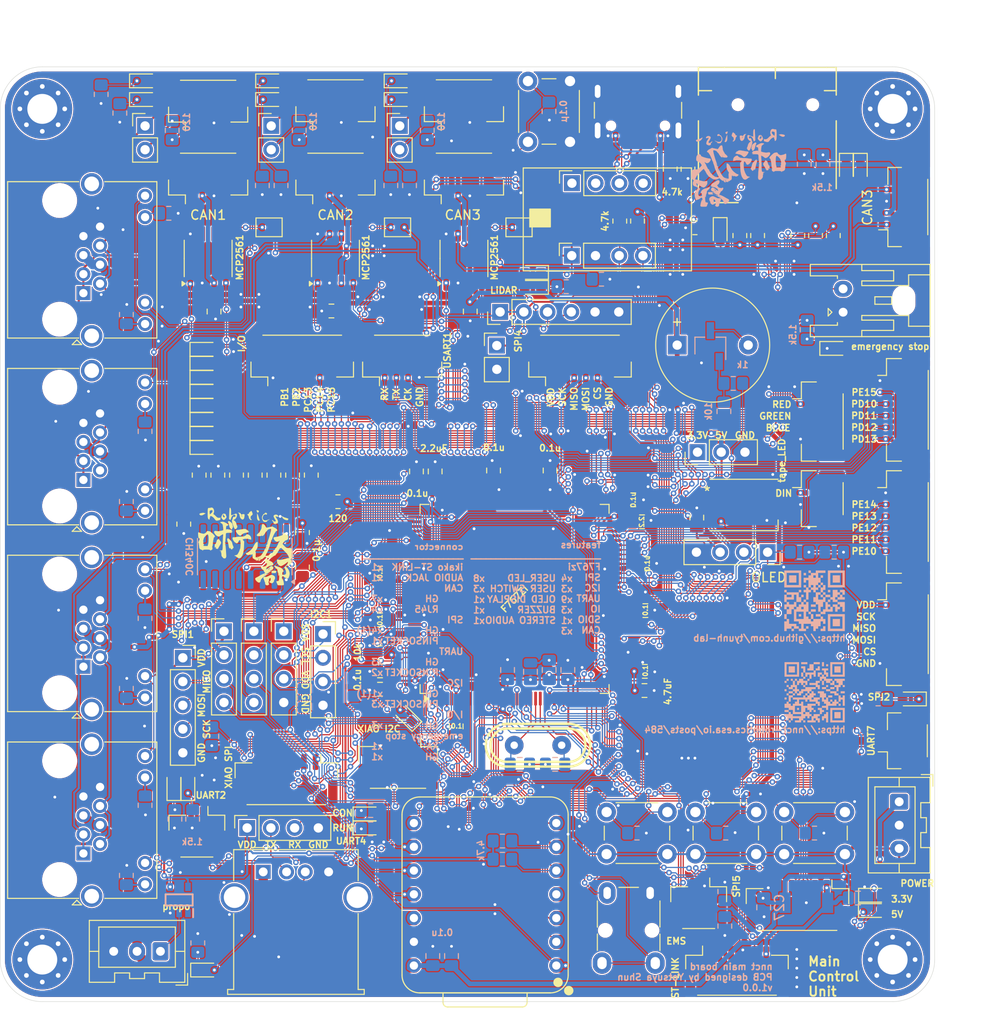
<source format=kicad_pcb>
(kicad_pcb (version 20240108) (generator "pcbnew") (generator_version "8.0")
  (layers (0 "F.Cu" signal) (31 "B.Cu" signal) (34 "B.Paste" user) (35 "F.Paste" user) (36 "B.SilkS" user "B.Silkscreen") (37 "F.SilkS" user "F.Silkscreen") (38 "B.Mask" user) (39 "F.Mask" user) (44 "Edge.Cuts" user))
  (net 0 "")
  (net 1 "SBUS")
  (net 2 "GND")
  (net 3 "UART4_RX")
  (net 4 "VDD")
  (net 5 "OSC_IN")
  (net 6 "OSC_OUT")
  (net 7 "Net-(U1-VCAP_1)")
  (net 8 "Net-(U1-VCAP_2)")
  (net 9 "VREF")
  (net 10 "GNDA")
  (net 11 "RESET")
  (net 12 "+5V")
  (net 13 "Net-(U3-V3)")
  (net 14 "Net-(D1-K)")
  (net 15 "LED1")
  (net 16 "Net-(D2-K)")
  (net 17 "LED2")
  (net 18 "Net-(D3-K)")
  (net 19 "LED3")
  (net 20 "Net-(D4-K)")
  (net 21 "LED4")
  (net 22 "Net-(D5-K)")
  (net 23 "LED5")
  (net 24 "LED6")
  (net 25 "Net-(D6-K)")
  (net 26 "LED7")
  (net 27 "Net-(D7-K)")
  (net 28 "Net-(D8-K)")
  (net 29 "LED8")
  (net 30 "Net-(D9-K)")
  (net 31 "ErrorLED")
  (net 32 "Net-(D10-K)")
  (net 33 "CAN1_Error")
  (net 34 "CAN1_Status")
  (net 35 "Net-(D11-K)")
  (net 36 "CAN2_Error")
  (net 37 "Net-(D12-K)")
  (net 38 "CAN2_Status")
  (net 39 "Net-(D13-K)")
  (net 40 "Net-(D14-K)")
  (net 41 "CAN3_Error")
  (net 42 "CAN3_Status")
  (net 43 "Net-(D15-K)")
  (net 44 "Net-(D16-K)")
  (net 45 "Net-(D17-K)")
  (net 46 "Net-(D18-A)")
  (net 47 "CC1_2")
  (net 49 "D+")
  (net 50 "D-")
  (net 52 "Net-(J3-Pin_2)")
  (net 53 "CAN1_L")
  (net 54 "CAN2_L")
  (net 55 "Net-(J4-Pin_2)")
  (net 56 "Net-(J5-Pin_2)")
  (net 57 "CAN3_L")
  (net 58 "CAN1_H")
  (net 59 "CAN2_H")
  (net 60 "CAN3_H")
  (net 61 "Net-(J9-Pad9)")
  (net 62 "Net-(J9-Pad11)")
  (net 63 "Net-(J10-Pad9)")
  (net 64 "Net-(J10-Pad11)")
  (net 65 "Net-(J15-Pad9)")
  (net 66 "Net-(J15-Pad11)")
  (net 67 "Net-(J16-Pad9)")
  (net 68 "Net-(J16-Pad11)")
  (net 69 "EMS")
  (net 70 "XIAO_3V3")
  (net 71 "BNO_SDA")
  (net 72 "BNO_SCL")
  (net 73 "SW1")
  (net 74 "SW2")
  (net 75 "SW3")
  (net 76 "Net-(U4-SPLIT)")
  (net 77 "Net-(U5-SPLIT)")
  (net 78 "Net-(U6-SPLIT)")
  (net 79 "IO_PG14")
  (net 80 "IO_PA7")
  (net 81 "IO_PA1")
  (net 82 "SD_D1")
  (net 83 "SPI2_MOSI")
  (net 84 "SD_CLK")
  (net 85 "IO_PC5")
  (net 86 "SPI2_SCK")
  (net 87 "STLK_TX")
  (net 88 "IO_PC1")
  (net 89 "SD_D2")
  (net 90 "STLK_RX")
  (net 91 "SD_CMD")
  (net 92 "IO_PG13")
  (net 93 "SD_D0")
  (net 94 "SD_D3")
  (net 104 "CAN1_RD")
  (net 105 "CAN1_TD")
  (net 106 "CAN2_RD")
  (net 107 "CAN2_TD")
  (net 108 "CAN3_TD")
  (net 109 "CAN3_RD")
  (net 110 "Buzzer")
  (net 111 "Net-(BZ1--)")
  (net 112 "UART8_RX")
  (net 113 "UART5_RX")
  (net 114 "UART5_TX")
  (net 115 "UART8_TX")
  (net 116 "Net-(Q1-B)")
  (net 117 "USB_OTG_FS_DM")
  (net 118 "USB_OTG_FS_DP")
  (net 119 "I2C2_SCL")
  (net 120 "I2C2_SDA")
  (net 121 "DAC_OUT1")
  (net 122 "DAC_OUT2")
  (net 123 "UART4_TX")
  (net 124 "SPI5_MOSI")
  (net 125 "STLK_SWDIO")
  (net 126 "SPI5_CLK")
  (net 127 "UART7_RX")
  (net 128 "UART7_TX")
  (net 129 "STLK_SWCLK")
  (net 130 "UART2_RX")
  (net 131 "UART2_TX")
  (net 132 "SPI1_MOSI")
  (net 133 "SPI4_MOSI")
  (net 134 "SPI4_SCK")
  (net 135 "SPI4_MISO")
  (net 136 "SPI1_SCK")
  (net 137 "SPI1_MISO")
  (net 138 "I2C1_SDA")
  (net 139 "I2C1_SCL")
  (net 140 "Tape_LED_R")
  (net 141 "Tape_LED_G")
  (net 142 "Tape_LED_B")
  (net 143 "Net-(D19-K)")
  (net 144 "UART2_Status")
  (net 145 "Net-(D20-K)")
  (net 146 "UART7_Status")
  (net 147 "SPI2_MISO")
  (net 148 "UART2_Error")
  (net 149 "Net-(D21-K)")
  (net 150 "Net-(J29-Pin_2)")
  (net 151 "Net-(J29-Pin_5)")
  (net 152 "Net-(J29-Pin_3)")
  (net 153 "Net-(J29-Pin_6)")
  (net 154 "Net-(J29-Pin_4)")
  (net 155 "Net-(J30-Pin_3)")
  (net 156 "IO_PE15")
  (net 157 "Net-(J30-Pin_6)")
  (net 158 "Net-(J30-Pin_5)")
  (net 159 "Net-(J30-Pin_4)")
  (net 160 "UART6_TX")
  (net 161 "UART6_RX")
  (net 162 "SPI4_CS")
  (net 163 "IO_PC14")
  (net 164 "IO_PC15")
  (net 165 "IO_PB2")
  (net 166 "IO_PC13")
  (net 167 "IO_PB1")
  (net 168 "Net-(D22-K)")
  (net 169 "LiDAR_Error")
  (net 170 "Net-(D23-K)")
  (net 171 "LiDAR_Status")
  (net 172 "SD_Status")
  (net 173 "Net-(D24-K)")
  (net 174 "propo_Status")
  (net 175 "Net-(D25-K)")
  (net 176 "USART1_CK")
  (net 177 "USART1_RX")
  (net 178 "USART1_TX")
  (net 179 "Tape_LED_DIN")
  (net 180 "SPI2_CS")
  (net 181 "UART6_CK")
  (net 182 "SPI5_CS")
  (net 183 "SPI5_MISO")
  (net 184 "CC1_1")
  (net 185 "Net-(D26-K)")
  (net 186 "Xiao_LED1")
  (net 187 "BOOT0")
  (net 188 "Net-(D27-K)")
  (net 189 "Xiao_SDA")
  (net 190 "Xiao_SCL")
  (net 191 "Xiao_CS")
  (net 192 "Xiao_MOSI")
  (net 193 "Xiao_MISO")
  (net 194 "Xiao_SCK")
  (net 195 "IO_PB11")
  (net 196 "unconnected-(J40-SSRX--Pad5)")
  (net 197 "RGB_LED_DIN")
  (net 198 "IO_PC4")
  (net 199 "IO_PA2")
  (net 200 "Net-(D29-K)")
  (net 201 "Net-(D30-K)")
  (footprint "Connector_JST:JST_XA_B03B-XASK-1_1x03_P2.50mm_Vertical" (layer "F.Cu") (at 127.8 108.17 -90)
    (property "Reference" "J18" (hide yes))
    (property "Value" "POWER" (hide yes))
  )
  (footprint "Capacitor_SMD:C_0805_2012Metric_Pad1.18x1.45mm_HandSolder" (layer "F.Cu") (at 80.3925 100.1075 -90)
    (property "Reference" "C1" (hide yes))
    (property "Value" "0.1u" (hide yes))
  )
  (footprint "Capacitor_SMD:C_0805_2012Metric_Pad1.18x1.45mm_HandSolder" (layer "F.Cu") (at 72.2425 88.72 180)
    (property "Reference" "C17" (hide yes))
    (property "Value" "0.1u" (hide yes))
  )
  (footprint "Connector_JST:JST_GH_BM06B-GHS-TBT_1x06-1MP_P1.25mm_Vertical" (layer "F.Cu") (at 62.2175 105.87 180)
    (property "Reference" "J39" (hide yes))
    (property "Value" "Seeed xiao" (hide yes))
  )
  (footprint "LED_SMD:LED_0603_1608Metric_Pad1.05x0.95mm_HandSolder" (layer "F.Cu") (at 53.5675 59.77)
    (property "Reference" "D1" (hide yes))
    (property "Value" "LED" (hide yes))
  )
  (footprint "NagaokaFootprint2023:J_SD_Card-micro_socket_A" (layer "F.Cu") (at 114.565032 37.078145)
    (property "Reference" "J1" (hide yes))
    (property "Value" "SD_Card" (hide yes))
  )
  (footprint "Jumper:SolderJumper-2_P1.3mm_Open_TrianglePad1.0x1.5mm" (layer "F.Cu") (at 74.1175 46.72 180)
    (property "Reference" "R35" (hide yes))
    (property "Value" "120" (hide yes))
  )
  (footprint "LED_SMD:LED_0603_1608Metric_Pad1.05x0.95mm_HandSolder" (layer "F.Cu") (at 74.35 33.05)
    (property "Reference" "D14" (hide yes))
    (property "Value" "RED" (hide yes))
  )
  (footprint "LED_SMD:LED_0603_1608Metric_Pad1.05x0.95mm_HandSolder" (layer "F.Cu") (at 122.1425 40.47 -90)
    (property "Reference" "D29" (hide yes))
    (property "Value" "RED" (hide yes))
  )
  (footprint "MountingHole:MountingHole_3.2mm_M3_Pad_Via" (layer "F.Cu") (at 127.1 125.05)
    (property "Reference" "H1" (hide yes))
    (property "Value" "MountingHole" (hide yes))
  )
  (footprint "LED_SMD:LED_0603_1608Metric_Pad1.05x0.95mm_HandSolder" (layer "F.Cu") (at 53.5675 62.77)
    (property "Reference" "D3" (hide yes))
    (property "Value" "LED" (hide yes))
  )
  (footprint "LED_SMD:LED_0603_1608Metric_Pad1.05x0.95mm_HandSolder" (layer "F.Cu") (at 129.0425 97.17 180)
    (property "Reference" "D20" (hide yes))
    (property "Value" "LED" (hide yes))
  )
  (footprint "Connector_PinHeader_2.54mm:PinHeader_1x04_P2.54mm_Vertical" (layer "F.Cu") (at 55.5425 89.93)
    (property "Reference" "J45" (hide yes))
    (property "Value" "Conn_01x04_Socket" (hide yes))
  )
  (footprint "Resistor_SMD:R_0805_2012Metric_Pad1.20x1.40mm_HandSolder" (layer "F.Cu") (at 103.3 40.5 -90)
    (property "Reference" "R32" (hide yes))
    (property "Value" "R 4.7k" (hide yes))
  )
  (footprint "Connector_PinSocket_2.54mm:PinSocket_1x04_P2.54mm_Vertical" (layer "F.Cu") (at 113.7225 81.47 -90)
    (property "Reference" "J20" (hide yes))
    (property "Value" "OLED")
  )
  (footprint "MountingHole:MountingHole_3.2mm_M3_Pad_Via" (layer "F.Cu") (at 36.1 34.05)
    (property "Reference" "H3" (hide yes))
    (property "Value" "MountingHole" (hide yes))
  )
  (footprint "Resistor_SMD:R_0805_2012Metric_Pad1.20x1.40mm_HandSolder" (layer "F.Cu") (at 63.9425 79.37 -90)
    (property "Reference" "C23" (hide yes))
    (property "Value" "0.1µ")
  )
  (footprint "Package_SO:SOP-8_3.9x4.9mm_P1.27mm" (layer "F.Cu") (at 81.225 50.05 90)
    (property "Reference" "U6" (hide yes))
    (property "Value" "MCP2561-E-P" (hide yes))
  )
  (footprint "Connector_JST:JST_GH_SM06B-GHS-TB_1x06-1MP_P1.25mm_Horizontal" (layer "F.Cu") (at 110.4425 126.3)
    (property "Reference" "J22" (hide yes))
    (property "Value" "ST-LINK")
  )
  (footprint "Capacitor_SMD:C_0805_2012Metric_Pad1.18x1.45mm_HandSolder" (layer "F.Cu") (at 76.1425 72.8325 90)
    (property "Reference" "C7" (hide yes))
    (property "Value" "0.1u")
  )
  (footprint "Package_SO:SOP-8_3.9x4.9mm_P1.27mm" (layer "F.Cu") (at 67.475 50.05 90)
    (property "Reference" "U5" (hide yes))
    (property "Value" "MCP2561-E-P" (hide yes))
  )
  (footprint "Capacitor_SMD:C_0805_2012Metric_Pad1.18x1.45mm_HandSolder" (layer "F.Cu") (at 100.6425 87.72)
    (property "Reference" "C9" (hide yes))
    (property "Value" "0.1u" (hide yes))
  )
  (footprint "Capacitor_SMD:C_0805_2012Metric_Pad1.18x1.45mm_HandSolder" (layer "F.Cu") (at 99.3425 75.87)
    (property "Reference" "C2" (hide yes))
    (property "Value" "0.1u")
  )
  (footprint "Button_Switch_THT:SW_PUSH_6mm" (layer "F.Cu") (at 102.9925 113.77 180)
    (property "Reference" "SW1" (hide yes))
    (property "Value" "SW_Push" (hide yes))
  )
  (footprint "NagaokaFootprint2023:crystal_hc-49u" (layer "F.Cu") (at 89.1425 102.12 180)
    (property "Reference" "Y1" (hide yes))
    (property "Value" "8MHz" (hide yes))
  )
  (footprint "LED_SMD:LED_0603_1608Metric_Pad1.05x0.95mm_HandSolder" (layer "F.Cu") (at 53.5675 65.77)
    (property "Reference" "D5" (hide yes))
    (property "Value" "LED" (hide yes))
  )
  (footprint "Resistor_SMD:R_0805_2012Metric_Pad1.20x1.40mm_HandSolder" (layer "F.Cu") (at 62.887 73.2255 90)
    (property "Reference" "R4" (hide yes))
    (property "Value" "1.5k" (hide yes))
  )
  (footprint "LED_SMD:LED_0603_1608Metric_Pad1.05x0.95mm_HandSolder" (layer "F.Cu") (at 51.6825 106.37 90)
    (property "Reference" "D19" (hide yes))
    (property "Value" "LED" (hide yes))
  )
  (footprint "Connector_JST:JST_GH_BM06B-GHS-TBT_1x06-1MP_P1.25mm_Vertical" (layer "F.Cu") (at 128.3 66.245 -90)
    (property "Reference" "J30" (hide yes))
    (property "Value" "I/O" (hide yes))
  )
  (footprint "Resistor_SMD:R_0805_2012Metric_Pad1.20x1.40mm_HandSolder" (layer "F.Cu") (at 54.887 73.2255 90)
    (property "Reference" "R8" (hide yes))
    (property "Value" "1.5k" (hide yes))
  )
  (footprint "Connector_JST:JST_XA_S02B-XASK-1_1x02_P2.50mm_Horizontal" (layer "F.Cu") (at 121.8 55.8 90)
    (property "Reference" "J17" (hide yes))
    (property "Value" "emergency stop" (hide yes))
  )
  (footprint "Resistor_SMD:R_0805_2012Metric_Pad1.20x1.40mm_HandSolder" (layer "F.Cu") (at 58.887 73.2255 90)
    (property "Reference" "R6" (hide yes))
    (property "Value" "1.5k" (hide yes))
  )
  (footprint "Connector_JST:JST_GH_BM04B-GHS-TBT_1x04-1MP_P1.25mm_Vertical" (layer "F.Cu") (at 81.225 41.4)
    (property "Reference" "J8" (hide yes))
    (property "Value" "CAN3" (hide yes))
  )
  (footprint "Button_Switch_THT:SW_PUSH_6mm" (layer "F.Cu") (at 88.075 37.575 90)
    (property "Reference" "RESET1" (hide yes))
    (property "Value" "SW_Push" (hide yes))
  )
  (footprint "LED_SMD:LED_0603_1608Metric_Pad1.05x0.95mm_HandSolder" (layer "F.Cu") (at 71.0175 110.97)
    (property "Reference" "D27" (hide yes))
    (property "Value" "LED" (hide yes))
  )
  (footprint "Connector_JST:JST_GH_BM04B-GHS-TBT_1x04-1MP_P1.25mm_Vertical" (layer "F.Cu") (at 53.85 33.6)
    (property "Reference" "J6" (hide yes))
    (property "Value" "CAN1" (hide yes))
  )
  (footprint "Connector_PinSocket_2.54mm:PinSocket_1x04_P2.54mm_Vertical" (layer "F.Cu") (at 58.0225 110.97 90)
    (property "Reference" "J25" (hide yes))
    (property "Value" "Conn_01x04_Socket" (hide yes))
  )
  (footprint "Buzzer_Beeper:Buzzer_12x9.5RM7.6" (layer "F.Cu") (at 104.0425 59.32)
    (property "Reference" "BZ1" (hide yes))
    (property "Value" "Buzzer")
  )
  (footprint "Connector_JST:JST_GH_BM04B-GHS-TBT_1x04-1MP_P1.25mm_Vertical" (layer "F.Cu") (at 67.475 41.4)
    (property "Reference" "J12" (hide yes))
    (property "Value" "CAN2" (hide yes))
  )
  (footprint "LED_SMD:LED_0603_1608Metric_Pad1.05x0.95mm_HandSolder" (layer "F.Cu") (at 125.1175 118.17)
    (property "Reference" "D17" (hide yes))
    (property "Value" "LED" (hide yes))
  )
  (footprint "Capacitor_SMD:C_0805_2012Metric_Pad1.18x1.45mm_HandSolder" (layer "F.Cu") (at 100.28 78.22)
    (property "Reference" "C15" (hide yes))
    (property "Value" "2.2uF" (hide yes))
  )
  (footprint "LED_SMD:LED_0603_1608Metric_Pad1.05x0.95mm_HandSolder" (layer "F.Cu") (at 60.6 31.05)
    (property "Reference" "D13" (hide yes))
    (property "Value" "GREEN" (hide yes))
  )
  (footprint "Connector_JST:JST_GH_BM04B-GHS-TBT_1x04-1MP_P1.25mm_Vertical" (layer "F.Cu") (at 67.475 33.55)
    (property "Reference" "J7" (hide yes))
    (property "Value" "CAN2" (hide yes))
  )
  (footprint "Resistor_SMD:R_0805_2012Metric_Pad1.20x1.40mm_HandSolder" (layer "F.Cu") (at 97.9 46.05 90)
    (property "Reference" "R24" (hide yes))
    (property "Value" "R 4.7k" (hide yes))
  )
  (footprint "Resistor_SMD:R_0805_2012Metric_Pad1.20x1.40mm_HandSolder" (layer "F.Cu") (at 99.8 46.05 90)
    (property "Reference" "R25" (hide yes))
    (property "Value" "R 4.7k" (hide yes))
  )
  (footprint "Connector_RJ:RJ45_Amphenol_RJHSE538X" (layer "F.Cu") (at 40.5 93.72 90)
    (property "Reference" "J10" (hide yes))
    (property "Value" "RJ45_LED" (hide yes))
  )
  (footprint "Connector_RJ:RJ45_Amphenol_RJHSE538X" (layer "F.Cu") (at 40.5 113.7 90)
    (property "Reference" "J16" (hide yes))
    (property "Value" "RJ45_LED" (hide yes))
  )
  (footprint "Connector_PinSocket_2.54mm:PinSocket_1x04_P2.54mm_Vertical" (layer "F.Cu") (at 66.1425 90.23)
    (property "Reference" "J24" (hide yes))
    (property "Value" "OLED" (hide yes))
  )
  (footprint "Connector_PinSocket_2.54mm:PinSocket_1x05_P2.54mm_Vertical" (layer "F.Cu") (at 51.1425 92.77)
    (property "Reference" "J26" (hide yes))
    (property "Value" "Conn_01x05_Socket" (hide yes))
  )
  (footprint "LED_SMD:LED_0603_1608Metric_Pad1.05x0.95mm_HandSolder" (layer "F.Cu") (at 125.1 119.8)
    (property "Reference" "D16" (hide yes))
    (property "Value" "LED" (hide yes))
  )
  (footprint "Connector_JST:JST_GH_BM04B-GHS-TBT_1x04-1MP_P1.25mm_Vertical" (layer "F.Cu") (at 81.225 33.55)
    (property "Reference" "J13" (hide yes))
    (property "Value" "CAN3" (hide yes))
  )
  (footprint "Connector_USB:USB_A_Molex_67643_Horizontal" (layer "F.Cu") (at 59.7425 115.67)
    (property "Reference" "J40" (hide yes))
    (property "Value" "USB3_A" (hide yes))
  )
  (footprint "Connector_JST:JST_GH_SM04B-GHS-TB_1x04-1MP_P1.25mm_Horizontal" (layer "F.Cu") (at 128.3 44.55 90)
    (property "Reference" "J14" (hide yes))
    (property "Value" "CAN3" (hide yes))
  )
  (footprint "Connector_Audio:Jack_3.5mm_Lumberg_1503_07_Horizontal" (layer "F.Cu") (at 101.7 125.425 180)
    (property "Reference" "J48" (hide yes))
    (property "Value" "AudioJack3")
  )
  (footprint "Resistor_SMD:R_0805_2012Metric_Pad1.20x1.40mm_HandSolder" (layer "F.Cu") (at 72.2425 92.22)
    (property "Reference" "R1" (hide yes))
    (property "Value" "10k")
  )
  (footprint "Connector_PinHeader_2.54mm:PinHeader_1x06_P2.54mm_Vertical" (layer "F.Cu") (at 85.0925 55.77 90)
    (property "Reference" "J31" (hide yes))
    (property "Value" "Conn_01x06_Socket" (hide yes))
  )
  (footprint "LED_SMD:LED_0603_1608Metric_Pad1.05x0.95mm_HandSolder" (layer "F.Cu") (at 53.5675 68.77)
    (property "Reference" "D7" (hide yes))
    (property "Value" "LED" (hide yes))
  )
  (footprint "Resistor_SMD:R_0805_2012Metric_Pad1.20x1.40mm_HandSolder" (layer "F.Cu") (at 110.75 47.600613 -90)
    (property "Reference" "R22" (hide yes))
    (property "Value" "47k" (hide yes))
  )
  (footprint "Connector_JST:JST_GH_BM06B-GHS-TBT_1x06-1MP_P1.25mm_Vertical" (layer "F.Cu") (at 128.3 90.245 -90)
    (property "Reference" "J28" (hide yes))
    (property "Value" "SPI2" (hide yes))
  )
  (footprint "Capacitor_SMD:C_0805_2012Metric_Pad1.18x1.45mm_HandSolder" (layer "F.Cu") (at 72.2425 94.17 180)
    (property "Reference" "C12" (hide yes))
    (property "Value" "0.1u" (hide yes))
  )
  (footprint "MountingHole:MountingHole_3.2mm_M3_Pad_Via" (layer "F.Cu") (at 127.1 34.05)
    (property "Reference" "H2" (hide yes))
    (property "Value" "MountingHole" (hide yes))
  )
  (footprint "Capacitor_SMD:C_0805_2012Metric_Pad1.18x1.45mm_HandSolder" (layer "F.Cu") (at 54.48 55.7275 90)
    (property "Reference" "C24" (hide yes))
    (property "Value" "0.1u" (hide yes))
  )
  (footprint "Resistor_SMD:R_0805_2012Metric_Pad1.20x1.40mm_HandSolder" (layer "F.Cu") (at 52.887 73.2255 90)
    (property "Reference" "R9" (hide yes))
    (property "Value" "1.5k" (hide yes))
  )
  (footprint "LED_SMD:LED_0603_1608Metric_Pad1.05x0.95mm_HandSolder" (layer "F.Cu") (at 75.023782 98.951282 135)
    (property "Reference" "D9" (hide yes))
    (property "Value" "RED" (hide yes))
  )
  (footprint "Resistor_SMD:R_0805_2012Metric_Pad1.20x1.40mm_HandSolder" (layer "F.Cu") (at 60.887 73.2255 90)
    (property "Reference" "R5" (hide yes))
    (property "Value" "1.5k" (hide yes))
  )
  (footprint "Resistor_SMD:R_0805_2012Metric_Pad1.20x1.40mm_HandSolder" (layer "F.Cu") (at 120.75 47.600613 -90)
    (property "Reference" "R23" (hide yes))
    (property "Value" "47k" (hide yes))
  )
  (footprint "LED_SMD:LED_0603_1608Metric_Pad1.05x0.95mm_HandSolder" (layer "F.Cu") (at 120.9675 59.67)
    (property "Reference" "D18" (hide yes))
    (property "Value" "LED" (hide yes))
  )
  (footprint "Connector_RJ:RJ45_Amphenol_RJHSE538X" (layer "F.Cu") (at 40.5 73.74 90)
    (property "Reference" "J15" (hide yes))
    (property "Value" "RJ45_LED" (hide yes))
  )
  (footprint "LED_SMD:LED_0603_1608Metric_Pad1.05x0.95mm_HandSolder" (layer "F.Cu") (at 123.6425 40.47 -90)
    (property "Reference" "D30" (hide yes))
    (property "Value" "GREEN" (hide yes))
  )
  (footprint "Capacitor_SMD:C_0805_2012Metric_Pad1.18x1.45mm_HandSolder" (layer "F.Cu") (at 67.0425 55.67)
    (property "Reference" "C25" (hide yes))
    (property "Value" "0.1u" (hide yes))
  )
  (footprint "NagaokaFootprint2023:bno055" (layer "F.Cu") (at 90.57 45.67 90)
    (property "Reference" "U2" (hide yes))
    (property "Value" "BNO055" (hide yes))
  )
  (footprint "Connector_JST:JST_GH_BM04B-GHS-TBT_1x04-1MP_P1.25mm_Vertical" (layer "F.Cu") (at 74.6175 60.87)
    (property "Reference" "J34" (hide yes))
    (property "Value" "USART1")
  )
  (footprint "Connector_JST:JST_GH_BM02B-GHS-TBT_1x02-1MP_P1.25mm_Vertical" (layer "F.Cu") (at 52.6425 111.47 180)
    (property "Reference" "J23" (hide yes))
    (property "Value" "Conn_01x02_Socket" (hide yes))
  )
  (footprint "Jumper:SolderJumper-2_P1.3mm_Open_TrianglePad1.0x1.5mm" (layer "F.Cu") (at 87.1175 46.72 180)
    (property "Reference" "R36" (hide yes))
    (property "Value" "120" (hide yes))
  )
  (footprint "LED_SMD:LED_0603_1608Metric_Pad1.05x0.95mm_HandSolder" (layer "F.Cu") (at 108.6425 47.345 -90)
    (property "Reference" "D24" (hide yes))
    (property "Value" "LED" (hide yes))
  )
  (footprint "LED_SMD:LED_0603_1608Metric_Pad1.05x0.95mm_HandSolder" (layer "F.Cu") (at 88.6025 51.545 180)
    (property "Reference" "D23" (hide yes))
    (property "Value" "LED" (hide yes))
  )
  (footprint "Resistor_SMD:R_0805_2012Metric_Pad1.20x1.40mm_HandSolder" (layer "F.Cu") (at 112.65 47.600613 -90)
    (property "Reference" "R21" (hide yes))
    (property "Value" "47k" (hide yes))
  )
  (footprint "LED_SMD:LED_WS2812B_PLCC4_5.0x5.0mm_P3.2mm" (layer "F.Cu") (at 111.1925 76.42)
    (property "Reference" "D28" (hide yes))
    (property "Value" "WS2812B" (hide yes))
  )
  (footprint "Connector_USB:USB_C_Receptacle_GCT_USB4105-xx-A_16P_TopMnt_Horizontal" (layer "F.Cu") (at 99.85 33.25 180)
    (property "Reference" "J2" (hide yes))
    (property "Value" "USB_C_Receptacle_USB2.0_16P" (hide yes))
  )
  (footprint "LED_SMD:LED_0603_1608Metric_Pad1.05x0.95mm_HandSolder" (layer "F.Cu") (at 71.0175 109.47)
    (property "Reference" "D26" (hide yes))
    (property "Value" "LED" (hide yes))
  )
  (footprint "LED_SMD:LED_0603_1608Metric_Pad1.05x0.95mm_HandSolder" (layer "F.Cu") (at 53.6425 126.17)
    (property "Reference" "D25" (hide yes))
    (property "Value" "LED" (hide yes))
  )
  (footprint "Capacitor_SMD:C_0805_2012Metric_Pad1.18x1.45mm_HandSolder" (layer "F.Cu") (at 81.9 55.7275 90)
    (property "Reference" "C26" (hide yes))
    (property "Value" "0.1u" (hide yes))
  )
  (footprint "Connector_JST:JST_GH_BM04B-GHS-TBT_1x04-1MP_P1.25mm_Vertical" (layer "F.Cu") (at 119.1925 67.495 -90)
    (property "Reference" "J35" (hide yes))
    (property "Value" "tape_LED" (hide yes))
  )
  (footprint "addedFootprint:RoboticsClub_logo_small" (layer "F.Cu") (at 57.8425 80.77)
    (property "Reference" "G***" (hide yes))
    (property "Value" "LOGO" (hide yes))
  )
  (footprint "LED_SMD:LED_0603_1608Metric_Pad1.05x0.95mm_HandSolder" (layer "F.Cu") (at 53.5675 67.27)
    (property "Reference" "D6" (hide yes))
    (property "Value" "LED" (hide yes))
  )
  (footprint "Resistor_SMD:R_0805_2012Metric_Pad1.20x1.40mm_HandSolder" (layer "F.Cu") (at 105.2 40.5 -90)
    (property "Reference" "R31" (hide yes))
    (property "Value" "R 4.7k" (hide yes))
  )
  (footprint "Capacitor_SMD:C_0805_2012Metric_Pad1.18x1.45mm_HandSolder" (layer "F.Cu") (at 84.3925 72.7325 90)
    (property "Reference" "C4" (hide yes))
    (property "Value" "0.1u")
  )
  (footprint "Resistor_SMD:R_0805_2012Metric_Pad1.20x1.40mm_HandSolder" (layer "F.Cu") (at 64.887 73.2255 90)
    (property "Reference" "R3" (hide yes))
    (property "Value" "1.5k" (hide yes))
  )
  (footprint "Capacitor_SMD:C_0805_2012Metric_Pad1.18x1.45mm_HandSolder" (layer "F.Cu") (at 72.2425 83.72 180)
    (property "Reference" "C18" (hide yes))
    (property "Value" "0.1u" (hide yes))
  )
  (footprint "Capacitor_SMD:C_0805_2012Metric_Pad1.18x1.45mm_HandSolder" (layer "F.Cu") (at 100.58 94.22)
    (property "Reference" "C10" (hide yes))
    (property "Value" "0.1u" (hide yes))
  )
  (footprint "Capacitor_SMD:C_0805_2012Metric_Pad1.18x1.45mm_HandSolder" (layer "F.Cu") (at 72.2425 96.13 180)
    (property "Reference" "C11" (hide yes))
    (property "Value" "0.1u" (hide yes))
  )
  (footprint "Capacitor_SMD:C_0805_2012Metric_Pad1.18x1.45mm_HandSolder" (layer "F.Cu") (at 78.1425 72.8325 90)
    (property "Reference" "C16" (hide yes))
    (property "Value" "2.2uF")
  )
  (footprint "Connector_JST:JST_GH_SM02B-GHS-TB_1x02-1MP_P1.25mm_Horizontal" (layer "F.Cu") (at 128.25 101.645 90)
    (property "Reference" "J21" (hide yes))
    (property "Value" "Conn_01x02_Socket" (hide yes))
  )
  (footprint "Button_Switch_THT:SW_PUSH_6mm" (layer "F.Cu") (at 112.4925 113.77 180)
    (property "Reference" "SW2" (hide yes))
    (property "Value" "SW_Push" (hide yes))
  )
  (footprint "Package_QFP:LQFP-144_20x20mm_P0.5mm" (layer "F.Cu") (at 86.6425 86.47 90)
    (property "Reference" "U1" (hide yes))
    (property "Value" "STM32F767ZITx" (hide yes))
  )
  (footprint "Connector_PinHeader_2.54mm:PinHeader_1x02_P2.54mm_Vertical" (layer "F.Cu") (at 60.6 35.875)
    (property "Reference" "J4" (hide yes))
    (property "Value" "Conn_01x02_Male" (hide yes))
  )
  (footprint "Resistor_SMD:R_0805_2012Metric_Pad1.20x1.40mm_HandSolder" (layer "F.Cu") (at 118.85 47.600613 -90)
    (property "Reference" "R19" (hide yes))
    (property "Value" "47k" (hide yes))
  )
  (footprint "Connector_RJ:RJ45_Amphenol_RJHSE538X" (layer "F.Cu") (at 40.5 53.76 90)
    (property "Reference" "J9" (hide yes))
    (property "Value" "RJ45_LED" (hide yes))
  )
  (footprint "Connector_JST:JST_GH_BM04B-GHS-TBT_1x04-1MP_P1.25mm_Vertical" (layer "F.Cu") (at 74.1675 104.12 180)
    (property "Reference" "J38" (hide yes))
    (property "Value" "i2C" (hide yes))
  )
  (footprint "Connector_PinHeader_2.54mm:PinHeader_1x02_P2.54mm_Vertical" (layer "F.Cu") (at 47.1 35.875)
    (property "Reference" "J3" (hide yes))
    (property "Value" "Conn_01x02_Male" (hide yes))
  )
  (footprint "Capacitor_SMD:C_0805_2012Metric_Pad1.18x1.45mm_HandSolder" (layer "F.Cu") (at 100.8425 82.72)
    (property "Reference" "C8" (hide yes))
    (property "Value" "0.1u")
  )
  (footprint "Jumper:SolderJumper-2_P1.3mm_Open_TrianglePad1.0x1.5mm" (layer "F.Cu") (at 60.3675 46.72 180)
    (property "Reference" "R34" (hide yes))
    (property "Value" "120" (hide yes))
  )
  (footprint "MountingHole:MountingHole_3.2mm_M3_Pad_Via" (layer "F.Cu") (at 36.1 125.05)
    (property "Reference" "H4" (hide yes))
    (property "Value" "MountingHole" (hide yes))
  )
  (footprint "LED_SMD:LED_0603_1608Metric_Pad1.05x0.95mm_HandSolder" (layer "F.Cu") (at 47.1 33.05)
    (property "Reference" "D10" (hide yes))
    (property "Value" "RED" (hide yes))
  )
  (footprint "Resistor_SMD:R_0805_2012Metric_Pad1.20x1.40mm_HandSolder" (layer "F.Cu") (at 51.2425 78.47 -90)
    (property "Reference" "R2" (hide yes))
    (property "Value" "1.5k" (hide yes))
  )
  (footprint "Resistor_SMD:R_0805_2012Metric_Pad1.20x1.40mm_HandSolder" (layer "F.Cu") (at 67.7425 76.07 180)
    (property "Reference" "R33" (hide yes))
    (property "Value" "120")
  )
  (footprint "Connector_JST:JST_GH_BM06B-GHS-TBT_1x06-1MP_P1.25mm_Vertical" (layer "F.Cu") (at 128.3 78.245 -90)
    (property "Reference" "J29" (hide yes))
    (property "Value" "I/O" (hide yes))
  )
  (footprint "Connector_JST:JST_XA_B03B-XASK-1_1x03_P2.50mm_Vertical" (layer "F.Cu") (at 48.7425 124.17 180)
    (property "Reference" "J19" (hide yes))
    (property "Value" "propo")
  )
  (footprint "Resistor_SMD:R_0805_2012Metric_Pad1.20x1.40mm_HandSolder" (layer "F.Cu") (at 63.9425 83.07 -90)
    (property "Reference" "C22" (hide yes))
    (property "Value" "0.1µ" (hide yes))
  )
  (footprint "Connector_JST:JST_GH_BM06B-GHS-TBT_1x06-1MP_P1.25mm_Vertical" (layer "F.Cu") (at 93.6425 60.87)
    (property "Reference" "J32" (hide yes))
    (property "Value" "SPI4" (hide yes))
  )
  (footprint "LED_SMD:LED_0603_1608Metric_Pad1.05x0.95mm_HandSolder" (layer "F.Cu") (at 50.1825 106.37 90)
    (property "Reference" "D21" (hide yes))
    (property "Value" "LED" (hide yes))
  )
  (footprint "Resistor_SMD:R_0805_2012Metric_Pad1.20x1.40mm_HandSolder" (layer "F.Cu") (at 105.9425 46.77 180)
    (property "Reference" "R54" (hide yes))
    (property "Value" "1.5k" (hide yes))
  )
  (footprint "Capacitor_SMD:C_0805_2012Metric_Pad1.18x1.45mm_HandSolder" (layer "F.Cu") (at 100.5425 96.27)
    (property "Reference" "C19" (hide yes))
    (property "Value" "4.7uF")
  )
  (footprint "Package_SO:SOP-8_3.9x4.9mm_P1.27mm" (layer "F.Cu") (at 53.85 50.05 90)
    (property "Reference" "U4" (hide yes))
    (property "Value" "MCP2561-E-P" (hide yes))
  )
  (footprint "Connector_PinHeader_2.54mm:PinHeader_1x03_P2.54mm_Vertical" (layer "F.Cu") (at 106.2175 70.77 90)
    (property "Reference" "J44" (hide yes))
    (property "Value" "POWER" (hide yes))
  )
  (footprint "LED_SMD:LED_0603_1608Metric_Pad1.05x0.95mm_HandSolder" (layer "F.Cu") (at 74.35 31.05)
    (property "Reference" "D15" (hide yes))
    (property "Value" "GREEN" (hide yes))
  )
  (footprint "LED_SMD:LED_0603_1608Metric_Pad1.05x0.95mm_HandSolder" (layer "F.Cu") (at 88.6025 53.145 180)
    (property "Reference" "D22" (hide yes))
    (property "Value" "LED" (hide yes))
  )
  (footprint "Connector_JST:JST_GH_BM02B-GHS-TBT_1x02-1MP_P1.25mm_Vertical" (layer "F.Cu") (at 106.3425 119.12 180)
    (property "Reference" "J27" (hide yes))
    (property "Value" "emergency stop" (hide yes))
  )
  (footprint "Connector_PinHeader_2.54mm:PinHeader_1x02_P2.54mm_Vertical" (layer "F.Cu") (at 84.7425 59.37)
    (property "Reference" "J43" (hide yes))
    (property "Value" "POWER" (hide yes))
  )
  (footprint "LED_SMD:LED_0603_1608Metric_Pad1.05x0.95mm_HandSolder" (layer "F.Cu") (at 53.5675 64.27)
    (property "Reference" "D4" (hide yes))
    (property "Value" "LED" (hide yes))
  )
  (footprint "Connector_JST:JST_GH_BM06B-GHS-TBT_1x06-1MP_P1.25mm_Vertical" (layer "F.Cu") (at 116.9175 119.32 180)
    (property "Reference" "J37" (hide yes))
    (property "Value" "SPI2" (hide yes))
  )
  (footprint "LED_SMD:LED_0603_1608Metric_Pad1.05x0.95mm_HandSolder" (layer "F.Cu") (at 60.6 33.05)
    (property "Reference" "D12" (hide yes))
    (property "Value" "RED" (hide yes))
  )
  (footprint "LED_SMD:LED_0603_1608Metric_Pad1.05x0.95mm_HandSolder" (layer "F.Cu") (at 47.1 31.05)
    (property "Reference" "D11" (hide yes))
    (property "Value" "GREEN" (hide yes))
  )
  (footprint "Connector_PinHeader_2.54mm:PinHeader_1x02_P2.54mm_Vertical" (layer "F.Cu") (at 74.35 35.875)
    (property "Reference" "J5" (hide yes))
    (property "Value" "Conn_01x02_Male" (hide yes))
  )
  (footprint "Connector_JST:JST_GH_BM04B-GHS-TBT_1x04-1MP_P1.25mm_Vertical" (layer "F.Cu") (at 53.85 41.4)
    (property "Reference" "J11" (hide yes))
    (property "Value" "CAN1" (hide yes))
  )
  (footprint "Capacitor_SMD:C_0805_2012Metric_Pad1.18x1.45mm_HandSolder" (layer "F.Cu") (at 106.1425 77.77 -90)
    (property "Reference" "C31" (hide yes))
    (property "Value" "0.1u" (hide yes))
  )
  (footprint "LED_SMD:LED_0603_1608Metric_Pad1.05x0.95mm_HandSolder" (layer "F.Cu") (at 53.5675 70.27)
    (property "Reference" "D8" (hide yes))
    (property "Value" "LED" (hide yes))
  )
  (footprint "Connector_JST:JST_GH_BM02B-GHS-TBT_1x02-1MP_P1.25mm_Vertical" (layer "F.Cu") (at 119.1925 75.745 -90)
    (property "Reference" "J36" (hide yes))
    (property "Value" "Conn_01x02_Socket" (hide yes))
  )
  (footprint "Connector_JST:JST_GH_BM06B-GHS-TBT_1x06-1MP_P1.25mm_Vertical" (layer "F.Cu") (at 63.9175 60.87)
    (property "Reference" "J33" (hide yes))
    (property "Value" "I/O" (hide yes))
  )
  (footprint "Connector_PinHeader_2.54mm:PinHeader_1x04_P2.54mm_Vertical" (layer "F.Cu") (at 58.7425 89.93)
    (property "Reference" "J46" (hide yes))
    (property "Value" "Conn_01x04_Socket" (hide yes))
  )
  (footprint "Resistor_SMD:R_0805_2012Metric_Pad1.20x1.40mm_HandSolder" (layer "F.Cu") (at 56.887 73.2255 90)
    (property "Reference" "R7" (hide yes))
    (property "Value" "1.5k" (hide yes))
  )
  (footprint "Resistor_SMD:R_0805_2012Metric_Pad1.20x1.40mm_HandSolder" (layer "F.Cu") (at 116.95 47.600613 -90)
    (property "Reference" "R20" (hide yes))
    (property "Value" "47k" (hide yes))
  )
  (footprint "Connector_PinHeader_2.54mm:PinHeader_1x04_P2.54mm_Vertical" (layer "F.Cu") (at 61.9425 89.93)
    (property "Reference" "J47" (hide yes))
    (property "Value" "Conn_01x04_Socket" (hide yes))
  )
  (footprint "Seeed Studio XIAO Series Library:XIAO-ESP32-C6-DIP" (layer "F.Cu") (at 83.4425 118.07 180)
    (property "Reference" "U8" (hide yes))
    (property "Value" "Seeed Studio XIAO SAMD21" (hide yes))
  )
  (footprint "Button_Switch_THT:SW_PUSH_6mm" (layer "F.Cu") (at 121.9925 113.77 180)
    (property "Reference" "SW3" (hide yes))
    (property "Value" "SW_Push" (hide yes))
  )
  (footprint "Capacitor_SMD:C_0805_2012Metric_Pad1.18x1.45mm_HandSolder" (layer "F.Cu") (at 90.4425 72.7325 90)
    (property "Reference" "C3" (hide yes))
    (property "Value" "0.1u")
  )
  (footprint "LED_SMD:LED_0603_1608Metric_Pad1.05x0.95mm_HandSolder" (layer "F.Cu") (at 53.5675 61.27)
    (property "Reference" "D2" (hide yes))
    (property "Value" "LED" (hide yes))
  )
  (footprint "Resistor_SMD:R_0805_2012Metric_Pad1.20x1.40mm_HandSolder" (layer "B.Cu") (at 119.6425 39.97 -90)
    (property "Reference" "R64" (hide yes))
    (property "Value" "1.5k" (hide yes))
  )
  (footprint "Package_SO:SOIC-16_3.9x9.9mm_P1.27mm" (layer "B.Cu") (at 57.7675 81.945 90)
    (property "Reference" "U3" (hide yes))
    (property "Value" "CH340C")
  )
  (footprint "Resistor_SMD:R_0805_2012Metric_Pad1.20x1.40mm_HandSolder" (layer "B.Cu") (at 47.1 88.55 90)
    (property "Reference" "R41" (hide yes))
    (property "Value" "1.5k" (hide yes))
  )
  (footprint "Resistor_SMD:R_0805_2012Metric_Pad1.20x1.40mm_HandSolder" (layer "B.Cu") (at 117.9425 57.67 -90)
    (property "Reference" "R44" (hide yes))
    (property "Value" "1.5k")
  )
  (footprint "Resistor_SMD:R_0805_2012Metric_Pad1.20x1.40mm_HandSolder" (layer "B.Cu") (at 69.4425 95.87 90)
    (property "Reference" "R10" (hide yes))
    (property "Value" "1.5k" (hide yes))
  )
  (footprint "Resistor_SMD:R_0805_2012Metric_Pad1.20x1.40mm_HandSolder" (layer "B.Cu") (at 120.8425 81.47)
    (property "Reference" "R59" (hide yes))
    (property "Value" "R 4.7k" (hide yes))
  )
  (footprint "Capacitor_SMD:C_0805_2012Metric_Pad1.18x1.45mm_HandSolder" (layer "B.Cu") (at 87.205 104.17)
    (property "Reference" "C5" (hide yes))
    (property "Value" "5~25p" (hide yes))
  )
  (footprint "NagaokaFootprint2023:SOT95P280X125-5N" (layer "B.Cu") (at 50.7425 118.67 90)
    (property "Reference" "111111111111111111111111111111111111111111111" (hide yes))
    (property "Value" "BD7LS04G-CTL" (hide yes))
  )
  (footprint "Resistor_SMD:R_0805_2012Metric_Pad1.20x1.40mm_HandSolder" (layer "B.Cu") (at 61.65 42.25 -90)
    (property "Reference" "R13" (hide yes))
    (property "Value" "1.5k" (hide yes))
  )
  (footprint "NagaokaFootprint2023:2sc3265_SC-59_Handsoldering" (layer "B.Cu") (at 107.5925 59.42 90)
    (property "Reference" "Q1" (hide yes))
    (property "Value" "Q_NPN_BEC" (hide yes))
  )
  (footprint "Resistor_SMD:R_0805_2012Metric_Pad1.20x1.40mm_HandSolder" (layer "B.Cu") (at 50 36.35 90)
    (property "Reference" "R37" (hide yes))
    (property "Value" "120" (hide yes))
  )
  (footprint "Resistor_SMD:R_0805_2012Metric_Pad1.20x1.40mm_HandSolder" (layer "B.Cu") (at 109.1425 121.47 -90)
    (property "Reference" "R27" (hide yes))
    (property "Value" "1.5k" (hide yes))
  )
  (footprint "Capacitor_SMD:C_0805_2012Metric_Pad1.18x1.45mm_HandSolder" (layer "B.Cu") (at 123.3925 118.47)
    (property "Reference" "C28" (hide yes))
    (property "Value" "2.2µ")
  )
  (footprint "Resistor_SMD:R_0805_2012Metric_Pad1.20x1.40mm_HandSolder" (layer "B.Cu") (at 109.1425 117.77 90)
    (property "Reference" "R26" (hide yes))
    (property "Value" "1.5k" (hide yes))
  )
  (footprint "Resistor_SMD:R_0805_2012Metric_Pad1.20x1.40mm_HandSolder" (layer "B.Cu") (at 90.325 34.325 -90)
    (property "Reference" "C21" (hide yes))
    (property "Value" "0.1µ")
  )
  (footprint "Resistor_SMD:R_0805_2012Metric_Pad1.20x1.40mm_HandSolder" (layer "B.Cu") (at 125.5425 97.17 180)
    (property "Reference" "R50" (hide yes))
    (property "Value" "1.5k" (hide yes))
  )
  (footprint "Capacitor_SMD:C_0805_2012Metric_Pad1.18x1.45mm_HandSolder" (layer "B.Cu") (at 92.3425 94.07 90)
    (property "Reference" "C13" (hide yes))
    (property "Value" "0.1u" (hide yes))
  )
  (footprint "Resistor_SMD:R_0805_2012Metric_Pad1.20x1.40mm_HandSolder" (layer "B.Cu") (at 109.0425 66.42 90)
    (property "Reference" "R18" (hide yes))
    (property "Value" "10k")
  )
  (footprint "Resistor_SMD:R_0805_2012Metric_Pad1.20x1.40mm_HandSolder" (layer "B.Cu") (at 50.2925 110.02 -90)
    (property "Reference" "R51" (hide yes))
    (property "Value" "1.5k" (hide yes))
  )
  (footprint "Resistor_SMD:R_0805_2012Metric_Pad1.20x1.40mm_HandSolder" (layer "B.Cu") (at 49.6425 45.22 180)
    (property "Reference" "R40" (hide yes))
    (property "Value" "1.5k")
  )
  (footprint "Resistor_SMD:R_0805_2012Metric_Pad1.20x1.40mm_HandSolder" (layer "B.Cu") (at 71.2425 109.11)
    (property "Reference" "R56" (hide yes))
    (property "Value" "1.5k" (hide yes))
  )
  (footprint "Capacitor_SMD:C_0805_2012Metric_Pad1.18x1.45mm_HandSolder" (layer "B.Cu") (at 77.8925 124.67 -90)
    (property "Reference" "C29" (hide yes))
    (property "Value" "0.1µ" (hide yes))
  )
  (footprint "Resistor_SMD:R_0805_2012Metric_Pad1.20x1.40mm_HandSolder" (layer "B.Cu") (at 75.4 42.25 -90)
    (property "Reference" "R15" (hide yes))
    (property "Value" "1.5k" (hide yes))
  )
  (footprint "Resistor_SMD:R_0805_2012Metric_Pad1.20x1.40mm_HandSolder" (layer "B.Cu") (at 110.0425 63.42 180)
    (property "Reference" "R17" (hide yes))
    (property "Value" "1k")
  )
  (footprint "Resistor_SMD:R_0805_2012Metric_Pad1.20x1.40mm_HandSolder" (layer "B.Cu") (at 63.6 36.35 90)
    (property "Reference" "R38" (hide yes))
    (property "Value" "120")
  )
  (footprint "Resistor_SMD:R_0805_2012Metric_Pad1.20x1.40mm_HandSolder" (layer "B.Cu") (at 64.1425 97.07 -90)
    (property "Reference" "R63" (hide yes))
    (property "Value" "R 4.7k" (hide yes))
  )
  (footprint "Capacitor_SMD:C_0805_2012Metric_Pad1.18x1.45mm_HandSolder" (layer "B.Cu") (at 113.3 119.47 90)
    (property "Reference" "C27")
    (property "Value" "0.33µ")
  )
  (footprint "NagaokaFootprint2023:NJM2845DL1-33" (layer "B.Cu") (at 117.8625 123.17 -90)
    (property "Reference" "U7" (hide yes))
    (property "Value" "njm" (hide yes))
  )
  (footprint "Resistor_SMD:R_0805_2012Metric_Pad1.20x1.40mm_HandSolder" (layer "B.Cu") (at 42.4 32.5 -90)
    (property "Reference" "R12" (hide yes))
    (property "Value" "1.5k" (hide yes))
  )
  (footprint "Capacitor_SMD:C_0805_2012Metric_Pad1.18x1.45mm_HandSolder" (layer "B.Cu") (at 85.8925 94.07 90)
    (property "Reference" "C14" (hide yes))
    (property "Value" "0.1u" (hide yes))
  )
  (footprint "Resistor_SMD:R_0805_2012Metric_Pad1.20x1.40mm_HandSolder" (layer "B.Cu") (at 109.2425 111.52)
    (property "Reference" "R29" (hide yes))
    (property "Value" "R 10k" (hide yes))
  )
  (footprint "Resistor_SMD:R_0805_2012Metric_Pad1.20x1.40mm_HandSolder" (layer "B.Cu") (at 47.1 68.55 90)
    (property "Reference" "R45" (hide yes))
    (property "Value" "1.5k" (hide yes))
  )
  (footprint "Capacitor_SMD:C_0805_2012Metric" (layer "B.Cu") (at 88.3425 94.27 -90)
    (property "Reference" "FB1" (hide yes))
    (property "Value" "FerriteBead" (hide yes))
  )
  (footprint "Resistor_SMD:R_0805_2012Metric_Pad1.20x1.40mm_HandSolder" (layer "B.Cu") (at 45.1 76.05 -90)
    (property "Reference" "R47" (hide yes))
    (property "Value" "1.5k" (hide yes))
  )
  (footprint "Resistor_SMD:R_0805_2012Metric_Pad1.20x1.40mm_HandSolder" (layer "B.Cu") (at 45.1 56.05 -90)
    (property "Reference" "R42" (hide yes))
    (property "Value" "1.5k" (hide yes))
  )
  (footprint "Resistor_SMD:R_0805_2012Metric_Pad1.20x1.40mm_HandSolder" (layer "B.Cu") (at 117.6425 39.97 -90)
    (property "Reference" "R65" (hide yes))
    (property "Value" "1.5k" (hide yes))
  )
  (footprint "Resistor_SMD:R_0805_2012Metric_Pad1.20x1.40mm_HandSolder" (layer "B.Cu") (at 59.65 42.25 -90)
    (property "Reference" "R14" (hide yes))
    (property "Value" "1.5k" (hide yes))
  )
  (footprint "Resistor_SMD:R_0805_2012Metric_Pad1.20x1.40mm_HandSolder" (layer "B.Cu") (at 54.2425 101.17 -90)
    (property "Reference" "R62" (hide yes))
    (property "Value" "R 4.7k" (hide yes))
  )
  (footprint "Resistor_SMD:R_0805_2012Metric_Pad1.20x1.40mm_HandSolder" (layer "B.Cu") (at 52.1925 110.02 -90)
    (property "Reference" "R49" (hide yes))
    (property "Value" "1.5k" (hide yes))
  )
  (footprint "Resistor_SMD:R_0805_2012Metric_Pad1.20x1.40mm_HandSolder" (layer "B.Cu") (at 73.4 42.25 -90)
    (property "Reference" "R16" (hide yes))
    (property "Value" "1.5k" (hide yes))
  )
  (footprint "Resistor_SMD:R_0805_2012Metric_Pad1.20x1.40mm_HandSolder" (layer "B.Cu") (at 44.4 34.5 -90)
    (property "Reference" "R11" (hide yes))
    (property "Value" "1.5k" (hide yes))
  )
  (footprint "Resistor_SMD:R_0805_2012Metric_Pad1.20x1.40mm_HandSolder" (layer "B.Cu") (at 95.9425 52.27)
    (property "Reference" "R53" (hide yes))
    (property "Value" "1.5k" (hide yes))
  )
  (footprint "Resistor_SMD:R_0805_2012Metric_Pad1.20x1.40mm_HandSolder" (layer "B.Cu") (at 45.1 96.05 -90)
    (property "Reference" "R43" (hide yes))
    (property "Value" "1.5k" (hide yes))
  )
  (footprint "addedFootprint:GithubQrCode" (layer "B.Cu") (at 118.7425 86.67 180)
    (property "Reference" "G***" (hide yes))
    (property "Value" "LOGO" (hide yes))
  )
  (footprint "Resistor_SMD:R_0805_2012Metric_Pad1.20x1.40mm_HandSolder" (layer "B.Cu") (at 117.1425 81.47)
    (property "Reference" "R58" (hide yes))
    (property "Value" "R 4.7k" (hide yes))
  )
  (footprint "Resistor_SMD:R_0805_2012Metric_Pad1.20x1.40mm_HandSolder" (layer "B.Cu") (at 47.1 108.55 90)
    (property "Reference" "R46" (hide yes))
    (property "Value" "1.5k" (hide yes))
  )
  (footprint "Resistor_SMD:R_0805_2012Metric_Pad1.20x1.40mm_HandSolder" (layer "B.Cu") (at 45.1 116.05 -90)
    (property "Reference" "R48" (hide yes))
    (property "Value" "1.5k" (hide yes))
  )
  (footprint "Capacitor_SMD:C_0805_2012Metric_Pad1.18x1.45mm_HandSolder" (layer "B.Cu") (at 90.98 104.17 180)
    (property "Reference" "C6" (hide yes))
    (property "Value" "5~25p" (hide yes))
  )
  (footprint "Resistor_SMD:R_0805_2012Metric_Pad1.20x1.40mm_HandSolder" (layer "B.Cu") (at 118.7425 111.52)
    (property "Reference" "R30" (hide yes))
    (property "Value" "R 10k" (hide yes))
  )
  (footprint "Resistor_SMD:R_0805_2012Metric_Pad1.20x1.40mm_HandSolder" (layer "B.Cu") (at 99.7425 111.52)
    (property "Reference" "R28" (hide yes))
    (property "Value" "R 10k" (hide yes))
  )
  (footprint "Resistor_SMD:R_0805_2012Metric_Pad1.20x1.40mm_HandSolder" (layer "B.Cu") (at 77.3 36.35 90)
    (property "Reference" "R39" (hide yes))
    (property "Value" "120")
  )
  (footprint "Resistor_SMD:R_0805_2012Metric_Pad1.20x1.40mm_HandSolder" (layer "B.Cu") (at 92.1725 53.07)
    (property "Reference" "R52" (hide yes))
    (property "Value" "1.5k" (hide yes))
  )
  (footprint "Capacitor_SMD:C_0805_2012Metric_Pad1.18x1.45mm_HandSolder" (layer "B.Cu") (at 79.8925 124.67 -90)
    (property "Reference" "C30" (hide yes))
    (property "Value" "0.1µ" (hide yes))
  )
  (footprint "Resistor_SMD:R_0805_2012Metric_Pad1.20x1.40mm_HandSolder" (layer "B.Cu") (at 52.7425 123.27 90)
    (property "Reference" "R55" (hide yes))
    (property "Value" "1.5k" (hide yes))
  )
  (footprint "Capacitor_SMD:C_0805_2012Metric_Pad1.18x1.45mm_HandSolder" (layer "B.Cu") (at 90.3425 94.07 -90)
    (property "Reference" "C20" (hide yes))
    (property "Value" "100uF" (hide yes))
  )
  (footprint "Resistor_SMD:R_0805_2012Metric_Pad1.20x1.40mm_HandSolder" (layer "B.Cu") (at 85.3425 112.37 180)
    (property "Reference" "R61" (hide yes))
    (property "Value" "R 4.7k" (hide yes))
  )
  (footprint "Resistor_SMD:R_0805_2012Metric_Pad1.20x1.40mm_HandSolder" (layer "B.Cu") (at 85.3425 114.32 180)
    (property "Reference" "R60" (hide yes))
    (property "Value" "R 4.7k" (hide yes))
  )
  (footprint "Resistor_SMD:R_0805_2012Metric_Pad1.20x1.40mm_HandSolder" (layer "B.Cu") (at 71.2425 111.07)
    (property "Reference" "R57" (hide yes))
    (property "Value" "1.5k" (hide yes))
  )
  (footprint "addedFootprint:RoboticsClub_logo_small" (layer "B.Cu") (at 110.6425 40.27 180)
    (property "Reference" "G***" (hide yes))
    (property "Value" "LOGO" (hide yes))
  )
  (footprint "LOGO" (layer "B.Cu") (at 118.7425 96.47 180)
    (property "Reference" "G***" (hide yes))
    (property "Value" "LOGO" (hide yes))
  )
  (gr_arc (start 31.6 34.05) (mid 32.918019 30.868019) (end 36.1 29.55) (stroke (width 0.05)) (layer "Edge.Cuts"))
  (gr_line (start 31.6 34.05) (end 31.6 125.05) (stroke (width 0.05)) (layer "Edge.Cuts"))
  (gr_arc (start 36.1 129.55) (mid 32.918019 128.231981) (end 31.6 125.05) (stroke (width 0.05)) (layer "Edge.Cuts"))
  (gr_line (start 127.1 29.55) (end 36.1 29.55) (stroke (width 0.05)) (layer "Edge.Cuts"))
  (gr_arc (start 131.6 125.05) (mid 130.281981 128.231981) (end 127.1 129.55) (stroke (width 0.05)) (layer "Edge.Cuts"))
  (gr_line (start 131.6 125.05) (end 131.6 34.05) (stroke (width 0.05)) (layer "Edge.Cuts"))
  (gr_line (start 36.1 129.55) (end 127.1 129.55) (stroke (width 0.05)) (layer "Edge.Cuts"))
  (gr_arc (start 127.1 29.55) (mid 130.281981 30.868019) (end 131.6 34.05) (stroke (width 0.05)) (layer "Edge.Cuts"))
  (gr_text "0.1u" (at 80.1425 122.57 0) (layer "B.SilkS") (effects (font (size 0.7 0.7) (thickness 0.15) (bold yes)) (justify left bottom mirror)))
  (gr_text "features\n__________________________" (at 95.9425 82.22 0) (layer "B.SilkS") (effects (font (size 0.7 0.7) (thickness 0.15) (bold yes)) (justify left bottom mirror)))
  (gr_text "connector\n____________________" (at 81.2425 82.22 0) (layer "B.SilkS") (effects (font (size 0.6 0.7) (thickness 0.15) (bold yes)) (justify left bottom mirror)))
  (gr_text "\nUSER_LED\nUSER SWITCH\nOLED DISPLAY\nBUZZER\nSTEREO AUDIO" (at 91.1425 89.17 0) (layer "B.SilkS") (effects (font (size 0.7 0.7) (thickness 0.15) (bold yes)) (justify left bottom mirror)))
  (gr_text "https://github.com/tyunh-lab" (at 122.1425 91.07 0) (layer "B.SilkS") (effects (font (size 0.7 0.7) (thickness 0.15) (bold yes)) (justify left bottom mirror)))
  (gr_text "x8\nx3\nx1\nx1\nx1" (at 83.5425 83.87 0) (layer "B.SilkS") (effects (font (size 0.7 0.7) (thickness 0.15) (bold yes)) (justify left top mirror)))
  (gr_text "1.5k" (at 52.15 112.45 0) (layer "B.SilkS") (effects (font (size 0.7 0.7)) (justify mirror)))
  (gr_text "nnct main board\nPCB designed by Yotsuya Shun\nv1.0.0" (at 114.3425 128.47 0) (layer "B.SilkS") (effects (font (size 0.7 0.7) (thickness 0.15) (bold yes)) (justify left bottom mirror)))
  (gr_text "x1\nx1\n\nx7\nx4\n\nx4(1)\nx1\n\nx3\nx2\n\nx1(1)\nx3\n\nx3\n\nx1\nx1" (at 72.6425 82.67 0) (layer "B.SilkS") (effects (font (size 0.7 0.7) (thickness 0.15) (bold yes)) (justify left top mirror)))
  (gr_text "1.5k" (at 119.55 42.45 0) (layer "B.SilkS") (effects (font (size 0.7 0.7)) (justify mirror)))
  (gr_text "4.7k" (at 83.4425 112.17 90) (layer "B.SilkS") (effects (font (size 0.7 0.7) (thickness 0.15) (bold yes)) (justify left bottom mirror)))
  (gr_text "120" (at 51.5425 35.47 90) (layer "B.SilkS") (effects (font (size 0.7 0.7)) (justify mirror)))
  (gr_text "F767zi\nSPI\nI2C\nUART\nIO\nSDIO\nCAN" (at 95.9425 90.22 0) (layer "B.SilkS") (effects (font (size 0.7 0.7) (thickness 0.15) (bold yes)) (justify left bottom mirror)))
  (gr_text "ikako ST-LINK\nAUDIO JACK\nCAN\n	GH\n	RJ45\nSPI\n	GH\n	PINSOCKET\nUART\n	GH\n	PINSOCKET\nI2C\n	GH\n	PINSOCKET\nI/O\n	GH\nemergency stop\n	XA\n	GH" (at 81.2425 82.67 0) (layer "B.SilkS") (effects (font (size 0.7 0.7) (thickness 0.15) (bold yes)) (justify left top mirror)))
  (gr_text "x4\nx3\nx9\nx3\nx1\nx3" (at 92.9425 83.87 0) (layer "B.SilkS") (effects (font (size 0.7 0.7) (thickness 0.15) (bold yes)) (justify left top mirror)))
  (gr_text "https://nnct-robotics.esa.io/posts/584" (at 122.1425 100.87 0) (layer "B.SilkS") (effects (font (size 0.7 0.7) (thickness 0.15) (bold yes)) (justify left bottom mirror)))
  (gr_text "SPI1" (at 51.1425 90.27 0) (layer "F.SilkS") (effects (font (size 0.7 0.7))))
  (gr_text "CON" (at 68.2425 109.37 0) (layer "F.SilkS") (effects (font (size 0.7 0.7))))
  (gr_text "Main\nControl\nUnit" (at 117.95 129.05 0) (layer "F.SilkS") (effects (font (size 1 1) (thickness 0.2) (bold yes)) (justify left bottom)))
  (gr_text "0.1" (at 80.4425 100.07 0) (layer "F.SilkS") (effects (font (size 0.5 0.5) (thickness 0.12))))
  (gr_text "GND" (at 124.25 93.37 0) (layer "F.SilkS") (effects (font (size 0.7 0.7))))
  (gr_text "\nMISO" (at 53.1425 95.31 90) (layer "F.SilkS") (effects (font (size 0.7 0.7))))
  (gr_text "PE13" (at 124.05 77.62 0) (layer "F.SilkS") (effects (font (size 0.7 0.7))))
  (gr_text "POWER" (at 127.85 116.9 0) (layer "F.SilkS") (effects (font (size 0.7 0.7)) (justify left)))
  (gr_text "F767ZI" (at 86.6425 86.47 45) (layer "F.SilkS") (effects (font (size 0.7 0.7))))
  (gr_text "TX" (at 73.9925 64.57 90) (layer "F.SilkS") (effects (font (size 0.7 0.7))))
  (gr_text "0.1" (at 100.6425 87.67 90) (layer "F.SilkS") (effects (font (size 0.5 0.5) (thickness 0.12))))
  (gr_text "3.3V" (at 126.85 118.17 0) (layer "F.SilkS") (effects (font (size 0.7 0.7) (thickness 0.15) (bold yes)) (justify left top)))
  (gr_text "MCP2561" (at 57.6425 52.47 90) (layer "F.SilkS") (effects (font (size 0.7 0.7) (thickness 0.15) (bold yes)) (justify left bottom)))
  (gr_text "RUN" (at 68.2425 110.97 0) (layer "F.SilkS") (effects (font (size 0.7 0.7))))
  (gr_text "I2C1" (at 65.9425 88.13 0) (layer "F.SilkS") (effects (font (size 0.7 0.7))))
  (gr_text "SCK" (at 91.7675 64.87 90) (layer "F.SilkS") (effects (font (size 0.7 0.7))))
  (gr_text "SCL" (at 64.2175 92.59 -90) (layer "F.SilkS") (effects (font (size 0.7 0.7))))
  (gr_text "3.3V" (at 106.2175 68.97 0) (layer "F.SilkS") (effects (font (size 0.7 0.7))))
  (gr_text "SPI2" (at 125.6425 96.97 0) (layer "F.SilkS") (effects (font (size 0.7 0.7))))
  (gr_text "MOSI" (at 124.05 90.87 0) (layer "F.SilkS") (effects (font (size 0.7 0.7))))
  (gr_text "VDD" (at 124.25 87.12 0) (layer "F.SilkS") (effects (font (size 0.7 0.7))))
  (gr_text "2.2" (at 100.5425 77.57 90) (layer "F.SilkS") (effects (font (size 0.5 0.5) (thickness 0.12) (bold yes)) (justify left bottom mirror)))
  (gr_text "CS" (at 95.5175 64.47 90) (layer "F.SilkS") (effects (font (size 0.7 0.7))))
  (gr_text "GND" (at 96.7675 64.87 90) (layer "F.SilkS") (effects (font (size 0.7 0.7))))
  (gr_text "RX" (at 63.1025 112.77 0) (layer "F.SilkS") (effects (font (size 0.7 0.7))))
  (gr_text "PD13" (at 124.05 69.37 0) (layer "F.SilkS") (effects (font (size 0.7 0.7))))
  (gr_text "CS" (at 124.65 92.12 0) (layer "F.SilkS") (effects (font (size 0.7 0.7))))
  (gr_text "SCK" (at 124.25 88.37 0) (layer "F.SilkS") (effects (font (size 0.7 0.7))))
  (gr_text "LiDAR" (at 83.9425 53.87 0) (layer "F.SilkS") (effects (font (size 0.7 0.7) (thickness 0.15) (bold yes)) (justify left bottom)))
  (gr_text "PE14" (at 124.05 76.37 0) (layer "F.SilkS") (effects (font (size 0.7 0.7))))
  (gr_text "VDD" (at 58.0225 112.77 0) (layer "F.SilkS") (effects (font (size 0.7 0.7))))
  (gr_text "PD10" (at 124.05 65.62 0) (layer "F.SilkS") (effects (font (size 0.7 0.7))))
  (gr_text "MCP2561" (at 71.1425 52.47 90) (layer "F.SilkS") (effects (font (size 0.7 0.7) (thickness 0.15) (bold yes)) (justify left bottom)))
  (gr_text "UART7" (at 124.8 101.645 90) (layer "F.SilkS") (effects (font (size 0.7 0.7))))
  (gr_text "CAN3" (at 81.1 45.4 0) (layer "F.SilkS") (effects (font (size 1 1))))
  (gr_text "XIAO SPI" (at 56.0425 104.47 90) (layer "F.SilkS") (effects (font (size 0.7 0.7))))
  (gr_text "PB1" (at 62.0425 64.87 90) (layer "F.SilkS") (effects (font (size 0.7 0.7))))
  (gr_text "0.1" (at 72.2425 88.72 90) (layer "F.SilkS") (effects (font (size 0.5 0.5) (thickness 0.12))))
  (gr_text "tape_LED" (at 115.2425 71.67 90) (layer "F.SilkS") (effects (font (size 0.7 0.7))))
  (gr_text "EMS" (at 103.9425 123.07 0) (layer "F.SilkS") (effects (font (size 0.7 0.7))))
  (gr_text "0.1u" (at 70.2425 96.37 90) (layer "F.SilkS") (effects (font (size 0.7 0.7)) (justify left bottom)))
  (gr_text "4.7k" (at 96.7425 46.05 90) (layer "F.SilkS") (effects (font (size 0.7 0.7) (thickness 0.15) (bold yes)) (justify bottom)))
  (gr_text "RX" (at 72.7425 64.57 90) (layer "F.SilkS") (effects (font (size 0.7 0.7))))
  (gr_text "*" (at 107.2425 74.97 0) (layer "F.SilkS") (effects (font (size 1 1))))
  (gr_text "5V" (at 108.7575 68.97 0) (layer "F.SilkS") (effects (font (size 0.7 0.7))))
  (gr_text "GND" (at 53.1425 102.93 90) (layer "F.SilkS") (effects (font (size 0.7 0.7))))
  (gr_text "VDD" (at 53.1425 92.77 90) (layer "F.SilkS") (effects (font (size 0.7 0.7))))
  (gr_text "4.7k" (at 103.5 43.35 0) (layer "F.SilkS") (effects (font (size 0.7 0.7) (thickness 0.15) (bold yes)) (justify bottom)))
  (gr_text "VDD" (at 64.2175 95.13 -90) (layer "F.SilkS") (effects (font (size 0.7 0.7))))
  (gr_text "UART2" (at 54.1425 107.47 0) (layer "F.SilkS") (effects (font (size 0.7 0.7))))
  (gr_text "GND" (at 76.4925 64.87 90) (layer "F.SilkS") (effects (font (size 0.7 0.7))))
  (gr_text "PE11" (at 124.05 80.12 0) (layer "F.SilkS") (effects (font (size 0.7 0.7))))
  (gr_text "SPI5" (at 110.3925 117.22 90) (layer "F.SilkS") (effects (font (size 0.7 0.7))))
  (gr_text "CAN3" (at 124.4 44.6 90) (layer "F.SilkS") (effects (font (size 1 1))))
  (gr_text "GND" (at 65.6425 112.77 0) (layer "F.SilkS") (effects (font (size 0.7 0.7))))
  (gr_text "PE10" (at 124.05 81.37 0) (layer "F.SilkS") (effects (font (size 0.7 0.7))))
  (gr_text "I/O" (at 57.8425 60.17 90) (layer "F.SilkS") (effects (font (size 0.7 0.7) (thickness 0.15) (bold yes)) (justify left bottom)))
  (gr_text "CAN1" (at 53.85 45.4 0) (layer "F.SilkS") (effects (font (size 1 1))))
  (gr_text "BLUE" (at 114.8425 68.17 0) (layer "F.SilkS") (effects (font (size 0.7 0.7))))
  (gr_text "MCP2561" (at 84.8925 52.47 90) (layer "F.SilkS") (effects (font (size 0.7 0.7) (thickness 0.15) (bold yes)) (justify left bottom)))
  (gr_text "emergency stop" (at 126.8425 59.47 0) (layer "F.SilkS") (effects (font (size 0.7 0.7))))
  (gr_text "GND" (at 64.2175 97.67 -90) (layer "F.SilkS") (effects (font (size 0.7 0.7))))
  (gr_text "PC15" (at 67.0425 65.17 90) (layer "F.SilkS") (effects (font (size 0.7 0.7))))
  (gr_text "0.1" (at 72.2425 83.72 90) (layer "F.SilkS") (effects (font (size 0.5 0.5) (thickness 0.12))))
  (gr_text "PE12" (at 124.05 78.87 0) (layer "F.SilkS") (effects (font (size 0.7 0.7))))
  (gr_text "PD11" (at 124.05 66.87 0) (layer "F.SilkS") (effects (font (size 0.7 0.7))))
  (gr_text "PC13" (at 64.5425 65.17 90) (layer "F.SilkS") (effects (font (size 0.7 0.7))))
  (gr_text "GND" (at 111.2975 68.97 0) (layer "F.SilkS") (effects (font (size 0.7 0.7))))
  (gr_text "SPI4" (at 87.4425 60.17 90) (layer "F.SilkS") (effects (font (size 0.7 0.7) (thickness 0.15) (bold yes)) (justify left bottom)))
  (gr_text "PD12" (at 124.05 68.12 0) (layer "F.SilkS") (effects (font (size 0.7 0.7))))
  (gr_text "MISO" (at 93.0175 65.07 90) (layer "F.SilkS") (effects (font (size 0.7 0.7))))
  (gr_text "XIAO I2C" (at 72.1425 100.37 0) (layer "F.SilkS") (effects (font (size 0.7 0.7))))
  (gr_text "UART4" (at 69.1425 112.37 0) (layer "F.SilkS") (effects (font (size 0.7 0.7))))
  (gr_text "MISO" (at 124.05 89.62 0) (layer "F.SilkS") (effects (font (size 0.7 0.7))))
  (gr_text "MOSI" (at 53.1425 97.85 90) (layer "F.SilkS") (effects (font (size 0.7 0.7))))
  (gr_text "PE15" (at 124.05 64.37 0) (layer "F.SilkS") (effects (font (size 0.7 0.7))))
  (gr_text "MOSI" (at 94.2675 65.07 90) (layer "F.SilkS") (effects (font (size 0.7 0.7))))
  (gr_text "RED" (at 115.2425 65.67 0) (layer "F.SilkS") (effects (font (size 0.7 0.7))))
  (gr_text "PC14" (at 65.7925 65.17 90) (layer "F.SilkS") (effects (font (size 0.7 0.7))))
  (gr_text "\nSCK" (at 53.1425 100.39 90) (layer "F.SilkS") (effects (font (size 0.7 0.7))))
  (gr_text "CK" (at 75.2425 64.57 90) (layer "F.SilkS") (effects (font (size 0.7 0.7))))
  (gr_text "TX" (at 60.5625 112.77 0) (layer "F.SilkS") (effects (font (size 0.7 0.7))))
  (gr_text "PB2" (at 63.2925 64.87 90) (layer "F.SilkS") (effects (font (size 0.7 0.7))))
  (gr_text "VDD" (at 90.5175 64.87 90) (layer "F.SilkS") (effects (font (size 0.7 0.7))))
  (gr_text "CAN2" (at 67.475 45.4 0) (layer "F.SilkS") (effects (font (size 1 1))))
  (gr_text "GREEN" (at 114.5425 66.92 0) (layer "F.SilkS") (effects (font (size 0.7 0.7))))
  (gr_text "DIN" (at 115.4425 75.17 0) (layer "F.SilkS") (effects (font (size 0.7 0.7))))
  (gr_text "SDA" (at 64.2175 90.05 -90) (layer "F.SilkS") (effects (font (size 0.7 0.7))))
  (gr_text "0.1" (at 100.6425 94.17 90) (layer "F.SilkS") (effects (font (size 0.5 0.5) (thickness 0.12))))
  (gr_text "5V" (at 126.85 119.8 0) (layer "F.SilkS") (effects (font (size 0.7 0.7) (thickness 0.15) (bold yes)) (justify left top)))
  (segment (start 50.7425 120.07) (end 50.7425 122.17) (width 0.127) (layer "B.Cu") (net 1))
  (segment (start 50.7425 122.17) (end 48.7425 124.17) (width 0.127) (layer "B.Cu") (net 1))
  (segment (start 72.729427 91.14846) (end 72.729427 91.0894) (width 0.127) (layer "F.Cu") (net 2))
  (segment (start 71.205 96.13) (end 71.205 96.1575) (width 0.127) (layer "F.Cu") (net 2))
  (segment (start 76.910016 83.22) (end 76.910017 83.219999) (width 0.127) (layer "F.Cu") (net 2))
  (segment (start 71.657887 92.22) (end 72.729427 91.14846) (width 0.127) (layer "F.Cu") (net 2))
  (segment (start 51.1425 102.93) (end 51.1425 102.77) (width 0.127) (layer "F.Cu") (net 2))
  (segment (start 75.98 83.22) (end 76.910016 83.22) (width 0.127) (layer "F.Cu") (net 2))
  (segment (start 84.8925 74.858363) (end 84.972343 74.77852) (width 0.127) (layer "F.Cu") (net 2))
  (segment (start 76.4925 62.82) (end 76.4425 62.77) (width 0.127) (layer "F.Cu") (net 2))
  (segment (start 101.88 82.72) (end 101.88 82.7075) (width 0.127) (layer "F.Cu") (net 2))
  (segment (start 84.3925 71.695) (end 84.2675 71.695) (width 0.127) (layer "F.Cu") (net 2))
  (segment (start 96.1695 88.22) (end 96.1425 88.247) (width 0.127) (layer "F.Cu") (net 2))
  (segment (start 111.1175 124.02) (end 111.1675 123.97) (width 0.2) (layer "F.Cu") (net 2))
  (segment (start 111.0675 124.02) (end 111.1175 124.02) (width 0.2) (layer "F.Cu") (net 2))
  (segment (start 100.38 75.87) (end 100.4425 75.87) (width 0.127) (layer "F.Cu") (net 2))
  (segment (start 88.2425 104.17) (end 89.9425 104.17) (width 0.127) (layer "F.Cu") (net 2))
  (segment (start 71.205 96.1575) (end 71.1425 96.22) (width 0.127) (layer "F.Cu") (net 2))
  (segment (start 106.1025 81.47) (end 105.5425 80.91) (width 0.127) (layer "F.Cu") (net 2))
  (segment (start 54.898 72.2255) (end 54.9425 72.27) (width 0.127) (layer "F.Cu") (net 2))
  (segment (start 101.68 87.72) (end 101.68 87.7075) (width 0.127) (layer "F.Cu") (net 2))
  (segment (start 71.1925 94.17) (end 71.1425 94.22) (width 0.127) (layer "F.Cu") (net 2))
  (segment (start 64.27638 80.37) (end 64.432999 80.526619) (width 0.127) (layer "F.Cu") (net 2))
  (segment (start 75.98 88.22) (end 76.924139 88.22) (width 0.127) (layer "F.Cu") (net 2))
  (segment (start 87.062309 105.777716) (end 87.062309 105.350191) (width 0.127) (layer "F.Cu") (net 2))
  (segment (start 90.3925 75.8075) (end 90.3925 74.8345) (width 0.127) (layer "F.Cu") (net 2))
  (segment (start 97.305 88.22) (end 96.567501 88.22) (width 0.127) (layer "F.Cu") (net 2))
  (segment (start 54.48 56.6875) (end 54.6425 56.525) (width 0.127) (layer "F.Cu") (net 2))
  (segment (start 71.2425 92.22) (end 71.657887 92.22) (width 0.127) (layer "F.Cu") (net 2))
  (segment (start 111.1425 123.945) (end 111.0675 124.02) (width 0.2) (layer "F.Cu") (net 2))
  (segment (start 101.6175 94.22) (end 101.6175 94.245) (width 0.127) (layer "F.Cu") (net 2))
  (segment (start 101.68 87.7075) (end 101.6425 87.67) (width 0.127) (layer "F.Cu") (net 2))
  (segment (start 89.9425 106.296073) (end 89.9425 104.17) (width 0.127) (layer "F.Cu") (net 2))
  (segment (start 101.6175 94.245) (end 101.6425 94.27) (width 0.127) (layer "F.Cu") (net 2))
  (segment (start 78.3925 76.462499) (end 78.902 76.971999) (width 0.127) (layer "F.Cu") (net 2))
  (segment (start 101.88 82.7075) (end 101.8425 82.67) (width 0.127) (layer "F.Cu") (net 2))
  (segment (start 74.9195 88.22) (end 74.8925 88.193) (width 0.127) (layer "F.Cu") (net 2))
  (segment (start 85.3925 97.1325) (end 85.3925 96.181761) (width 0.127) (layer "F.Cu") (net 2))
  (segment (start 84.2675 71.695) (end 84.2425 71.67) (width 0.127) (layer "F.Cu") (net 2))
  (segment (start 90.4425 71.695) (end 90.4425 71.67) (width 0.127) (layer "F.Cu") (net 2))
  (segment (start 78.3925 75.8075) (end 78.3925 76.462499) (width 0.127) (layer "F.Cu") (net 2))
  (segment (start 71.205 94.17) (end 71.1925 94.17) (width 0.127) (layer "F.Cu") (net 2))
  (segment (start 52.887 72.2255) (end 52.8425 72.27) (width 0.127) (layer "F.Cu") (net 2))
  (segment (start 63.9425 80.37) (end 64.27638 80.37) (width 0.127) (layer "F.Cu") (net 2))
  (segment (start 97.305 83.22) (end 96.337791 83.22) (width 0.127) (layer "F.Cu") (net 2))
  (segment (start 101.3175 78.22) (end 101.3175 78.145) (width 0.127) (layer "F.Cu") (net 2))
  (segment (start 54.887 72.2255) (end 54.898 72.2255) (width 0.127) (layer "F.Cu") (net 2))
  (segment (start 96.337791 83.22) (end 96.288257 83.269534) (width 0.127) (layer "F.Cu") (net 2))
  (segment (start 71.2425 92.22) (end 71.2425 91.5645) (width 0.127) (layer "F.Cu") (net 2))
  (segment (start 81.9 56.7275) (end 81.8925 56.72) (width 0.127) (layer "F.Cu") (net 2))
  (segment (start 85.3925 97.1325) (end 85.3925 98.22) (width 0.127) (layer "F.Cu") (net 2))
  (segment (start 106.1025 81.47) (end 106.1585 81.47) (width 0.127) (layer "F.Cu") (net 2))
  (segment (start 101.3175 78.145) (end 101.2425 78.07) (width 0.127) (layer "F.Cu") (net 2))
  (segment (start 90.3925 74.8345) (end 90.4425 74.7845) (width 0.127) (layer "F.Cu") (net 2))
  (segment (start 71.2425 91.5645) (end 71.1425 91.4645) (width 0.127) (layer "F.Cu") (net 2))
  (segment (start 71.205 83.72) (end 71.1425 83.72) (width 0.127) (layer "F.Cu") (net 2))
  (segment (start 85.3925 96.181761) (end 85.3655 96.154761) (width 0.127) (layer "F.Cu") (net 2))
  (segment (start 87.062309 105.350191) (end 88.2425 104.17) (width 0.127) (layer "F.Cu") (net 2))
  (segment (start 84.8925 75.8075) (end 84.8925 74.858363) (width 0.3) (layer "F.Cu") (net 2))
  (segment (start 54.48 56.765) (end 54.48 56.6875) (width 0.127) (layer "F.Cu") (net 2))
  (segment (start 80.3925 101.145) (end 80.3925 101.22) (width 0.127) (layer "F.Cu") (net 2))
  (segment (start 96.303509 94.72) (end 96.242949 94.78056) (width 0.127) (layer "F.Cu") (net 2))
  (segment (start 75.98 88.22) (end 74.9195 88.22) (width 0.127) (layer "F.Cu") (net 2))
  (segment (start 81.9 56.765) (end 81.9 56.7275) (width 0.127) (layer "F.Cu") (net 2))
  (segment (start 89.665573 106.573) (end 89.9425 106.296073) (width 0.127) (layer "F.Cu") (net 2))
  (segment (start 76.924139 88.22) (end 76.955624 88.188515) (width 0.127) (layer "F.Cu") (net 2))
  (segment (start 97.305 94.72) (end 96.303509 94.72) (width 0.127) (layer "F.Cu") (net 2))
  (segment (start 51.1425 102.77) (end 51.2425 102.67) (width 0.127) (layer "F.Cu") (net 2))
  (segment (start 97.305 88.22) (end 96.1695 88.22) (width 0.2) (layer "F.Cu") (net 2))
  (via (at 51.945 47.425) (size 0.6) (drill 0.3) (layers "F.Cu" "B.Cu") (net 2))
  (via (at 82.307756 78.967) (size 0.6) (drill 0.3) (layers "F.Cu" "B.Cu") (net 2))
  (via (at 48.921252 57.284924) (size 0.6) (drill 0.3) (layers "F.Cu" "B.Cu") (net 2))
  (via (at 86.486999 38.469329) (size 0.6) (drill 0.3) (layers "F.Cu" "B.Cu") (net 2))
  (via (at 122.3795 82.97) (size 0.6) (drill 0.3) (layers "F.Cu" "B.Cu") (net 2))
  (via (at 81.85 35.5) (size 0.6) (drill 0.3) (layers "F.Cu" "B.Cu") (net 2))
  (via (at 108.533484 83.494817) (size 0.6) (drill 0.3) (layers "F.Cu" "B.Cu") (net 2))
  (via (at 105.2425 103.5015) (size 0.6) (drill 0.3) (layers "F.Cu" "B.Cu") (net 2))
  (via (at 124.098635 117.268) (size 0.6) (drill 0.3) (layers "F.Cu" "B.Cu") (net 2))
  (via (at 50.2425 110.97) (size 0.6) (drill 0.3) (layers "F.Cu" "B.Cu") (net 2))
  (via (at 72.6425 112.47) (size 0.6) (drill 0.3) (layers "F.Cu" "B.Cu") (net 2))
  (via (at 78.473374 102.572176) (size 0.6) (drill 0.3) (layers "F.Cu" "B.Cu") (net 2))
  (via (at 117.8625 118.97) (size 0.6) (drill 0.3) (layers "F.Cu" "B.Cu") (net 2))
  (via (at 78.1425 71.795) (size 0.6) (drill 0.3) (layers "F.Cu" "B.Cu") (net 2))
  (via (at 48.530999 58.896829) (size 0.6) (drill 0.3) (layers "F.Cu" "B.Cu") (net 2))
  (via (at 110.2425 111.47) (size 0.6) (drill 0.3) (layers "F.Cu" "B.Cu") (net 2))
  (via (at 84.5425 119.167) (size 0.6) (drill 0.3) (layers "F.Cu" "B.Cu") (net 2))
  (via (at 89.665573 106.573) (size 0.6) (drill 0.3) (layers "F.Cu" "B.Cu") (net 2))
  (via (at 109.1425 116.77) (size 0.6) (drill 0.3) (layers "F.Cu" "B.Cu") (net 2))
  (via (at 57.4855 115.640283) (size 0.6) (drill 0.3) (layers "F.Cu" "B.Cu") (net 2))
  (via (at 84.972343 74.77852) (size 0.6) (drill 0.3) (layers "F.Cu" "B.Cu") (net 2))
  (via (at 104.5425 103.5015) (size 0.6) (drill 0.3) (layers "F.Cu" "B.Cu") (net 2))
  (via (at 100.349 93.250203) (size 0.6) (drill 0.3) (layers "F.Cu" "B.Cu") (net 2))
  (via (at 126.45 43.925) (size 0.6) (drill 0.3) (layers "F.Cu" "B.Cu") (net 2))
  (via (at 104.640717 48.073613) (size 0.6) (drill 0.3) (layers "F.Cu" "B.Cu") (net 2))
  (via (at 85.8925 92.97) (size 0.6) (drill 0.3) (layers "F.Cu" "B.Cu") (net 2))
  (via (at 81.8925 56.72) (size 0.6) (drill 0.3) (layers "F.Cu" "B.Cu") (net 2))
  (via (at 89.1565 112.4995) (size 0.6) (drill 0.3) (layers "F.Cu" "B.Cu") (net 2))
  (via (at 61.559884 77.644807) (size 0.6) (drill 0.3) (layers "F.Cu" "B.Cu") (net 2))
  (via (at 71.1425 96.22) (size 0.6) (drill 0.3) (layers "F.Cu" "B.Cu") (net 2))
  (via (at 90.784599 78.967) (size 0.6) (drill 0.3) (layers "F.Cu" "B.Cu") (net 2))
  (via (at 87.273271 69.006067) (size 0.6) (drill 0.3) (layers "F.Cu" "B.Cu") (net 2))
  (via (at 76.910017 83.219999) (size 0.6) (drill 0.3) (layers "F.Cu" "B.Cu") (net 2))
  (via (at 82.534807 94.5805) (size 0.6) (drill 0.3) (layers "F.Cu" "B.Cu") (net 2))
  (via (at 111.0675 124.02) (size 0.6) (drill 0.3) (layers "F.Cu" "B.Cu") (net 2))
  (via (at 73.262999 79.15259) (size 0.6) (drill 0.3) (layers "F.Cu" "B.Cu") (net 2))
  (via (at 54.496836 105.84262) (size 0.6) (drill 0.3) (layers "F.Cu" "B.Cu") (net 2))
  (via (at 96.1425 88.247) (size 0.6) (drill 0.3) (layers "F.Cu" "B.Cu") (net 2))
  (via (at 81.85 43.35) (size 0.6) (drill 0.3) (layers "F.Cu" "B.Cu") (net 2))
  (via (at 74.8925 88.193) (size 0.6) (drill 0.3) (layers "F.Cu" "B.Cu") (net 2))
  (via (at 56.5425 58.708) (size 0.6) (drill 0.3) (layers "F.Cu" "B.Cu") (net 2))
  (via (at 116.55 50.333) (size 0.6) (drill 0.3) (layers "F.Cu" "B.Cu") (net 2))
  (via (at 116.611 63.77) (size 0.6) (drill 0.3) (layers "F.Cu" "B.Cu") (net 2))
  (via (at 113.7925 117.37) (size 0.6) (drill 0.3) (layers "F.Cu" "B.Cu") (net 2))
  (via (at 76.488494 54.153) (size 0.6) (drill 0.3) (layers "F.Cu" "B.Cu") (net 2))
  (via (at 100.7425 111.52) (size 0.6) (drill 0.3) (layers "F.Cu" "B.Cu") (net 2))
  (via (at 99.889501 53.101669) (size 0.6) (drill 0.3) (layers "F.Cu" "B.Cu") (net 2))
  (via (at 103.286717 49.127613) (size 0.6) (drill 0.3) (layers "F.Cu" "B.Cu") (net 2))
  (via (at 50.678999 84.67) (size 0.6) (drill 0.3) (layers "F.Cu" "B.Cu") (net 2))
  (via (at 66.005 55.67) (size 0.6) (drill 0.3) (layers "F.Cu" "B.Cu") (net 2))
  (via (at 47.084414 89.534414) (size 0.6) (drill 0.3) (layers "F.Cu" "B.Cu") (net 2))
  (via (at 103.286717 48.073613) (size 0.6) (drill 0.3) (layers "F.Cu" "B.Cu") (net 2))
  (via (at 101.6425 87.67) (size 0.6) (drill 0.3) (layers "F.Cu" "B.Cu") (net 2))
  (via (at 104.7195 65.52958) (size 0.6) (drill 0.3) (layers "F.Cu" "B.Cu") (net 2))
  (via (at 79.32 47.425) (size 0.6) (drill 0.3) (layers "F.Cu" "B.Cu") (net 2))
  (via (at 97.736015 108.57) (size 0.6) (drill 0.3) (layers "F.Cu" "B.Cu") (net 2))
  (via (at 64.432999 80.526619) (size 0.6) (drill 0.3) (layers "F.Cu" "B.Cu") (net 2))
  (via (at 104.9425 46.77) (size 0.6) (drill 0.3) (layers "F.Cu" "B.Cu") (net 2))
  (via (at 64.752 55.245) (size 0.6) (drill 0.3) (layers "F.Cu" "B.Cu") (net 2))
  (via (at 109.390757 86.369836) (size 0.6) (drill 0.3) (layers "F.Cu" "B.Cu") (net 2))
  (via (at 81.317 61.353485) (size 0.6) (drill 0.3) (layers "F.Cu" "B.Cu") (net 2))
  (via (at 97.916625 99.964758) (size 0.6) (drill 0.3) (layers "F.Cu" "B.Cu") (net 2))
  (via (at 49.686196 83.7905) (size 0.6) (drill 0.3) (layers "F.Cu" "B.Cu") (net 2))
  (via (at 119.7425 111.52) (size 0.6) (drill 0.3) (layers "F.Cu" "B.Cu") (net 2))
  (via (at 41.0425 64.27) (size 0.6) (drill 0.3) (layers "F.Cu" "B.Cu") (net 2))
  (via (at 113.852 63.77) (size 0.6) (drill 0.3) (layers "F.Cu" "B.Cu") (net 2))
  (via (at 78.673622 95.859616) (size 0.6) (drill 0.3) (layers "F.Cu" "B.Cu") (net 2))
  (via (at 96.8425 52.27) (size 0.6) (drill 0.3) (layers "F.Cu" "B.Cu") (net 2))
  (via (at 113.6425 78.07) (size 0.6) (drill 0.3) (layers "F.Cu" "B.Cu") (net 2))
  (via (at 47.1425 109.57) (size 0.6) (drill 0.3) (layers "F.Cu" "B.Cu") (net 2))
  (via (at 69.4425 94.87) (size 0.6) (drill 0.3) (layers "F.Cu" "B.Cu") (net 2))
  (via (at 100.4425 75.87) (size 0.6) (drill 0.3) (layers "F.Cu" "B.Cu") (net 2))
  (via (at 55.5425 116.807) (size 0.6) (drill 0.3) (layers "F.Cu" "B.Cu") (net 2))
  (via (at 106.6425 61.22) (size 0.6) (drill 0.3) (layers "F.Cu" "B.Cu") (net 2))
  (via (at 73.423081 90.2485) (size 0.6) (drill 0.3) (layers "F.Cu" "B.Cu") (net 2))
  (via (at 71.452 37.060238) (size 0.6) (drill 0.3) (layers "F.Cu" "B.Cu") (net 2))
  (via (at 42.405501 53.914292) (size 0.6) (drill 0.3) (layers "F.Cu" "B.Cu") (net 2))
  (via (at 47.1425 69.47) (size 0.6) (drill 0.3) (layers "F.Cu" "B.Cu") (net 2))
  (via (at 37.5425 67.47) (size 0.6) (drill 0.3) (layers "F.Cu" "B.Cu") (net 2))
  (via (at 57.4425 122.47) (size 0.6) (drill 0.3) (layers "F.Cu" "B.Cu") (net 2))
  (via (at 90.4425 74.7845) (size 0.6) (drill 0.3) (layers "F.Cu" "B.Cu") (net 2))
  (via (at 77.8925 123.6325) (size 0.6) (drill 0.3) (layers "F.Cu" "B.Cu") (net 2))
  (via (at 42.3925 33.47) (size 0.6) (drill 0.3) (layers "F.Cu" "B.Cu") (net 2))
  (via (at 45.1425 54.97) (size 0.6) (drill 0.3) (layers "F.Cu" "B.Cu") (net 2))
  (via (at 72.687 48.707) (size 0.6) (drill 0.3) (layers "F.Cu" "B.Cu") (net 2))
  (via (at 52.7425 122.27) (size 0.6) (drill 0.3) (layers "F.Cu" "B.Cu") (net 2))
  (via (at 103.05 36.93) (size 0.6) (drill 0.3) (layers "F.Cu" "B.Cu") (net 2))
  (via (at 88.2425 104.17) (size 0.6) (drill 0.3) (layers "F.Cu" "B.Cu") (net 2))
  (via (at 92.3655 111.639) (size 0.6) (drill 0.3) (layers "F.Cu" "B.Cu") (net 2))
  (via (at 66.84 52.675) (size 0.6) (drill 0.3) (layers "F.Cu" "B.Cu") (net 2))
  (via (at 101.58 96.27) (size 0.6) (drill 0.3) (layers "F.Cu" "B.Cu") (net 2))
  (via (at 98.790688 92.177688) (size 0.6) (drill 0.3) (layers "F.Cu" "B.Cu") (net 2))
  (via (at 90.4425 71.67) (size 0.6) (drill 0.3) (layers "F.Cu" "B.Cu") (net 2))
  (via (at 99.822442 102.743037) (size 0.6) (drill 0.3) (layers "F.Cu" "B.Cu") (net 2))
  (via (at 61.6425 43.22) (size 0.6) (drill 0.3) (layers "F.Cu" "B.Cu") (net 2))
  (via (at 53.6425 82.47) (size 0.6) (drill 0.3) (layers "F.Cu" "B.Cu") (net 2))
  (via (at 44.3925 35.47) (size 0.6) (drill 0.3) (layers "F.Cu" "B.Cu") (net 2))
  (via (at 68.1 35.5) (size 0.6) (drill 0.3) (layers "F.Cu" "B.Cu") (net 2))
  (via (at 109.1425 122.47) (size 0.6) (drill 0.3) (layers "F.Cu" "B.Cu") (net 2))
  (via (at 123.03 108.15) (size 0.6) (drill 0.3) (layers "F.Cu" "B.Cu") (net 2))
  (via (at 100.96745 70.308) (size 0.6) (drill 0.3) (layers "F.Cu" "B.Cu") (net 2))
  (via (at 77.425 92.27) (size 0.6) (drill 0.3) (layers "F.Cu" "B.Cu") (net 2))
  (via (at 100.803442 103.036251) (size 0.6) (drill 0.3) (layers "F.Cu" "B.Cu") (net 2))
  (via (at 60.317154 49.483012) (size 0.6) (drill 0.3) (layers "F.Cu" "B.Cu") (net 2))
  (via (at 71.27647 90.2295) (size 0.6) (drill 0.3) (layers "F.Cu" "B.Cu") (net 2))
  (via (at 71.452 49.761) (size 0.6) (drill 0.3) (layers "F.Cu" "B.Cu") (net 2))
  (via (at 59.6425 43.22) (size 0.6) (drill 0.3) (layers "F.Cu" "B.Cu") (net 2))
  (via (at 115.6265 78.3255) (size 0.6) (drill 0.3) (layers "F.Cu" "B.Cu") (net 2))
  (via (at 101.8425 82.67) (size 0.6) (drill 0.3) (layers "F.Cu" "B.Cu") (net 2))
  (via (at 71.1425 83.72) (size 0.6) (drill 0.3) (layers "F.Cu" "B.Cu") (net 2))
  (via (at 66.736 96.440701) (size 0.6) (drill 0.3) (layers "F.Cu" "B.Cu") (net 2))
  (via (at 54.6425 56.525) (size 0.6) (drill 0.3) (layers "F.Cu" "B.Cu") (net 2))
  (via (at 72.2925 102.17) (size 0.6) (drill 0.3) (layers "F.Cu" "B.Cu") (net 2))
  (via (at 83.383 101.973907) (size 0.6) (drill 0.3) (layers "F.Cu" "B.Cu") (net 2))
  (via (at 115.6265 73.1605) (size 0.6) (drill 0.3) (layers "F.Cu" "B.Cu") (net 2))
  (via (at 54.475 35.55) (size 0.6) (drill 0.3) (layers "F.Cu" "B.Cu") (net 2))
  (via (at 62.2125 84.42) (size 0.6) (drill 0.3) (layers "F.Cu" "B.Cu") (net 2))
  (via (at 114.5705 50.333) (size 0.6) (drill 0.3) (layers "F.Cu" "B.Cu") (net 2))
  (via (at 104.640717 51.754) (size 0.6) (drill 0.3) (layers "F.Cu" "B.Cu") (net 2))
  (via (at 50.873171 115.733001) (size 0.6) (drill 0.3) (layers "F.Cu" "B.Cu") (net 2))
  (via (at 97.132258 106.827) (size 0.6) (drill 0.3) (layers "F.Cu" "B.Cu") (net 2))
  (via (at 53.215 52.675) (size 0.6) (drill 0.3) (layers "F.Cu" "B.Cu") (net 2))
  (via (at 71.101306 55.507) (size 0.6) (drill 0.3) (layers "F.Cu" "B.Cu") (net 2))
  (via (at 115.4425 83.0605) (size 0.6) (drill 0.3) (layers "F.Cu" "B.Cu") (net 2))
  (via (at 47.0425 100.07) (size 0.6) (drill 0.3) (layers "F.Cu" "B.Cu") (net 2))
  (via (at 72.729427 91.0894) (size 0.6) (drill 0.3) (layers "F.Cu" "B.Cu") (net 2))
  (via (at 100.6425 85.7295) (size 0.6) (drill 0.3) (layers "F.Cu" "B.Cu") (net 2))
  (via (at 46.8425 79.87) (size 0.6) (drill 0.3) (layers "F.Cu" "B.Cu") (net 2))
  (via (at 69.8705 54.153) (size 0.6) (drill 0.3) (layers "F.Cu" "B.Cu") (net 2))
  (via (at 100.927437 74.4645) (size 0.6) (drill 0.3) (layers "F.Cu" "B.Cu") (net 2))
  (via (at 121.3055 82.97) (size 0.6) (drill 0.3) (layers "F.Cu" "B.Cu") (net 2))
  (via (at 123.742442 96.6795) (size 0.6) (drill 0.3) (layers "F.Cu" "B.Cu") (net 2))
  (via (at 54.6425 103.47) (size 0.6) (drill 0.3) (layers "F.Cu" "B.Cu") (net 2))
  (via (at 65.57 47.425) (size 0.6) (drill 0.3) (layers "F.Cu" "B.Cu") (net 2))
  (via (at 57.355 55.245) (size 0.6) (drill 0.3) (layers "F.Cu" "B.Cu") (net 2))
  (via (at 60.887 72.2255) (size 0.6) (drill 0.3) (layers "F.Cu" "B.Cu") (net 2))
  (via (at 118.131881 78.833501) (size 0.6) (drill 0.3) (layers "F.Cu" "B.Cu") (net 2))
  (via (at 125.7425 63.12) (size 0.6) (drill 0.3) (layers "F.Cu" "B.Cu") (net 2))
  (via (at 61.397988 124.763) (size 0.6) (drill 0.3) (layers "F.Cu" "B.Cu") (net 2))
  (via (at 106.952781 83.073999) (size 0.6) (drill 0.3) (layers "F.Cu" "B.Cu") (net 2))
  (via (at 93.07027 73.1605) (size 0.6) (drill 0.3) (layers "F.Cu" "B.Cu") (net 2))
  (via (at 79.539674 110.828655) (size 0.6) (drill 0.3) (layers "F.Cu" "B.Cu") (net 2))
  (via (at 52.8425 72.27) (size 0.6) (drill 0.3) (layers "F.Cu" "B.Cu") (net 2))
  (via (at 78.987 94.038595) (size 0.6) (drill 0.3) (layers "F.Cu" "B.Cu") (net 2))
  (via (at 116.85 44.1) (size 0.6) (drill 0.3) (layers "F.Cu" "B.Cu") (net 2))
  (via (at 81.6425 58.37) (size 0.6) (drill 0.3) (layers "F.Cu" "B.Cu") (net 2))
  (via (at 123.786 97.6605) (size 0.6) (drill 0.3) (layers "F.Cu" "B.Cu") (net 2))
  (via (at 116.8425 123.97) (size 0.6) (drill 0.3) (layers "F.Cu" "B.Cu") (net 2))
  (via (at 76.696366 55.507) (size 0.6) (drill 0.3) (layers "F.Cu" "B.Cu") (net 2))
  (via (at 126.35 75.12) (size 0.6) (drill 0.3) (layers "F.Cu" "B.Cu") (net 2))
  (via (at 75.3925 43.22) (size 0.6) (drill 0.3) (layers "F.Cu" "B.Cu") (net 2))
  (via (at 64.887 72.2255) (size 0.6) (drill 0.3) (layers "F.Cu" "B.Cu") (net 2))
  (via (at 71.1425 91.4645) (size 0.6) (drill 0.3) (layers "F.Cu" "B.Cu") (net 2))
  (via (at 57.355 53.891) (size 0.6) (drill 0.3) (layers "F.Cu" "B.Cu") (net 2))
  (via (at 103.3 41.5) (size 0.6) (drill 0.3) (layers "F.Cu" "B.Cu") (net 2))
  (via (at 71.402 112.47) (size 0.6) (drill 0.3) (layers "F.Cu" "B.Cu") (net 2))
  (via (at 117.2425 69.37) (size 0.6) (drill 0.3) (layers "F.Cu" "B.Cu") (net 2))
  (via (at 68.1 43.35) (size 0.6) (drill 0.3) (layers "F.Cu" "B.Cu") (net 2))
  (via (at 37.4425 107.67) (size 0.6) (drill 0.3) (layers "F.Cu" "B.Cu") (net 2))
  (via (at 58.815501 122.565671) (size 0.6) (drill 0.3) (layers "F.Cu" "B.Cu") (net 2))
  (via (at 105.2 41.5) (size 0.6) (drill 0.3) (layers "F.Cu" "B.Cu") (net 2))
  (via (at 89.9425 104.17) (size 0.6) (drill 0.3) (layers "F.Cu" "B.Cu") (net 2))
  (via (at 119.6425 40.97) (size 0.6) (drill 0.3) (layers "F.Cu" "B.Cu") (net 2))
  (via (at 72.569501 54.153) (size 0.6) (drill 0.3) (layers "F.Cu" "B.Cu") (net 2))
  (via (at 93.585499 110.790843) (size 0.6) (drill 0.3) (layers "F.Cu" "B.Cu") (net 2))
  (via (at 87.453837 64.24499) (size 0.6) (drill 0.3) (layers "F.Cu" "B.Cu") (net 2))
  (via (at 97.353055 73.210023) (size 0.6) (drill 0.3) (layers "F.Cu" "B.Cu") (net 2))
  (via (at 96.242949 94.78056) (size 0.6) (drill 0.3) (layers "F.Cu" "B.Cu") (net 2))
  (via (at 72.8425 86.57) (size 0.6) (drill 0.3) (layers "F.Cu" "B.Cu") (net 2))
  (via (at 60.7925 62.82) (size 0.6) (drill 0.3) (layers "F.Cu" "B.Cu") (net 2))
  (via (at 45.1425 114.97) (size 0.6) (drill 0.3) (layers "F.Cu" "B.Cu") (net 2))
  (via (at 106.1425 76.7325) (size 0.6) (drill 0.3) (layers "F.Cu" "B.Cu") (net 2))
  (via (at 84.2425 71.67) (size 0.6) (drill 0.3) (layers "F.Cu" "B.Cu") (net 2))
  (via (at 93.869585 93.80086) (size 0.6) (drill 0.3) (layers "F.Cu" "B.Cu") (net 2))
  (via (at 96.352 69.180822) (size 0.6) (drill 0.3) (layers "F.Cu" "B.Cu") (net 2))
  (via (at 112.957884 107.335) (size 0.6) (drill 0.3) (layers "F.Cu" "B.Cu") (net 2))
  (via (at 71.1425 94.22) (size 0.6) (drill 0.3) (layers "F.Cu" "B.Cu") (net 2))
  (via (at 75.260003 68.0015) (size 0.6) (drill 0.3) (layers "F.Cu" "B.Cu") (net 2))
  (via (at 120.0925 59.67) (size 0.6) (drill 0.3) (layers "F.Cu" "B.Cu") (net 2))
  (via (at 117.2425 76.37) (size 0.6) (drill 0.3) (layers "F.Cu" "B.Cu") (net 2))
  (via (at 105.9425 103.5015) (size 0.6) (drill 0.3) (layers "F.Cu" "B.Cu") (net 2))
  (via (at 125.7425 93.37) (size 0.6) (drill 0.3) (layers "F.Cu" "B.Cu") (net 2))
  (via (at 90.509606 68.825014) (size 0.6) (drill 0.3) (layers "F.Cu" "B.Cu") (net 2))
  (via (at 54.475 43.35) (size 0.6) (drill 0.3) (layers "F.Cu" "B.Cu") (net 2))
  (via (at 59.284 55.245) (size 0.6) (drill 0.3) (layers "F.Cu" "B.Cu") (net 2))
  (via (at 104.640717 49.127613) (size 0.6) (drill 0.3) (layers "F.Cu" "B.Cu") (net 2))
  (via (at 78.987 89.7295) (size 0.6) (drill 0.3) (layers "F.Cu" "B.Cu") (net 2))
  (via (at 52.398 91.67) (size 0.6) (drill 0.3) (layers "F.Cu" "B.Cu") (net 2))
  (via (at 82.27576 106.015353) (size 0.6) (drill 0.3) (layers "F.Cu" "B.Cu") (net 2))
  (via (at 59.284 53.891) (size 0.6) (drill 0.3) (layers "F.Cu" "B.Cu") (net 2))
  (via (at 116.8425 124.97) (size 0.6) (drill 0.3) (layers "F.Cu" "B.Cu") (net 2))
  (via (at 103.250512 66.241) (size 0.6) (drill 0.3) (layers "F.Cu" "B.Cu") (net 2))
  (via (at 80.59 52.675) (size 0.6) (drill 0.3) (layers "F.Cu" "B.Cu") (net 2))
  (via (at 69.327771 66.5795) (size 0.6) (drill 0.3) (layers "F.Cu" "B.Cu") (net 2))
  (via (at 72.869497 87.570749) (size 0.6) (drill 0.3) (layers "F.Cu" "B.Cu") (net 2))
  (via (at 80.721086 111.11) (size 0.6) (drill 0.3) (layers "F.Cu" "B.Cu") (net 2))
  (via (at 86.741 40.842997) (size 0.6) (drill 0.3) (layers "F.Cu" "B.Cu") (net 2))
  (via (at 54.9425 72.27) (size 0.6) (drill 0.3) (layers "F.Cu" "B.Cu") (net 2))
  (via (at 76.4425 62.77) (size 0.6) (drill 0.3) (layers "F.Cu" "B.Cu") (net 2))
  (via (at 71.452 48.707) (size 0.6) (drill 0.3) (layers "F.Cu" "B.Cu") (net 2))
  (via (at 61.377472 75.730824) (size 0.6) (drill 0.3) (layers "F.Cu" "B.Cu") (net 2))
  (via (at 116.8425 125.97) (size 0.6) (drill 0.3) (layers "F.Cu" "B.Cu") (net 2))
  (via (at 92.3425 93.0325) (size 0.6) (drill 0.3) (layers "F.Cu" "B.Cu") (net 2))
  (via (at 116.8425 126.97) (size 0.6) (drill 0.3) (layers "F.Cu" "B.Cu") (net 2))
  (via (at 100.935254 73.2295) (size 0.6) (drill 0.3) (layers "F.Cu" "B.Cu") (net 2))
  (via (at 72.687 49.761) (size 0.6) (drill 0.3) (layers "F.Cu" "B.Cu") (net 2))
  (via (at 92.369503 68.492) (size 0.6) (drill 0.3) (layers "F.Cu" "B.Cu") (net 2))
  (via (at 76.1425 71.795) (size 0.6) (drill 0.3) (layers "F.Cu" "B.Cu") (net 2))
  (via (at 50.6425 45.22) (size 0.6) (drill 0.3) (layers "F.Cu" "B.Cu") (net 2))
  (via (at 76.955624 88.188515) (size 0.6) (drill 0.3) (layers "F.Cu" "B.Cu") (net 2))
  (via (at 119.619503 104.5795) (size 0.6) (drill 0.3) (layers "F.Cu" "B.Cu") (net 2))
  (via (at 42.0425 44.67) (size 0.6) (drill 0.3) (layers "F.Cu" "B.Cu") (net 2))
  (via (at 105.208836 111.197336) (size 0.6) (drill 0.3) (layers "F.Cu" "B.Cu") (net 2))
  (via (at 87.308591 43.023999) (size 0.6) (drill 0.3) (layers "F.Cu" "B.Cu") (net 2))
  (via (at 94.402 70.6555) (size 0.6) (drill 0.3) (layers "F.Cu" "B.Cu") (net 2))
  (via (at 85.3655 96.154761) (size 0.6) (drill 0.3) (layers "F.Cu" "B.Cu") (net 2))
  (via (at 73.015497 106.639521) (size 0.6) (drill 0.3) (layers "F.Cu" "B.Cu") (net 2))
  (via (at 73.3925 43.22) (size 0.6) (drill 0.3) (layers "F.Cu" "B.Cu") (net 2))
  (via (at 113.3425 120.47) (size 0.6) (drill 0.3) (layers "F.Cu" "B.Cu") (net 2))
  (via (at 78.902 76.971999) (size 0.6) (drill 0.3) (layers "F.Cu" "B.Cu") (net 2))
  (via (at 112.252 51.754) (size 0.6) (drill 0.3) (layers "F.Cu" "B.Cu") (net 2))
  (via (at 76.049583 95.943665) (size 0.6) (drill 0.3) (layers "F.Cu" "B.Cu") (net 2))
  (via (at 79.8925 37.47) (size 0.6) (drill 0.3) (layers "F.Cu" "B.Cu") (net 2))
  (via (at 45.1425 74.97) (size 0.6) (drill 0.3) (layers "F.Cu" "B.Cu") (net 2))
  (via (at 117.6425 40.97) (size 0.6) (drill 0.3) (layers "F.Cu" "B.Cu") (net 2))
  (via (at 45.1425 94.97) (size 0.6) (drill 0.3) (layers "F.Cu" "B.Cu") (net 2))
  (via (at 56.125413 120.22771) (size 0.6) (drill 0.3) (layers "F.Cu" "B.Cu") (net 2))
  (via (at 83.997571 107.377953) (size 0.6) (drill 0.3) (layers "F.Cu" "B.Cu") (net 2))
  (via (at 97.333 68.819) (size 0.6) (drill 0.3) (layers "F.Cu" "B.Cu") (net 2))
  (via (at 114.2725 73.1605) (size 0.6) (drill 0.3) (layers "F.Cu" "B.Cu") (net 2))
  (via (at 101.6425 94.27) (size 0.6) (drill 0.3) (layers "F.Cu" "B.Cu") (net 2))
  (via (at 49.7925 120.07) (size 0.6) (drill 0.3) (layers "F.Cu" "B.Cu") (net 2))
  (via (at 101.2425 78.07) (size 0.6) (drill 0.3) (layers "F.Cu" "B.Cu") (net 2))
  (via (at 44.7425 46.97) (size 0.6) (drill 0.3) (layers "F.Cu" "B.Cu") (net 2))
  (via (at 80.3925 101.22) (size 0.6) (drill 0.3) (layers "F.Cu" "B.Cu") (net 2))
  (via (at 90.3675 35.245) (size 0.6) (drill 0.3) (layers "F.Cu" "B.Cu") (net 2))
  (via (at 96.288257 83.269534) (size 0.6) (drill 0.3) (layers "F.Cu" "B.Cu") (net 2))
  (via (at 83.3155 114.857) (size 0.6) (drill 0.3) (layers "F.Cu" "B.Cu") (net 2))
  (via (at 48.937 55.227) (size 0.6) (drill 0.3) (layers "F.Cu" "B.Cu") (net 2))
  (via (at 85.3925 98.22) (size 0.6) (drill 0.3) (layers "F.Cu" "B.Cu") (net 2))
  (via (at 87.062309 105.777716) (size 0.6) (drill 0.3) (layers "F.Cu" "B.Cu") (net 2))
  (via (at 82.233 108.859) (size 0.6) (drill 0.3) (layers "F.Cu" "B.Cu") (net 2))
  (via (at 52.1425 110.97) (size 0.6) (drill 0.3) (layers "F.Cu" "B.Cu") (net 2))
  (via (at 37.8425 87.67) (size 0.6) (drill 0.3) (layers "F.Cu" "B.Cu") (net 2))
  (via (at 56.569503 60.0145) (size 0.6) (drill 0.3) (layers "F.Cu" "B.Cu") (net 2))
  (via (at 79.8925 123.6325) (size 0.6) (drill 0.3) (layers "F.Cu" "B.Cu") (net 2))
  (via (at 116.55 51.754) (size 0.6) (drill 0.3) (layers "F.Cu" "B.Cu") (net 2))
  (via (at 106.9675 117.17) (size 0.6) (drill 0.3) (layers "F.Cu" "B.Cu") (net 2))
  (via (at 116.8425 127.97) (size 0.6) (drill 0.3) (layers "F.Cu" "B.Cu") (net 2))
  (via (at 51.2425 79.47) (size 0.6) (drill 0.3) (layers "F.Cu" "B.Cu") (net 2))
  (via (at 53.212499 105.334619) (size 0.6) (drill 0.3) (layers "F.Cu" "B.Cu") (net 2))
  (via (at 103.286717 51.754) (size 0.6) (drill 0.3) (layers "F.Cu" "B.Cu") (net 2))
  (via (at 107.869503 108.316) (size 0.6) (drill 0.3) (layers "F.Cu" "B.Cu") (net 2))
  (via (at 71.205 88.72) (size 0.6) (drill 0.3) (layers "F.Cu" "B.Cu") (net 2))
  (via (at 102.1405 55.084) (size 0.6) (drill 0.3) (layers "F.Cu" "B.Cu") (net 2))
  (via (at 84.5425 120.148) (size 0.6) (drill 0.3) (layers "F.Cu" "B.Cu") (net 2))
  (via (at 96.65 36.93) (size 0.6) (drill 0.3) (layers "F.Cu" "B.Cu") (net 2))
  (segment (start 71.402 111.9105) (end 71.402 112.47) (width 0.127) (layer "B.Cu") (net 2))
  (segment (start 117.6125 125.52) (end 117.6125 125.5) (width 0.127) (layer "B.Cu") (net 2))
  (segment (start 50.2925 111.02) (end 50.2425 110.97) (width 0.127) (layer "B.Cu") (net 2))
  (segment (start 59.65 43.2275) (end 59.6425 43.22) (width 0.127) (layer "B.Cu") (net 2))
  (segment (start 59.65 43.25) (end 59.65 43.2275) (width 0.127) (layer "B.Cu") (net 2))
  (segment (start 124.43 118.47) (end 124.43 117.599365) (width 0.127) (layer "B.Cu") (net 2))
  (segment (start 110.2425 111.52) (end 110.2425 111.47) (width 0.127) (layer "B.Cu") (net 2))
  (segment (start 45.1 95.0125) (end 45.1425 94.97) (width 0.127) (layer "B.Cu") (net 2))
  (segment (start 61.65 43.2275) (end 61.6425 43.22) (width 0.127) (layer "B.Cu") (net 2))
  (segment (start 47.1 69.55) (end 47.1 69.5125) (width 0.127) (layer "B.Cu") (net 2))
  (segment (start 123.786 97.6605) (end 124.052 97.6605) (width 0.127) (layer "B.Cu") (net 2))
  (segment (start 45.1 115.05) (end 45.1 115.0125) (width 0.127) (layer "B.Cu") (net 2))
  (segment (start 52.1925 111.02) (end 52.1425 110.97) (width 0.127) (layer "B.Cu") (net 2))
  (segment (start 124.5425 97.17) (end 124.232942 97.17) (width 0.127) (layer "B.Cu") (net 2))
  (segment (start 96.9425 52.27) (end 96.8425 52.27) (width 0.127) (layer "B.Cu") (net 2))
  (segment (start 85.8925 93.0325) (end 85.8925 92.97) (width 0.127) (layer "B.Cu") (net 2))
  (segment (start 124.3925 118.47) (end 124.3925 118.018) (width 0.127) (layer "B.Cu") (net 2))
  (segment (start 92.3925 93.0325) (end 92.3425 93.0325) (width 0.127) (layer "B.Cu") (net 2))
  (segment (start 124.3925 118.47) (end 124.6425 118.47) (width 0.127) (layer "B.Cu") (net 2))
  (segment (start 44.4 35.5) (end 44.4 35.4775) (width 0.127) (layer "B.Cu") (net 2))
  (segment (start 44.4 35.4775) (end 44.3925 35.47) (width 0.127) (layer "B.Cu") (net 2))
  (segment (start 42.28 106.588) (end 42.2605 106.588) (width 0.2) (layer "B.Cu") (net 2))
  (segment (start 42.4 33.4775) (end 42.3925 33.47) (width 0.127) (layer "B.Cu") (net 2))
  (segment (start 72.2425 112.07) (end 72.6425 112.47) (width 0.127) (layer "B.Cu") (net 2))
  (segment (start 45.1 115.0125) (end 45.1425 114.97) (width 0.127) (layer "B.Cu") (net 2))
  (segment (start 45.1 75.05) (end 45.1 75.0125) (width 0.127) (layer "B.Cu") (net 2))
  (segment (start 47.084414 89.534414) (end 47.1 89.55) (width 0.127) (layer "B.Cu") (net 2))
  (segment (start 124.43 117.599365) (end 124.098635 117.268) (width 0.127) (layer "B.Cu") (net 2))
  (segment (start 73.4 43.2275) (end 73.3925 43.22) (width 0.127) (layer "B.Cu") (net 2))
  (segment (start 61.65 43.25) (end 61.65 43.2275) (width 0.127) (layer "B.Cu") (net 2))
  (segment (start 45.1 55.05) (end 45.1 55.0125) (width 0.127) (layer "B.Cu") (net 2))
  (segment (start 62.17784 83.709369) (end 62.2125 83.744029) (width 0.127) (layer "B.Cu") (net 2))
  (segment (start 124.232942 97.17) (end 123.742442 96.6795) (width 0.127) (layer "B.Cu") (net 2))
  (segment (start 44.7425 65.6315) (end 44.7425 65.57) (width 0.2) (layer "B.Cu") (net 2))
  (segment (start 42.28 66.628) (end 42.2005 66.628) (width 0.2) (layer "B.Cu") (net 2))
  (segment (start 47.1 69.5125) (end 47.1425 69.47) (width 0.127) (layer "B.Cu") (net 2))
  (segment (start 72.2425 111.07) (end 71.402 111.9105) (width 0.127) (layer "B.Cu") (net 2))
  (segment (start 47.1225 109.55) (end 47.1425 109.57) (width 0.127) (layer "B.Cu") (net 2))
  (segment (start 113.3925 120.47) (end 113.3425 120.47) (width 0.127) (layer "B.Cu") (net 2))
  (segment (start 75.4 43.25) (end 75.4 43.2275) (width 0.127) (layer "B.Cu") (net 2))
  (segment (start 45.1 75.0125) (end 45.1425 74.97) (width 0.127) (layer "B.Cu") (net 2))
  (segment (start 124.052 97.6605) (end 124.5425 97.17) (width 0.127) (layer "B.Cu") (net 2))
  (segment (start 42.4 33.5) (end 42.4 33.4775) (width 0.127) (layer "B.Cu") (net 2))
  (segment (start 45.1 55.0125) (end 45.1425 54.97) (width 0.127) (layer "B.Cu") (net 2))
  (segment (start 90.35 36.3) (end 90.35 36.2625) (width 0.127) (layer "B.Cu") (net 2))
  (segment (start 47.1 109.55) (end 47.1225 109.55) (width 0.127) (layer "B.Cu") (net 2))
  (segment (start 117.6125 125.5) (end 117.8925 125.22) (width 0.127) (layer "B.Cu") (net 2))
  (segment (start 75.4 43.2275) (end 75.3925 43.22) (width 0.127) (layer "B.Cu") (net 2))
  (segment (start 106.6425 61.07) (end 106.6425 61.22) (width 0.127) (layer "B.Cu") (net 2))
  (segment (start 45.1 95.05) (end 45.1 95.0125) (width 0.127) (layer "B.Cu") (net 2))
  (segment (start 73.4 43.25) (end 73.4 43.2275) (width 0.127) (layer "B.Cu") (net 2))
  (segment (start 72.2425 111.07) (end 72.2425 112.07) (width 0.127) (layer "B.Cu") (net 2))
  (segment (start 90.35 36.2625) (end 90.3925 36.22) (width 0.127) (layer "B.Cu") (net 2))
  (segment (start 63.1025 110.97) (end 64.6025 109.47) (width 0.127) (layer "F.Cu") (net 3))
  (segment (start 68.352 90.68287) (end 67.4805 91.55437) (width 0.127) (layer "F.Cu") (net 3))
  (segment (start 68.8535 81.665618) (end 68.8535 84.029494) (width 0.127) (layer "F.Cu") (net 3))
  (segment (start 67.4805 91.55437) (end 67.4805 101.389556) (width 0.127) (layer "F.Cu") (net 3))
  (segment (start 71.608559 80.451059) (end 71.338118 80.7215) (width 0.127) (layer "F.Cu") (net 3))
  (segment (start 68.352 89.620959) (end 68.352 90.68287) (width 0.127) (layer "F.Cu") (net 3))
  (segment (start 75.049984 80.22) (end 75.049983 80.220001) (width 0.127) (layer "F.Cu") (net 3))
  (segment (start 71.338118 80.7215) (end 69.797618 80.7215) (width 0.127) (layer "F.Cu") (net 3))
  (segment (start 64.6025 109.47) (end 66.8925 109.47) (width 0.127) (layer "F.Cu") (net 3))
  (segment (start 67.9885 107.72) (end 67.9885 104.643003) (width 0.127) (layer "F.Cu") (net 3))
  (segment (start 66.8925 109.47) (end 67.6425 109.47) (width 0.127) (layer "F.Cu") (net 3))
  (segment (start 67.4805 101.389556) (end 67.244 101.626056) (width 0.127) (layer "F.Cu") (net 3))
  (segment (start 67.9885 104.643003) (end 67.752 104.406503) (width 0.127) (layer "F.Cu") (net 3))
  (segment (start 67.9885 109.124) (end 67.9885 107.72) (width 0.127) (layer "F.Cu") (net 3))
  (segment (start 69.797618 80.7215) (end 68.8535 81.665618) (width 0.127) (layer "F.Cu") (net 3))
  (segment (start 67.6425 109.47) (end 67.9885 109.124) (width 0.127) (layer "F.Cu") (net 3))
  (segment (start 68.489643 89.483316) (end 68.352 89.620959) (width 0.127) (layer "F.Cu") (net 3))
  (segment (start 68.8535 84.029494) (end 69.09 84.265994) (width 0.127) (layer "F.Cu") (net 3))
  (segment (start 75.98 80.22) (end 75.049984 80.22) (width 0.127) (layer "F.Cu") (net 3))
  (via (at 67.244 101.626056) (size 0.6) (drill 0.3) (layers "F.Cu" "B.Cu") (net 3))
  (via (at 75.049983 80.220001) (size 0.6) (drill 0.3) (layers "F.Cu" "B.Cu") (net 3))
  (via (at 69.09 84.265994) (size 0.6) (drill 0.3) (layers "F.Cu" "B.Cu") (net 3))
  (via (at 71.608559 80.451059) (size 0.6) (drill 0.3) (layers "F.Cu" "B.Cu") (net 3))
  (via (at 67.752 104.406503) (size 0.6) (drill 0.3) (layers "F.Cu" "B.Cu") (net 3))
  (via (at 68.489643 89.483316) (size 0.6) (drill 0.3) (layers "F.Cu" "B.Cu") (net 3))
  (segment (start 68.320809 89.314482) (end 68.320809 87.045137) (width 0.127) (layer "B.Cu") (net 3))
  (segment (start 71.608559 80.451059) (end 71.839617 80.220001) (width 0.127) (layer "B.Cu") (net 3))
  (segment (start 67.752 104.406503) (end 67.244 103.898503) (width 0.127) (layer "B.Cu") (net 3))
  (segment (start 68.5995 86.766446) (end 68.5995 84.756494) (width 0.127) (layer "B.Cu") (net 3))
  (segment (start 68.320809 87.045137) (end 68.5995 86.766446) (width 0.127) (layer "B.Cu") (net 3))
  (segment (start 68.489643 89.483316) (end 68.320809 89.314482) (width 0.127) (layer "B.Cu") (net 3))
  (segment (start 67.244 103.898503) (end 67.244 101.626056) (width 0.127) (layer "B.Cu") (net 3))
  (segment (start 71.839617 80.220001) (end 75.049983 80.220001) (width 0.127) (layer "B.Cu") (net 3))
  (segment (start 68.5995 84.756494) (end 69.09 84.265994) (width 0.127) (layer "B.Cu") (net 3))
  (segment (start 96.0925 82.72) (end 97.305 82.72) (width 0.2) (layer "F.Cu") (net 4))
  (segment (start 101.406 76.822) (end 99.257 76.822) (width 0.2) (layer "F.Cu") (net 4))
  (segment (start 77.815501 75.543001) (end 76.1425 73.87) (width 0.2) (layer "F.Cu") (net 4))
  (segment (start 99.8355 65.275706) (end 99.8355 54.15217) (width 0.2) (layer "F.Cu") (net 4))
  (segment (start 95.8675 87.72) (end 95.6425 87.495) (width 0.2) (layer "F.Cu") (net 4))
  (segment (start 96.119503 68.492) (end 96.319503 68.292) (width 0.2) (layer "F.Cu") (net 4))
  (segment (start 58.670144 100.1885) (end 58.014856 100.1885) (width 0.22) (layer "F.Cu") (net 4))
  (segment (start 92.76 53.0875) (end 92.300291 53.0875) (width 0.2) (layer "F.Cu") (net 4))
  (segment (start 77.169499 83.746999) (end 77.675001 83.746999) (width 0.2) (layer "F.Cu") (net 4))
  (segment (start 77.952 88.0605) (end 77.952 83.47) (width 0.2) (layer "F.Cu") (net 4))
  (segment (start 91.317501 77.97) (end 89.8925 76.544999) (width 0.2) (layer "F.Cu") (net 4))
  (segment (start 76.1425 74.080039) (end 76.1425 73.87) (width 0.2) (layer "F.Cu") (net 4))
  (segment (start 64.6425 113.67) (end 67.6925 113.67) (width 0.22) (layer "F.Cu") (net 4))
  (segment (start 61.0425 46.77) (end 61.0925 46.72) (width 0.2) (layer "F.Cu") (net 4))
  (segment (start 123.059 98.348586) (end 123.249 98.158586) (width 0.22) (layer "F.Cu") (net 4))
  (segment (start 68.543 112.8195) (end 68.543 98.0695) (width 0.22) (layer "F.Cu") (net 4))
  (segment (start 68.543 93.64594) (end 68.732999 93.455941) (width 0.22) (layer "F.Cu") (net 4))
  (segment (start 99.605 87.72) (end 97.305 87.72) (width 0.2) (layer "F.Cu") (net 4))
  (segment (start 123.059 100.40421) (end 123.059 98.348586) (width 0.22) (layer "F.Cu") (net 4))
  (segment (start 76.7425 73.87) (end 76.1425 73.87) (width 0.2) (layer "F.Cu") (net 4))
  (segment (start 77.952 78.5295) (end 77.6425 78.22) (width 0.2) (layer "F.Cu") (net 4))
  (segment (start 73.28 88.72) (end 75.98 88.72) (width 0.2) (layer "F.Cu") (net 4))
  (segment (start 96.273274 93.992999) (end 96.212058 94.054215) (width 0.2) (layer "F.Cu") (net 4))
  (segment (start 97.305 82.72) (end 96.1925 82.72) (width 0.2) (layer "F.Cu") (net 4))
  (segment (start 62.4525 100.6615) (end 59.143144 100.6615) (width 0.22) (layer "F.Cu") (net 4))
  (segment (start 96.3405 93.992999) (end 95.77853 93.992999) (width 0.2) (layer "F.Cu") (net 4))
  (segment (start 65.3425 104.658417) (end 65.3425 103.92) (width 0.22) (layer "F.Cu") (net 4))
  (segment (start 84.3925 76.47417) (end 84.3925 75.8075) (width 0.2) (layer "F.Cu") (net 4))
  (segment (start 92.76 49.75) (end 92.76 45.8525) (width 0.2) (layer "F.Cu") (net 4))
  (segment (start 127.8 113.17) (end 122.5925 113.17) (width 0.22) (layer "F.Cu") (net 4))
  (segment (start 49.1425 94.77) (end 51.1425 92.77) (width 0.22) (layer "F.Cu") (net 4))
  (segment (start 91.852 65.9295) (end 93.872495 65.9295) (width 0.2) (layer "F.Cu") (net 4))
  (segment (start 92.3925 97.1325) (end 92.3925 99.959169) (width 0.2) (layer "F.Cu") (net 4))
  (segment (start 94.341995 65.46) (end 95.356791 65.46) (width 0.2) (layer "F.Cu") (net 4))
  (segment (start 77.593096 101.691897) (end 77.114993 102.17) (width 0.2) (layer "F.Cu") (net 4))
  (segment (start 85.8925 95.1075) (end 92.3425 95.1075) (width 0.2) (layer "F.Cu") (net 4))
  (segment (start 96.337791 66.441) (end 98.670206 66.441) (width 0.2) (layer "F.Cu") (net 4))
  (segment (start 95.6425 82.17) (end 95.6425 78.71583) (width 0.2) (layer "F.Cu") (net 4))
  (segment (start 56.671507 101.531849) (end 56.418916 101.531849) (width 0.22) (layer "F.Cu") (net 4))
  (segment (start 95.6425 83.17) (end 96.0925 82.72) (width 0.2) (layer "F.Cu") (net 4))
  (segment (start 91.6425 65.72) (end 91.852 65.9295) (width 0.2) (layer "F.Cu") (net 4))
  (segment (start 96.567501 94.22) (end 96.3405 93.992999) (width 0.2) (layer "F.Cu") (net 4))
  (segment (start 53.887 92.32) (end 55.5425 90.6645) (width 0.22) (layer "F.Cu") (net 4))
  (segment (start 84.78833 76.87) (end 84.3925 76.47417) (width 0.2) (layer "F.Cu") (net 4))
  (segment (start 95.3925 88.195) (end 95.8675 87.72) (width 0.2) (layer "F.Cu") (net 4))
  (segment (start 50.12288 104.28962) (end 49.1425 105.27) (width 0.22) (layer "F.Cu") (net 4))
  (segment (start 92.300291 53.0875) (end 90.694791 54.693) (width 0.2) (layer "F.Cu") (net 4))
  (segment (start 101.652 77.068) (end 101.406 76.822) (width 0.2) (layer "F.Cu") (net 4))
  (segment (start 96.319503 68.292) (end 98.6645 68.292) (width 0.2) (layer "F.Cu") (net 4))
  (segment (start 106.352 80.0795) (end 107.252 80.0795) (width 0.2) (layer "F.Cu") (net 4))
  (segment (start 106.1425 79.87) (end 106.352 80.0795) (width 0.2) (layer "F.Cu") (net 4))
  (segment (start 89.913873 63.423627) (end 90.5175 62.82) (width 0.2) (layer "F.Cu") (net 4))
  (segment (start 99.805 82.72) (end 97.305 82.72) (width 0.2) (layer "F.Cu") (net 4))
  (segment (start 92.3925 99.959169) (end 95.269159 102.835828) (width 0.2) (layer "F.Cu") (net 4))
  (segment (start 101.525918 71.287298) (end 101.652001 71.413381) (width 0.2) (layer "F.Cu") (net 4))
  (segment (start 127.8 116.3625) (end 125.9925 118.17) (width 0.22) (layer "F.Cu") (net 4))
  (segment (start 80.3925 96.202483) (end 80.392499 96.202482) (width 0.2) (layer "F.Cu") (net 4))
  (segment (start 96.3405 93.992999) (end 96.273274 93.992999) (width 0.2) (layer "F.Cu") (net 4))
  (segment (start 96.004645 66.107855) (end 96.13779 66.241) (width 0.2) (layer "F.Cu") (net 4))
  (segment (start 85.8925 97.1325) (end 85.8925 95.1075) (width 0.2) (layer "F.Cu") (net 4))
  (segment (start 97.305 94.22) (end 96.567501 94.22) (width 0.2) (layer "F.Cu") (net 4))
  (segment (start 74.787 76.2295) (end 75.313999 75.702501) (width 0.2) (layer "F.Cu") (net 4))
  (segment (start 118.85 48.600613) (end 120.75 48.600613) (width 0.2) (layer "F.Cu") (net 4))
  (segment (start 61.0425 49.434) (end 61.0425 46.77) (width 0.2) (layer "F.Cu") (net 4))
  (segment (start 105.173 77.539324) (end 105.173 77.838) (width 0.2) (layer "F.Cu") (net 4))
  (segment (start 92.76 53.0875) (end 92.76 49.75) (width 0.2) (layer "F.Cu") (net 4))
  (segment (start 59.143144 100.6615) (end 58.670144 100.1885) (width 0.22) (layer "F.Cu") (net 4))
  (segment (start 84.395 59.0225) (end 84.7425 59.37) (width 0.2) (layer "F.Cu") (net 4))
  (segment (start 112.65 48.600613) (end 114.65 46.600613) (width 0.2) (layer "F.Cu") (net 4))
  (segment (start 75.98 88.72) (end 77.702 88.72) (width 0.2) (layer "F.Cu") (net 4))
  (segment (start 122.995 96.923828) (end 122.995 93.197003) (width 0.22) (layer "F.Cu") (net 4))
  (segment (start 114.65 44.1) (end 113.55 44.1) (width 0.2) (layer "F.Cu") (net 4))
  (segment (start 84.3925 73.77) (end 84.3925 75.8075) (width 0.2) (layer "F.Cu") (net 4))
  (segment (start 97.9 45.05) (end 99.8 45.05) (width 0.2) (layer "F.Cu") (net 4))
  (segment (start 91.6425 72.57) (end 91.6425 68.492) (width 0.2) (layer "F.Cu") (net 4))
  (segment (start 96.13779 66.241) (end 96.245823 66.241) (width 0.2) (layer "F.Cu") (net 4))
  (segment (start 105.9175 70.05421) (end 105.9175 71.347204) (width 0.127) (layer "F.Cu") (net 4))
  (segment (start 84.09467 76.772) (end 84.3925 76.47417) (width 0.2) (layer "F.Cu") (net 4))
  (segment (start 93.872495 65.9295) (end 94.341995 65.46) (width 0.2) (layer "F.Cu") (net 4))
  (segment (start 97.3925 77.72) (end 98.305 76.8075) (width 0.2) (layer "F.Cu") (net 4))
  (segment (start 92.3925 95.1575) (end 92.3425 95.1075) (width 0.2) (layer "F.Cu") (net 4))
  (segment (start 99.40333 53.72) (end 93.3925 53.72) (width 0.2) (layer "F.Cu") (net 4))
  (segment (start 77.169499 83.746999) (end 76.006999 83.746999) (width 0.2) (layer "F.Cu") (net 4))
  (segment (start 96.004645 66.107855) (end 96.337791 66.441) (width 0.2) (layer "F.Cu") (net 4))
  (segment (start 95.356791 65.46) (end 96.004645 66.107855) (width 0.2) (layer "F.Cu") (net 4))
  (segment (start 54.504235 101.908265) (end 54.2425 102.17) (width 0.22) (layer "F.Cu") (net 4))
  (segment (start 89.8925 74.32) (end 90.4425 73.77) (width 0.2) (layer "F.Cu") (net 4))
  (segment (start 89.8925 75.8075) (end 89.8925 76.544999) (width 0.2) (layer "F.Cu") (net 4))
  (segment (start 127.2425 113.17) (end 127.3425 113.17) (width 0.22) (layer "F.Cu") (net 4))
  (segment (start 93.5625 45.05) (end 97.9 45.05) (width 0.2) (layer "F.Cu") (net 4))
  (segment (start 105.173 77.838) (end 106.1425 78.8075) (width 0.2) (layer "F.Cu") (net 4))
  (segment (start 49.1425 105.27) (end 49.1425 94.77) (width 0.22) (layer "F.Cu") (net 4))
  (segment (start 98.670206 66.441) (end 99.8355 65.275706) (width 0.2) (layer "F.Cu") (net 4))
  (segment (start 65.321567 104.658417) (end 65.3425 104.658417) (width 0.22) (layer "F.Cu") (net 4))
  (segment (start 65.3425 103.92) (end 65.3425 103.87) (width 0.22) (layer "F.Cu") (net 4))
  (segment (start 80.3925 97.1325) (end 80.3925 96.202483) (width 0.2) (layer "F.Cu") (net 4))
  (segment (start 58.014856 100.1885) (end 56.671507 101.531849) (width 0.22) (layer "F.Cu") (net 4))
  (segment (start 68.543 98.0695) (end 69.1425 97.47) (width 0.22) (layer "F.Cu") (net 4))
  (segment (start 69.944484 113.924006) (end 71.402 113.924006) (width 0.22) (layer "F.Cu") (net 4))
  (segment (start 80.3925 99.07) (end 80.3925 99.256477) (width 0.2) (layer "F.Cu") (net 4))
  (segment (start 122.5925 113.17) (end 121.9925 113.77) (width 0.22) (layer "F.Cu") (net 4))
  (segment (start 68.543 98.0695) (end 68.543 93.64594) (width 0.22) (layer "F.Cu") (net 4))
  (segment (start 90.4425 73.77) (end 91.6425 72.57) (width 0.2) (layer "F.Cu") (net 4))
  (segment (start 106.1425 78.8075) (end 106.1425 79.87) (width 0.2) (layer "F.Cu") (net 4))
  (segment (start 99.5425 94.22) (end 99.4425 94.22) (width 0.2) (layer "F.Cu") (net 4))
  (segment (start 123.567 102.968836) (end 123.757 102.778836) (width 0.22) (layer "F.Cu") (net 4))
  (segment (start 98.6645 68.292) (end 100.1535 69.781) (width 0.2) (layer "F.Cu") (net 4))
  (segment (start 95.269159 102.835828) (end 95.552001 102.835828) (width 0.2) (layer "F.Cu") (net 4))
  (segment (start 81.5905 76.772) (end 84.09467 76.772) (width 0.2) (layer "F.Cu") (net 4))
  (segment (start 77.952 94.050994) (end 77.952 88.0605) (width 0.2) (layer "F.Cu") (net 4))
  (segment (start 71.94 97.47) (end 73.28 96.13) (width 0.22) (layer "F.Cu") (net 4))
  (segment (start 96.1925 82.72) (end 95.6425 82.17) (width 0.2) (layer "F.Cu") (net 4))
  (segment (start 77.687 94.315994) (end 77.952 94.050994) (width 0.2) (layer "F.Cu") (net 4))
  (segment (start 80.6425 77.72) (end 81.5905 76.772) (width 0.2) (layer "F.Cu") (net 4))
  (segment (start 90.5175 62.82) (end 89.913001 63.424499) (width 0.2) (layer "F.Cu") (net 4))
  (segment (start 56.0425 102.87) (end 54.62288 104.28962) (width 0.22) (layer "F.Cu") (net 4))
  (segment (start 88.7095 54.693) (end 87.6325 55.77) (width 0.2) (layer "F.Cu") (net 4))
  (segment (start 75.98 94.72) (end 73.83 94.72) (width 0.2) (layer "F.Cu") (net 4))
  (segment (start 92.76 45.8525) (end 93.5625 45.05) (width 0.2) (layer "F.Cu") (net 4))
  (segment (start 123.249 100.59421) (end 123.059 100.40421) (width 0.22) (layer "F.Cu") (net 4))
  (segment (start 95.6425 87.495) (end 95.6425 83.17) (width 0.2) (layer "F.Cu") (net 4))
  (segment (start 89.8925 76.544999) (end 89.567499 76.87) (width 0.2) (layer "F.Cu") (net 4))
  (segment (start 99.4425 94.22) (end 97.305 94.22) (width 0.2) (layer "F.Cu") (net 4))
  (segment (start 92.76 49.75) (end 90.8725 49.75) (width 0.2) (layer "F.Cu") (net 4))
  (segment (start 95.6425 78.71583) (end 96.63833 77.72) (width 0.2) (layer "F.Cu") (net 4))
  (segment (start 93.3925 53.72) (end 92.76 53.0875) (width 0.2) (layer "F.Cu") (net 4))
  (segment (start 56.0425 101.908265) (end 54.504235 101.908265) (width 0.22) (layer "F.Cu") (net 4))
  (segment (start 69.129505 114.738985) (end 69.944484 113.924006) (width 0.22) (layer "F.Cu") (net 4))
  (segment (start 55.5425 90.6645) (end 55.5425 89.93) (width 0.22) (layer "F.Cu") (net 4))
  (segment (start 75.313999 75.702501) (end 75.313999 74.90854) (width 0.2) (layer "F.Cu") (net 4))
  (segment (start 62.6425 100.4715) (end 62.4525 100.6615) (width 0.22) (layer "F.Cu") (net 4))
  (segment (start 122.994999 96.923829) (end 122.995 96.923828) (width 0.22) (layer "F.Cu") (net 4))
  (segment (start 77.815501 75.8075) (end 77.815501 75.543001) (width 0.2) (layer "F.Cu") (net 4))
  (segment (start 54.62288 104.28962) (end 50.12288 104.28962) (width 0.22) (layer "F.Cu") (net 4))
  (segment (start 95.77853 93.992999) (end 95.3925 93.606969) (width 0.2) (layer "F.Cu") (net 4))
  (segment (start 69.1425 97.47) (end 71.94 97.47) (width 0.22) (layer "F.Cu") (net 4))
  (segment (start 56.418916 101.531849) (end 56.0425 101.908265) (width 0.22) (layer "F.Cu") (net 4))
  (segment (start 74.19 95.22) (end 73.28 96.13) (width 0.2) (layer "F.Cu") (net 4))
  (segment (start 73.28 83.72) (end 75.98 83.72) (width 0.2) (layer "F.Cu") (net 4))
  (segment (start 49.1425 116.07) (end 49.1425 105.27) (width 0.22) (layer "F.Cu") (net 4))
  (segment (start 77.519499 83.746999) (end 77.169499 83.746999) (width 0.2) (layer "F.Cu") (net 4))
  (segment (start 86.077 59.37) (end 84.7425 59.37) (width 0.2) (layer "F.Cu") (net 4))
  (segment (start 89.913873 65.165946) (end 89.913873 63.423627) (width 0.2) (layer "F.Cu") (net 4))
  (segment (start 75.98 94.72) (end 75.98 95.22) (width 0.2) (layer "F.Cu") (net 4))
  (segment (start 89.8925 75.8075) (end 89.8925 74.32) (width 0.2) (layer "F.Cu") (net 4))
  (segment (start 80.3925 99.07) (end 80.3925 97.1325) (width 0.2) (layer "F.Cu") (net 4))
  (segment (start 80.3925 96.395001) (end 81.680001 95.1075) (width 0.2) (layer "F.Cu") (net 4))
  (segment (start 77.952 88.47) (end 77.952 88.0605) (width 0.2) (layer "F.Cu") (net 4))
  (segment (start 121.8425 81.47) (end 118.1425 81.47) (width 0.22) (layer "F.Cu") (net 4))
  (segment (start 79.8925 77.72) (end 80.6425 77.72) (width 0.2) (layer "F.Cu") (net 4))
  (segment (start 100.1535 69.781) (end 101.3535 69.781) (width 0.2) (layer "F.Cu") (net 4))
  (segment (start 114.65 46.600613) (end 114.65 44.1) (width 0.2) (layer "F.Cu") (net 4))
  (segment (start 118.85 48.600613) (end 116.95 48.600613) (width 0.2) (layer "F.Cu") (net 4))
  (segment (start 80.3925 97.1325) (end 80.3925 96.395001) (width 0.2) (layer "F.Cu") (net 4))
  (segment (start 96.63833 77.72) (end 97.305 77.72) (width 0.2) (layer "F.Cu") (net 4))
  (segment (start 76.006999 83.746999) (end 75.98 83.72) (width 0.2) (layer "F.Cu") (net 4))
  (segment (start 81.680001 95.1075) (end 85.8925 95.1075) (width 0.2) (layer "F.Cu") (net 4))
  (segment (start 77.675001 83.746999) (end 77.952 83.47) (width 0.2) (layer "F.Cu") (net 4))
  (segment (start 101.3535 69.781) (end 101.525918 69.953418) (width 0.2) (layer "F.Cu") (net 4))
  (segment (start 101.525918 69.953418) (end 101.525918 71.287298) (width 0.2) (layer "F.Cu") (net 4))
  (segment (start 77.702 88.72) (end 77.952 88.47) (width 0.2) (layer "F.Cu") (net 4))
  (segment (start 92.3925 97.1325) (end 92.3925 95.1575) (width 0.2) (layer "F.Cu") (net 4))
  (segment (start 65.3425 103.87) (end 65.598546 103.613954) (width 0.22) (layer "F.Cu") (net 4))
  (segment (start 95.3925 93.606969) (end 95.3925 88.195) (width 0.2) (layer "F.Cu") (net 4))
  (segment (start 99.257 76.822) (end 98.305 75.87) (width 0.2) (layer "F.Cu") (net 4))
  (segment (start 90.8725 49.75) (end 87.8425 46.72) (width 0.2) (layer "F.Cu") (net 4))
  (segment (start 77.114993 102.17) (end 76.0425 102.17) (width 0.2) (layer "F.Cu") (net 4))
  (segment (start 80.3925 99.256477) (end 79.521643 100.127334) (width 0.2) (layer "F.Cu") (net 4))
  (segment (start 98.305 76.8075) (end 98.305 75.87) (width 0.2) (layer "F.Cu") (net 4))
  (segment (start 89.715427 64.9675) (end 89.913873 65.165946) (width 0.2) (layer "F.Cu") (net 4))
  (segment (start 90.694791 54.693) (end 88.7095 54.693) (width 0.2) (layer "F.Cu") (net 4))
  (segment (start 106.331177 78.8075) (end 106.7425 78.8075) (width 0.2) (layer "F.Cu") (net 4))
  (segment (start 107.252 80.0795) (end 108.6425 81.47) (width 0.2) (layer "F.Cu") (net 4))
  (segment (start 99.8355 54.15217) (end 99.40333 53.72) (width 0.2) (layer "F.Cu") (net 4))
  (segment (start 75.98 95.22) (end 74.19 95.22) (width 0.2) (layer "F.Cu") (net 4))
  (segment (start 95.8675 87.72) (end 97.305 87.72) (width 0.2) (layer "F.Cu") (net 4))
  (segment (start 77.952 83.47) (end 77.952 78.5295) (width 0.2) (layer "F.Cu") (net 4))
  (segment (start 89.567499 76.87) (end 84.78833 76.87) (width 0.2) (layer "F.Cu") (net 4))
  (segment (start 87.6325 57.8145) (end 86.077 59.37) (width 0.2) (layer "F.Cu") (net 4))
  (segment (start 67.6925 113.67) (end 68.543 112.8195) (width 0.22) (layer "F.Cu") (net 4))
  (segment (start 123.567 112.1955) (end 123.567 102.968836) (width 0.22) (layer "F.Cu") (net 4))
  (segment (start 97.305 77.72) (end 97.3925 77.72) (width 0.2) (layer "F.Cu") (net 4))
  (segment (start 92.3925 77.97) (end 91.317501 77.97) (width 0.2) (layer "F.Cu") (net 4))
  (segment (start 127.8 113.17) (end 127.8 116.3625) (width 0.22) (layer "F.Cu") (net 4))
  (segment (start 75.313999 74.90854) (end 76.1425 74.080039) (width 0.2) (layer "F.Cu") (net 4))
  (segment (start 121.9925 113.77) (end 123.567 112.1955) (width 0.22) (layer "F.Cu") (net 4))
  (segment (start 73.83 94.72) (end 73.28 94.17) (width 0.2) (layer "F.Cu") (net 4))
  (segment (start 56.0425 101.908265) (end 56.0425 102.87) (width 0.22) (layer "F.Cu") (net 4))
  (via (at 120.0425 117.37) (size 0.6) (drill 0.3) (layers "F.Cu" "B.Cu") (net 4))
  (via (at 53.887 92.32) (size 0.6) (drill 0.3) (layers "F.Cu" "B.Cu") (net 4))
  (via (at 101.652001 71.413381) (size 0.6) (drill 0.3) (layers "F.Cu" "B.Cu") (net 4))
  (via (at 68.732999 93.455941) (size 0.6) (drill 0.3) (layers "F.Cu" "B.Cu") (net 4))
  (via (at 113.5675 124.45) (size 0.6) (drill 0.3) (layers "F.Cu" "B.Cu") (net 4))
  (via (at 77.687 94.315994) (size 0.6) (drill 0.3) (layers "F.Cu" "B.Cu") (net 4))
  (via (at 112.65 48.600613) (size 0.6) (drill 0.3) (layers "F.Cu" "B.Cu") (net 4))
  (via (at 54.2425 102.17) (size 0.6) (drill 0.3) (layers "F.Cu" "B.Cu") (net 4))
  (via (at 74.787 76.2295) (size 0.6) (drill 0.3) (layers "F.Cu" "B.Cu") (net 4))
  (via (at 88.3425 95.1075) (size 0.6) (drill 0.3) (layers "F.Cu" "B.Cu") (net 4))
  (via (at 122.995 93.197003) (size 0.6) (drill 0.3) (layers "F.Cu" "B.Cu") (net 4))
  (via (at 96.245823 66.241) (size 0.6) (drill 0.3) (layers "F.Cu" "B.Cu") (net 4))
  (via (at 62.6425 100.4715) (size 0.6) (drill 0.3) (layers "F.Cu" "B.Cu") (net 4))
  (via (at 79.8925 77.72) (size 0.6) (drill 0.3) (layers "F.Cu" "B.Cu") (net 4))
  (via (at 69.129505 114.738985) (size 0.6) (drill 0.3) (layers "F.Cu" "B.Cu") (net 4))
  (via (at 99.4425 94.22) (size 0.6) (drill 0.3) (layers "F.Cu" "B.Cu") (net 4))
  (via (at 92.3425 95.1075) (size 0.6) (drill 0.3) (layers "F.Cu" "B.Cu") (net 4))
  (via (at 92.3925 77.97) (size 0.6) (drill 0.3) (layers "F.Cu" "B.Cu") (net 4))
  (via (at 87.6325 57.8145) (size 0.6) (drill 0.3) (layers "F.Cu" "B.Cu") (net 4))
  (via (at 122.994999 96.923829) (size 0.6) (drill 0.3) (layers "F.Cu" "B.Cu") (net 4))
  (via (at 77.815501 75.8075) (size 0.6) (drill 0.3) (layers "F.Cu" "B.Cu") (net 4))
  (via (at 123.757 102.778836) (size 0.6) (drill 0.3) (layers "F.Cu" "B.Cu") (net 4))
  (via (at 96.119503 68.492) (size 0.6) (drill 0.3) (layers "F.Cu" "B.Cu") (net 4))
  (via (at 123.249 100.59421) (size 0.6) (drill 0.3) (layers "F.Cu" "B.Cu") (net 4))
  (via (at 101.652 77.068) (size 0.6) (drill 0.3) (layers "F.Cu" "B.Cu") (net 4))
  (via (at 80.392499 96.202482) (size 0.6) (drill 0.3) (layers "F.Cu" "B.Cu") (net 4))
  (via (at 68.7425 76.07) (size 0.6) (drill 0.3) (layers "F.Cu" "B.Cu") (net 4))
  (via (at 77.6425 78.22) (size 0.6) (drill 0.3) (layers "F.Cu" "B.Cu") (net 4))
  (via (at 96.212058 94.054215) (size 0.6) (drill 0.3) (layers "F.Cu" "B.Cu") (net 4))
  (via (at 91.6425 65.72) (size 0.6) (drill 0.3) (layers "F.Cu" "B.Cu") (net 4))
  (via (at 116.95 48.600613) (size 0.6) (drill 0.3) (layers "F.Cu" "B.Cu") (net 4))
  (via (at 91.6425 68.492) (size 0.6) (drill 0.3) (layers "F.Cu" "B.Cu") (net 4))
  (via (at 85.8925 95.1075) (size 0.6) (drill 0.3) (layers "F.Cu" "B.Cu") (net 4))
  (via (at 79.521643 100.127334) (size 0.6) (drill 0.3) (layers "F.Cu" "B.Cu") (net 4))
  (via (at 123.249 98.158586) (size 0.6) (drill 0.3) (layers "F.Cu" "B.Cu") (net 4))
  (via (at 64.6425 113.67) (size 0.6) (drill 0.3) (layers "F.Cu" "B.Cu") (net 4))
  (via (at 49.1425 116.07) (size 0.6) (drill 0.3) (layers "F.Cu" "B.Cu") (net 4))
  (via (at 95.552001 102.835828) (size 0.6) (drill 0.3) (layers "F.Cu" "B.Cu") (net 4))
  (via (at 126.35 87.12) (size 0.6) (drill 0.3) (layers "F.Cu" "B.Cu") (net 4))
  (via (at 118.1425 81.47) (size 0.6) (drill 0.3) (layers "F.Cu" "B.Cu") (net 4))
  (via (at 97.305 77.643001) (size 0.6) (drill 0.3) (layers "F.Cu" "B.Cu") (net 4))
  (via (at 61.0425 49.434) (size 0.6) (drill 0.3) (layers "F.Cu" "B.Cu") (net 4))
  (via (at 105.173 77.539324) (size 0.6) (drill 0.3) (layers "F.Cu" "B.Cu") (net 4))
  (via (at 110.75 48.600613) (size 0.6) (drill 0.3) (layers "F.Cu" "B.Cu") (net 4))
  (via (at 99.505 96.27) (size 0.6) (drill 0.3) (layers "F.Cu" "B.Cu") (net 4))
  (via (at 99.8 45.05) (size 0.6) (drill 0.3) (layers "F.Cu" "B.Cu") (net 4))
  (via (at 71.402 113.924006) (size 0.6) (drill 0.3) (layers "F.Cu" "B.Cu") (net 4))
  (via (at 89.715427 64.9675) (size 0.6) (drill 0.3) (layers "F.Cu" "B.Cu") (net 4))
  (via (at 75.98 95.22) (size 0.6) (drill 0.3) (layers "F.Cu" "B.Cu") (net 4))
  (via (at 121.8425 81.47) (size 0.6) (drill 0.3) (layers "F.Cu" "B.Cu") (net 4))
  (via (at 65.598546 103.613954) (size 0.6) (drill 0.3) (layers "F.Cu" "B.Cu") (net 4))
  (via (at 74.8425 46.72) (size 0.6) (drill 0.3) (layers "F.Cu" "B.Cu") (net 4))
  (via (at 77.593096 101.691897) (size 0.6) (drill 0.3) (layers "F.Cu" "B.Cu") (net 4))
  (segment (start 122.3925 118.47) (end 122.3925 115.92) (width 0.22) (layer "B.Cu") (net 4))
  (segment (start 110.7425 113.77) (end 113.7425 113.77) (width 0.2) (layer "B.Cu") (net 4))
  (segment (start 101.652 77.068) (end 104.701676 77.068) (width 0.2) (layer "B.Cu") (net 4))
  (segment (start 120.98 118.97) (end 121.48 118.47) (width 0.5) (layer "B.Cu") (net 4))
  (segment (start 123.249 97.17783) (end 122.994999 96.923829) (width 0.22) (layer "B.Cu") (net 4))
  (segment (start 114.811305 121.693) (end 113.5675 122.936805) (width 0.4) (layer "B.Cu") (net 4))
  (segment (start 99.4425 94.22) (end 99.4425 96.2075) (width 0.2) (layer "B.Cu") (net 4))
  (segment (start 100.8925 45.72) (end 100.8925 48.32) (width 0.2) (layer "B.Cu") (net 4))
  (segment (start 51.4425 116.27) (end 57.6425 116.27) (width 0.22) (layer "B.Cu") (net 4))
  (segment (start 74.587 76.4295) (end 69.102 76.4295) (width 0.2) (layer "B.Cu") (net 4))
  (segment (start 104.2425 113.77) (end 110.7425 113.77) (width 0.2) (layer "B.Cu") (net 4))
  (segment (start 76.3425 50.17) (end 76.3425 48.22) (width 0.2) (layer "B.Cu") (net 4))
  (segment (start 76.3425 49.37) (end 76.3425 50.17) (width 0.2) (layer "B.Cu") (net 4))
  (segment (start 76.2065 49.234) (end 76.3425 49.37) (width 0.2) (layer "B.Cu") (net 4))
  (segment (start 123.757 102.778836) (end 123.757 101.10221) (width 0.22) (layer "B.Cu") (net 4))
  (segment (start 77.815501 78.046999) (end 77.815501 75.8075) (width 0.2) (layer "B.Cu") (net 4))
  (segment (start 78.720603 101.691897) (end 77.593096 101.691897) (width 0.2) (layer "B.Cu") (net 4))
  (segment (start 112.65 48.600613) (end 110.75 48.600613) (width 0.2) (layer "B.Cu") (net 4))
  (segment (start 91.6425 65.72) (end 90.467927 65.72) (width 0.2) (layer "B.Cu") (net 4))
  (segment (start 120.2425 113.77) (end 121.9425 113.77) (width 0.2) (layer "B.Cu") (net 4))
  (segment (start 120.1425 117.47) (end 120.0425 117.37) (width 0.5) (layer "B.Cu") (net 4))
  (segment (start 77.815501 75.8075) (end 77.815501 76.849329) (width 0.2) (layer "B.Cu") (net 4))
  (segment (start 63.0425 98.07) (end 62.6425 98.47) (width 0.127) (layer "B.Cu") (net 4))
  (segment (start 78.793 52.6205) (end 78.793 56.0205) (width 0.2) (layer "B.Cu") (net 4))
  (segment (start 92.3925 77.97) (end 96.978001 77.97) (width 0.2) (layer "B.Cu") (net 4))
  (segment (start 123.8925 87.12) (end 126.35 87.12) (width 0.22) (layer "B.Cu") (net 4))
  (segment (start 61.0425 49.434) (end 61.2425 49.234) (width 0.2) (layer "B.Cu") (net 4))
  (segment (start 87.6325 57.8145) (end 87.6325 55.77) (width 0.2) (layer "B.Cu") (net 4))
  (segment (start 71.797994 114.32) (end 84.3425 114.32) (width 0.22) (layer "B.Cu") (net 4))
  (segment (start 68.2515 94.67) (end 67.6115 95.31) (width 0.22) (layer "B.Cu") (net 4))
  (segment (start 121.8425 85.07) (end 121.8425 81.47) (width 0.22) (layer "B.Cu") (net 4))
  (segment (start 121.48 118.47) (end 122.355 118.47) (width 0.5) (layer "B.Cu") (net 4))
  (segment (start 95.552001 104.310499) (end 92.8925 106.97) (width 0.2) (layer "B.Cu") (net 4))
  (segment (start 77.687 94.315994) (end 76.884006 94.315994) (width 0.2) (layer "B.Cu") (net 4))
  (segment (start 76.3425 50.17) (end 78.793 52.6205) (width 0.2) (layer "B.Cu") (net 4))
  (segment (start 96.245823 68.36568) (end 96.245823 66.241) (width 0.2) (layer "B.Cu") (net 4))
  (segment (start 62.6425 98.47) (end 62.6425 100.4715) (width 0.127) (layer "B.Cu") (net 4))
  (segment (start 84.3425 114.32) (end 84.3425 112.37) (width 0.22) (layer "B.Cu") (net 4))
  (segment (start 101.173113 48.600613) (end 110.75 48.600613) (width 0.2) (layer "B.Cu") (net 4))
  (segment (start 67.301086 113.67) (end 68.393003 114.761917) (width 0.22) (layer "B.Cu") (net 4))
  (segment (start 91.6425 68.492) (end 91.6425 65.72) (width 0.2) (layer "B.Cu") (net 4))
  (segment (start 68.393003 114.761917) (end 69.106573 114.761917) (width 0.22) (layer "B.Cu") (net 4))
  (segment (start 57.6425 116.27) (end 58.0225 115.89) (width 0.22) (layer "B.Cu") (net 4))
  (segment (start 100.8925 48.32) (end 101.173113 48.600613) (width 0.2) (layer "B.Cu") (net 4))
  (segment (start 78.793 56.0205) (end 78.9425 56.17) (width 0.2) (layer "B.Cu") (net 4))
  (segment (start 77.687 94.315994) (end 78.506011 94.315994) (width 0.2) (layer "B.Cu") (net 4))
  (segment (start 76.884006 94.315994) (end 75.98 95.22) (width 0.2) (layer "B.Cu") (net 4))
  (segment (start 100.2225 45.05) (end 100.8925 45.72) (width 0.2) (layer "B.Cu") (net 4))
  (segment (start 104.701676 77.068) (end 105.173 77.539324) (width 0.2) (layer "B.Cu") (net 4))
  (segment (start 118.105208 81.507292) (end 118.1425 81.47) (width 0.22) (layer "B.Cu") (net 4))
  (segment (start 61.2425 49.234) (end 76.2065 49.234) (width 0.2) (layer "B.Cu") (net 4))
  (segment (start 53.437 92.77) (end 51.1425 92.77) (width 0.22) (layer "B.Cu") (net 4))
  (segment (start 105.37 71.6175) (end 106.2175 70.77) (width 0.2) (layer "B.Cu") (net 4))
  (segment (start 79.534575 100.140266) (end 79.534575 100.877925) (width 0.2) (layer "B.Cu") (net 4))
  (segment (start 77.6425 78.22) (end 77.815501 78.046999) (width 0.2) (layer "B.Cu") (net 4))
  (segment (start 123.249 98.158586) (end 123.249 97.17783) (width 0.22) (layer "B.Cu") (net 4))
  (segment (start 120.1425 118.97) (end 120.1425 117.47) (width 0.5) (layer "B.Cu") (net 4))
  (segment (start 120.1425 118.97) (end 120.98 118.97) (width 0.5) (layer "B.Cu") (net 4))
  (segment (start 99.4425 96.2075) (end 99.505 96.27) (width 0.2) (layer "B.Cu") (net 4))
  (segment (start 123.02743 93.197003) (end 123.5425 92.681933) (width 0.22) (layer "B.Cu") (net 4))
  (segment (start 101.652001 71.413381) (end 101.85612 71.6175) (width 0.2) (layer "B.Cu") (net 4))
  (segment (start 123.5425 92.681933) (end 123.5425 87.47) (width 0.22) (layer "B.Cu") (net 4))
  (segment (start 78.9425 56.17) (end 84.6925 56.17) (width 0.2) (layer "B.Cu") (net 4))
  (segment (start 121.9925 115.52) (end 121.9925 113.77) (width 0.22) (layer "B.Cu") (net 4))
  (segment (start 65.598546 103.613954) (end 62.6425 100.657908) (width 0.22) (layer "B.Cu") (net 4))
  (segment (start 92.8925 106.97) (end 92.8925 111.92) (width 0.2) (layer "B.Cu") (net 4))
  (segment (start 113.7425 113.77) (end 120.2425 113.77) (width 0.2) (layer "B.Cu") (net 4))
  (segment (start 51.4425 116.27) (end 51.6925 116.52) (width 0.22) (layer "B.Cu") (net 4))
  (segment (start 116.95 48.600613) (end 112.65 48.600613) (width 0.2) (layer "B.Cu") (net 4))
  (segment (start 78.506011 94.315994) (end 80.392499 96.202482) (width 0.2) (layer "B.Cu") (net 4))
  (segment (start 58.0225 115.89) (end 58.0225 110.97) (width 0.22) (layer "B.Cu") (net 4))
  (segment (start 64.6425 113.67) (end 58.6425 113.67) (width 0.22) (layer "B.Cu") (net 4))
  (segment (start 71.402 113.924006) (end 71.797994 114.32) (width 0.22) (layer "B.Cu") (net 4))
  (segment (start 120.1425 119.144) (end 117.5935 121.693) (width 0.4) (layer "B.Cu") (net 4))
  (segment (start 121.8925 118.97) (end 122.3925 118.47) (width 0.22) (layer "B.Cu") (net 4))
  (segment (start 49.1425 116.07) (end 49.3425 116.27) (width 0.22) (layer "B.Cu") (net 4))
  (segment (start 69.106573 114.761917) (end 69.129505 114.738985) (width 0.22) (layer "B.Cu") (net 4))
  (segment (start 76.3425 48.22) (end 74.8425 46.72) (width 0.2) (layer "B.Cu") (net 4))
  (segment (start 78.686172 77.72) (end 79.8925 77.72) (width 0.2) (layer "B.Cu") (net 4))
  (segment (start 95.158773 95.1075) (end 96.212058 94.054215) (width 0.2) (layer "B.Cu") (net 4))
  (segment (start 53.887 92.32) (end 53.437 92.77) (width 0.22) (layer "B.Cu") (net 4))
  (segment (start 58.0225 113.05) (end 58.0225 110.97) (width 0.22) (layer "B.Cu") (net 4))
  (segment (start 95.552001 102.835828) (end 95.552001 104.310499) (width 0.2) (layer "B.Cu") (net 4))
  (segment (start 49.3425 116.27) (end 51.4425 116.27) (width 0.22) (layer "B.Cu") (net 4))
  (segment (start 92.8925 111.92) (end 94.7425 113.77) (width 0.2) (layer "B.Cu") (net 4))
  (segment (start 68.2515 93.93744) (end 68.2515 94.67) (width 0.22) (layer "B.Cu") (net 4))
  (segment (start 69.102 76.4295) (end 68.7425 76.07) (width 0.2) (layer "B.Cu") (net 4))
  (segment (start 68.732999 93.455941) (end 68.2515 93.93744) (width 0.22) (layer "B.Cu") (net 4))
  (segment (start 87.6325 55.77) (end 85.0925 55.77) (width 0.2) (layer "B.Cu") (net 4))
  (segment (start 113.5675 122.936805) (end 113.5675 124.45) (width 0.4) (layer "B.Cu") (net 4))
  (segment (start 58.6425 113.67) (end 58.0225 113.05) (width 0.22) (layer "B.Cu") (net 4))
  (segment (start 74.787 76.2295) (end 74.587 76.4295) (width 0.2) (layer "B.Cu") (net 4))
  (segment (start 120.1425 118.97) (end 120.1425 119.144) (width 0.5) (layer "B.Cu") (net 4))
  (segment (start 62.6425 100.657908) (end 62.6425 100.4715) (width 0.22) (layer "B.Cu") (net 4))
  (segment (start 64.6425 113.67) (end 64.5555 113.583) (width 0.22) (layer "B.Cu") (net 4))
  (segment (start 121.9425 113.77) (end 122.3425 113.37) (width 0.2) (layer "B.Cu") (net 4))
  (segment (start 67.6115 95.31) (end 66.1425 95.31) (width 0.22) (layer "B.Cu") (net 4))
  (segment (start 122.995 93.197003) (end 123.02743 93.197003) (width 0.22) (layer "B.Cu") (net 4))
  (segment (start 96.978001 77.97) (end 97.305 77.643001) (width 0.2) (layer "B.Cu") (net 4))
  (segment (start 64.6425 113.67) (end 67.301086 113.67) (width 0.22) (layer "B.Cu") (net 4))
  (segment (start 96.119503 68.492) (end 96.245823 68.36568) (width 0.2) (layer "B.Cu") (net 4))
  (segment (start 94.7425 113.77) (end 101.2425 113.77) (width 0.2) (layer "B.Cu") (net 4))
  (segment (start 77.815501 76.849329) (end 78.686172 77.72) (width 0.2) (layer "B.Cu") (net 4))
  (segment (start 90.467927 65.72) (end 89.715427 64.9675) (width 0.2) (layer "B.Cu") (net 4))
  (segment (start 101.85612 71.6175) (end 105.37 71.6175) (width 0.2) (layer "B.Cu") (net 4))
  (segment (start 122.3925 115.92) (end 121.9925 115.52) (width 0.22) (layer "B.Cu") (net 4))
  (segment (start 51.6925 116.52) (end 51.6925 117.27) (width 0.22) (layer "B.Cu") (net 4))
  (segment (start 84.6925 56.17) (end 85.0925 55.77) (width 0.2) (layer "B.Cu") (net 4))
  (segment (start 79.534575 100.877925) (end 78.720603 101.691897) (width 0.2) (layer "B.Cu") (net 4))
  (segment (start 117.5935 121.693) (end 114.811305 121.693) (width 0.4) (layer "B.Cu") (net 4))
  (segment (start 123.5425 87.47) (end 123.8925 87.12) (width 0.22) (layer "B.Cu") (net 4))
  (segment (start 99.8 45.05) (end 100.2225 45.05) (width 0.2) (layer "B.Cu") (net 4))
  (segment (start 101.2425 113.77) (end 104.2425 113.77) (width 0.2) (layer "B.Cu") (net 4))
  (segment (start 123.8925 87.12) (end 121.8425 85.07) (width 0.22) (layer "B.Cu") (net 4))
  (segment (start 64.1425 98.07) (end 63.0425 98.07) (width 0.127) (layer "B.Cu") (net 4))
  (segment (start 79.521643 100.127334) (end 79.534575 100.140266) (width 0.2) (layer "B.Cu") (net 4))
  (segment (start 92.3425 95.1075) (end 95.158773 95.1075) (width 0.2) (layer "B.Cu") (net 4))
  (segment (start 123.757 101.10221) (end 123.249 100.59421) (width 0.22) (layer "B.Cu") (net 4))
  (segment (start 88.8925 99.83) (end 86.6025 102.12) (width 0.127) (layer "F.Cu") (net 5))
  (segment (start 88.8925 97.1325) (end 88.8925 99.83) (width 0.127) (layer "F.Cu") (net 5))
  (segment (start 86.2425 104.17) (end 86.2425 102.48) (width 0.127) (layer "B.Cu") (net 5))
  (segment (start 86.2425 102.48) (end 86.6025 102.12) (width 0.127) (layer "B.Cu") (net 5))
  (segment (start 89.3925 99.83) (end 91.6825 102.12) (width 0.127) (layer "F.Cu") (net 6))
  (segment (start 89.3925 97.1325) (end 89.3925 99.83) (width 0.127) (layer "F.Cu") (net 6))
  (segment (start 91.4925 102.12) (end 91.9325 102.12) (width 0.127) (layer "F.Cu") (net 6))
  (segment (start 91.9425 104.17) (end 91.9425 102.38) (width 0.127) (layer "B.Cu") (net 6))
  (segment (start 91.9425 102.38) (end 91.6825 102.12) (width 0.127) (layer "B.Cu") (net 6))
  (segment (start 99.2425 78.22) (end 97.305 78.22) (width 0.2) (layer "F.Cu") (net 7))
  (segment (start 78.8925 74.62) (end 78.1425 73.87) (width 0.2) (layer "F.Cu") (net 8))
  (segment (start 78.8925 75.8075) (end 78.8925 74.62) (width 0.2) (layer "F.Cu") (net 8))
  (segment (start 91.989739 93.497) (end 90.807 93.497) (width 0.2) (layer "F.Cu") (net 9))
  (segment (start 93.8925 97.1325) (end 93.3925 97.1325) (width 0.2) (layer "F.Cu") (net 9))
  (segment (start 90.807 93.497) (end 90.3425 93.0325) (width 0.2) (layer "F.Cu") (net 9))
  (segment (start 93.3925 97.1325) (end 93.3925 94.899761) (width 0.2) (layer "F.Cu") (net 9))
  (segment (start 93.3925 94.899761) (end 91.989739 93.497) (width 0.2) (layer "F.Cu") (net 9))
  (via (at 90.3425 93.0325) (size 0.6) (drill 0.3) (layers "F.Cu" "B.Cu") (net 9))
  (segment (start 90.3425 93.0325) (end 89.58 93.0325) (width 0.2) (layer "B.Cu") (net 9))
  (segment (start 89.58 93.0325) (end 89.2925 93.32) (width 0.2) (layer "B.Cu") (net 9))
  (segment (start 89.2925 93.32) (end 88.3425 93.32) (width 0.2) (layer "B.Cu") (net 9))
  (segment (start 90.3425 94.5805) (end 92.610791 94.5805) (width 0.2) (layer "F.Cu") (net 10))
  (segment (start 92.610791 94.5805) (end 92.9195 94.889209) (width 0.2) (layer "F.Cu") (net 10))
  (segment (start 92.9195 94.889209) (end 92.9195 97.1055) (width 0.2) (layer "F.Cu") (net 10))
  (via (at 90.3425 94.5805) (size 0.6) (drill 0.3) (layers "F.Cu" "B.Cu") (net 10))
  (segment (start 90.3425 94.5805) (end 90.3425 95.1075) (width 0.2) (layer "B.Cu") (net 10))
  (segment (start 92.952511 100.93001) (end 91.10251 100.93001) (width 0.127) (layer "F.Cu") (net 11))
  (segment (start 95.7425 115.932) (end 99.3425 115.932) (width 0.127) (layer "F.Cu") (net 11))
  (segment (start 104.437 116.67) (end 104.437 108.770986) (width 0.127) (layer "F.Cu") (net 11))
  (segment (start 101.681185 107.335) (end 101.444685 107.5715) (width 0.127) (layer "F.Cu") (net 11))
  (segment (start 107.5715 121.003888) (end 104.437 117.869388) (width 0.127) (layer "F.Cu") (net 11))
  (segment (start 112.635266 104.877234) (end 112.9605 104.552) (width 0.127) (layer "F.Cu") (net 11))
  (segment (start 89.8925 99.72) (end 89.8925 97.1325) (width 0.127) (layer "F.Cu") (net 11))
  (segment (start 112.019443 104.877234) (end 112.635266 104.877234) (width 0.127) (layer "F.Cu") (net 11))
  (segment (start 102.523509 66.226009) (end 102.523509 66.241) (width 0.127) (layer "F.Cu") (net 11))
  (segment (start 104.437 108.770986) (end 104.236014 108.57) (width 0.127) (layer "F.Cu") (net 11))
  (segment (start 103.674 81.275543) (end 103.1585 80.760043) (width 0.127) (layer "F.Cu") (net 11))
  (segment (start 100.649808 43.7515) (end 101.9285 45.030192) (width 0.127) (layer "F.Cu") (net 11))
  (segment (start 106.103159 106.569211) (end 106.90237 105.77) (width 0.127) (layer "F.Cu") (net 11))
  (segment (start 101.9285 51.70242) (end 101.142 52.48892) (width 0.127) (layer "F.Cu") (net 11))
  (segment (start 99.3425 115.932) (end 100.7425 115.932) (width 0.127) (layer "F.Cu") (net 11))
  (segment (start 111.870828 84.87) (end 111.310709 84.87) (width 0.127) (layer "F.Cu") (net 11))
  (segment (start 91.10251 100.93001) (end 89.8925 99.72) (width 0.127) (layer "F.Cu") (net 11))
  (segment (start 86.2505 42.65958) (end 87.34242 43.7515) (width 0.127) (layer "F.Cu") (net 11))
  (segment (start 101.939524 115.932) (end 102.010012 116.002488) (width 0.127) (layer "F.Cu") (net 11))
  (segment (start 108.5675 123.495) (end 107.5715 122.499) (width 0.127) (layer "F.Cu") (net 11))
  (segment (start 101.142 64.8445) (end 102.523509 66.226009) (width 0.127) (layer "F.Cu") (net 11))
  (segment (start 101.444685 107.5715) (end 99.594001 107.5715) (width 0.127) (layer "F.Cu") (net 11))
  (segment (start 103.021161 106.569211) (end 106.103159 106.569211) (width 0.127) (layer "F.Cu") (net 11))
  (segment (start 112.9605 84.64721) (end 112.78729 84.474) (width 0.127) (layer "F.Cu") (net 11))
  (segment (start 86.2505 39.3995) (end 86.2505 42.65958) (width 0.127) (layer "F.Cu") (net 11))
  (segment (start 88.075 37.575) (end 86.2505 39.3995) (width 0.127) (layer "F.Cu") (net 11))
  (segment (start 112.78729 84.474) (end 112.266828 84.474) (width 0.127) (layer "F.Cu") (net 11))
  (segment (start 103.1585 70.04521) (end 102.832418 69.719128) (width 0.127) (layer "F.Cu") (net 11))
  (segment (start 92.18513 118.07) (end 91.1075 118.07) (width 0.127) (layer "F.Cu") (net 11))
  (segment (start 104.673499 116.819671) (end 104.586671 116.819671) (width 0.127) (layer "F.Cu") (net 11))
  (segment (start 102.832418 69.719128) (end 102.832418 68.741233) (width 0.127) (layer "F.Cu") (net 11))
  (segment (start 101.9285 45.030192) (end 101.9285 51.70242) (width 0.127) (layer "F.Cu") (net 11))
  (segment (start 100.7425 115.932) (end 101.939524 115.932) (width 0.127) (layer "F.Cu") (net 11))
  (segment (start 102.832418 68.741233) (end 102.583185 68.492) (width 0.127) (layer "F.Cu") (net 11))
  (segment (start 103.674 84.1855) (end 103.674 81.275543) (width 0.127) (layer "F.Cu") (net 11))
  (segment (start 103.9585 84.47) (end 103.674 84.1855) (width 0.127) (layer "F.Cu") (net 11))
  (segment (start 102.996158 116.988634) (end 103.6925 116.988634) (width 0.127) (layer "F.Cu") (net 11))
  (segment (start 108.6675 123.97) (end 108.6425 123.97) (width 0.127) (layer "F.Cu") (net 11))
  (segment (start 104.663088 84.47) (end 103.9585 84.47) (width 0.127) (layer "F.Cu") (net 11))
  (segment (start 110.809373 85.371336) (end 105.564424 85.371336) (width 0.127) (layer "F.Cu") (net 11))
  (segment (start 93.6045 118.07) (end 95.7425 115.932) (width 0.127) (layer "F.Cu") (net 11))
  (segment (start 106.90237 105.77) (end 111.126677 105.77) (width 0.127) (layer "F.Cu") (net 11))
  (segment (start 91.9425 118.07) (end 93.6045 118.07) (width 0.127) (layer "F.Cu") (net 11))
  (segment (start 112.9605 104.552) (end 112.9605 84.64721) (width 0.127) (layer "F.Cu") (net 11))
  (segment (start 104.586671 116.819671) (end 104.437 116.67) (width 0.127) (layer "F.Cu") (net 11))
  (segment (start 101.142 52.48892) (end 101.142 64.8445) (width 0.127) (layer "F.Cu") (net 11))
  (segment (start 87.34242 43.7515) (end 100.649808 43.7515) (width 0.127) (layer "F.Cu") (net 11))
  (segment (start 111.310709 84.87) (end 110.809373 85.371336) (width 0.127) (layer "F.Cu") (net 11))
  (segment (start 108.5675 124.45) (end 108.5675 123.495) (width 0.127) (layer "F.Cu") (net 11))
  (segment (start 104.437 117.869388) (end 104.437 116.67) (width 0.127) (layer "F.Cu") (net 11))
  (segment (start 102.010012 116.002488) (end 102.996158 116.988634) (width 0.127) (layer "F.Cu") (net 11))
  (segment (start 103.1585 80.760043) (end 103.1585 70.04521) (width 0.127) (layer "F.Cu") (net 11))
  (segment (start 107.5715 122.499) (end 107.5715 121.003888) (width 0.127) (layer "F.Cu") (net 11))
  (segment (start 105.564424 85.371336) (end 104.663088 84.47) (width 0.127) (layer "F.Cu") (net 11))
  (segment (start 111.126677 105.77) (end 112.019443 104.877234) (width 0.127) (layer "F.Cu") (net 11))
  (segment (start 112.266828 84.474) (end 111.870828 84.87) (width 0.127) (layer "F.Cu") (net 11))
  (segment (start 99.594001 107.5715) (end 92.952511 100.93001) (width 0.127) (layer "F.Cu") (net 11))
  (via (at 102.583185 68.492) (size 0.6) (drill 0.3) (layers "F.Cu" "B.Cu") (net 11))
  (via (at 103.6925 116.988634) (size 0.6) (drill 0.3) (layers "F.Cu" "B.Cu") (net 11))
  (via (at 104.236014 108.57) (size 0.6) (drill 0.3) (layers "F.Cu" "B.Cu") (net 11))
  (via (at 104.673499 116.819671) (size 0.6) (drill 0.3) (layers "F.Cu" "B.Cu") (net 11))
  (via (at 101.681185 107.335) (size 0.6) (drill 0.3) (layers "F.Cu" "B.Cu") (net 11))
  (via (at 103.021161 106.569211) (size 0.6) (drill 0.3) (layers "F.Cu" "B.Cu") (net 11))
  (via (at 102.523509 66.241) (size 0.6) (drill 0.3) (layers "F.Cu" "B.Cu") (net 11))
  (segment (start 102.446974 106.569211) (end 101.681185 107.335) (width 0.127) (layer "B.Cu") (net 11))
  (segment (start 90.325 33.325) (end 88.075 31.075) (width 0.127) (layer "B.Cu") (net 11))
  (segment (start 102.523509 68.432324) (end 102.583185 68.492) (width 0.127) (layer "B.Cu") (net 11))
  (segment (start 101.681185 107.335) (end 103.9075 107.335) (width 0.127) (layer "B.Cu") (net 11))
  (segment (start 104.236014 107.663514) (end 104.236014 108.57) (width 0.127) (layer "B.Cu") (net 11))
  (segment (start 90.325 33.325) (end 88.075 35.575) (width 0.127) (layer "B.Cu") (net 11))
  (segment (start 104.504536 116.988634) (end 104.673499 116.819671) (width 0.127) (layer "B.Cu") (net 11))
  (segment (start 103.6925 116.988634) (end 104.504536 116.988634) (width 0.127) (layer "B.Cu") (net 11))
  (segment (start 102.523509 66.241) (end 102.523509 68.432324) (width 0.127) (layer "B.Cu") (net 11))
  (segment (start 103.9075 107.335) (end 104.236014 107.663514) (width 0.127) (layer "B.Cu") (net 11))
  (segment (start 88.075 35.575) (end 88.075 37.575) (width 0.127) (layer "B.Cu") (net 11))
  (segment (start 103.021161 106.569211) (end 102.446974 106.569211) (width 0.127) (layer "B.Cu") (net 11))
  (segment (start 55.152671 86.0095) (end 55.1425 86.0095) (width 0.5) (layer "F.Cu") (net 12))
  (segment (start 51.509001 85.736501) (end 51.475999 85.736501) (width 0.2) (layer "F.Cu") (net 12))
  (segment (start 81.86 54.69) (end 81.72 54.83) (width 0.5) (layer "F.Cu") (net 12))
  (segment (start 52.3425 84.864466) (end 52.3425 77.87) (width 0.5) (layer "F.Cu") (net 12))
  (segment (start 104.0425 66.12) (end 104.0425 59.32) (width 0.5) (layer "F.Cu") (net 12))
  (segment (start 50.930349 86.276617) (end 51.620465 85.586501) (width 0.5) (layer "F.Cu") (net 12))
  (segment (start 59.7425 124.47) (end 59.7425 115.67) (width 1) (layer "F.Cu") (net 12))
  (segment (start 46.2425 124.4425) (end 49.072 127.272) (width 1) (layer "F.Cu") (net 12))
  (segment (start 103.963717 59.241217) (end 103.963717 45.331077) (width 0.5) (layer "F.Cu") (net 12))
  (segment (start 63.91755 84.07) (end 63.9425 84.07) (width 0.5) (layer "F.Cu") (net 12))
  (segment (start 47.524629 90.577) (end 48.324 90.577) (width 0.5) (layer "F.Cu") (net 12))
  (segment (start 111.1155 108.389) (end 111.1235 108.389) (width 0.5) (layer "F.Cu") (net 12))
  (segment (start 112.000462 107.335) (end 114.163 105.172462) (width 0.5) (layer "F.Cu") (net 12))
  (segment (start 107.7425 68.696) (end 107.6925 68.746) (width 0.5) (layer "F.Cu") (net 12))
  (segment (start 114.163 83.3495) (end 114.9495 82.563) (width 0.5) (layer "F.Cu") (net 12))
  (segment (start 103.963717 45.331077) (end 102.1425 43.50986) (width 0.5) (layer "F.Cu") (net 12))
  (segment (start 44.2155 119.043) (end 44.2155 112.5875) (width 1) (layer "F.Cu") (net 12))
  (segment (start 44.2155 52.6475) (end 42.28 50.712) (width 1) (layer "F.Cu") (net 12))
  (segment (start 123.652 120.652) (end 125.123 120.652) (width 0.5) (layer "F.Cu") (net 12))
  (segment (start 49.072 127.272) (end 56.9405 127.272) (width 1) (layer "F.Cu") (net 12))
  (segment (start 46.2425 121.07) (end 44.2155 119.043) (width 1) (layer "F.Cu") (net 12))
  (segment (start 44.2155 112.5875) (end 42.28 110.652) (width 1) (layer "F.Cu") (net 12))
  (segment (start 81.86 54.69) (end 81.86 52.675) (width 0.5) (layer "F.Cu") (net 12))
  (segment (start 66.85 43.35) (end 66.85 35.5) (width 0.5) (layer "F.Cu") (net 12))
  (segment (start 107.3425 68.696) (end 107.6425 68.696) (width 0.5) (layer "F.Cu") (net 12))
  (segment (start 68.95 54.83) (end 68.11 55.67) (width 0.5) (layer "F.Cu") (net 12))
  (segment (start 49.698 89.7145) (end 49.698 87.03183) (width 0.5) (layer "F.Cu") (net 12))
  (segment (start 44.2155 112.5875) (end 44.2155 92.6075) (width 1) (layer "F.Cu") (net 12))
  (segment (start 111.1155 114.343) (end 111.1155 108.389) (width 0.5) (layer "F.Cu") (net 12))
  (segment (start 114.9495 69.589577) (end 114.055923 68.696) (width 0.5) (layer "F.Cu") (net 12))
  (segment (start 49.357423 54.69) (end 54.48 54.69) (width 0.5) (layer "F.Cu") (net 12))
  (segment (start 103.962859 68.746) (end 104.012859 68.696) (width 0.5) (layer "F.Cu") (net 12))
  (segment (start 104.142197 66.241) (end 104.142197 66.219697) (width 0.22) (layer "F.Cu") (net 12))
  (segment (start 54.729672 85.586501) (end 55.152671 86.0095) (width 0.5) (layer "F.Cu") (net 12))
  (segment (start 81.86 52.675) (end 81.86 49.04772) (width 0.5) (layer "F.Cu") (net 12))
  (segment (start 125.123 120.652) (end 125.975 119.8) (width 0.5) (layer "F.Cu") (net 12))
  (segment (start 68.6425 48.7115) (end 68.647 48.707) (width 0.5) (layer "F.Cu") (net 12))
  (segment (start 55.1425 86.0095) (end 55.1925 86.0595) (width 0.5) (layer "F.Cu") (net 12))
  (segment (start 62.2425 77.37) (end 62.2425 79.47) (width 0.5) (layer "F.Cu") (net 12))
  (segment (start 61.92805 86.0595) (end 63.91755 84.07) (width 0.5) (layer "F.Cu") (net 12))
  (segment (start 68.11 55.67) (end 68.11 52.675) (width 0.5) (layer "F.Cu") (net 12))
  (segment (start 80.6 43.35) (end 80.6 35.5) (width 0.5) (layer "F.Cu") (net 12))
  (segment (start 54.48 54.69) (end 54.7625 54.69) (width 0.5) (layer "F.Cu") (net 12))
  (segment (start 56.9405 127.272) (end 59.7425 124.47) (width 1) (layer "F.Cu") (net 12))
  (segment (start 49.357423 54.69) (end 47.314923 52.6475) (width 0.5) (layer "F.Cu") (net 12))
  (segment (start 51.620465 85.586501) (end 54.729672 85.586501) (width 0.5) (layer "F.Cu") (net 12))
  (segment (start 81.86 49.04772) (end 81.224999 48.412719) (width 0.5) (layer "F.Cu") (net 12))
  (segment (start 44.2155 72.6275) (end 44.2155 52.6475) (width 1) (layer "F.Cu") (net 12))
  (segment (start 60.9625 125.69) (end 59.7425 124.47) (width 1) (layer "F.Cu") (net 12))
  (segment (start 125.7425 114.629423) (end 124.201923 116.17) (width 0.5) (layer "F.Cu") (net 12))
  (segment (start 107.3425 68.696) (end 107.6925 68.696) (width 0.5) (layer "F.Cu") (net 12))
  (segment (start 68.6425 49.761) (end 68.6425 48.7115) (width 0.5) (layer "F.Cu") (net 12))
  (segment (start 41.516 90.672) (end 40.5 89.656) (width 1) (layer "F.Cu") (net 12))
  (segment (start 54.7625 54.69) (end 54.8845 54.568) (width 0.5) (layer "F.Cu") (net 12))
  (segment (start 60.9625 125.69) (end 75.8675 125.69) (width 1) (layer "F.Cu") (net 12))
  (segment (start 103.963717 45.331077) (end 104.183647 45.111147) (width 0.5) (layer "F.Cu") (net 12))
  (segment (start 50.930349 86.276617) (end 52.3425 84.864466) (width 0.5) (layer "F.Cu") (net 12))
  (segment (start 46.2425 124.17) (end 46.2425 124.4425) (width 1) (layer "F.Cu") (net 12))
  (segment (start 45.973 91.61) (end 45.213 91.61) (width 0.5) (layer "F.Cu") (net 12))
  (segment (start 111.4425 107.335) (end 112.000462 107.335) (width 0.5) (layer "F.Cu") (net 12))
  (segment (start 108.792962 74.719538) (end 108.7425 74.77) (width 0.22) (layer "F.Cu") (net 12))
  (segment (start 54.8845 54.568) (end 67.008 54.568) (width 0.5) (layer "F.Cu") (net 12))
  (segment (start 63.9425 84.07) (end 63.9425 84.257182) (width 0.2) (layer "F.Cu") (net 12))
  (segment (start 53.225 43.35) (end 53.225 35.55) (width 0.5) (layer "F.Cu") (net 12))
  (segment (start 41.516 70.692) (end 40.5 69.676) (width 1) (layer "F.Cu") (net 12))
  (segment (start 50.930349 86.791648) (end 50.930349 86.276617) (width 0.5) (layer "F.Cu") (net 12))
  (segment (start 114.9495 82.563) (end 114.9495 69.589577) (width 0.5) (layer "F.Cu") (net 12))
  (segment (start 41.516 110.652) (end 40.5 109.636) (width 1) (layer "F.Cu") (net 12))
  (segment (start 122.7695 119.7695) (end 123.652 120.652) (width 0.5) (layer "F.Cu") (net 12))
  (segment (start 104.012859 68.696) (end 107.3425 68.696) (width 0.5) (layer "F.Cu") (net 12))
  (segment (start 46.2425 124.17) (end 46.2425 124.097808) (width 1) (layer "F.Cu") (net 12))
  (segment (start 53.256 76.9565) (end 61.829 76.9565) (width 0.5) (layer "F.Cu") (net 12))
  (segment (start 111.1235 108.389) (end 111.1425 108.37) (width 0.5) (layer "F.Cu") (net 12))
  (segment (start 47.314923 52.6475) (end 44.2155 52.6475) (width 0.5) (layer "F.Cu") (net 12))
  (segment (start 121.8555 116.17) (end 122.7695 117.084) (width 0.5) (layer "F.Cu") (net 12))
  (segment (start 104.142197 66.219697) (end 104.0425 66.12) (width 0.22) (layer "F.Cu") (net 12))
  (segment (start 102.1425 43.47) (end 102.1425 43.50986) (width 0.5) (layer "F.Cu") (net 12))
  (segment (start 44.2155 92.6075) (end 44.2155 72.6275) (width 1) (layer "F.Cu") (net 12))
  (segment (start 104.0425 59.32) (end 103.963717 59.241217) (width 0.5) (layer "F.Cu") (net 12))
  (segment (start 52.3425 77.87) (end 53.256 76.9565) (width 0.5) (layer "F.Cu") (net 12))
  (segment (start 114.163 105.172462) (end 114.163 83.3495) (width 0.5) (layer "F.Cu") (net 12))
  (segment (start 104.183647 45.109351) (end 105.522998 43.77) (width 0.5) (layer "F.Cu") (net 12))
  (segment (start 111.4425 114.67) (end 111.1155 114.343) (width 0.5) (layer "F.Cu") (net 12))
  (segment (start 50.679 87.042997) (end 50.930349 86.791648) (width 0.5) (layer "F.Cu") (net 12))
  (segment (start 125.7425 114.307) (end 125.7425 114.629423) (width 0.5) (layer "F.Cu") (net 12))
  (segment (start 121.8555 116.17) (end 124.201923 116.17) (width 0.5) (layer "F.Cu") (net 12))
  (segment (start 108.7575 70.77) (end 108.792962 70.805462) (width 0.22) (layer "F.Cu") (net 12))
  (segment (start 67.008 54.568) (end 68.11 55.67) (width 0.5) (layer "F.Cu") (net 12))
  (segment (start 107.6425 68.696) (end 107.6925 68.746) (width 0.5) (layer "F.Cu") (net 12))
  (segment (start 55.1925 86.0595) (end 61.92805 86.0595) (width 0.5) (layer "F.Cu") (net 12))
  (segment (start 46.2425 124.17) (end 46.2425 121.07) (width 1) (layer "F.Cu") (net 12))
  (segment (start 81.72 54.83) (end 68.95 54.83) (width 0.5) (layer "F.Cu") (net 12))
  (segment (start 49.698001 87.031829) (end 49.698 87.03183) (width 0.5) (layer "F.Cu") (net 12))
  (segment (start 113.23427 118.481916) (end 111.4425 116.690146) (width 0.5) (layer "F.Cu") (net 12))
  (segment (start 44.2155 92.6075) (end 42.28 90.672) (width 1) (layer "F.Cu") (net 12))
  (segment (start 122.7695 117.084) (end 122.7695 119.7695) (width 0.5) (layer "F.Cu") (net 12))
  (segment (start 61.829 76.9565) (end 62.2425 77.37) (width 0.5) (layer "F.Cu") (net 12))
  (segment (start 42.28 90.672) (end 41.516 90.672) (width 1) (layer "F.Cu") (net 12))
  (segment (start 54.48 54.69) (end 54.48 52.68) (width 0.5) (layer "F.Cu") (net 12))
  (segment (start 102.25 37.405) (end 102.25 36.93) (width 0.22) (layer "F.Cu") (net 12))
  (segment (start 54.48 52.68) (end 54.485 52.675) (width 0.5) (layer "F.Cu") (net 12))
  (segment (start 42.28 70.692) (end 41.516 70.692) (width 1) (layer "F.Cu") (net 12))
  (segment (start 111.4425 116.690146) (end 111.4425 114.67) (width 0.5) (layer "F.Cu") (net 12))
  (segment (start 108.792962 70.805462) (end 108.792962 74.719538) (width 0.22) (layer "F.Cu") (net 12))
  (segment (start 42.28 110.652) (end 41.516 110.652) (width 1) (layer "F.Cu") (net 12))
  (segment (start 44.2155 72.6275) (end 42.28 70.692) (width 1) (layer "F.Cu") (net 12))
  (segment (start 114.055923 68.696) (end 107.7425 68.696) (width 0.5) (layer "F.Cu") (net 12))
  (segment (start 48.324 90.577) (end 48.531 90.37) (width 0.5) (layer "F.Cu") (net 12))
  (segment (start 45.213 91.61) (end 44.2155 92.6075) (width 0.5) (layer "F.Cu") (net 12))
  (segment (start 104.183647 45.111147) (end 104.183647 45.109351) (width 0.5) (layer "F.Cu") (net 12))
  (via (at 81.224999 48.412719) (size 0.6) (drill 0.3) (layers "F.Cu" "B.Cu") (net 12))
  (via (at 104.142197 66.241) (size 0.6) (drill 0.3) (layers "F.Cu" "B.Cu") (net 12))
  (via (at 103.962859 68.746) (size 0.6) (drill 0.3) (layers "F.Cu" "B.Cu") (net 12))
  (via (at 111.1425 108.37) (size 0.6) (drill 0.3) (layers "F.Cu" "B.Cu") (net 12))
  (via (at 62.2425 79.47) (size 0.6) (drill 0.3) (layers "F.Cu" "B.Cu") (net 12))
  (via (at 54.485 52.675) (size 0.6) (drill 0.3) (layers "F.Cu" "B.Cu") (net 12))
  (via (at 107.6925 68.746) (size 0.6) (drill 0.3) (layers "F.Cu" "B.Cu") (net 12))
  (via (at 97.45 36.93) (size 0.6) (drill 0.3) (layers "F.Cu" "B.Cu") (net 12))
  (via (at 111.4425 107.335) (size 0.6) (drill 0.3) (layers "F.Cu" "B.Cu") (net 12))
  (via (at 126.45 45.175) (size 0.6) (drill 0.3) (layers "F.Cu" "B.Cu") (net 12))
  (via (at 50.679 87.042997) (size 0.6) (drill 0.3) (layers "F.Cu" "B.Cu") (net 12))
  (via (at 125.7425 114.307) (size 0.6) (drill 0.3) (layers "F.Cu" "B.Cu") (net 12))
  (via (at 80.6 43.35) (size 0.6) (drill 0.3) (layers "F.Cu" "B.Cu") (net 12))
  (via (at 105.522998 43.77) (size 0.6) (drill 0.3) (layers "F.Cu" "B.Cu") (net 12))
  (via (at 48.531 90.37) (size 0.6) (drill 0.3) (layers "F.Cu" "B.Cu") (net 12))
  (via (at 49.698 89.7145) (size 0.6) (drill 0.3) (layers "F.Cu" "B.Cu") (net 12))
  (via (at 121.8555 116.17) (size 0.6) (drill 0.3) (layers "F.Cu" "B.Cu") (net 12))
  (via (at 66.85 43.35) (size 0.6) (drill 0.3) (layers "F.Cu" "B.Cu") (net 12))
  (via (at 49.698 87.03183) (size 0.6) (drill 0.3) (layers "F.Cu" "B.Cu") (net 12))
  (via (at 68.647 48.707) (size 0.6) (drill 0.3) (layers "F.Cu" "B.Cu") (net 12))
  (via (at 102.25 36.93) (size 0.6) (drill 0.3) (layers "F.Cu" "B.Cu") (net 12))
  (via (at 68.6425 49.761) (size 0.6) (drill 0.3) (layers "F.Cu" "B.Cu") (net 12))
  (via (at 68.11 52.675) (size 0.6) (drill 0.3) (layers "F.Cu" "B.Cu") (net 12))
  (via (at 47.524629 90.577) (size 0.6) (drill 0.3) (layers "F.Cu" "B.Cu") (net 12))
  (via (at 53.225 43.35) (size 0.6) (drill 0.3) (layers "F.Cu" "B.Cu") (net 12))
  (via (at 55.1425 86.0095) (size 0.6) (drill 0.3) (layers "F.Cu" "B.Cu") (net 12))
  (via (at 102.1425 43.50986) (size 0.6) (drill 0.3) (layers "F.Cu" "B.Cu") (net 12))
  (via (at 81.86 54.69) (size 0.6) (drill 0.3) (layers "F.Cu" "B.Cu") (net 12))
  (via (at 45.973 91.61) (size 0.6) (drill 0.3) (layers "F.Cu" "B.Cu") (net 12))
  (via (at 113.23427 118.481916) (size 0.6) (drill 0.3) (layers "F.Cu" "B.Cu") (net 12))
  (segment (start 126.45 45.175) (end 126.7375 45.175) (width 0.5) (layer "B.Cu") (net 12))
  (segment (start 111.1425 107.635) (end 111.4425 107.335) (width 0.5) (layer "B.Cu") (net 12))
  (segment (start 81.267 44.017) (end 80.6 43.35) (width 0.5) (layer "B.Cu") (net 12))
  (segment (start 79.8925 125.69) (end 75.6325 125.69) (width 0.5) (layer "B.Cu") (net 12))
  (segment (start 77.8925 125.69) (end 79.8925 125.69) (width 0.5) (layer "B.Cu") (net 12))
  (segment (start 53.8425 43.9675) (end 53.225 43.35) (width 0.5) (layer "B.Cu") (net 12))
  (segment (start 104.142197 68.496303) (end 104.142197 66.241) (width 0.5) (layer "B.Cu") (net 12))
  (segment (start 115.5825 118.97) (end 115.5825 116.63) (width 0.5) (layer "B.Cu") (net 12))
  (segment (start 90.613852 54.407) (end 102.8795 54.407) (width 0.5) (layer "B.Cu") (net 12))
  (segment (start 49.698 89.7145) (end 49.0425 90.37) (width 0.5) (layer "B.Cu") (net 12))
  (segment (start 68.787 48.567) (end 68.787 45.287) (width 0.5) (layer "B.Cu") (net 12))
  (segment (start 41.516 50.712) (end 40.5 49.696) (width 1) (layer "B.Cu") (net 12))
  (segment (start 104.0425 55.57) (end 104.0425 59.32) (width 0.5) (layer "B.Cu") (net 12))
  (segment (start 62.2125 79.47) (end 62.2425 79.47) (width 0.127) (layer "B.Cu") (net 12))
  (segment (start 54.485 52.675) (end 53.8425 52.0325) (width 0.5) (layer "B.Cu") (net 12))
  (segment (start 102.25 37.8625) (end 102.25 36.93) (width 0.22) (layer "B.Cu") (net 12))
  (segment (start 81.86 54.69) (end 82.820001 53.729999) (width 0.5) (layer "B.Cu") (net 12))
  (segment (start 75.8675 125.69) (end 75.885 125.7075) (width 0.5) (layer "B.Cu") (net 12))
  (segment (start 54.31 91.2375) (end 55.5425 92.47) (width 0.5) (layer "B.Cu") (net 12))
  (segment (start 104.142197 68.496303) (end 104.142197 68.566662) (width 0.5) (layer "B.Cu") (net 12))
  (segment (start 112.45 123.25) (end 112.9905 122.7095) (width 0.5) (layer "B.Cu") (net 12))
  (segment (start 45.973 91.61) (end 47.3025 91.61) (width 0.5) (layer "B.Cu") (net 12))
  (segment (start 50.667834 87.031831) (end 50.679 87.042997) (width 0.5) (layer "B.Cu") (net 12))
  (segment (start 111.1425 108.37) (end 111.1425 107.635) (width 0.5) (layer "B.Cu") (net 12))
  (segment (start 109.299998 39.993) (end 105.522998 43.77) (width 0.5) (layer "B.Cu") (net 12))
  (segment (start 81.267 48.370718) (end 81.267 44.017) (width 0.5) (layer "B.Cu") (net 12))
  (segment (start 102.25 43.40236) (end 102.1425 43.50986) (width 0.5) (layer "B.Cu") (net 12))
  (segment (start 107.6925 68.746) (end 108.2185 68.746) (width 0.5) (layer "B.Cu") (net 12))
  (segment (start 127.2425 44.67) (end 127.2425 40.57) (width 0.5) (layer "B.Cu") (net 12))
  (segment (start 114.402 120.1505) (end 115.5825 118.97) (width 0.5) (layer "B.Cu") (net 12))
  (segment (start 68.11 50.2935) (end 68.6425 49.761) (width 0.5) (layer "B.Cu") (net 12))
  (segment (start 54.31 87.591595) (end 54.31 91.2375) (width 0.5) (layer "B.Cu") (net 12))
  (segment (start 106.480077 127.65) (end 110.880077 123.25) (width 0.5) (layer "B.Cu") (net 12))
  (segment (start 53.8425 52.0325) (end 53.8425 43.9675) (width 0.5) (layer "B.Cu") (net 12))
  (segment (start 114.402 121.286303) (end 114.402 120.1505) (width 0.5) (layer "B.Cu") (net 12))
  (segment (start 98.20875 38.6) (end 101.5125 38.6) (width 0.22) (layer "B.Cu") (net 12))
  (segment (start 55.1425 86.0095) (end 55.1425 86.759095) (width 0.5) (layer "B.Cu") (net 12))
  (segment (start 126.6655 39.993) (end 109.299998 39.993) (width 0.5) (layer "B.Cu") (net 12))
  (segment (start 101.5125 38.6) (end 102.25 37.8625) (width 0.22) (layer "B.Cu") (net 12))
  (segment (start 49.0425 90.37) (end 48.531 90.37) (width 0.5) (layer "B.Cu") (net 12))
  (segment (start 113.722354 118.97) (end 115.5825 118.97) (width 0.5) (layer "B.Cu") (net 12))
  (segment (start 75.3525 125.97) (end 75.2325 126.09) (width 0.127) (layer "B.Cu") (net 12))
  (segment (start 113.23427 118.481916) (end 113.722354 118.97) (width 0.5) (layer "B.Cu") (net 12))
  (segment (start 49.698 87.03183) (end 50.667834 87.03183) (width 0.5) (layer "B.Cu") (net 12))
  (segment (start 68.787 45.287) (end 66.85 43.35) (width 0.5) (layer "B.Cu") (net 12))
  (segment (start 115.5825 116.63) (end 116.0425 116.17) (width 0.5) (layer "B.Cu") (net 12))
  (segment (start 126.7375 45.175) (end 127.2425 44.67) (width 0.5) (layer "B.Cu") (net 12))
  (segment (start 112.9905 122.697803) (end 114.402 121.286303) (width 0.5) (layer "B.Cu") (net 12))
  (segment (start 102.25 36.93) (end 102.25 43.40236) (width 0.5) (layer "B.Cu") (net 12))
  (segment (start 81.8525 127.65) (end 106.480077 127.65) (width 0.5) (layer "B.Cu") (net 12))
  (segment (start 102.8795 54.407) (end 104.0425 55.57) (width 0.5) (layer "B.Cu") (net 12))
  (segment (start 108.7575 69.285) (end 108.7575 70.77) (width 0.5) (layer "B.Cu") (net 12))
  (segment (start 75.8675 125.69) (end 77.8925 125.69) (width 0.5) (layer "B.Cu") (net 12))
  (segment (start 50.667834 87.03183) (end 50.667834 87.031831) (width 0.5) (layer "B.Cu") (net 12))
  (segment (start 81.224999 48.412719) (end 81.267 48.370718) (width 0.5) (layer "B.Cu") (net 12))
  (segment (start 125.7425 114.307) (end 125.7425 110.2275) (width 0.5) (layer "B.Cu") (net 12))
  (segment (start 68.647 48.707) (end 68.787 48.567) (width 0.5) (layer "B.Cu") (net 12))
  (segment (start 116.0425 116.17) (end 121.8555 116.17) (width 0.5) (layer "B.Cu") (net 12))
  (segment (start 47.3025 91.61) (end 47.524629 91.387871) (width 0.5) (layer "B.Cu") (net 12))
  (segment (start 125.7425 110.2275) (end 127.8 108.17) (width 0.5) (layer "B.Cu") (net 12))
  (segment (start 104.142197 68.566662) (end 103.962859 68.746) (width 0.5) (layer "B.Cu") (net 12))
  (segment (start 75.6325 125.69) (end 75.3525 125.97) (width 0.5) (layer "B.Cu") (net 12))
  (segment (start 112.9905 122.7095) (end 112.9905 122.697803) (width 0.5) (layer "B.Cu") (net 12))
  (segment (start 97.45 36.93) (end 97.45 37.84125) (width 0.22) (layer "B.Cu") (net 12))
  (segment (start 127.2425 40.57) (end 126.6655 39.993) (width 0.5) (layer "B.Cu") (net 12))
  (segment (start 68.11 52.675) (end 68.11 50.2935) (width 0.5) (layer "B.Cu") (net 12))
  (segment (start 42.28 50.712) (end 41.516 50.712) (width 1) (layer "B.Cu") (net 12))
  (segment (start 97.45 37.84125) (end 98.20875 38.6) (width 0.22) (layer "B.Cu") (net 12))
  (segment (start 47.524629 91.387871) (end 47.524629 90.577) (width 0.5) (layer "B.Cu") (net 12))
  (segment (start 89.936851 53.729999) (end 90.613852 54.407) (width 0.5) (layer "B.Cu") (net 12))
  (segment (start 110.880077 123.25) (end 112.45 123.25) (width 0.5) (layer "B.Cu") (net 12))
  (segment (start 55.1425 86.759095) (end 54.31 87.591595) (width 0.5) (layer "B.Cu") (net 12))
  (segment (start 79.8925 125.69) (end 81.8525 127.65) (width 0.5) (layer "B.Cu") (net 12))
  (segment (start 108.2185 68.746) (end 108.7575 69.285) (width 0.5) (layer "B.Cu") (net 12))
  (segment (start 82.820001 53.729999) (end 89.936851 53.729999) (width 0.5) (layer "B.Cu") (net 12))
  (segment (start 64.4425 78.37) (end 63.9425 78.37) (width 0.127) (layer "F.Cu") (net 13))
  (segment (start 66.7425 76.07) (end 64.4425 78.37) (width 0.127) (layer "F.Cu") (net 13))
  (via (at 63.9425 78.37) (size 0.6) (drill 0.3) (layers "F.Cu" "B.Cu") (net 13))
  (segment (start 60.288094 83.2545) (end 61.780594 81.762) (width 0.127) (layer "B.Cu") (net 13))
  (segment (start 58.4025 84.42) (end 58.4025 83.71) (width 0.127) (layer "B.Cu") (net 13))
  (segment (start 58.4025 83.71) (end 58.858 83.2545) (width 0.127) (layer "B.Cu") (net 13))
  (segment (start 61.780594 81.762) (end 63.53208 81.762) (width 0.127) (layer "B.Cu") (net 13))
  (segment (start 63.9425 81.35158) (end 63.9425 78.37) (width 0.127) (layer "B.Cu") (net 13))
  (segment (start 58.858 83.2545) (end 60.288094 83.2545) (width 0.127) (layer "B.Cu") (net 13))
  (segment (start 63.53208 81.762) (end 63.9425 81.35158) (width 0.127) (layer "B.Cu") (net 13))
  (segment (start 50.4425 75.57) (end 51.2425 76.37) (width 0.127) (layer "F.Cu") (net 14))
  (segment (start 50.4425 61.07) (end 50.4425 75.57) (width 0.127) (layer "F.Cu") (net 14))
  (segment (start 52.6925 59.77) (end 51.7425 59.77) (width 0.127) (layer "F.Cu") (net 14))
  (segment (start 51.2425 76.37) (end 51.2425 77.47) (width 0.127) (layer "F.Cu") (net 14))
  (segment (start 51.7425 59.77) (end 50.4425 61.07) (width 0.127) (layer "F.Cu") (net 14))
  (segment (start 89.3925 75.8075) (end 89.3925 71.818968) (width 0.127) (layer "F.Cu") (net 15))
  (segment (start 56.2585 67.469555) (end 56.2585 61.586) (width 0.127) (layer "F.Cu") (net 15))
  (segment (start 56.2585 61.586) (end 54.4425 59.77) (width 0.127) (layer "F.Cu") (net 15))
  (segment (start 57.280945 68.492) (end 56.2585 67.469555) (width 0.127) (layer "F.Cu") (net 15))
  (segment (start 89.3925 71.818968) (end 86.065532 68.492) (width 0.127) (layer "F.Cu") (net 15))
  (segment (start 86.065532 68.492) (end 57.280945 68.492) (width 0.127) (layer "F.Cu") (net 15))
  (segment (start 50.6965 62.316) (end 50.6965 75.46479) (width 0.127) (layer "F.Cu") (net 16))
  (segment (start 64.3965 76.516) (end 64.887 76.0255) (width 0.127) (layer "F.Cu") (net 16))
  (segment (start 64.887 76.0255) (end 64.887 74.2255) (width 0.127) (layer "F.Cu") (net 16))
  (segment (start 51.7425 61.27) (end 50.6965 62.316) (width 0.127) (layer "F.Cu") (net 16))
  (segment (start 50.6965 75.46479) (end 51.74771 76.516) (width 0.127) (layer "F.Cu") (net 16))
  (segment (start 51.74771 76.516) (end 64.3965 76.516) (width 0.127) (layer "F.Cu") (net 16))
  (segment (start 52.6925 61.27) (end 51.7425 61.27) (width 0.127) (layer "F.Cu") (net 16))
  (segment (start 56.0045 67.574765) (end 57.175735 68.746) (width 0.127) (layer "F.Cu") (net 17))
  (segment (start 54.4425 61.27) (end 56.0045 62.832) (width 0.127) (layer "F.Cu") (net 17))
  (segment (start 56.0045 62.832) (end 56.0045 67.574765) (width 0.127) (layer "F.Cu") (net 17))
  (segment (start 85.960322 68.746) (end 88.8925 71.678178) (width 0.127) (layer "F.Cu") (net 17))
  (segment (start 57.175735 68.746) (end 85.960322 68.746) (width 0.127) (layer "F.Cu") (net 17))
  (segment (start 88.8925 71.678178) (end 88.8925 75.8075) (width 0.127) (layer "F.Cu") (net 17))
  (segment (start 62.887 75.8255) (end 62.887 74.2255) (width 0.127) (layer "F.Cu") (net 18))
  (segment (start 51.6425 62.77) (end 50.9505 63.462) (width 0.127) (layer "F.Cu") (net 18))
  (segment (start 62.4505 76.262) (end 62.887 75.8255) (width 0.127) (layer "F.Cu") (net 18))
  (segment (start 50.9505 75.35958) (end 51.85292 76.262) (width 0.127) (layer "F.Cu") (net 18))
  (segment (start 50.9505 63.462) (end 50.9505 75.35958) (width 0.127) (layer "F.Cu") (net 18))
  (segment (start 52.6925 62.77) (end 51.6425 62.77) (width 0.127) (layer "F.Cu") (net 18))
  (segment (start 51.85292 76.262) (end 62.4505 76.262) (width 0.127) (layer "F.Cu") (net 18))
  (segment (start 57.070525 69) (end 85.855112 69) (width 0.127) (layer "F.Cu") (net 19))
  (segment (start 85.855112 69) (end 88.3925 71.537388) (width 0.127) (layer "F.Cu") (net 19))
  (segment (start 88.3925 71.537388) (end 88.3925 75.8075) (width 0.127) (layer "F.Cu") (net 19))
  (segment (start 55.7505 67.679975) (end 57.070525 69) (width 0.127) (layer "F.Cu") (net 19))
  (segment (start 54.4425 62.77) (end 55.7505 64.078) (width 0.127) (layer "F.Cu") (net 19))
  (segment (start 55.7505 64.078) (end 55.7505 67.679975) (width 0.127) (layer "F.Cu") (net 19))
  (segment (start 51.95813 76.008) (end 60.6045 76.008) (width 0.127) (layer "F.Cu") (net 20))
  (segment (start 51.6425 64.27) (end 51.2045 64.708) (width 0.127) (layer "F.Cu") (net 20))
  (segment (start 60.6045 76.008) (end 60.887 75.7255) (width 0.127) (layer "F.Cu") (net 20))
  (segment (start 52.6925 64.27) (end 51.6425 64.27) (width 0.127) (layer "F.Cu") (net 20))
  (segment (start 51.2045 64.708) (end 51.2045 75.25437) (width 0.127) (layer "F.Cu") (net 20))
  (segment (start 60.887 75.7255) (end 60.887 74.2255) (width 0.127) (layer "F.Cu") (net 20))
  (segment (start 51.2045 75.25437) (end 51.95813 76.008) (width 0.127) (layer "F.Cu") (net 20))
  (segment (start 54.4425 64.27) (end 54.8425 64.27) (width 0.127) (layer "F.Cu") (net 21))
  (segment (start 55.4965 64.924) (end 55.4965 67.785185) (width 0.127) (layer "F.Cu") (net 21))
  (segment (start 85.71334 69.254) (end 87.8925 71.43316) (width 0.127) (layer "F.Cu") (net 21))
  (segment (start 87.8925 71.43316) (end 87.8925 75.8075) (width 0.127) (layer "F.Cu") (net 21))
  (segment (start 56.965315 69.254) (end 85.71334 69.254) (width 0.127) (layer "F.Cu") (net 21))
  (segment (start 55.4965 67.785185) (end 56.965315 69.254) (width 0.127) (layer "F.Cu") (net 21))
  (segment (start 54.8425 64.27) (end 55.4965 64.924) (width 0.127) (layer "F.Cu") (net 21))
  (segment (start 51.8425 65.77) (end 51.4585 66.154) (width 0.127) (layer "F.Cu") (net 22))
  (segment (start 51.4585 75.14916) (end 52.06334 75.754) (width 0.127) (layer "F.Cu") (net 22))
  (segment (start 58.4585 75.754) (end 58.887 75.3255) (width 0.127) (layer "F.Cu") (net 22))
  (segment (start 51.4585 66.154) (end 51.4585 75.14916) (width 0.127) (layer "F.Cu") (net 22))
  (segment (start 52.6925 65.77) (end 51.8425 65.77) (width 0.127) (layer "F.Cu") (net 22))
  (segment (start 52.06334 75.754) (end 58.4585 75.754) (width 0.127) (layer "F.Cu") (net 22))
  (segment (start 52.6925 65.77) (end 52.6925 65.845) (width 0.127) (layer "F.Cu") (net 22))
  (segment (start 58.887 75.3255) (end 58.887 74.2255) (width 0.127) (layer "F.Cu") (net 22))
  (segment (start 85.60813 69.508) (end 87.3925 71.29237) (width 0.127) (layer "F.Cu") (net 23))
  (segment (start 56.860105 69.508) (end 85.60813 69.508) (width 0.127) (layer "F.Cu") (net 23))
  (segment (start 55.2425 66.57) (end 55.2425 67.890395) (width 0.127) (layer "F.Cu") (net 23))
  (segment (start 87.3925 71.29237) (end 87.3925 75.8075) (width 0.127) (layer "F.Cu") (net 23))
  (segment (start 54.4425 65.77) (end 55.2425 66.57) (width 0.127) (layer "F.Cu") (net 23))
  (segment (start 55.2425 67.890395) (end 56.860105 69.508) (width 0.127) (layer "F.Cu") (net 23))
  (segment (start 86.8925 71.15158) (end 86.8925 75.8075) (width 0.127) (layer "F.Cu") (net 24))
  (segment (start 54.4425 67.67) (end 54.9885 67.67) (width 0.127) (layer "F.Cu") (net 24))
  (segment (start 85.50292 69.762) (end 86.8925 71.15158) (width 0.127) (layer "F.Cu") (net 24))
  (segment (start 54.9885 67.995605) (end 56.754895 69.762) (width 0.127) (layer "F.Cu") (net 24))
  (segment (start 56.754895 69.762) (end 85.50292 69.762) (width 0.127) (layer "F.Cu") (net 24))
  (segment (start 54.4425 67.27) (end 54.4425 67.67) (width 0.127) (layer "F.Cu") (net 24))
  (segment (start 54.9885 67.67) (end 54.9885 67.995605) (width 0.127) (layer "F.Cu") (net 24))
  (segment (start 52.16855 75.5) (end 56.6125 75.5) (width 0.127) (layer "F.Cu") (net 25))
  (segment (start 56.887 75.2255) (end 56.887 74.2255) (width 0.127) (layer "F.Cu") (net 25))
  (segment (start 56.6125 75.5) (end 56.887 75.2255) (width 0.127) (layer "F.Cu") (net 25))
  (segment (start 51.7125 68.25) (end 51.7125 75.04395) (width 0.127) (layer "F.Cu") (net 25))
  (segment (start 52.6925 67.27) (end 51.7125 68.25) (width 0.127) (layer "F.Cu") (net 25))
  (segment (start 51.7125 75.04395) (end 52.16855 75.5) (width 0.127) (layer "F.Cu") (net 25))
  (segment (start 85.39771 70.016) (end 86.3925 71.01079) (width 0.127) (layer "F.Cu") (net 26))
  (segment (start 55.403685 68.77) (end 56.649685 70.016) (width 0.127) (layer "F.Cu") (net 26))
  (segment (start 86.3925 71.01079) (end 86.3925 75.8075) (width 0.127) (layer "F.Cu") (net 26))
  (segment (start 54.4425 68.77) (end 55.403685 68.77) (width 0.127) (layer "F.Cu") (net 26))
  (segment (start 56.649685 70.016) (end 85.39771 70.016) (width 0.127) (layer "F.Cu") (net 26))
  (segment (start 54.887 74.9255) (end 54.887 74.2255) (width 0.127) (layer "F.Cu") (net 27))
  (segment (start 51.9665 74.93874) (end 52.27376 75.246) (width 0.127) (layer "F.Cu") (net 27))
  (segment (start 52.6925 68.77) (end 51.9665 69.496) (width 0.127) (layer "F.Cu") (net 27))
  (segment (start 51.9665 69.496) (end 51.9665 74.93874) (width 0.127) (layer "F.Cu") (net 27))
  (segment (start 54.5665 75.246) (end 54.887 74.9255) (width 0.127) (layer "F.Cu") (net 27))
  (segment (start 52.27376 75.246) (end 54.5665 75.246) (width 0.127) (layer "F.Cu") (net 27))
  (segment (start 52.3965 70.566) (end 52.6925 70.27) (width 0.127) (layer "F.Cu") (net 28))
  (segment (start 52.887 74.2255) (end 53.7775 73.335) (width 0.127) (layer "F.Cu") (net 28))
  (segment (start 53.7775 71.355) (end 52.6925 70.27) (width 0.127) (layer "F.Cu") (net 28))
  (segment (start 52.887 74.2255) (end 52.3965 73.735) (width 0.127) (layer "F.Cu") (net 28))
  (segment (start 53.7775 73.335) (end 53.7775 71.355) (width 0.127) (layer "F.Cu") (net 28))
  (segment (start 85.3925 75.8075) (end 85.462843 75.737157) (width 0.127) (layer "F.Cu") (net 29))
  (segment (start 54.4425 70.27) (end 85.1425 70.27) (width 0.127) (layer "F.Cu") (net 29))
  (segment (start 85.462843 70.440343) (end 85.2925 70.27) (width 0.127) (layer "F.Cu") (net 29))
  (segment (start 85.462843 75.737157) (end 85.462843 70.440343) (width 0.127) (layer "F.Cu") (net 29))
  (segment (start 85.1425 70.27) (end 85.2925 70.27) (width 0.127) (layer "F.Cu") (net 29))
  (segment (start 75.6425 99.57) (end 74.294 99.57) (width 0.127) (layer "F.Cu") (net 30))
  (segment (start 74.294 99.57) (end 72.999296 98.275296) (width 0.127) (layer "F.Cu") (net 30))
  (via (at 72.999296 98.275296) (size 0.6) (drill 0.3) (layers "F.Cu" "B.Cu") (net 30))
  (segment (start 71.594 96.87) (end 69.4425 96.87) (width 0.127) (layer "B.Cu") (net 30))
  (segment (start 72.999296 98.275296) (end 71.594 96.87) (width 0.127) (layer "B.Cu") (net 30))
  (segment (start 78.3925 97.1325) (end 78.3925 98.781828) (width 0.127) (layer "F.Cu") (net 31))
  (segment (start 78.3925 98.781828) (end 78.473102 98.86243) (width 0.127) (layer "F.Cu") (net 31))
  (via (at 78.473102 98.86243) (size 0.6) (drill 0.3) (layers "F.Cu" "B.Cu") (net 31))
  (via (at 74.405064 98.332564) (size 0.6) (drill 0.3) (layers "F.Cu" "B.Cu") (net 31))
  (segment (start 76.660003 99.987503) (end 77.890172 99.987503) (width 0.127) (layer "B.Cu") (net 31))
  (segment (start 74.405064 98.332564) (end 75.005064 98.332564) (width 0.127) (layer "B.Cu") (net 31))
  (segment (start 78.473102 99.404573) (end 78.473102 98.86243) (width 0.127) (layer "B.Cu") (net 31))
  (segment (start 77.890172 99.987503) (end 78.473102 99.404573) (width 0.127) (layer "B.Cu") (net 31))
  (segment (start 75.005064 98.332564) (end 76.660003 99.987503) (width 0.127) (layer "B.Cu") (net 31))
  (via (at 46.225 33.05) (size 0.6) (drill 0.3) (layers "F.Cu" "B.Cu") (net 32))
  (segment (start 44.4 33.5) (end 45.775 33.5) (width 0.127) (layer "B.Cu") (net 32))
  (segment (start 45.775 33.5) (end 46.225 33.05) (width 0.127) (layer "B.Cu") (net 32))
  (segment (start 49.0875 34.1625) (end 55.673196 34.1625) (width 0.127) (layer "F.Cu") (net 33))
  (segment (start 55.673196 34.1625) (end 58.3425 36.831804) (width 0.127) (layer "F.Cu") (net 33))
  (segment (start 70.833 82.447003) (end 71.060003 82.22) (width 0.127) (layer "F.Cu") (net 33))
  (segment (start 47.975 33.05) (end 49.0875 34.1625) (width 0.127) (layer "F.Cu") (net 33))
  (segment (start 58.3425 36.831804) (end 58.3425 49.448066) (width 0.127) (layer "F.Cu") (net 33))
  (segment (start 70.0885 87.024) (end 70.0885 82.683503) (width 0.127) (layer "F.Cu") (net 33))
  (segment (start 49.2065 74.75) (end 49.4265 74.97) (width 0.127) (layer "F.Cu") (net 33))
  (segment (start 47.1 74.75) (end 49.2065 74.75) (width 0.127) (layer "F.Cu") (net 33))
  (segment (start 49.4265 74.97) (end 49.4265 77.47) (width 0.127) (layer "F.Cu") (net 33))
  (segment (start 49.4265 82.099997) (end 48.716997 82.8095) (width 0.127) (layer "F.Cu") (net 33))
  (segment (start 70.0885 82.683503) (end 69.852 82.447003) (width 0.127) (layer "F.Cu") (net 33))
  (segment (start 50.679 88.497003) (end 51.152003 88.024) (width 0.127) (layer "F.Cu") (net 33))
  (segment (start 69.0885 88.024) (end 70.0885 87.024) (width 0.127) (layer "F.Cu") (net 33))
  (segment (start 71.060003 82.22) (end 75.98 82.22) (width 0.127) (layer "F.Cu") (net 33))
  (segment (start 49.4265 77.47) (end 49.4265 82.099997) (width 0.127) (layer "F.Cu") (net 33))
  (segment (start 58.3425 49.448066) (end 58.316963 49.473603) (width 0.127) (layer "F.Cu") (net 33))
  (segment (start 51.152003 88.024) (end 69.0885 88.024) (width 0.127) (layer "F.Cu") (net 33))
  (via (at 58.316963 49.473603) (size 0.6) (drill 0.3) (layers "F.Cu" "B.Cu") (net 33))
  (via (at 69.852 82.447003) (size 0.6) (drill 0.3) (layers "F.Cu" "B.Cu") (net 33))
  (via (at 50.679 88.497003) (size 0.6) (drill 0.3) (layers "F.Cu" "B.Cu") (net 33))
  (via (at 48.716997 82.8095) (size 0.6) (drill 0.3) (layers "F.Cu" "B.Cu") (net 33))
  (via (at 70.833 82.447003) (size 0.6) (drill 0.3) (layers "F.Cu" "B.Cu") (net 33))
  (segment (start 51.1425 57.2695) (end 55.8425 57.2695) (width 0.127) (layer "B.Cu") (net 33))
  (segment (start 48.2945 83.231997) (end 48.2945 87.76279) (width 0.127) (layer "B.Cu") (net 33))
  (segment (start 48.716997 82.8095) (end 48.2945 83.231997) (width 0.127) (layer "B.Cu") (net 33))
  (segment (start 48.5995 73.2505) (end 48.5995 59.725528) (width 0.127) (layer "B.Cu") (net 33))
  (segment (start 48.5995 59.725528) (end 51.055528 57.2695) (width 0.127) (layer "B.Cu") (net 33))
  (segment (start 47.1 54.77) (end 49.5995 57.2695) (width 0.127) (layer "B.Cu") (net 33))
  (segment (start 47.1 74.75) (end 48.5995 73.2505) (width 0.127) (layer "B.Cu") (net 33))
  (segment (start 55.8425 57.2695) (end 57.455528 57.2695) (width 0.127) (layer "B.Cu") (net 33))
  (segment (start 48.2945 87.76279) (end 49.028713 88.497003) (width 0.127) (layer "B.Cu") (net 33))
  (segment (start 49.5995 57.2695) (end 51.1425 57.2695) (width 0.127) (layer "B.Cu") (net 33))
  (segment (start 49.028713 88.497003) (end 50.679 88.497003) (width 0.127) (layer "B.Cu") (net 33))
  (segment (start 58.048764 56.676264) (end 58.0995 56.625528) (width 0.127) (layer "B.Cu") (net 33))
  (segment (start 57.455528 57.2695) (end 58.048764 56.676264) (width 0.127) (layer "B.Cu") (net 33))
  (segment (start 51.055528 57.2695) (end 51.1425 57.2695) (width 0.127) (layer "B.Cu") (net 33))
  (segment (start 69.852 82.447003) (end 70.833 82.447003) (width 0.127) (layer "B.Cu") (net 33))
  (segment (start 58.0995 49.691066) (end 58.316963 49.473603) (width 0.127) (layer "B.Cu") (net 33))
  (segment (start 58.0995 54.87) (end 58.0995 49.691066) (width 0.127) (layer "B.Cu") (net 33))
  (segment (start 58.0995 56.625528) (end 58.0995 54.87) (width 0.127) (layer "B.Cu") (net 33))
  (segment (start 58.5965 36.726594) (end 55.778406 33.9085) (width 0.127) (layer "F.Cu") (net 34))
  (segment (start 48.6905 33.40629) (end 48.6905 31.7655) (width 0.127) (layer "F.Cu") (net 34))
  (segment (start 48.0515 60.07) (end 51.3425 56.779) (width 0.127) (layer "F.Cu") (net 34))
  (segment (start 49.6805 63.408) (end 49.5925 63.32) (width 0.127) (layer "F.Cu") (net 34))
  (segment (start 48.0405 60.07) (end 48.0515 60.07) (width 0.127) (layer "F.Cu") (net 34))
  (segment (start 69.3615 82.989) (end 69.8345 83.462) (width 0.127) (layer "F.Cu") (net 34))
  (segment (start 69.5925 81.72) (end 69.3615 81.951) (width 0.127) (layer "F.Cu") (net 34))
  (segment (start 58.833 48.957568) (end 58.5965 48.721068) (width 0.127) (layer "F.Cu") (net 34))
  (segment (start 75.98 81.72) (end 70.883 81.72) (width 0.127) (layer "F.Cu") (net 34))
  (segment (start 48.6905 31.7655) (end 47.975 31.05) (width 0.127) (layer "F.Cu") (net 34))
  (segment (start 49.19271 33.9085) (end 48.6905 33.40629) (width 0.127) (layer "F.Cu") (net 34))
  (segment (start 58.5965 48.721068) (end 58.5965 36.726594) (width 0.127) (layer "F.Cu") (net 34))
  (segment (start 49.5925 63.32) (end 47.1 63.32) (width 0.127) (layer "F.Cu") (net 34))
  (segment (start 68.98329 87.77) (end 50.679 87.77) (width 0.127) (layer "F.Cu") (net 34))
  (segment (start 69.852 81.72) (end 69.5925 81.72) (width 0.127) (layer "F.Cu") (net 34))
  (segment (start 69.3615 81.951) (end 69.3615 82.989) (width 0.127) (layer "F.Cu") (net 34))
  (segment (start 70.883 81.72) (end 70.833 81.67) (width 0.127) (layer "F.Cu") (net 34))
  (segment (start 49.6805 82.573) (end 49.6805 63.408) (width 0.127) (layer "F.Cu") (net 34))
  (segment (start 69.8345 86.91879) (end 68.98329 87.77) (width 0.127) (layer "F.Cu") (net 34))
  (segment (start 49.444 82.8095) (end 49.6805 82.573) (width 0.127) (layer "F.Cu") (net 34))
  (segment (start 69.8345 83.462) (end 69.8345 86.91879) (width 0.127) (layer "F.Cu") (net 34))
  (segment (start 55.778406 33.9085) (end 49.19271 33.9085) (width 0.127) (layer "F.Cu") (net 34))
  (via (at 51.3425 56.779) (size 0.6) (drill 0.3) (layers "F.Cu" "B.Cu") (net 34))
  (via (at 48.0405 60.07) (size 0.6) (drill 0.3) (layers "F.Cu" "B.Cu") (net 34))
  (via (at 50.679 87.77) (size 0.6) (drill 0.3) (layers "F.Cu" "B.Cu") (net 34))
  (via (at 70.833 81.72) (size 0.6) (drill 0.3) (layers "F.Cu" "B.Cu") (net 34))
  (via (at 58.833 48.957568) (size 0.6) (drill 0.3) (layers "F.Cu" "B.Cu") (net 34))
  (via (at 49.444 82.8095) (size 0.6) (drill 0.3) (layers "F.Cu" "B.Cu") (net 34))
  (via (at 69.852 81.72) (size 0.6) (drill 0.3) (layers "F.Cu" "B.Cu") (net 34))
  (segment (start 53.6425 57.0155) (end 57.350318 57.0155) (width 0.127) (layer "B.Cu") (net 34))
  (segment (start 48.5485 83.705) (end 48.5485 87.65758) (width 0.127) (layer "B.Cu") (net 34))
  (segment (start 57.350318 57.0155) (end 57.769159 56.596659) (width 0.127) (layer "B.Cu") (net 34))
  (segment (start 57.8455 56.520318) (end 57.8455 50.87) (width 0.127) (layer "B.Cu") (net 34))
  (segment (start 46.710432 56.1195) (end 46.1425 55.551568) (width 0.127) (layer "B.Cu") (net 34))
  (segment (start 69.922988 81.72) (end 69.852 81.649012) (width 0.127) (layer "B.Cu") (net 34))
  (segment (start 57.826463 50.850963) (end 57.826463 49.270431) (width 0.127) (layer "B.Cu") (net 34))
  (segment (start 46.1425 44.2975) (end 47.1 43.34) (width 0.127) (layer "B.Cu") (net 34))
  (segment (start 48.5485 87.65758) (end 48.66092 87.77) (width 0.127) (layer "B.Cu") (net 34))
  (segment (start 57.826463 49.270431) (end 58.139326 48.957568) (width 0.127) (layer "B.Cu") (net 34))
  (segment (start 57.8455 50.87) (end 57.826463 50.850963) (width 0.127) (layer "B.Cu") (net 34))
  (segment (start 49.444 82.8095) (end 48.5485 83.705) (width 0.127) (layer "B.Cu") (net 34))
  (segment (start 46.1425 55.551568) (end 46.1425 44.2975) (width 0.127) (layer "B.Cu") (net 34))
  (segment (start 47.1 63.32) (end 48.0405 62.3795) (width 0.127) (layer "B.Cu") (net 34))
  (segment (start 70.833 81.72) (end 69.922988 81.72) (width 0.127) (layer "B.Cu") (net 34))
  (segment (start 51.3425 56.779) (end 51.3425 56.97) (width 0.127) (layer "B.Cu") (net 34))
  (segment (start 51.3425 56.97) (end 51.388 57.0155) (width 0.127) (layer "B.Cu") (net 34))
  (segment (start 48.0405 56.670432) (end 47.489568 56.1195) (width 0.127) (layer "B.Cu") (net 34))
  (segment (start 48.66092 87.77) (end 50.679 87.77) (width 0.127) (layer "B.Cu") (net 34))
  (segment (start 48.0405 62.3795) (end 48.0405 56.670432) (width 0.127) (layer "B.Cu") (net 34))
  (segment (start 51.388 57.0155) (end 53.6425 57.0155) (width 0.127) (layer "B.Cu") (net 34))
  (segment (start 57.769159 56.596659) (end 57.8455 56.520318) (width 0.127) (layer "B.Cu") (net 34))
  (segment (start 47.489568 56.1195) (end 46.710432 56.1195) (width 0.127) (layer "B.Cu") (net 34))
  (segment (start 58.139326 48.957568) (end 58.833 48.957568) (width 0.127) (layer "B.Cu") (net 34))
  (via (at 46.225 31.05) (size 0.6) (drill 0.3) (layers "F.Cu" "B.Cu") (net 35))
  (segment (start 42.4 31.5) (end 45.775 31.5) (width 0.127) (layer "B.Cu") (net 35))
  (segment (start 45.775 31.5) (end 46.225 31.05) (width 0.127) (layer "B.Cu") (net 35))
  (segment (start 72.34892 85.982) (end 74.626948 85.982) (width 0.127) (layer "F.Cu") (net 36))
  (segment (start 57.8885 59.524) (end 55.333364 59.524) (width 0.127) (layer "F.Cu") (net 36))
  (segment (start 59.44771 56.924) (end 58.3425 58.02921) (width 0.127) (layer "F.Cu") (net 36))
  (segment (start 71.842499 54.153001) (end 71.9425 54.053) (width 0.127) (layer "F.Cu") (net 36))
  (segment (start 55.333364 59.524) (end 54.913864 59.1045) (width 0.127) (layer "F.Cu") (net 36))
  (segment (start 47.1 94.73) (end 46.8425 94.4725) (width 0.127) (layer "F.Cu") (net 36))
  (segment (start 62.385 34.1125) (end 61.475 33.2025) (width 0.127) (layer "F.Cu") (net 36))
  (segment (start 61.475 33.2025) (end 61.475 33.05) (width 0.127) (layer "F.Cu") (net 36))
  (segment (start 47.16 94.67) (end 47.1 94.73) (width 0.127) (layer "F.Cu") (net 36))
  (segment (start 50.1885 60.96479) (end 50.1885 89.47) (width 0.127) (layer "F.Cu") (net 36))
  (segment (start 49.594 91.35929) (end 50.292061 90.661229) (width 0.127) (layer "F.Cu") (net 36))
  (segment (start 51.74771 88.532) (end 51.1695 89.11021) (width 0.127) (layer "F.Cu") (net 36))
  (segment (start 48.0405 113.7695) (end 47.1 114.71) (width 0.127) (layer "F.Cu") (net 36))
  (segment (start 69.298196 34.1125) (end 62.385 34.1125) (width 0.127) (layer "F.Cu") (net 36))
  (segment (start 72.1425 87.568) (end 72.1425 86.18842) (width 0.127) (layer "F.Cu") (net 36))
  (segment (start 58.3425 58.02921) (end 58.3425 58.040112) (width 0.127) (layer "F.Cu") (net 36))
  (segment (start 51.1695 89.427178) (end 50.882172 89.714506) (width 0.127) (layer "F.Cu") (net 36))
  (segment (start 74.626948 85.982) (end 75.364948 86.72) (width 0.127) (layer "F.Cu") (net 36))
  (segment (start 48.0405 95.6705) (end 48.0405 113.7695) (width 0.127) (layer "F.Cu") (net 36))
  (segment (start 48.039108 94.73) (end 49.594 93.175108) (width 0.127) (layer "F.Cu") (net 36))
  (segment (start 52.04879 59.1045) (end 50.1885 60.96479) (width 0.127) (layer "F.Cu") (net 36))
  (segment (start 50.292061 89.855451) (end 50.433006 89.714506) (width 0.127) (layer "F.Cu") (net 36))
  (segment (start 72.1425 86.18842) (end 72.34892 85.982) (width 0.127) (layer "F.Cu") (net 36))
  (segment (start 50.1885 89.47) (end 50.433006 89.714506) (width 0.127) (layer "F.Cu") (net 36))
  (segment (start 58.3425 58.040112) (end 58.252 58.130612) (width 0.127) (layer "F.Cu") (net 36))
  (segment (start 69.684308 56.924) (end 59.44771 56.924) (width 0.127) (layer "F.Cu") (net 36))
  (segment (start 69.852 88.681173) (end 69.702827 88.532) (width 0.127) (layer "F.Cu") (net 36))
  (segment (start 71.9425 54.053) (end 71.9425 36.756804) (width 0.127) (layer "F.Cu") (net 36))
  (segment (start 50.292061 90.661229) (end 50.292061 89.855451) (width 0.127) (layer "F.Cu") (net 36))
  (segment (start 47.1 94.73) (end 48.039108 94.73) (width 0.127) (layer "F.Cu") (net 36))
  (segment (start 71.9425 36.756804) (end 69.298196 34.1125) (width 0.127) (layer "F.Cu") (net 36))
  (segment (start 58.252 58.130612) (end 58.252 59.1605) (width 0.127) (layer "F.Cu") (net 36))
  (segment (start 49.594 93.175108) (end 49.594 91.35929) (width 0.127) (layer "F.Cu") (net 36))
  (segment (start 69.702827 88.532) (end 51.74771 88.532) (width 0.127) (layer "F.Cu") (net 36))
  (segment (start 54.913864 59.1045) (end 52.04879 59.1045) (width 0.127) (layer "F.Cu") (net 36))
  (segment (start 51.1695 89.11021) (end 51.1695 89.427178) (width 0.127) (layer "F.Cu") (net 36))
  (segment (start 47.1 94.73) (end 48.0405 95.6705) (width 0.127) (layer "F.Cu") (net 36))
  (segment (start 70.58724 56.021068) (end 69.684308 56.924) (width 0.127) (layer "F.Cu") (net 36))
  (segment (start 75.364948 86.72) (end 75.98 86.72) (width 0.127) (layer "F.Cu") (net 36))
  (segment (start 58.252 59.1605) (end 57.8885 59.524) (width 0.127) (layer "F.Cu") (net 36))
  (segment (start 50.882172 89.714506) (end 50.433006 89.714506) (width 0.127) (layer "F.Cu") (net 36))
  (via (at 69.852 88.681173) (size 0.6) (drill 0.3) (layers "F.Cu" "B.Cu") (net 36))
  (via (at 70.58724 56.021068) (size 0.6) (drill 0.3) (layers "F.Cu" "B.Cu") (net 36))
  (via (at 71.842499 54.153001) (size 0.6) (drill 0.3) (layers "F.Cu" "B.Cu") (net 36))
  (via (at 72.1425 87.568) (size 0.6) (drill 0.3) (layers "F.Cu" "B.Cu") (net 36))
  (segment (start 71.600828 87.568) (end 71.110328 88.0585) (width 0.127) (layer "B.Cu") (net 36))
  (segment (start 72.1425 87.568) (end 71.600828 87.568) (width 0.127) (layer "B.Cu") (net 36))
  (segment (start 70.474673 88.0585) (end 69.852 88.681173) (width 0.127) (layer "B.Cu") (net 36))
  (segment (start 71.110328 88.0585) (end 70.474673 88.0585) (width 0.127) (layer "B.Cu") (net 36))
  (segment (start 71.508037 54.153001) (end 70.58724 55.073798) (width 0.127) (layer "B.Cu") (net 36))
  (segment (start 71.842499 54.153001) (end 71.508037 54.153001) (width 0.127) (layer "B.Cu") (net 36))
  (segment (start 70.58724 55.073798) (end 70.58724 56.021068) (width 0.127) (layer "B.Cu") (net 36))
  (via (at 59.725 33.05) (size 0.6) (drill 0.3) (layers "F.Cu" "B.Cu") (net 37))
  (segment (start 59.5595 39.1595) (end 59.5595 33.2155) (width 0.127) (layer "B.Cu") (net 37))
  (segment (start 59.5595 33.2155) (end 59.725 33.05) (width 0.127) (layer "B.Cu") (net 37))
  (segment (start 61.65 41.25) (end 59.5595 39.1595) (width 0.127) (layer "B.Cu") (net 37))
  (segment (start 51.3345 88.278) (end 51.1695 88.443) (width 0.127) (layer "F.Cu") (net 38))
  (segment (start 57.998 59.05529) (end 57.78329 59.27) (width 0.127) (layer "F.Cu") (net 38))
  (segment (start 62.1905 33.471364) (end 62.1905 31.7655) (width 0.127) (layer "F.Cu") (net 38))
  (segment (start 62.577636 33.8585) (end 62.1905 33.471364) (width 0.127) (layer "F.Cu") (net 38))
  (segment (start 70.073171 56.175927) (end 69.579098 56.67) (width 0.127) (layer "F.Cu") (net 38))
  (segment (start 72.1965 36.651594) (end 69.403406 33.8585) (width 0.127) (layer "F.Cu") (net 38))
  (segment (start 51.94358 58.8505) (end 49.9345 60.85958) (width 0.127) (layer "F.Cu") (net 38))
  (segment (start 72.1965 52.6335) (end 72.1965 36.651594) (width 0.127) (layer "F.Cu") (net 38))
  (segment (start 75.118948 85.474) (end 75.364948 85.72) (width 0.127) (layer "F.Cu") (net 38))
  (segment (start 62.1905 31.7655) (end 61.475 31.05) (width 0.127) (layer "F.Cu") (net 38))
  (segment (start 70.885593 87.568) (end 70.885593 86.73315) (width 0.127) (layer "F.Cu") (net 38))
  (segment (start 71.323499 86.295244) (end 71.323499 86.289001) (width 0.127) (layer "F.Cu") (net 38))
  (segment (start 69.579098 56.67) (end 59.3425 56.67) (width 0.127) (layer "F.Cu") (net 38))
  (segment (start 69.852001 87.954171) (end 69.528172 88.278) (width 0.127) (layer "F.Cu") (net 38))
  (segment (start 71.323499 86.289001) (end 72.1385 85.474) (width 0.127) (layer "F.Cu") (net 38))
  (segment (start 70.885593 86.73315) (end 71.323499 86.295244) (width 0.127) (layer "F.Cu") (net 38))
  (segment (start 69.528172 88.278) (end 51.3345 88.278) (width 0.127) (layer "F.Cu") (net 38))
  (segment (start 55.438574 59.27) (end 55.019074 58.8505) (width 0.127) (layer "F.Cu") (net 38))
  (segment (start 75.364948 85.72) (end 75.98 85.72) (width 0.127) (layer "F.Cu") (net 38))
  (segment (start 51.1695 88.733506) (end 50.679 89.224006) (width 0.127) (layer "F.Cu") (net 38))
  (segment (start 55.019074 58.8505) (end 51.94358 58.8505) (width 0.127) (layer "F.Cu") (net 38))
  (segment (start 57.998 58.0145) (end 57.998 59.05529) (width 0.127) (layer "F.Cu") (net 38))
  (segment (start 59.3425 56.67) (end 57.998 58.0145) (width 0.127) (layer "F.Cu") (net 38))
  (segment (start 51.1695 88.443) (end 51.1695 88.733506) (width 0.127) (layer "F.Cu") (net 38))
  (segment (start 70.073171 55.507) (end 70.073171 56.175927) (width 0.127) (layer "F.Cu") (net 38))
  (segment (start 49.7125 83.3) (end 47.1 83.3) (width 0.127) (layer "F.Cu") (net 38))
  (segment (start 57.78329 59.27) (end 55.438574 59.27) (width 0.127) (layer "F.Cu") (net 38))
  (segment (start 49.9345 60.85958) (end 49.9345 83.078) (width 0.127) (layer "F.Cu") (net 38))
  (segment (start 72.1385 85.474) (end 75.118948 85.474) (width 0.127) (layer "F.Cu") (net 38))
  (segment (start 69.403406 33.8585) (end 62.577636 33.8585) (width 0.127) (layer "F.Cu") (net 38))
  (segment (start 49.9345 83.078) (end 49.7125 83.3) (width 0.127) (layer "F.Cu") (net 38))
  (segment (start 72.433 52.87) (end 72.1965 52.6335) (width 0.127) (layer "F.Cu") (net 38))
  (via (at 50.679 89.224006) (size 0.6) (drill 0.3) (layers "F.Cu" "B.Cu") (net 38))
  (via (at 72.433 52.87) (size 0.6) (drill 0.3) (layers "F.Cu" "B.Cu") (net 38))
  (via (at 69.852001 87.954171) (size 0.6) (drill 0.3) (layers "F.Cu" "B.Cu") (net 38))
  (via (at 70.073171 55.507) (size 0.6) (drill 0.3) (layers "F.Cu" "B.Cu") (net 38))
  (via (at 70.885593 87.568) (size 0.6) (drill 0.3) (layers "F.Cu" "B.Cu") (net 38))
  (segment (start 70.885593 87.568) (end 70.883593 87.57) (width 0.127) (layer "B.Cu") (net 38))
  (segment (start 71.639328 53.6625) (end 70.073171 55.228657) (width 0.127) (layer "B.Cu") (net 38))
  (segment (start 70.073171 55.228657) (end 70.073171 55.507) (width 0.127) (layer "B.Cu") (net 38))
  (segment (start 48.0405 87.868) (end 48.0405 84.2405) (width 0.127) (layer "B.Cu") (net 38))
  (segment (start 71.6405 53.6625) (end 71.639328 53.6625) (width 0.127) (layer "B.Cu") (net 38))
  (segment (start 48.0405 84.2405) (end 48.0405 102.3395) (width 0.127) (layer "B.Cu") (net 38))
  (segment (start 72.433 52.87) (end 71.6405 53.6625) (width 0.127) (layer "B.Cu") (net 38))
  (segment (start 70.883593 87.57) (end 70.236172 87.57) (width 0.127) (layer "B.Cu") (net 38))
  (segment (start 48.0405 102.3395) (end 47.1 103.28) (width 0.127) (layer "B.Cu") (net 38))
  (segment (start 70.236172 87.57) (end 69.852001 87.954171) (width 0.127) (layer "B.Cu") (net 38))
  (segment (start 49.396506 89.224006) (end 48.0405 87.868) (width 0.127) (layer "B.Cu") (net 38))
  (segment (start 47.1 83.3) (end 48.0405 84.2405) (width 0.127) (layer "B.Cu") (net 38))
  (segment (start 50.679 89.224006) (end 49.396506 89.224006) (width 0.127) (layer "B.Cu") (net 38))
  (via (at 59.725 31.05) (size 0.6) (drill 0.3) (layers "F.Cu" "B.Cu") (net 39))
  (segment (start 59.65 41.25) (end 59.2345 40.8345) (width 0.127) (layer "B.Cu") (net 39))
  (segment (start 59.2345 40.8345) (end 59.2345 31.5405) (width 0.127) (layer "B.Cu") (net 39))
  (segment (start 59.2345 31.5405) (end 59.725 31.05) (width 0.127) (layer "B.Cu") (net 39))
  (via (at 73.475 33.05) (size 0.6) (drill 0.3) (layers "F.Cu" "B.Cu") (net 40))
  (segment (start 73.3095 33.2155) (end 73.475 33.05) (width 0.127) (layer "B.Cu") (net 40))
  (segment (start 75.4 41.25) (end 73.3095 39.1595) (width 0.127) (layer "B.Cu") (net 40))
  (segment (start 73.3095 39.1595) (end 73.3095 33.2155) (width 0.127) (layer "B.Cu") (net 40))
  (segment (start 101.4205 45.240612) (end 100.439388 44.2595) (width 0.127) (layer "F.Cu") (net 41))
  (segment (start 76.2875 34.1125) (end 75.225 33.05) (width 0.127) (layer "F.Cu") (net 41))
  (segment (start 101.560003 68.9825) (end 101.069503 68.492) (width 0.127) (layer "F.Cu") (net 41))
  (segment (start 96.2425 44.27) (end 87.1425 44.27) (width 0.127) (layer "F.Cu") (net 41))
  (segment (start 103.166 86.2465) (end 103.166 81.485963) (width 0.127) (layer "F.Cu") (net 41))
  (segment (start 101.069503 66.241) (end 100.634 65.805497) (width 0.127) (layer "F.Cu") (net 41))
  (segment (start 85.7425 42.87) (end 85.7425 36.806804) (width 0.127) (layer "F.Cu") (net 41))
  (segment (start 102.692749 46.413423) (end 102.4365 46.669672) (width 0.127) (layer "F.Cu") (net 41))
  (segment (start 85.7425 36.806804) (end 83.048196 34.1125) (width 0.127) (layer "F.Cu") (net 41))
  (segment (start 100.634 52.2785) (end 101.4205 51.492) (width 0.127) (layer "F.Cu") (net 41))
  (segment (start 106.036516 45.629) (end 108.016682 45.629) (width 0.127) (layer "F.Cu") (net 41))
  (segment (start 121.8125 42.2) (end 111.104313 42.2) (width 0.127) (layer "F.Cu") (net 41))
  (segment (start 97.305 87.22) (end 98.3925 87.22) (width 0.127) (layer "F.Cu") (net 41))
  (segment (start 102.4365 51.91284) (end 101.65 52.69934) (width 0.127) (layer "F.Cu") (net 41))
  (segment (start 96.253 44.2595) (end 96.2425 44.27) (width 0.127) (layer "F.Cu") (net 41))
  (segment (start 111.104313 42.2) (end 110.894813 42.4095) (width 0.127) (layer "F.Cu") (net 41))
  (segment (start 101.666909 63.845591) (end 101.8865 63.845591) (width 0.127) (layer "F.Cu") (net 41))
  (segment (start 108.016682 45.629) (end 110.18161 43.464072) (width 0.127) (layer "F.Cu") (net 41))
  (segment (start 87.1425 44.27) (end 85.7425 42.87) (width 0.127) (layer "F.Cu") (net 41))
  (segment (start 122.1425 41.87) (end 121.8125 42.2) (width 0.127) (layer "F.Cu") (net 41))
  (segment (start 101.65 63.828682) (end 101.666909 63.845591) (width 0.127) (layer "F.Cu") (net 41))
  (segment (start 101.4205 51.492) (end 101.4205 45.240612) (width 0.127) (layer "F.Cu") (net 41))
  (segment (start 98.3925 87.22) (end 98.8845 86.728) (width 0.127) (layer "F.Cu") (net 41))
  (segment (start 98.8845 86.728) (end 102.6845 86.728) (width 0.127) (layer "F.Cu") (net 41))
  (segment (start 100.634 65.805497) (end 100.634 52.2785) (width 0.127) (layer "F.Cu") (net 41))
  (segment (start 102.324418 69.929548) (end 102.324418 69.379122) (width 0.127) (layer "F.Cu") (net 41))
  (segment (start 102.324418 69.379122) (end 101.927796 68.9825) (width 0.127) (layer "F.Cu") (net 41))
  (segment (start 100.439388 44.2595) (end 96.253 44.2595) (width 0.127) (layer "F.Cu") (net 41))
  (segment (start 103.166 81.485963) (end 102.6505 80.970463) (width 0.127) (layer "F.Cu") (net 41))
  (segment (start 102.4365 46.669672) (end 102.4365 51.91284) (width 0.127) (layer "F.Cu") (net 41))
  (segment (start 122.1425 41.345) (end 122.1425 41.87) (width 0.127) (layer "F.Cu") (net 41))
  (segment (start 102.6505 80.970463) (end 102.6505 70.25563) (width 0.127) (layer "F.Cu") (net 41))
  (segment (start 110.18161 43.464072) (end 110.516072 43.464072) (width 0.127) (layer "F.Cu") (net 41))
  (segment (start 101.65 52.69934) (end 101.65 63.828682) (width 0.127) (layer "F.Cu") (net 41))
  (segment (start 102.6845 86.728) (end 103.166 86.2465) (width 0.127) (layer "F.Cu") (net 41))
  (segment (start 105.800017 45.865499) (end 106.036516 45.629) (width 0.127) (layer "F.Cu") (net 41))
  (segment (start 83.048196 34.1125) (end 76.2875 34.1125) (width 0.127) (layer "F.Cu") (net 41))
  (segment (start 102.6505 70.25563) (end 102.324418 69.929548) (width 0.127) (layer "F.Cu") (net 41))
  (segment (start 101.927796 68.9825) (end 101.560003 68.9825) (width 0.127) (layer "F.Cu") (net 41))
  (via (at 101.8865 63.845591) (size 0.6) (drill 0.3) (layers "F.Cu" "B.Cu") (net 41))
  (via (at 101.069503 66.241) (size 0.6) (drill 0.3) (layers "F.Cu" "B.Cu") (net 41))
  (via (at 110.516072 43.464072) (size 0.6) (drill 0.3) (layers "F.Cu" "B.Cu") (net 41))
  (via (at 105.800017 45.865499) (size 0.6) (drill 0.3) (layers "F.Cu" "B.Cu") (net 41))
  (via (at 102.692749 46.413423) (size 0.6) (drill 0.3) (layers "F.Cu" "B.Cu") (net 41))
  (via (at 110.894813 42.4095) (size 0.6) (drill 0.3) (layers "F.Cu" "B.Cu") (net 41))
  (via (at 101.069503 68.492) (size 0.6) (drill 0.3) (layers "F.Cu" "B.Cu") (net 41))
  (segment (start 101.069503 64.429989) (end 101.653901 63.845591) (width 0.127) (layer "B.Cu") (net 41))
  (segment (start 102.692749 46.413423) (end 103.004172 46.102) (width 0.127) (layer "B.Cu") (net 41))
  (segment (start 101.653901 63.845591) (end 101.8865 63.845591) (width 0.127) (layer "B.Cu") (net 41))
  (segment (start 103.004172 46.102) (end 105.563516 46.102) (width 0.127) (layer "B.Cu") (net 41))
  (segment (start 110.516072 43.464072) (end 110.516072 42.788241) (width 0.127) (layer "B.Cu") (net 41))
  (segment (start 105.563516 46.102) (end 105.800017 45.865499) (width 0.127) (layer "B.Cu") (net 41))
  (segment (start 110.516072 42.788241) (end 110.894813 42.4095) (width 0.127) (layer "B.Cu") (net 41))
  (segment (start 101.069503 68.492) (end 101.069503 66.241) (width 0.127) (layer "B.Cu") (net 41))
  (segment (start 101.069503 66.241) (end 101.069503 64.429989) (width 0.127) (layer "B.Cu") (net 41))
  (segment (start 102.1825 51.80763) (end 101.396 52.59413) (width 0.127) (layer "F.Cu") (net 42))
  (segment (start 123.6425 41.345) (end 122.5335 42.454) (width 0.127) (layer "F.Cu") (net 42))
  (segment (start 102.578418 69.824338) (end 102.9045 70.15042) (width 0.127) (layer "F.Cu") (net 42))
  (segment (start 102.9045 80.865253) (end 103.42 81.380753) (width 0.127) (layer "F.Cu") (net 42))
  (segment (start 102.1825 45.976431) (end 102.1825 51.80763) (width 0.127) (layer "F.Cu") (net 42))
  (segment (start 75.225 31.05) (end 76.0425 31.8675) (width 0.127) (layer "F.Cu") (net 42))
  (segment (start 100.888 65.3155) (end 101.796506 66.224006) (width 0.127) (layer "F.Cu") (net 42))
  (segment (start 101.396 52.59413) (end 101.396 64.324164) (width 0.127) (layer "F.Cu") (net 42))
  (segment (start 76.0425 33.50829) (end 76.39271 33.8585) (width 0.127) (layer "F.Cu") (net 42))
  (segment (start 85.9965 42.76479) (end 85.9965 36.701594) (width 0.127) (layer "F.Cu") (net 42))
  (segment (start 95.953 44.0055) (end 100.544598 44.0055) (width 0.127) (layer "F.Cu") (net 42))
  (segment (start 76.39271 33.8585) (end 83.153406 33.8585) (width 0.127) (layer "F.Cu") (net 42))
  (segment (start 102.578418 69.273912) (end 102.578418 69.824338) (width 0.127) (layer "F.Cu") (net 42))
  (segment (start 111.2 42.9) (end 110.386472 42.9) (width 0.127) (layer "F.Cu") (net 42))
  (segment (start 102.9045 70.15042) (end 102.9045 80.865253) (width 0.127) (layer "F.Cu") (net 42))
  (segment (start 100.544598 44.0055) (end 101.6745 45.135402) (width 0.127) (layer "F.Cu") (net 42))
  (segment (start 100.888 52.38371) (end 100.888 65.3155) (width 0.127) (layer "F.Cu") (net 42))
  (segment (start 103.42 87.422388) (end 102.122388 88.72) (width 0.127) (layer "F.Cu") (net 42))
  (segment (start 83.153406 33.8585) (end 85.9965 36.701594) (width 0.127) (layer "F.Cu") (net 42))
  (segment (start 76.0425 31.8675) (end 76.0425 33.50829) (width 0.127) (layer "F.Cu") (net 42))
  (segment (start 101.796506 66.224006) (end 101.796506 66.241) (width 0.127) (layer "F.Cu") (net 42))
  (segment (start 103.42 81.380753) (end 103.42 87.422388) (width 0.127) (layer "F.Cu") (net 42))
  (segment (start 102.122388 88.72) (end 97.305 88.72) (width 0.127) (layer "F.Cu") (net 42))
  (segment (start 110.386472 42.9) (end 107.911472 45.375) (width 0.127) (layer "F.Cu") (net 42))
  (segment (start 85.9965 42.76479) (end 87.24771 44.016) (width 0.127) (layer "F.Cu") (net 42))
  (segment (start 107.911472 45.375) (end 104.877217 45.375) (width 0.127) (layer "F.Cu") (net 42))
  (segment (start 122.5335 42.454) (end 111.646 42.454) (width 0.127) (layer "F.Cu") (net 42))
  (segment (start 102.419 45.739931) (end 102.1825 45.976431) (width 0.127) (layer "F.Cu") (net 42))
  (segment (start 101.6745 51.59721) (end 100.888 52.38371) (width 0.127) (layer "F.Cu") (net 42))
  (segment (start 101.396 64.324164) (end 101.6325 64.560664) (width 0.127) (layer "F.Cu") (net 42))
  (segment (start 111.646 42.454) (end 111.2 42.9) (width 0.127) (layer "F.Cu") (net 42))
  (segment (start 87.24771 44.016) (end 95.9425 44.016) (width 0.127) (layer "F.Cu") (net 42))
  (segment (start 95.9425 44.016) (end 95.953 44.0055) (width 0.127) (layer "F.Cu") (net 42))
  (segment (start 101.6745 45.135402) (end 101.6745 51.59721) (width 0.127) (layer "F.Cu") (net 42))
  (segment (start 101.796506 68.492) (end 102.578418 69.273912) (width 0.127) (layer "F.Cu") (net 42))
  (segment (start 104.877217 45.375) (end 104.640717 45.6115) (width 0.127) (layer "F.Cu") (net 42))
  (via (at 101.796506 66.241) (size 0.6) (drill 0.3) (layers "F.Cu" "B.Cu") (net 42))
  (via (at 101.796506 68.492) (size 0.6) (drill 0.3) (layers "F.Cu" "B.Cu") (net 42))
  (via (at 102.419 45.739931) (size 0.6) (drill 0.3) (layers "F.Cu" "B.Cu") (net 42))
  (via (at 104.640717 45.6115) (size 0.6) (drill 0.3) (layers "F.Cu" "B.Cu") (net 42))
  (via (at 101.6325 64.560664) (size 0.6) (drill 0.3) (layers "F.Cu" "B.Cu") (net 42))
  (segment (start 104.512286 45.739931) (end 104.640717 45.6115) (width 0.127) (layer "B.Cu") (net 42))
  (segment (start 101.796506 66.241) (end 101.6325 66.076994) (width 0.127) (layer "B.Cu") (net 42))
  (segment (start 102.419 45.739931) (end 104.512286 45.739931) (width 0.127) (layer "B.Cu") (net 42))
  (segment (start 101.796506 66.241) (end 101.796506 68.492) (width 0.127) (layer "B.Cu") (net 42))
  (segment (start 101.6325 66.076994) (end 101.6325 64.560664) (width 0.127) (layer "B.Cu") (net 42))
  (via (at 73.475 31.05) (size 0.6) (drill 0.3) (layers "F.Cu" "B.Cu") (net 43))
  (segment (start 72.9845 40.8345) (end 72.9845 31.5405) (width 0.127) (layer "B.Cu") (net 43))
  (segment (start 73.4 41.25) (end 72.9845 40.8345) (width 0.127) (layer "B.Cu") (net 43))
  (segment (start 72.9845 31.5405) (end 73.475 31.05) (width 0.127) (layer "B.Cu") (net 43))
  (segment (start 122.260318 122.38207) (end 123.01919 121.623198) (width 0.127) (layer "F.Cu") (net 44))
  (segment (start 123.01919 120.976613) (end 123.01919 121.623198) (width 0.127) (layer "F.Cu") (net 44))
  (segment (start 122.260318 122.38207) (end 113.572873 122.38207) (width 0.127) (layer "F.Cu") (net 44))
  (segment (start 124.225 119.8) (end 124.125 119.8) (width 0.127) (layer "F.Cu") (net 44))
  (segment (start 124.125 119.8) (end 123.95 119.975) (width 0.127) (layer "F.Cu") (net 44))
  (segment (start 113.572873 122.38207) (end 112.8695 121.678697) (width 0.127) (layer "F.Cu") (net 44))
  (via (at 112.8695 121.678697) (size 0.6) (drill 0.3) (layers "F.Cu" "B.Cu") (net 44))
  (via (at 123.95 119.975) (size 0.6) (drill 0.3) (layers "F.Cu" "B.Cu") (net 44))
  (via (at 123.01919 120.976613) (size 0.6) (drill 0.3) (layers "F.Cu" "B.Cu") (net 44))
  (segment (start 123.01919 120.90581) (end 123.01919 120.976613) (width 0.127) (layer "B.Cu") (net 44))
  (segment (start 109.620139 118.77) (end 109.1425 118.77) (width 0.127) (layer "B.Cu") (net 44))
  (segment (start 112.528836 121.678697) (end 109.620139 118.77) (width 0.127) (layer "B.Cu") (net 44))
  (segment (start 112.8695 121.678697) (end 112.528836 121.678697) (width 0.127) (layer "B.Cu") (net 44))
  (segment (start 123.95 119.975) (end 123.01919 120.90581) (width 0.127) (layer "B.Cu") (net 44))
  (segment (start 123.613083 121.388515) (end 123.618247 121.388515) (width 0.127) (layer "F.Cu") (net 45))
  (segment (start 125.000833 117.411667) (end 124.2425 118.17) (width 0.127) (layer "F.Cu") (net 45))
  (segment (start 112.202242 122.63607) (end 122.365528 122.63607) (width 0.127) (layer "F.Cu") (net 45))
  (segment (start 125.113049 117.411667) (end 125.000833 117.411667) (width 0.127) (layer "F.Cu") (net 45))
  (segment (start 112.113171 122.546999) (end 112.202242 122.63607) (width 0.127) (layer "F.Cu") (net 45))
  (segment (start 122.365528 122.63607) (end 123.613083 121.388515) (width 0.127) (layer "F.Cu") (net 45))
  (via (at 125.113049 117.411667) (size 0.6) (drill 0.3) (layers "F.Cu" "B.Cu") (net 45))
  (via (at 123.618247 121.388515) (size 0.6) (drill 0.3) (layers "F.Cu" "B.Cu") (net 45))
  (via (at 112.113171 122.546999) (size 0.6) (drill 0.3) (layers "F.Cu" "B.Cu") (net 45))
  (segment (start 110.036172 120.47) (end 109.1425 120.47) (width 0.127) (layer "B.Cu") (net 45))
  (segment (start 112.113171 122.546999) (end 110.036172 120.47) (width 0.127) (layer "B.Cu") (net 45))
  (segment (start 125.208 119.798762) (end 123.618247 121.388515) (width 0.127) (layer "B.Cu") (net 45))
  (segment (start 125.113049 117.710661) (end 125.208 117.805612) (width 0.127) (layer "B.Cu") (net 45))
  (segment (start 125.113049 117.411667) (end 125.113049 117.710661) (width 0.127) (layer "B.Cu") (net 45))
  (segment (start 125.208 117.805612) (end 125.208 119.798762) (width 0.127) (layer "B.Cu") (net 45))
  (segment (start 120.8425 58.67) (end 121.8425 59.67) (width 0.127) (layer "F.Cu") (net 46))
  (segment (start 117.9425 58.67) (end 120.8425 58.67) (width 0.127) (layer "F.Cu") (net 46))
  (via (at 117.9425 58.67) (size 0.6) (drill 0.3) (layers "F.Cu" "B.Cu") (net 46))
  (segment (start 98.1 40.1775) (end 98.1 37.405) (width 0.127) (layer "F.Cu") (net 47))
  (segment (start 102.2 40.6) (end 98.5225 40.6) (width 0.127) (layer "F.Cu") (net 47))
  (segment (start 98.5225 40.6) (end 98.1 40.1775) (width 0.127) (layer "F.Cu") (net 47))
  (segment (start 103.3 39.5) (end 102.2 40.6) (width 0.127) (layer "F.Cu") (net 47))
  (segment (start 89.880052 42.17) (end 91.707052 40.343) (width 0.2) (layer "F.Cu") (net 49))
  (segment (start 57.13 67.108567) (end 57.641933 67.6205) (width 0.2) (layer "F.Cu") (net 49))
  (segment (start 99.1 37.979999) (end 99.1 36.93) (width 0.2) (layer "F.Cu") (net 49))
  (segment (start 77.215497 54.134712) (end 77.215497 54.153) (width 0.2) (layer "F.Cu") (net 49))
  (segment (start 87.341 42.17) (end 89.880052 42.17) (width 0.2) (layer "F.Cu") (net 49))
  (segment (start 98.5905 39.181271) (end 99.1 38.671771) (width 0.2) (layer "F.Cu") (net 49))
  (segment (start 99.872999 38.207) (end 100.1 37.979999) (width 0.2) (layer "F.Cu") (net 49))
  (segment (start 86.741 41.57) (end 87.341 42.17) (width 0.2) (layer "F.Cu") (net 49))
  (segment (start 66.479448 57.7955) (end 65.906448 58.3685) (width 0.2) (layer "F.Cu") (net 49))
  (segment (start 77.023366 57.7955) (end 66.479448 57.7955) (width 0.2) (layer "F.Cu") (net 49))
  (segment (start 63.1425 67.6205) (end 63.1425 67.602209) (width 0.2) (layer "F.Cu") (net 49))
  (segment (start 78.26666 41.593205) (end 77.6155 42.244365) (width 0.2) (layer "F.Cu") (net 49))
  (segment (start 77.6155 53.734709) (end 77.215497 54.134712) (width 0.2) (layer "F.Cu") (net 49))
  (segment (start 91.707052 40.343) (end 97.221616 40.343) (width 0.2) (layer "F.Cu") (net 49))
  (segment (start 60.0695 60.905448) (end 59.477948 61.497) (width 0.2) (layer "F.Cu") (net 49))
  (segment (start 63.1425 67.602209) (end 63.524209 67.2205) (width 0.2) (layer "F.Cu") (net 49))
  (segment (start 99.327001 38.207) (end 99.872999 38.207) (width 0.2) (layer "F.Cu") (net 49))
  (segment (start 58.038448 61.497) (end 57.13 62.405448) (width 0.2) (layer "F.Cu") (net 49))
  (segment (start 97.221616 40.343) (end 97.6095 39.955116) (width 0.2) (layer "F.Cu") (net 49))
  (segment (start 57.641933 67.6205) (end 63.1425 67.6205) (width 0.2) (layer "F.Cu") (net 49))
  (segment (start 99.1 38.671771) (end 99.1 37.979999) (width 0.2) (layer "F.Cu") (net 49))
  (segment (start 99.1 37.979999) (end 99.327001 38.207) (width 0.2) (layer "F.Cu") (net 49))
  (segment (start 60.371 57.6415) (end 60.0695 57.943) (width 0.2) (layer "F.Cu") (net 49))
  (segment (start 65.906448 58.3685) (end 65.178552 58.3685) (width 0.2) (layer "F.Cu") (net 49))
  (segment (start 60.0695 57.943) (end 60.0695 60.905448) (width 0.2) (layer "F.Cu") (net 49))
  (segment (start 65.178552 58.3685) (end 64.451552 57.6415) (width 0.2) (layer "F.Cu") (net 49))
  (segment (start 77.6155 42.244365) (end 77.6155 53.734709) (width 0.2) (layer "F.Cu") (net 49))
  (segment (start 77.223366 57.9955) (end 77.023366 57.7955) (width 0.2) (layer "F.Cu") (net 49))
  (segment (start 59.477948 61.497) (end 58.038448 61.497) (width 0.2) (layer "F.Cu") (net 49))
  (segment (start 63.960791 67.2205) (end 64.475253 67.734962) (width 0.2) (layer "F.Cu") (net 49))
  (segment (start 63.524209 67.2205) (end 63.960791 67.2205) (width 0.2) (layer "F.Cu") (net 49))
  (segment (start 64.475253 67.734962) (end 64.475253 67.7475) (width 0.2) (layer "F.Cu") (net 49))
  (segment (start 64.451552 57.6415) (end 60.371 57.6415) (width 0.2) (layer "F.Cu") (net 49))
  (segment (start 57.13 62.405448) (end 57.13 67.108567) (width 0.2) (layer "F.Cu") (net 49))
  (segment (start 100.1 37.979999) (end 100.1 36.93) (width 0.2) (layer "F.Cu") (net 49))
  (via (at 97.6095 39.955116) (size 0.6) (drill 0.3) (layers "F.Cu" "B.Cu") (net 49))
  (via (at 64.475253 67.7475) (size 0.6) (drill 0.3) (layers "F.Cu" "B.Cu") (net 49))
  (via (at 86.741 41.57) (size 0.6) (drill 0.3) (layers "F.Cu" "B.Cu") (net 49))
  (via (at 78.26666 41.593205) (size 0.6) (drill 0.3) (layers "F.Cu" "B.Cu") (net 49))
  (via (at 77.215497 54.153) (size 0.6) (drill 0.3) (layers "F.Cu" "B.Cu") (net 49))
  (via (at 98.5905 39.181271) (size 0.6) (drill 0.3) (layers "F.Cu" "B.Cu") (net 49))
  (via (at 77.223366 57.9955) (size 0.6) (drill 0.3) (layers "F.Cu" "B.Cu") (net 49))
  (segment (start 86.741 41.57) (end 78.289865 41.57) (width 0.2) (layer "B.Cu") (net 49))
  (segment (start 58.841 81.4715) (end 62.6425 81.4715) (width 0.2) (layer "B.Cu") (net 49))
  (segment (start 57.1325 84.42) (end 57.1325 83.18) (width 0.2) (layer "B.Cu") (net 49))
  (segment (start 77.223366 54.160869) (end 77.215497 54.153) (width 0.2) (layer "B.Cu") (net 49))
  (segment (start 57.1325 83.18) (end 58.841 81.4715) (width 0.2) (layer "B.Cu") (net 49))
  (segment (start 98.5905 39.181271) (end 97.760864 39.181271) (width 0.2) (layer "B.Cu") (net 49))
  (segment (start 77.223366 57.9955) (end 77.223366 54.160869) (width 0.2) (layer "B.Cu") (net 49))
  (segment (start 97.760864 39.181271) (end 97.6095 39.332635) (width 0.2) (layer "B.Cu") (net 49))
  (segment (start 63.4155 80.6985) (end 63.4155 71.359448) (width 0.2) (layer "B.Cu") (net 49))
  (segment (start 64.475253 70.299695) (end 64.475253 67.7475) (width 0.2) (layer "B.Cu") (net 49))
  (segment (start 63.4155 71.359448) (end 64.475253 70.299695) (width 0.2) (layer "B.Cu") (net 49))
  (segment (start 97.6095 39.332635) (end 97.6095 39.955116) (width 0.2) (layer "B.Cu") (net 49))
  (segment (start 78.289865 41.57) (end 78.26666 41.593205) (width 0.2) (layer "B.Cu") (net 49))
  (segment (start 62.6425 81.4715) (end 63.4155 80.6985) (width 0.2) (layer "B.Cu") (net 49))
  (segment (start 66.344 57.4685) (end 77.8965 57.4685) (width 0.2) (layer "F.Cu") (net 50))
  (segment (start 59.3425 61.17) (end 59.7425 60.77) (width 0.2) (layer "F.Cu") (net 50))
  (segment (start 57.506485 67.9475) (end 56.803 67.244015) (width 0.2) (layer "F.Cu") (net 50))
  (segment (start 57.903 61.17) (end 59.3425 61.17) (width 0.2) (layer "F.Cu") (net 50))
  (segment (start 78.219065 42.386092) (end 77.9425 42.662657) (width 0.2) (layer "F.Cu") (net 50))
  (segment (start 77.8965 57.4685) (end 77.9425 57.5145) (width 0.2) (layer "F.Cu") (net 50))
  (segment (start 86.922709 42.497) (end 90.0155 42.497) (width 0.2) (layer "F.Cu") (net 50))
  (segment (start 98.6425 39.90641) (end 98.6425 39.899947) (width 0.2) (layer "F.Cu") (net 50))
  (segment (start 64.587 57.3145) (end 65.314 58.0415) (width 0.2) (layer "F.Cu") (net 50))
  (segment (start 99.6 36.355001) (end 99.827001 36.128) (width 0.2) (layer "F.Cu") (net 50))
  (segment (start 63.7425 67.7475) (end 63.5425 67.9475) (width 0.2) (layer "F.Cu") (net 50))
  (segment (start 56.803 67.244015) (end 56.803 62.27) (width 0.2) (layer "F.Cu") (net 50))
  (segment (start 56.803 62.27) (end 57.903 61.17) (width 0.2) (layer "F.Cu") (net 50))
  (segment (start 100.6 37.942447) (end 100.6 36.90083) (width 0.2) (layer "F.Cu") (net 50))
  (segment (start 99.827001 36.128) (end 100.428 36.128) (width 0.2) (layer "F.Cu") (net 50))
  (segment (start 99.6 36.93) (end 99.6 36.355001) (width 0.2) (layer "F.Cu") (net 50))
  (segment (start 65.771 58.0415) (end 66.244 57.5685) (width 0.2) (layer "F.Cu") (net 50))
  (segment (start 77.9425 54.353) (end 77.9425 54.153) (width 0.2) (layer "F.Cu") (net 50))
  (segment (start 86.740999 42.31529) (end 86.922709 42.497) (width 0.2) (layer "F.Cu") (net 50))
  (segment (start 77.9425 42.662657) (end 77.9425 54.353) (width 0.2) (layer "F.Cu") (net 50))
  (segment (start 63.5425 67.9475) (end 57.506485 67.9475) (width 0.2) (layer "F.Cu") (net 50))
  (segment (start 66.2805 57.532) (end 66.344 57.4685) (width 0.2) (layer "F.Cu") (net 50))
  (segment (start 91.8425 40.67) (end 97.880051 40.67) (width 0.2) (layer "F.Cu") (net 50))
  (segment (start 97.880051 40.67) (end 97.889439 40.660612) (width 0.2) (layer "F.Cu") (net 50))
  (segment (start 99.6 36.830001) (end 99.6 37.405) (width 0.2) (layer "F.Cu") (net 50))
  (segment (start 65.314 58.0415) (end 65.771 58.0415) (width 0.2) (layer "F.Cu") (net 50))
  (segment (start 60.198 57.3145) (end 64.587 57.3145) (width 0.2) (layer "F.Cu") (net 50))
  (segment (start 100.428 36.128) (end 100.6 36.3) (width 0.2) (layer "F.Cu") (net 50))
  (segment (start 90.0155 42.497) (end 91.8425 40.67) (width 0.2) (layer "F.Cu") (net 50))
  (segment (start 59.7425 57.77) (end 60.198 57.3145) (width 0.2) (layer "F.Cu") (net 50))
  (segment (start 59.7425 60.77) (end 59.7425 57.77) (width 0.2) (layer "F.Cu") (net 50))
  (segment (start 100.6 36.3) (end 100.6 36.93) (width 0.2) (layer "F.Cu") (net 50))
  (segment (start 66.244 57.5685) (end 66.2805 57.532) (width 0.127) (layer "F.Cu") (net 50))
  (segment (start 98.6425 39.899947) (end 100.6 37.942447) (width 0.2) (layer "F.Cu") (net 50))
  (via (at 77.9425 54.153) (size 0.6) (drill 0.3) (layers "F.Cu" "B.Cu") (net 50))
  (via (at 86.740999 42.31529) (size 0.6) (drill 0.3) (layers "F.Cu" "B.Cu") (net 50))
  (via (at 77.9425 57.5145) (size 0.6) (drill 0.3) (layers "F.Cu" "B.Cu") (net 50))
  (via (at 97.889439 40.660612) (size 0.6) (drill 0.3) (layers "F.Cu" "B.Cu") (net 50))
  (via (at 63.7425 67.7475) (size 0.6) (drill 0.3) (layers "F.Cu" "B.Cu") (net 50))
  (via (at 98.6425 39.90641) (size 0.6) (drill 0.3) (layers "F.Cu" "B.Cu") (net 50))
  (via (at 78.219065 42.386092) (size 0.6) (drill 0.3) (layers "F.Cu" "B.Cu") (net 50))
  (segment (start 55.8625 83.445001) (end 58.163001 81.1445) (width 0.2) (layer "B.Cu") (net 50))
  (segment (start 98.6425 39.90641) (end 98.6425 39.907551) (width 0.2) (layer "B.Cu") (net 50))
  (segment (start 62.507052 81.1445) (end 63.0885 80.563052) (width 0.2) (layer "B.Cu") (net 50))
  (segment (start 63.0885 71.224) (end 63.7425 70.57) (width 0.2) (layer "B.Cu") (net 50))
  (segment (start 78.708157 41.897) (end 86.322709 41.897) (width 0.2) (layer "B.Cu") (net 50))
  (segment (start 78.219065 42.386092) (end 78.708157 41.897) (width 0.2) (layer "B.Cu") (net 50))
  (segment (start 63.7425 70.57) (end 63.7425 67.7475) (width 0.2) (layer "B.Cu") (net 50))
  (segment (start 77.9425 57.5145) (end 77.9425 54.153) (width 0.2) (layer "B.Cu") (net 50))
  (segment (start 63.0885 80.563052) (end 63.0885 71.224) (width 0.2) (layer "B.Cu") (net 50))
  (segment (start 98.6425 39.907551) (end 97.889439 40.660612) (width 0.2) (layer "B.Cu") (net 50))
  (segment (start 86.322709 41.897) (end 86.740999 42.31529) (width 0.2) (layer "B.Cu") (net 50))
  (segment (start 55.8625 84.42) (end 55.8625 83.445001) (width 0.2) (layer "B.Cu") (net 50))
  (segment (start 58.163001 81.1445) (end 62.507052 81.1445) (width 0.2) (layer "B.Cu") (net 50))
  (segment (start 50 35.515) (end 50 35.35) (width 0.22) (layer "F.Cu") (net 52))
  (segment (start 47.1 38.415) (end 50 35.515) (width 0.22) (layer "F.Cu") (net 52))
  (via (at 50 35.35) (size 0.6) (drill 0.3) (layers "F.Cu" "B.Cu") (net 52))
  (segment (start 55.725 45.360001) (end 55.725 43.35) (width 0.22) (layer "F.Cu") (net 53))
  (segment (start 55.725 43.35) (end 55.725 35.55) (width 0.22) (layer "F.Cu") (net 53))
  (segment (start 43.267 66.219171) (end 43.267 67.673) (width 0.22) (layer "F.Cu") (net 53))
  (segment (start 43.267 47.693) (end 42.28 48.68) (width 0.22) (layer "F.Cu") (net 53))
  (segment (start 42.9425 65.894671) (end 43.267 66.219171) (width 0.22) (layer "F.Cu") (net 53))
  (segment (start 43.267 39.708) (end 43.267 47.693) (width 0.22) (layer "F.Cu") (net 53))
  (segment (start 42.9425 53.4065) (end 42.9425 65.894671) (width 0.22) (layer "F.Cu") (net 53))
  (segment (start 55.487999 34.463) (end 48.512 34.463) (width 0.22) (layer "F.Cu") (net 53))
  (segment (start 55.725 35.55) (end 55.725 34.700001) (width 0.22) (layer "F.Cu") (net 53))
  (segment (start 47.1 35.875) (end 43.267 39.708) (width 0.22) (layer "F.Cu") (net 53))
  (segment (start 54.485 46.600001) (end 55.725 45.360001) (width 0.22) (layer "F.Cu") (net 53))
  (segment (start 55.725 34.700001) (end 55.487999 34.463) (width 0.22) (layer "F.Cu") (net 53))
  (segment (start 48.512 34.463) (end 47.1 35.875) (width 0.22) (layer "F.Cu") (net 53))
  (segment (start 43.267 67.673) (end 42.28 68.66) (width 0.22) (layer "F.Cu") (net 53))
  (segment (start 42.28 52.744) (end 42.9425 53.4065) (width 0.22) (layer "F.Cu") (net 53))
  (segment (start 54.485 47.425) (end 54.485 46.600001) (width 0.22) (layer "F.Cu") (net 53))
  (segment (start 42.28 48.68) (end 43.267 49.667) (width 0.22) (layer "B.Cu") (net 53))
  (segment (start 41.293 71.100829) (end 41.293 70.283171) (width 0.22) (layer "B.Cu") (net 53))
  (segment (start 43.267 49.667) (end 43.267 51.757) (width 0.22) (layer "B.Cu") (net 53))
  (segment (start 42.28 72.724) (end 42.28 72.087829) (width 0.22) (layer "B.Cu") (net 53))
  (segment (start 43.267 51.757) (end 42.28 52.744) (width 0.22) (layer "B.Cu") (net 53))
  (segment (start 41.293 70.283171) (end 42.28 69.296171) (width 0.22) (layer "B.Cu") (net 53))
  (segment (start 42.28 69.296171) (end 42.28 68.66) (width 0.22) (layer "B.Cu") (net 53))
  (segment (start 42.28 72.087829) (end 41.293 71.100829) (width 0.22) (layer "B.Cu") (net 53))
  (segment (start 62.062 34.413) (end 60.6 35.875) (width 0.22) (layer "F.Cu") (net 54))
  (segment (start 69.35 35.5) (end 69.35 34.650001) (width 0.22) (layer "F.Cu") (net 54))
  (segment (start 69.35 35.5) (end 69.35 43.35) (width 0.22) (layer "F.Cu") (net 54))
  (segment (start 69.35 43.35) (end 69.35 44.199999) (width 0.22) (layer "F.Cu") (net 54))
  (segment (start 69.35 34.650001) (end 69.112999 34.413) (width 0.22) (layer "F.Cu") (net 54))
  (segment (start 69.35 44.199999) (end 68.11 45.439999) (width 0.22) (layer "F.Cu") (net 54))
  (segment (start 68.11 45.439999) (end 68.11 47.425) (width 0.22) (layer "F.Cu") (net 54))
  (segment (start 69.112999 34.413) (end 62.062 34.413) (width 0.22) (layer "F.Cu") (net 54))
  (via (at 68.11 47.425) (size 0.6) (drill 0.3) (layers "F.Cu" "B.Cu") (net 54))
  (segment (start 42.28 92.704) (end 43.267 93.691) (width 0.22) (layer "B.Cu") (net 54))
  (segment (start 42.28 108.62) (end 43.267 109.607) (width 0.22) (layer "B.Cu") (net 54))
  (segment (start 47.6 82.05) (end 43.953232 82.05) (width 0.22) (layer "B.Cu") (net 54))
  (segment (start 51.323732 57.917) (end 49.247 59.993732) (width 0.22) (layer "B.Cu") (net 54))
  (segment (start 43.953232 82.05) (end 43.267 82.736232) (width 0.22) (layer "B.Cu") (net 54))
  (segment (start 42.28 88.64) (end 43.267 89.627) (width 0.22) (layer "B.Cu") (net 54))
  (segment (start 43.267 93.691) (end 43.267 107.633) (width 0.22) (layer "B.Cu") (net 54))
  (segment (start 43.267 82.736232) (end 43.267 87.653) (width 0.22) (layer "B.Cu") (net 54))
  (segment (start 43.267 109.607) (end 43.267 111.697) (width 0.22) (layer "B.Cu") (net 54))
  (segment (start 49.247 59.993732) (end 49.247 80.403) (width 0.22) (layer "B.Cu") (net 54))
  (segment (start 58.747 56.893732) (end 57.723732 57.917) (width 0.22) (layer "B.Cu") (net 54))
  (segment (start 68.11 48.49) (end 67.703 48.897) (width 0.22) (layer "B.Cu") (net 54))
  (segment (start 43.267 89.627) (end 43.267 91.717) (width 0.22) (layer "B.Cu") (net 54))
  (segment (start 67.703 48.897) (end 60.143732 48.897) (width 0.22) (layer "B.Cu") (net 54))
  (segment (start 43.267 111.697) (end 42.28 112.684) (width 0.22) (layer "B.Cu") (net 54))
  (segment (start 43.267 87.653) (end 42.28 88.64) (width 0.22) (layer "B.Cu") (net 54))
  (segment (start 43.267 91.717) (end 42.28 92.704) (width 0.22) (layer "B.Cu") (net 54))
  (segment (start 57.723732 57.917) (end 51.323732 57.917) (width 0.22) (layer "B.Cu") (net 54))
  (segment (start 68.11 47.425) (end 68.11 48.49) (width 0.22) (layer "B.Cu") (net 54))
  (segment (start 49.247 80.403) (end 47.6 82.05) (width 0.22) (layer "B.Cu") (net 54))
  (segment (start 43.267 107.633) (end 42.28 108.62) (width 0.22) (layer "B.Cu") (net 54))
  (segment (start 60.143732 48.897) (end 58.747 50.293732) (width 0.22) (layer "B.Cu") (net 54))
  (segment (start 58.747 50.293732) (end 58.747 56.893732) (width 0.22) (layer "B.Cu") (net 54))
  (segment (start 63.6 35.35) (end 63.6 35.415) (width 0.127) (layer "B.Cu") (net 55))
  (segment (start 63.6 35.415) (end 60.6 38.415) (width 0.127) (layer "B.Cu") (net 55))
  (segment (start 77.3 35.465) (end 74.35 38.415) (width 0.127) (layer "B.Cu") (net 56))
  (segment (start 77.3 35.35) (end 77.3 35.465) (width 0.127) (layer "B.Cu") (net 56))
  (segment (start 75.812 34.413) (end 74.35 35.875) (width 0.22) (layer "F.Cu") (net 57))
  (segment (start 83.1 43.15) (end 83.1 43.999999) (width 0.22) (layer "F.Cu") (net 57))
  (segment (start 81.86 47.425) (end 81.86 47.318542) (width 0.22) (layer "F.Cu") (net 57))
  (segment (start 81.86 45.239999) (end 81.86 47.425) (width 0.22) (layer "F.Cu") (net 57))
  (segment (start 83.1 35.5) (end 83.1 34.650001) (width 0.22) (layer "F.Cu") (net 57))
  (segment (start 83.1 34.650001) (end 82.862999 34.413) (width 0.22) (layer "F.Cu") (net 57))
  (segment (start 85.1 45.15) (end 83.1 43.15) (width 0.22) (layer "F.Cu") (net 57))
  (segment (start 82.862999 34.413) (end 75.812 34.413) (width 0.22) (layer "F.Cu") (net 57))
  (segment (start 83.1 35.5) (end 83.1 43.15) (width 0.22) (layer "F.Cu") (net 57))
  (segment (start 83.1 43.999999) (end 81.86 45.239999) (width 0.22) (layer "F.Cu") (net 57))
  (segment (start 85.1 50.47) (end 85.1 45.15) (width 0.22) (layer "F.Cu") (net 57))
  (via (at 85.1 50.47) (size 0.6) (drill 0.3) (layers "F.Cu" "B.Cu") (net 57))
  (via (at 126.45 42.675) (size 0.6) (drill 0.3) (layers "F.Cu" "B.Cu") (net 57))
  (segment (start 122.6 49.8375) (end 121.5675 50.87) (width 0.22) (layer "B.Cu") (net 57))
  (segment (start 126.45 42.675) (end 124.475 42.675) (width 0.22) (layer "B.Cu") (net 57))
  (segment (start 124.475 42.675) (end 122.6 44.55) (width 0.22) (layer "B.Cu") (net 57))
  (segment (start 122.6 44.55) (end 122.6 49.8375) (width 0.22) (layer "B.Cu") (net 57))
  (segment (start 85.5 50.87) (end 85.1 50.47) (width 0.22) (layer "B.Cu") (net 57))
  (segment (start 121.5675 50.87) (end 85.5 50.87) (width 0.22) (layer "B.Cu") (net 57))
  (segment (start 39.513 70.721) (end 40.5 71.708) (width 0.22) (layer "F.Cu") (net 58))
  (segment (start 51.975 35.55) (end 50.175 37.35) (width 0.22) (layer "F.Cu") (net 58))
  (segment (start 47.610001 49.725) (end 41.871171 49.725) (width 0.22) (layer "F.Cu") (net 58))
  (segment (start 53.215 47.425) (end 53.215 46.600001) (width 0.22) (layer "F.Cu") (net 58))
  (segment (start 40.5 51.096171) (end 40.5 51.728) (width 0.22) (layer "F.Cu") (net 58))
  (segment (start 41.871171 49.725) (end 40.5 51.096171) (width 0.22) (layer "F.Cu") (net 58))
  (segment (start 40.5 51.728) (end 40.5 53.76) (width 0.22) (layer "F.Cu") (net 58))
  (segment (start 40.5 53.76) (end 40.003 54.257) (width 0.22) (layer "F.Cu") (net 58))
  (segment (start 53.215 46.600001) (end 51.975 45.360001) (width 0.22) (layer "F.Cu") (net 58))
  (segment (start 51.975 45.360001) (end 47.610001 49.725) (width 0.22) (layer "F.Cu") (net 58))
  (segment (start 51.975 45.360001) (end 51.975 43.35) (width 0.22) (layer "F.Cu") (net 58))
  (segment (start 40.003 66.745171) (end 39.513 67.235171) (width 0.22) (layer "F.Cu") (net 58))
  (segment (start 40.5 71.708) (end 40.5 73.74) (width 0.22) (layer "F.Cu") (net 58))
  (segment (start 51.975 43.35) (end 51.975 35.55) (width 0.22) (layer "F.Cu") (net 58))
  (segment (start 50.175 37.35) (end 50 37.35) (width 0.22) (layer "F.Cu") (net 58))
  (segment (start 40.003 54.257) (end 40.003 66.745171) (width 0.22) (layer "F.Cu") (net 58))
  (segment (start 39.513 67.235171) (end 39.513 70.721) (width 0.22) (layer "F.Cu") (net 58))
  (via (at 50 37.35) (size 0.6) (drill 0.3) (layers "F.Cu" "B.Cu") (net 58))
  (segment (start 66.84 45.439999) (end 66.84 47.425) (width 0.22) (layer "F.Cu") (net 59))
  (segment (start 65.6 44.199999) (end 66.84 45.439999) (width 0.22) (layer "F.Cu") (net 59))
  (segment (start 65.6 35.5) (end 65.6 43.35) (width 0.22) (layer "F.Cu") (net 59))
  (segment (start 65.6 43.35) (end 65.6 44.199999) (width 0.22) (layer "F.Cu") (net 59))
  (segment (start 65.6 35.5) (end 63.75 37.35) (width 0.22) (layer "F.Cu") (net 59))
  (segment (start 63.75 37.35) (end 63.6 37.35) (width 0.22) (layer "F.Cu") (net 59))
  (via (at 66.84 47.425) (size 0.6) (drill 0.3) (layers "F.Cu" "B.Cu") (net 59))
  (via (at 63.6 37.35) (size 0.6) (drill 0.3) (layers "F.Cu" "B.Cu") (net 59))
  (segment (start 39.513 107.195171) (end 39.513 110.681) (width 0.22) (layer "B.Cu") (net 59))
  (segment (start 40.5 91.688) (end 40.5 93.72) (width 0.22) (layer "B.Cu") (net 59))
  (segment (start 39.5 90.688) (end 40.5 91.688) (width 0.22) (layer "B.Cu") (net 59))
  (segment (start 40.5 111.668) (end 40.5 113.7) (width 0.22) (layer "B.Cu") (net 59))
  (segment (start 39.5 86.0125) (end 39.5 90.688) (width 0.22) (layer "B.Cu") (net 59))
  (segment (start 40.003 106.705171) (end 39.513 107.195171) (width 0.22) (layer "B.Cu") (net 59))
  (segment (start 48.9 59.85) (end 48.9 80.259268) (width 0.22) (layer "B.Cu") (net 59))
  (segment (start 43.8095 81.703) (end 39.5 86.0125) (width 0.22) (layer "B.Cu") (net 59))
  (segment (start 39.513 110.681) (end 40.5 111.668) (width 0.22) (layer "B.Cu") (net 59))
  (segment (start 58.4 50.15) (end 58.4 56.75) (width 0.22) (layer "B.Cu") (net 59))
  (segment (start 60 48.55) (end 58.4 50.15) (width 0.22) (layer "B.Cu") (net 59))
  (segment (start 65.715 48.55) (end 60 48.55) (width 0.22) (layer "B.Cu") (net 59))
  (segment (start 51.18 57.57) (end 48.9 59.85) (width 0.22) (layer "B.Cu") (net 59))
  (segment (start 58.4 56.75) (end 57.58 57.57) (width 0.22) (layer "B.Cu") (net 59))
  (segment (start 47.456268 81.703) (end 43.8095 81.703) (width 0.22) (layer "B.Cu") (net 59))
  (segment (start 57.58 57.57) (end 51.18 57.57) (width 0.22) (layer "B.Cu") (net 59))
  (segment (start 40.5 93.72) (end 40.003 94.217) (width 0.22) (layer "B.Cu") (net 59))
  (segment (start 40.003 94.217) (end 40.003 106.705171) (width 0.22) (layer "B.Cu") (net 59))
  (segment (start 48.9 80.259268) (end 47.456268 81.703) (width 0.22) (layer "B.Cu") (net 59))
  (segment (start 66.84 47.425) (end 65.715 48.55) (width 0.22) (layer "B.Cu") (net 59))
  (segment (start 79.35 43.999999) (end 80.59 45.239999) (width 0.22) (layer "F.Cu") (net 60))
  (segment (start 79.35 35.5) (end 79.35 43.15) (width 0.22) (layer "F.Cu") (net 60))
  (segment (start 80.59 45.239999) (end 80.59 47.425) (width 0.22) (layer "F.Cu") (net 60))
  (segment (start 79.35 35.5) (end 77.5 37.35) (width 0.22) (layer "F.Cu") (net 60))
  (segment (start 79.35 43.15) (end 79.35 43.999999) (width 0.22) (layer "F.Cu") (net 60))
  (segment (start 77.5 37.35) (end 77.3 37.35) (width 0.22) (layer "F.Cu") (net 60))
  (via (at 77.3 37.35) (size 0.6) (drill 0.3) (layers "F.Cu" "B.Cu") (net 60))
  (via (at 126.45 46.425) (size 0.6) (drill 0.3) (layers "F.Cu" "B.Cu") (net 60))
  (via (at 80.59 47.425) (size 0.6) (drill 0.3) (layers "F.Cu" "B.Cu") (net 60))
  (segment (start 126.45 46.425) (end 123.4875 46.425) (width 0.22) (layer "B.Cu") (net 60))
  (segment (start 121.711232 51.217) (end 81.367 51.217) (width 0.22) (layer "B.Cu") (net 60))
  (segment (start 122.947 49.981232) (end 121.711232 51.217) (width 0.22) (layer "B.Cu") (net 60))
  (segment (start 81.367 51.217) (end 80.59 50.44) (width 0.22) (layer "B.Cu") (net 60))
  (segment (start 80.59 50.44) (end 80.59 47.425) (width 0.22) (layer "B.Cu") (net 60))
  (segment (start 122.947 46.9655) (end 122.947 49.981232) (width 0.22) (layer "B.Cu") (net 60))
  (segment (start 123.4875 46.425) (end 122.947 46.9655) (width 0.22) (layer "B.Cu") (net 60))
  (segment (start 47.1 57.06) (end 45.11 57.06) (width 0.2) (layer "B.Cu") (net 61))
  (segment (start 45.11 57.06) (end 45.1 57.05) (width 0.2) (layer "B.Cu") (net 61))
  (segment (start 47.51 45.22) (end 47.1 45.63) (width 0.127) (layer "B.Cu") (net 62))
  (segment (start 48.6425 45.22) (end 47.51 45.22) (width 0.127) (layer "B.Cu") (net 62))
  (segment (start 47.07 97.05) (end 47.1 97.02) (width 0.2) (layer "B.Cu") (net 63))
  (segment (start 45.11 97.26) (end 45.1 97.25) (width 0.2) (layer "B.Cu") (net 63))
  (segment (start 45.1 97.05) (end 47.07 97.05) (width 0.2) (layer "B.Cu") (net 63))
  (segment (start 47.1 85.83) (end 47.1 87.55) (width 0.2) (layer "B.Cu") (net 64))
  (segment (start 47.09 77.05) (end 47.1 77.04) (width 0.2) (layer "B.Cu") (net 65))
  (segment (start 45.1 77.05) (end 47.09 77.05) (width 0.2) (layer "B.Cu") (net 65))
  (segment (start 47.1 65.83) (end 47.1 67.55) (width 0.2) (layer "B.Cu") (net 66))
  (segment (start 47.05 117.05) (end 47.1 117) (width 0.2) (layer "B.Cu") (net 67))
  (segment (start 45.1 117.05) (end 47.05 117.05) (width 0.2) (layer "B.Cu") (net 67))
  (segment (start 47.1 105.62) (end 47.1 107.55) (width 0.2) (layer "B.Cu") (net 68))
  (segment (start 107.183 109.763122) (end 107.183 108.3565) (width 0.127) (layer "F.Cu") (net 69))
  (segment (start 113.61621 68.2555) (end 116.1205 65.75121) (width 0.127) (layer "F.Cu") (net 69))
  (segment (start 94.3925 73.87) (end 94.3925 75.8075) (width 0.127) (layer "F.Cu") (net 69))
  (segment (start 103.689328 68.2555) (end 113.61621 68.2555) (width 0.127) (layer "F.Cu") (net 69))
  (segment (start 104.691 116.1435) (end 104.691 111.0215) (width 0.127) (layer "F.Cu") (net 69))
  (segment (start 96.079652 73.72) (end 95.882999 73.916653) (width 0.127) (layer "F.Cu") (net 69))
  (segment (start 112.47 104.245771) (end 112.7065 104.009271) (width 0.127) (layer "F.Cu") (net 69))
  (segment (start 116.1205 57.87) (end 117.3205 56.67) (width 0.127) (layer "F.Cu") (net 69))
  (segment (start 101.4155 73.72) (end 96.079652 73.72) (width 0.127) (layer "F.Cu") (net 69))
  (segment (start 103.928 81.170333) (end 103.928 83.016492) (width 0.127) (layer "F.Cu") (net 69))
  (segment (start 103.928 83.016492) (end 105.774844 84.863336) (width 0.127) (layer "F.Cu") (net 69))
  (segment (start 116.1205 57.87) (end 116.1205 53.932512) (width 0.127) (layer "F.Cu") (net 69))
  (segment (start 103.4125 80.654833) (end 103.928 81.170333) (width 0.127) (layer "F.Cu") (net 69))
  (segment (start 117.3205 56.67) (end 117.9425 56.67) (width 0.127) (layer "F.Cu") (net 69))
  (segment (start 116.753012 53.3) (end 121.8 53.3) (width 0.127) (layer "F.Cu") (net 69))
  (segment (start 103.086418 69.613918) (end 103.086418 68.85841) (width 0.127) (layer "F.Cu") (net 69))
  (segment (start 103.649 75.174006) (end 103.4125 75.410506) (width 0.127) (layer "F.Cu") (net 69))
  (segment (start 107.183 108.3565) (end 107.1425 108.316) (width 0.127) (layer "F.Cu") (net 69))
  (segment (start 103.4125 73.4835) (end 103.4125 69.94) (width 0.127) (layer "F.Cu") (net 69))
  (segment (start 103.4125 69.94) (end 103.086418 69.613918) (width 0.127) (layer "F.Cu") (net 69))
  (segment (start 110.598953 84.863336) (end 111.496289 83.966) (width 0.127) (layer "F.Cu") (net 69))
  (segment (start 111.496289 83.966) (end 112.358196 83.966) (width 0.127) (layer "F.Cu") (net 69))
  (segment (start 103.4125 75.410506) (end 103.4125 80.654833) (width 0.127) (layer "F.Cu") (net 69))
  (segment (start 116.1205 65.75121) (end 116.1205 57.87) (width 0.127) (layer "F.Cu") (net 69))
  (segment (start 104.691 111.0215) (end 105.252 110.4605) (width 0.127) (layer "F.Cu") (net 69))
  (segment (start 103.649 73.72) (end 103.4125 73.4835) (width 0.127) (layer "F.Cu") (net 69))
  (segment (start 105.252 110.4605) (end 106.485622 110.4605) (width 0.127) (layer "F.Cu") (net 69))
  (segment (start 101.652 73.4835) (end 101.4155 73.72) (width 0.127) (layer "F.Cu") (net 69))
  (segment (start 103.086418 68.85841) (end 103.689328 68.2555) (width 0.127) (layer "F.Cu") (net 69))
  (segment (start 112.7065 104.009271) (end 112.7065 85.201) (width 0.127) (layer "F.Cu") (net 69))
  (segment (start 105.7175 117.17) (end 104.691 116.1435) (width 0.127) (layer "F.Cu") (net 69))
  (segment (start 110.4425 107.081) (end 110.206 106.8445) (width 0.127) (layer "F.Cu") (net 69))
  (segment (start 116.1205 53.932512) (end 116.753012 53.3) (width 0.127) (layer "F.Cu") (net 69))
  (segment (start 106.485622 110.4605) (end 107.183 109.763122) (width 0.127) (layer "F.Cu") (net 69))
  (segment (start 110.206 106.8445) (end 107.633 106.8445) (width 0.127) (layer "F.Cu") (net 69))
  (segment (start 112.358196 83.966) (end 112.594696 83.7295) (width 0.127) (layer "F.Cu") (net 69))
  (segment (start 105.774844 84.863336) (end 110.598953 84.863336) (width 0.127) (layer "F.Cu") (net 69))
  (segment (start 112.7065 85.201) (end 112.47 84.9645) (width 0.127) (layer "F.Cu") (net 69))
  (segment (start 107.633 106.8445) (end 107.1425 107.335) (width 0.127) (layer "F.Cu") (net 69))
  (via (at 107.1425 108.316) (size 0.6) (drill 0.3) (layers "F.Cu" "B.Cu") (net 69))
  (via (at 112.47 104.245771) (size 0.6) (drill 0.3) (layers "F.Cu" "B.Cu") (net 69))
  (via (at 112.594696 83.7295) (size 0.6) (drill 0.3) (layers "F.Cu" "B.Cu") (net 69))
  (via (at 107.1425 107.335) (size 0.6) (drill 0.3) (layers "F.Cu" "B.Cu") (net 69))
  (via (at 117.9425 56.67) (size 0.6) (drill 0.3) (layers "F.Cu" "B.Cu") (net 69))
  (via (at 103.649 73.72) (size 0.6) (drill 0.3) (layers "F.Cu" "B.Cu") (net 69))
  (via (at 94.3925 73.87) (size 0.6) (drill 0.3) (layers "F.Cu" "B.Cu") (net 69))
  (via (at 95.882999 73.916653) (size 0.6) (drill 0.3) (layers "F.Cu" "B.Cu") (net 69))
  (via (at 110.4425 107.081) (size 0.6) (drill 0.3) (layers "F.Cu" "B.Cu") (net 69))
  (via (at 112.47 84.9645) (size 0.6) (drill 0.3) (layers "F.Cu" "B.Cu") (net 69))
  (via (at 103.649 75.174006) (size 0.6) (drill 0.3) (layers "F.Cu" "B.Cu") (net 69))
  (via (at 101.652 73.4835) (size 0.6) (drill 0.3) (layers "F.Cu" "B.Cu") (net 69))
  (segment (start 103.649 74.937503) (end 103.852172 74.937503) (width 0.127) (layer "B.Cu") (net 69))
  (segment (start 110.4425 107.081) (end 111.0425 106.481) (width 0.127) (layer "B.Cu") (net 69))
  (segment (start 112.47 83.854196) (end 112.47 84.9645) (width 0.127) (layer "B.Cu") (net 69))
  (segment (start 95.836346 73.87) (end 95.882999 73.916653) (width 0.127) (layer "B.Cu") (net 69))
  (segment (start 104.1395 74.650175) (end 104.1395 74.2105) (width 0.127) (layer "B.Cu") (net 69))
  (segment (start 103.852172 74.937503) (end 104.1395 74.650175) (width 0.127) (layer "B.Cu") (net 69))
  (segment (start 111.0425 105.673271) (end 112.47 104.245771) (width 0.127) (layer "B.Cu") (net 69))
  (segment (start 111.0425 106.481) (end 111.0425 105.673271) (width 0.127) (layer "B.Cu") (net 69))
  (segment (start 101.652 73.4835) (end 101.8885 73.72) (width 0.127) (layer "B.Cu") (net 69))
  (segment (start 112.47 104.245771) (end 112.502682 104.245771) (width 0.127) (layer "B.Cu") (net 69))
  (segment (start 107.1425 108.316) (end 107.1425 107.335) (width 0.127) (layer "B.Cu") (net 69))
  (segment (start 101.8885 73.72) (end 103.649 73.72) (width 0.127) (layer "B.Cu") (net 69))
  (segment (start 103.649 75.174006) (end 103.649 74.937503) (width 0.127) (layer "B.Cu") (net 69))
  (segment (start 112.594696 83.7295) (end 112.47 83.854196) (width 0.127) (layer "B.Cu") (net 69))
  (segment (start 104.1395 74.2105) (end 103.649 73.72) (width 0.127) (layer "B.Cu") (net 69))
  (segment (start 94.3925 73.87) (end 95.836346 73.87) (width 0.127) (layer "B.Cu") (net 69))
  (segment (start 71.8925 110.97) (end 71.8925 117.47) (width 0.127) (layer "F.Cu") (net 70))
  (segment (start 71.8925 117.47) (end 75.0325 120.61) (width 0.127) (layer "F.Cu") (net 70))
  (segment (start 75.0325 120.61) (end 75.8675 120.61) (width 0.127) (layer "F.Cu") (net 70))
  (segment (start 102.658 86.03608) (end 102.658 81.696383) (width 0.127) (layer "F.Cu") (net 71))
  (segment (start 97.305 86.22) (end 102.47408 86.22) (width 0.127) (layer "F.Cu") (net 71))
  (segment (start 99.52366 53.4295) (end 100.126 54.03184) (width 0.127) (layer "F.Cu") (net 71))
  (segment (start 100.126 54.03184) (end 100.126 65.730497) (width 0.127) (layer "F.Cu") (net 71))
  (segment (start 97.84 49.75) (end 97.84 52.9675) (width 0.127) (layer "F.Cu") (net 71))
  (segment (start 101.816418 69.589542) (end 101.717376 69.4905) (width 0.127) (layer "F.Cu") (net 71))
  (segment (start 102.658 81.696383) (end 102.1425 81.180883) (width 0.127) (layer "F.Cu") (net 71))
  (segment (start 97.84 52.9675) (end 98.302 53.4295) (width 0.127) (layer "F.Cu") (net 71))
  (segment (start 97.9 49.69) (end 97.84 49.75) (width 0.127) (layer "F.Cu") (net 71))
  (segment (start 98.302 53.4295) (end 99.52366 53.4295) (width 0.127) (layer "F.Cu") (net 71))
  (segment (start 102.1425 81.180883) (end 102.1425 70.46605) (width 0.127) (layer "F.Cu") (net 71))
  (segment (start 97.9 47.05) (end 97.9 49.69) (width 0.127) (layer "F.Cu") (net 71))
  (segment (start 101.816418 70.139968) (end 101.816418 69.589542) (width 0.127) (layer "F.Cu") (net 71))
  (segment (start 100.613997 69.4905) (end 99.615497 68.492) (width 0.127) (layer "F.Cu") (net 71))
  (segment (start 102.1425 70.46605) (end 101.816418 70.139968) (width 0.127) (layer "F.Cu") (net 71))
  (segment (start 101.717376 69.4905) (end 100.613997 69.4905) (width 0.127) (layer "F.Cu") (net 71))
  (segment (start 102.47408 86.22) (end 102.658 86.03608) (width 0.127) (layer "F.Cu") (net 71))
  (segment (start 100.126 65.730497) (end 99.615497 66.241) (width 0.127) (layer "F.Cu") (net 71))
  (via (at 99.615497 68.492) (size 0.6) (drill 0.3) (layers "F.Cu" "B.Cu") (net 71))
  (via (at 99.615497 66.241) (size 0.6) (drill 0.3) (layers "F.Cu" "B.Cu") (net 71))
  (segment (start 99.615497 66.241) (end 99.615497 68.492) (width 0.127) (layer "B.Cu") (net 71))
  (segment (start 102.912 81.591173) (end 102.912 86.14129) (width 0.127) (layer "F.Cu") (net 72))
  (segment (start 100.38 66.2035) (end 100.3425 66.241) (width 0.127) (layer "F.Cu") (net 72))
  (segment (start 102.3965 70.36084) (end 102.3965 81.075673) (width 0.127) (layer "F.Cu") (net 72))
  (segment (start 102.3965 81.075673) (end 102.912 81.591173) (width 0.127) (layer "F.Cu") (net 72))
  (segment (start 102.57929 86.474) (end 98.5385 86.474) (width 0.127) (layer "F.Cu") (net 72))
  (segment (start 98.5385 86.474) (end 98.2925 86.72) (width 0.127) (layer "F.Cu") (net 72))
  (segment (start 98.2925 86.72) (end 97.305 86.72) (width 0.127) (layer "F.Cu") (net 72))
  (segment (start 102.070418 70.034758) (end 102.3965 70.36084) (width 0.127) (layer "F.Cu") (net 72))
  (segment (start 101.822586 69.2365) (end 102.070418 69.484332) (width 0.127) (layer "F.Cu") (net 72))
  (segment (start 100.3425 68.492) (end 101.087001 69.2365) (width 0.127) (layer "F.Cu") (net 72))
  (segment (start 102.912 86.14129) (end 102.57929 86.474) (width 0.127) (layer "F.Cu") (net 72))
  (segment (start 100.38 49.75) (end 100.38 66.2035) (width 0.127) (layer "F.Cu") (net 72))
  (segment (start 99.8 47.05) (end 99.8 49.17) (width 0.127) (layer "F.Cu") (net 72))
  (segment (start 99.8 49.17) (end 100.38 49.75) (width 0.127) (layer "F.Cu") (net 72))
  (segment (start 101.087001 69.2365) (end 101.822586 69.2365) (width 0.127) (layer "F.Cu") (net 72))
  (segment (start 102.070418 69.484332) (end 102.070418 70.034758) (width 0.127) (layer "F.Cu") (net 72))
  (via (at 100.3425 66.241) (size 0.6) (drill 0.3) (layers "F.Cu" "B.Cu") (net 72))
  (via (at 100.3425 68.492) (size 0.6) (drill 0.3) (layers "F.Cu" "B.Cu") (net 72))
  (segment (start 100.3425 66.241) (end 100.3425 68.492) (width 0.127) (layer "B.Cu") (net 72))
  (segment (start 96.378161 108.57) (end 96.378161 109.317961) (width 0.127) (layer "F.Cu") (net 73))
  (segment (start 86.38837 106.51587) (end 88.206 108.3335) (width 0.127) (layer "F.Cu") (net 73))
  (segment (start 84.3925 105.28316) (end 85.62521 106.51587) (width 0.127) (layer "F.Cu") (net 73))
  (segment (start 88.206 108.3335) (end 95.556 108.3335) (width 0.127) (layer "F.Cu") (net 73))
  (segment (start 102.998986 108.57) (end 102.8425 108.726486) (width 0.127) (layer "F.Cu") (net 73))
  (segment (start 96.4925 109.27) (end 96.4925 108.92) (width 0.127) (layer "F.Cu") (net 73))
  (segment (start 84.3925 97.1325) (end 84.3925 105.28316) (width 0.127) (layer "F.Cu") (net 73))
  (segment (start 85.62521 106.51587) (end 86.38837 106.51587) (width 0.127) (layer "F.Cu") (net 73))
  (segment (start 95.556 108.3335) (end 96.4925 109.27) (width 0.127) (layer "F.Cu") (net 73))
  (segment (start 98.7425 111.52) (end 100.9925 109.27) (width 0.127) (layer "B.Cu") (net 73))
  (segment (start 98.7425 111.52) (end 96.4925 109.27) (width 0.127) (layer "B.Cu") (net 73))
  (segment (start 102.8425 108.413514) (end 102.998986 108.57) (width 0.127) (layer "B.Cu") (net 73))
  (segment (start 97.105164 108.532664) (end 97.1425 108.57) (width 0.127) (layer "B.Cu") (net 73))
  (segment (start 100.9925 109.27) (end 102.9925 109.27) (width 0.127) (layer "B.Cu") (net 73))
  (segment (start 84.8925 98.02) (end 84.6465 98.266) (width 0.127) (layer "F.Cu") (net 74))
  (segment (start 85.73042 106.26187) (end 86.49358 106.26187) (width 0.127) (layer "F.Cu") (net 74))
  (segment (start 84.6465 105.17795) (end 85.73042 106.26187) (width 0.127) (layer "F.Cu") (net 74))
  (segment (start 84.6465 98.266) (end 84.6465 105.17795) (width 0.127) (layer "F.Cu") (net 74))
  (segment (start 84.8925 97.1325) (end 84.8925 98.02) (width 0.127) (layer "F.Cu") (net 74))
  (segment (start 86.49358 106.26187) (end 88.31121 108.0795) (width 0.127) (layer "F.Cu") (net 74))
  (segment (start 88.31121 108.0795) (end 104.802 108.0795) (width 0.127) (layer "F.Cu") (net 74))
  (segment (start 104.802 108.0795) (end 105.9925 109.27) (width 0.127) (layer "F.Cu") (net 74))
  (segment (start 108.2425 111.52) (end 110.4925 109.27) (width 0.127) (layer "B.Cu") (net 74))
  (segment (start 110.4925 109.27) (end 112.4925 109.27) (width 0.127) (layer "B.Cu") (net 74))
  (segment (start 108.2425 111.52) (end 105.9925 109.27) (width 0.127) (layer "B.Cu") (net 74))
  (segment (start 86.59879 106.00787) (end 88.41642 107.8255) (width 0.127) (layer "F.Cu") (net 75))
  (segment (start 83.3925 101.041425) (end 83.3925 97.1325) (width 0.127) (layer "F.Cu") (net 75))
  (segment (start 84.9005 101.616356) (end 84.9005 105.07274) (width 0.127) (layer "F.Cu") (net 75))
  (segment (start 114.048 107.8255) (end 115.4925 109.27) (width 0.127) (layer "F.Cu") (net 75))
  (segment (start 83.648 101.296925) (end 83.3925 101.041425) (width 0.127) (layer "F.Cu") (net 75))
  (segment (start 88.41642 107.8255) (end 114.048 107.8255) (width 0.127) (layer "F.Cu") (net 75))
  (segment (start 85.137 101.379856) (end 84.9005 101.616356) (width 0.127) (layer "F.Cu") (net 75))
  (segment (start 85.83563 106.00787) (end 86.59879 106.00787) (width 0.127) (layer "F.Cu") (net 75))
  (segment (start 84.9005 105.07274) (end 85.83563 106.00787) (width 0.127) (layer "F.Cu") (net 75))
  (via (at 85.137 101.379856) (size 0.6) (drill 0.3) (layers "F.Cu" "B.Cu") (net 75))
  (via (at 83.648 101.296925) (size 0.6) (drill 0.3) (layers "F.Cu" "B.Cu") (net 75))
  (segment (start 117.7425 111.52) (end 117.7425 110.82) (width 0.127) (layer "B.Cu") (net 75))
  (segment (start 117.7425 111.52) (end 115.4925 109.27) (width 0.127) (layer "B.Cu") (net 75))
  (segment (start 117.7425 110.82) (end 118.9865 109.576) (width 0.127) (layer "B.Cu") (net 75))
  (segment (start 85.054069 101.296925) (end 83.648 101.296925) (width 0.127) (layer "B.Cu") (net 75))
  (segment (start 85.137 101.379856) (end 85.054069 101.296925) (width 0.127) (layer "B.Cu") (net 75))
  (segment (start 117.9925 111.52) (end 118.0425 111.47) (width 0.127) (layer "B.Cu") (net 75))
  (segment (start 118.9865 109.576) (end 121.860695 109.576) (width 0.127) (layer "B.Cu") (net 75))
  (segment (start 57.852 46.72) (end 56.46 46.72) (width 0.127) (layer "F.Cu") (net 76))
  (segment (start 56.46 46.72) (end 55.755 47.425) (width 0.127) (layer "F.Cu") (net 76))
  (via (at 57.852 46.72) (size 0.6) (drill 0.3) (layers "F.Cu" "B.Cu") (net 76))
  (via (at 59.6425 46.72) (size 0.6) (drill 0.3) (layers "F.Cu" "B.Cu") (net 76))
  (segment (start 57.852 46.72) (end 59.6425 46.72) (width 0.127) (layer "B.Cu") (net 76))
  (segment (start 70.085 46.72) (end 71.452 46.72) (width 0.127) (layer "F.Cu") (net 77))
  (segment (start 69.38 47.425) (end 70.085 46.72) (width 0.127) (layer "F.Cu") (net 77))
  (via (at 71.452 46.72) (size 0.6) (drill 0.3) (layers "F.Cu" "B.Cu") (net 77))
  (via (at 73.3925 46.72) (size 0.6) (drill 0.3) (layers "F.Cu" "B.Cu") (net 77))
  (segment (start 71.452 46.72) (end 73.3925 46.72) (width 0.127) (layer "B.Cu") (net 77))
  (segment (start 83.835 46.72) (end 83.13 47.425) (width 0.127) (layer "F.Cu") (net 78))
  (segment (start 84.563 46.72) (end 83.835 46.72) (width 0.127) (layer "F.Cu") (net 78))
  (via (at 86.3925 46.72) (size 0.6) (drill 0.3) (layers "F.Cu" "B.Cu") (net 78))
  (via (at 84.563 46.72) (size 0.6) (drill 0.3) (layers "F.Cu" "B.Cu") (net 78))
  (segment (start 84.563 46.72) (end 86.3925 46.72) (width 0.127) (layer "B.Cu") (net 78))
  (segment (start 71.737215 90.974) (end 69.49771 90.974) (width 0.127) (layer "F.Cu") (net 79))
  (segment (start 73.648 87.568) (end 73.8 87.72) (width 0.127) (layer "F.Cu") (net 79))
  (segment (start 68.743068 91.728642) (end 68.743068 92.729009) (width 0.127) (layer "F.Cu") (net 79))
  (segment (start 75.828 87.568) (end 75.98 87.72) (width 0.127) (layer "F.Cu") (net 79))
  (segment (start 73.648 87.568) (end 75.828 87.568) (width 0.127) (layer "F.Cu") (net 79))
  (segment (start 71.973715 91.2105) (end 71.737215 90.974) (width 0.127) (layer "F.Cu") (net 79))
  (segment (start 69.49771 90.974) (end 68.743068 91.728642) (width 0.127) (layer "F.Cu") (net 79))
  (via (at 71.973715 91.2105) (size 0.6) (drill 0.3) (layers "F.Cu" "B.Cu") (net 79))
  (via (at 73.648 87.568) (size 0.6) (drill 0.3) (layers "F.Cu" "B.Cu") (net 79))
  (via (at 68.743068 92.729009) (size 0.6) (drill 0.3) (layers "F.Cu" "B.Cu") (net 79))
  (segment (start 72.238927 90.945288) (end 71.973715 91.2105) (width 0.127) (layer "B.Cu") (net 79))
  (segment (start 73.648 89.2645) (end 72.238927 90.673573) (width 0.127) (layer "B.Cu") (net 79))
  (segment (start 72.238927 90.673573) (end 72.238927 90.945288) (width 0.127) (layer "B.Cu") (net 79))
  (segment (start 64.97101 95.01) (end 65.71101 94.27) (width 0.127) (layer "B.Cu") (net 79))
  (segment (start 61.9425 95.01) (end 64.97101 95.01) (width 0.127) (layer "B.Cu") (net 79))
  (segment (start 73.648 87.568) (end 73.648 89.2645) (width 0.127) (layer "B.Cu") (net 79))
  (segment (start 65.71101 94.27) (end 67.202077 94.27) (width 0.127) (layer "B.Cu") (net 79))
  (segment (start 67.202077 94.27) (end 68.743068 92.729009) (width 0.127) (layer "B.Cu") (net 79))
  (segment (start 62.8155 82.7605) (end 62.8155 81.767112) (width 0.127) (layer "F.Cu") (net 80))
  (segment (start 65.488774 81.2795) (end 65.816933 81.607659) (width 0.127) (layer "F.Cu") (net 80))
  (segment (start 63.303112 81.2795) (end 65.488774 81.2795) (width 0.127) (layer "F.Cu") (net 80))
  (segment (start 97.305 92.22) (end 96.204828 92.22) (width 0.127) (layer "F.Cu") (net 80))
  (segment (start 62.8155 81.767112) (end 63.303112 81.2795) (width 0.127) (layer "F.Cu") (net 80))
  (segment (start 96.204828 92.22) (end 95.9195 91.934672) (width 0.127) (layer "F.Cu") (net 80))
  (via (at 62.8155 82.7605) (size 0.6) (drill 0.3) (layers "F.Cu" "B.Cu") (net 80))
  (via (at 65.816933 81.607659) (size 0.6) (drill 0.3) (layers "F.Cu" "B.Cu") (net 80))
  (via (at 95.9195 91.934672) (size 0.6) (drill 0.3) (layers "F.Cu" "B.Cu") (net 80))
  (segment (start 58.7425 85.8825) (end 61.229696 85.8825) (width 0.127) (layer "B.Cu") (net 80))
  (segment (start 94.4345 81.78413) (end 91.12687 78.4765) (width 0.127) (layer "B.Cu") (net 80))
  (segment (start 61.722 83.3905) (end 62.352 82.7605) (width 0.127) (layer "B.Cu") (net 80))
  (segment (start 94.4345 91.362) (end 94.4345 81.78413) (width 0.127) (layer "B.Cu") (net 80))
  (segment (start 91.12687 78.4765) (end 82.07284 78.4765) (width 0.127) (layer "B.Cu") (net 80))
  (segment (start 66.510605 81.607659) (end 65.816933 81.607659) (width 0.127) (layer "B.Cu") (net 80))
  (segment (start 95.9195 91.934672) (end 95.007172 91.934672) (width 0.127) (layer "B.Cu") (net 80))
  (segment (start 69.45934 77.99) (end 66.821501 80.627839) (width 0.127) (layer "B.Cu") (net 80))
  (segment (start 75.8725 77.99) (end 69.45934 77.99) (width 0.127) (layer "B.Cu") (net 80))
  (segment (start 61.229696 85.8825) (end 61.722 85.390196) (width 0.127) (layer "B.Cu") (net 80))
  (segment (start 58.7425 89.93) (end 58.7425 85.8825) (width 0.127) (layer "B.Cu") (net 80))
  (segment (start 75.8725 78.939722) (end 75.8725 77.99) (width 0.127) (layer "B.Cu") (net 80))
  (segment (start 95.007172 91.934672) (end 94.4345 91.362) (width 0.127) (layer "B.Cu") (net 80))
  (segment (start 76.918778 79.986) (end 75.8725 78.939722) (width 0.127) (layer "B.Cu") (net 80))
  (segment (start 61.722 85.390196) (end 61.722 83.3905) (width 0.127) (layer "B.Cu") (net 80))
  (segment (start 66.821501 80.627839) (end 66.821501 81.296763) (width 0.127) (layer "B.Cu") (net 80))
  (segment (start 82.07284 78.4765) (end 80.56334 79.986) (width 0.127) (layer "B.Cu") (net 80))
  (segment (start 62.352 82.7605) (end 62.8155 82.7605) (width 0.127) (layer "B.Cu") (net 80))
  (segment (start 66.821501 81.296763) (end 66.510605 81.607659) (width 0.127) (layer "B.Cu") (net 80))
  (segment (start 80.56334 79.986) (end 76.918778 79.986) (width 0.127) (layer "B.Cu") (net 80))
  (segment (start 94.8925 100.57) (end 94.8925 97.1325) (width 0.127) (layer "F.Cu") (net 81))
  (segment (start 65.241456 105.697654) (end 65.910011 105.697654) (width 0.127) (layer "F.Cu") (net 81))
  (segment (start 86.266351 99.92585) (end 85.137 99.92585) (width 0.127) (layer "F.Cu") (net 81))
  (segment (start 65.910011 105.697654) (end 67.033 104.574665) (width 0.127) (layer "F.Cu") (net 81))
  (segment (start 86.607016 99.585185) (end 86.266351 99.92585) (width 0.127) (layer "F.Cu") (net 81))
  (via (at 85.137 99.92585) (size 0.6) (drill 0.3) (layers "F.Cu" "B.Cu") (net 81))
  (via (at 94.8925 100.57) (size 0.6) (drill 0.3) (layers "F.Cu" "B.Cu") (net 81))
  (via (at 65.241456 105.697654) (size 0.6) (drill 0.3) (layers "F.Cu" "B.Cu") (net 81))
  (via (at 86.607016 99.585185) (size 0.6) (drill 0.3) (layers "F.Cu" "B.Cu") (net 81))
  (via (at 67.033 104.574665) (size 0.6) (drill 0.3) (layers "F.Cu" "B.Cu") (net 81))
  (segment (start 85.137 99.92585) (end 82.78665 99.92585) (width 0.127) (layer "B.Cu") (net 81))
  (segment (start 94.669968 100.57) (end 94.603471 100.503503) (width 0.127) (layer "B.Cu") (net 81))
  (segment (start 82.552307 104.519403) (end 81.738565 105.333145) (width 0.127) (layer "B.Cu") (net 81))
  (segment (start 82.552307 100.160193) (end 82.552307 104.519403) (width 0.127) (layer "B.Cu") (net 81))
  (segment (start 68.661205 105.624006) (end 67.294828 105.624006) (width 0.127) (layer "B.Cu") (net 81))
  (segment (start 56.583 96.0505) (end 55.5425 95.01) (width 0.127) (layer "B.Cu") (net 81))
  (segment (start 59.80171 98.87) (end 57.22171 98.87) (width 0.127) (layer "B.Cu") (net 81))
  (segment (start 87.288834 100.267003) (end 86.607016 99.585185) (width 0.127) (layer "B.Cu") (net 81))
  (segment (start 81.738565 105.333145) (end 79.815162 105.333145) (width 0.127) (layer "B.Cu") (net 81))
  (segment (start 57.22171 98.87) (end 56.583 98.23129) (width 0.127) (layer "B.Cu") (net 81))
  (segment (start 65.241456 104.309746) (end 59.80171 98.87) (width 0.127) (layer "B.Cu") (net 81))
  (segment (start 66.7965 104.811165) (end 67.033 104.574665) (width 0.127) (layer "B.Cu") (net 81))
  (segment (start 82.78665 99.92585) (end 82.552307 100.160193) (width 0.127) (layer "B.Cu") (net 81))
  (segment (start 75.128895 100.315605) (end 71.528608 100.315605) (width 0.127) (layer "B.Cu") (net 81))
  (segment (start 94.8925 100.57) (end 94.669968 100.57) (width 0.127) (layer "B.Cu") (net 81))
  (segment (start 70.1425 101.701713) (end 70.1425 104.142711) (width 0.127) (layer "B.Cu") (net 81))
  (segment (start 94.8925 100.57) (end 94.589503 100.267003) (width 0.127) (layer "B.Cu") (net 81))
  (segment (start 79.815162 105.333145) (end 76.2791 101.797083) (width 0.127) (layer "B.Cu") (net 81))
  (segment (start 56.583 98.23129) (end 56.583 96.0505) (width 0.127) (layer "B.Cu") (net 81))
  (segment (start 65.241456 105.697654) (end 65.241456 104.309746) (width 0.127) (layer "B.Cu") (net 81))
  (segment (start 66.7965 105.125678) (end 66.7965 104.811165) (width 0.127) (layer "B.Cu") (net 81))
  (segment (start 94.589503 100.267003) (end 87.288834 100.267003) (width 0.127) (layer "B.Cu") (net 81))
  (segment (start 76.2791 101.46581) (end 75.128895 100.315605) (width 0.127) (layer "B.Cu") (net 81))
  (segment (start 71.528608 100.315605) (end 70.1425 101.701713) (width 0.127) (layer "B.Cu") (net 81))
  (segment (start 70.1425 104.142711) (end 68.661205 105.624006) (width 0.127) (layer "B.Cu") (net 81))
  (segment (start 67.294828 105.624006) (end 66.7965 105.125678) (width 0.127) (layer "B.Cu") (net 81))
  (segment (start 76.2791 101.797083) (end 76.2791 101.46581) (width 0.127) (layer "B.Cu") (net 81))
  (segment (start 115.6125 53.722092) (end 115.6125 65.54079) (width 0.127) (layer "F.Cu") (net 82))
  (segment (start 118.85 46.600613) (end 119.05 46.400613) (width 0.2) (layer "F.Cu") (net 82))
  (segment (start 115.8055 53.529092) (end 115.6125 53.722092) (width 0.127) (layer "F.Cu") (net 82))
  (segment (start 81.966331 67.511) (end 81.475831 68.0015) (width 0.127) (layer "F.Cu") (net 82))
  (segment (start 82.3925 71.891509) (end 81.261491 70.7605) (width 0.127) (layer "F.Cu") (net 82))
  (segment (start 81.475831 68.0015) (end 81.4425 68.0015) (width 0.127) (layer "F.Cu") (net 82))
  (segment (start 82.372675 67.511) (end 81.966331 67.511) (width 0.127) (layer "F.Cu") (net 82))
  (segment (start 115.8055 47.956015) (end 115.8055 53.529092) (width 0.127) (layer "F.Cu") (net 82))
  (segment (start 115.908361 47.283723) (end 115.908361 47.853154) (width 0.127) (layer "F.Cu") (net 82))
  (segment (start 115.908361 47.853154) (end 115.8055 47.956015) (width 0.127) (layer "F.Cu") (net 82))
  (segment (start 82.609175 67.7475) (end 82.372675 67.511) (width 0.127) (layer "F.Cu") (net 82))
  (segment (start 82.3925 75.8075) (end 82.3925 71.891509) (width 0.127) (layer "F.Cu") (net 82))
  (segment (start 115.6125 65.54079) (end 113.40579 67.7475) (width 0.127) (layer "F.Cu") (net 82))
  (segment (start 113.40579 67.7475) (end 82.609175 67.7475) (width 0.127) (layer "F.Cu") (net 82))
  (segment (start 119.05 46.400613) (end 119.05 44.1) (width 0.2) (layer "F.Cu") (net 82))
  (via (at 118.85 46.600613) (size 0.6) (drill 0.3) (layers "F.Cu" "B.Cu") (net 82))
  (via (at 115.908361 47.283723) (size 0.6) (drill 0.3) (layers "F.Cu" "B.Cu") (net 82))
  (via (at 81.261491 70.7605) (size 0.6) (drill 0.3) (layers "F.Cu" "B.Cu") (net 82))
  (via (at 81.4425 68.0015) (size 0.6) (drill 0.3) (layers "F.Cu" "B.Cu") (net 82))
  (segment (start 81.261491 68.182509) (end 81.4425 68.0015) (width 0.127) (layer "B.Cu") (net 82))
  (segment (start 81.261491 70.7605) (end 81.261491 68.182509) (width 0.127) (layer "B.Cu") (net 82))
  (segment (start 116.094638 47.47) (end 118.6425 47.47) (width 0.127) (layer "B.Cu") (net 82))
  (segment (start 118.85 47.2625) (end 118.85 46.600613) (width 0.127) (layer "B.Cu") (net 82))
  (segment (start 115.908361 47.283723) (end 116.094638 47.47) (width 0.127) (layer "B.Cu") (net 82))
  (segment (start 118.6425 47.47) (end 118.85 47.2625) (width 0.127) (layer "B.Cu") (net 82))
  (segment (start 99.385748 105.226538) (end 100.073223 105.226538) (width 0.127) (layer "F.Cu") (net 83))
  (segment (start 110.916257 105.262) (end 111.7255 104.452757) (width 0.127) (layer "F.Cu") (net 83))
  (segment (start 111.7255 103.282265) (end 112.216 102.791765) (width 0.127) (layer "F.Cu") (net 83))
  (segment (start 97.1425 97.497003) (end 97.5315 97.886003) (width 0.127) (layer "F.Cu") (net 83))
  (segment (start 115.6425 104.82921) (end 115.6425 103.340265) (width 0.127) (layer "F.Cu") (net 83))
  (segment (start 98.541147 104.053672) (end 98.541147 104.381937) (width 0.127) (layer "F.Cu") (net 83))
  (segment (start 116.391424 105.578134) (end 115.6425 104.82921) (width 0.127) (layer "F.Cu") (net 83))
  (segment (start 97.0585 103.239949) (end 97.247303 103.428752) (width 0.127) (layer "F.Cu") (net 83))
  (segment (start 126.35 90.87) (end 122.8425 90.87) (width 0.127) (layer "F.Cu") (net 83))
  (segment (start 122.2505 91.462) (end 122.2505 104.48042) (width 0.127) (layer "F.Cu") (net 83))
  (segment (start 122.8425 90.87) (end 122.2505 91.462) (width 0.127) (layer "F.Cu") (net 83))
  (segment (start 103.74771 105.262) (end 110.916257 105.262) (width 0.127) (layer "F.Cu") (net 83))
  (segment (start 100.073223 105.226538) (end 100.380685 105.534) (width 0.127) (layer "F.Cu") (net 83))
  (segment (start 91.8655 98.252503) (end 91.8925 98.225503) (width 0.127) (layer "F.Cu") (net 83))
  (segment (start 97.436106 103.617554) (end 98.105029 103.617554) (width 0.127) (layer "F.Cu") (net 83))
  (segment (start 97.5315 97.886003) (end 97.5315 99.297) (width 0.127) (layer "F.Cu") (net 83))
  (segment (start 122.2505 104.48042) (end 121.152786 105.578134) (width 0.127) (layer "F.Cu") (net 83))
  (segment (start 103.47571 105.534) (end 103.74771 105.262) (width 0.127) (layer "F.Cu") (net 83))
  (segment (start 97.5315 99.297) (end 97.0585 99.77) (width 0.127) (layer "F.Cu") (net 83))
  (segment (start 97.0585 99.77) (end 97.0585 103.239949) (width 0.127) (layer "F.Cu") (net 83))
  (segment (start 97.247303 103.428752) (end 97.436106 103.617554) (width 0.127) (layer "F.Cu") (net 83))
  (segment (start 111.7255 104.452757) (end 111.7255 103.282265) (width 0.127) (layer "F.Cu") (net 83))
  (segment (start 100.380685 105.534) (end 103.47571 105.534) (width 0.127) (layer "F.Cu") (net 83))
  (segment (start 98.541147 104.381937) (end 99.385748 105.226538) (width 0.127) (layer "F.Cu") (net 83))
  (segment (start 98.105029 103.617554) (end 98.541147 104.053672) (width 0.127) (layer "F.Cu") (net 83))
  (segment (start 121.152786 105.578134) (end 116.391424 105.578134) (width 0.127) (layer "F.Cu") (net 83))
  (segment (start 91.8925 98.225503) (end 91.8925 97.1325) (width 0.127) (layer "F.Cu") (net 83))
  (segment (start 115.6425 103.340265) (end 115.094 102.791765) (width 0.127) (layer "F.Cu") (net 83))
  (via (at 115.094 102.791765) (size 0.6) (drill 0.3) (layers "F.Cu" "B.Cu") (net 83))
  (via (at 91.8655 98.252503) (size 0.6) (drill 0.3) (layers "F.Cu" "B.Cu") (net 83))
  (via (at 97.1425 97.497003) (size 0.6) (drill 0.3) (layers "F.Cu" "B.Cu") (net 83))
  (via (at 112.216 102.791765) (size 0.6) (drill 0.3) (layers "F.Cu" "B.Cu") (net 83))
  (segment (start 91.882997 98.27) (end 96.369503 98.27) (width 0.127) (layer "B.Cu") (net 83))
  (segment (start 91.8655 98.252503) (end 91.882997 98.27) (width 0.127) (layer "B.Cu") (net 83))
  (segment (start 96.369503 98.27) (end 97.1425 97.497003) (width 0.127) (layer "B.Cu") (net 83))
  (segment (start 115.094 102.791765) (end 112.216 102.791765) (width 0.127) (layer "B.Cu") (net 83))
  (segment (start 114.807 53.1155) (end 114.639769 53.282731) (width 0.127) (layer "F.Cu") (net 84))
  (segment (start 114.8505 53.493462) (end 114.8505 65.22516) (width 0.127) (layer "F.Cu") (net 84))
  (segment (start 114.8505 65.22516) (end 113.09016 66.9855) (width 0.127) (layer "F.Cu") (net 84))
  (segment (start 73.5345 78.011999) (end 73.5345 72.781337) (width 0.127) (layer "F.Cu") (net 84))
  (segment (start 72.588494 71.835331) (end 72.588494 70.7605) (width 0.127) (layer "F.Cu") (net 84))
  (segment (start 114.764879 47.401065) (end 115.6425 46.523444) (width 0.127) (layer "F.Cu") (net 84))
  (segment (start 75.242501 79.72) (end 73.5345 78.011999) (width 0.127) (layer "F.Cu") (net 84))
  (segment (start 113.09016 66.9855) (end 82.924805 66.9855) (width 0.127) (layer "F.Cu") (net 84))
  (segment (start 114.764879 48.069991) (end 114.764879 47.401065) (width 0.127) (layer "F.Cu") (net 84))
  (segment (start 75.98 79.72) (end 75.242501 79.72) (width 0.127) (layer "F.Cu") (net 84))
  (segment (start 73.840994 66.749) (end 72.588494 68.0015) (width 0.127) (layer "F.Cu") (net 84))
  (segment (start 115.6425 44.745) (end 115.75 44.6375) (width 0.127) (layer "F.Cu") (net 84))
  (segment (start 115.061 48.366112) (end 114.764879 48.069991) (width 0.127) (layer "F.Cu") (net 84))
  (segment (start 73.5345 72.781337) (end 72.588494 71.835331) (width 0.127) (layer "F.Cu") (net 84))
  (segment (start 115.061 51.754) (end 115.061 48.366112) (width 0.127) (layer "F.Cu") (net 84))
  (segment (start 114.639769 53.282731) (end 114.8505 53.493462) (width 0.127) (layer "F.Cu") (net 84))
  (segment (start 82.924805 66.9855) (end 82.688305 66.749) (width 0.127) (layer "F.Cu") (net 84))
  (segment (start 82.688305 66.749) (end 73.840994 66.749) (width 0.127) (layer "F.Cu") (net 84))
  (segment (start 115.6425 46.523444) (end 115.6425 44.745) (width 0.127) (layer "F.Cu") (net 84))
  (via (at 72.588494 70.7605) (size 0.6) (drill 0.3) (layers "F.Cu" "B.Cu") (net 84))
  (via (at 114.807 53.1155) (size 0.6) (drill 0.3) (layers "F.Cu" "B.Cu") (net 84))
  (via (at 115.061 51.754) (size 0.6) (drill 0.3) (layers "F.Cu" "B.Cu") (net 84))
  (via (at 72.588494 68.0015) (size 0.6) (drill 0.3) (layers "F.Cu" "B.Cu") (net 84))
  (segment (start 114.807 53.1155) (end 114.807 52.008) (width 0.127) (layer "B.Cu") (net 84))
  (segment (start 114.807 52.008) (end 115.061 51.754) (width 0.127) (layer "B.Cu") (net 84))
  (segment (start 72.588494 70.7605) (end 72.588494 68.0015) (width 0.127) (layer "B.Cu") (net 84))
  (segment (start 67.467606 85.397442) (end 67.295664 85.2255) (width 0.127) (layer "F.Cu") (net 85))
  (segment (start 67.467606 86.2788) (end 67.467606 85.397442) (width 0.127) (layer "F.Cu") (net 85))
  (segment (start 97.305 91.22) (end 96.658834 91.22) (width 0.127) (layer "F.Cu") (net 85))
  (segment (start 96.658834 91.22) (end 95.9195 90.480666) (width 0.127) (layer "F.Cu") (net 85))
  (via (at 67.295664 85.2255) (size 0.6) (drill 0.3) (layers "F.Cu" "B.Cu") (net 85))
  (via (at 95.9195 90.480666) (size 0.6) (drill 0.3) (layers "F.Cu" "B.Cu") (net 85))
  (via (at 67.467606 86.2788) (size 0.6) (drill 0.3) (layers "F.Cu" "B.Cu") (net 85))
  (segment (start 94.9425 90.27) (end 94.9425 81.57371) (width 0.127) (layer "B.Cu") (net 85))
  (segment (start 81.86242 77.9685) (end 80.35292 79.478) (width 0.127) (layer "B.Cu") (net 85))
  (segment (start 76.32687 77.482) (end 69.24892 77.482) (width 0.127) (layer "B.Cu") (net 85))
  (segment (start 61.9425 87.027224) (end 61.9425 89.93) (width 0.127) (layer "B.Cu") (net 85))
  (segment (start 67.467606 86.2788) (end 67.158806 85.97) (width 0.127) (layer "B.Cu") (net 85))
  (segment (start 91.33729 77.9685) (end 81.86242 77.9685) (width 0.127) (layer "B.Cu") (net 85))
  (segment (start 95.9195 90.480666) (end 95.153166 90.480666) (width 0.127) (layer "B.Cu") (net 85))
  (segment (start 76.3805 78.729302) (end 76.3805 77.53563) (width 0.127) (layer "B.Cu") (net 85))
  (segment (start 65.20171 83.131546) (end 65.20171 81.52921) (width 0.127) (layer "B.Cu") (net 85))
  (segment (start 67.158806 85.97) (end 62.999724 85.97) (width 0.127) (layer "B.Cu") (net 85))
  (segment (start 94.9425 81.57371) (end 91.33729 77.9685) (width 0.127) (layer "B.Cu") (net 85))
  (segment (start 95.153166 90.480666) (end 94.9425 90.27) (width 0.127) (layer "B.Cu") (net 85))
  (segment (start 77.129198 79.478) (end 76.3805 78.729302) (width 0.127) (layer "B.Cu") (net 85))
  (segment (start 62.999724 85.97) (end 61.9425 87.027224) (width 0.127) (layer "B.Cu") (net 85))
  (segment (start 69.24892 77.482) (end 65.20171 81.52921) (width 0.127) (layer "B.Cu") (net 85))
  (segment (start 80.35292 79.478) (end 77.129198 79.478) (width 0.127) (layer "B.Cu") (net 85))
  (segment (start 76.3805 77.53563) (end 76.32687 77.482) (width 0.127) (layer "B.Cu") (net 85))
  (segment (start 67.295664 85.2255) (end 65.20171 83.131546) (width 0.127) (layer "B.Cu") (net 85))
  (segment (start 114.8575 101.861593) (end 114.8575 88.646172) (width 0.127) (layer "F.Cu") (net 86))
  (segment (start 111.859382 85.446092) (end 112.1985 85.78521) (width 0.127) (layer "F.Cu") (net 86))
  (segment (start 104.403664 85.879336) (end 111.019793 85.879336) (width 0.127) (layer "F.Cu") (net 86))
  (segment (start 123.88329 88.37) (end 121.9965 90.25679) (width 0.127) (layer "F.Cu") (net 86))
  (segment (start 121.9965 104.37521) (end 121.047576 105.324134) (width 0.127) (layer "F.Cu") (net 86))
  (segment (start 115.3305 88.173172) (end 115.3305 87.57) (width 0.127) (layer "F.Cu") (net 86))
  (segment (start 111.453037 85.446092) (end 111.859382 85.446092) (width 0.127) (layer "F.Cu") (net 86))
  (segment (start 121.9965 90.25679) (end 121.9965 104.37521) (width 0.127) (layer "F.Cu") (net 86))
  (segment (start 121.047576 105.324134) (end 121.047442 105.324) (width 0.127) (layer "F.Cu") (net 86))
  (segment (start 104.173747 85.649419) (end 104.403664 85.879336) (width 0.127) (layer "F.Cu") (net 86))
  (segment (start 121.047442 105.324) (end 116.4965 105.324) (width 0.127) (layer "F.Cu") (net 86))
  (segment (start 100.4925 79.22) (end 97.305 79.22) (width 0.127) (layer "F.Cu") (net 86))
  (segment (start 101.0425 83.7295) (end 101.0425 79.77) (width 0.127) (layer "F.Cu") (net 86))
  (segment (start 126.35 88.37) (end 123.88329 88.37) (width 0.127) (layer "F.Cu") (net 86))
  (segment (start 115.3305 87.57) (end 114.84 87.0795) (width 0.127) (layer "F.Cu") (net 86))
  (segment (start 115.8965 102.900593) (end 114.8575 101.861593) (width 0.127) (layer "F.Cu") (net 86))
  (segment (start 116.4965 105.324) (end 115.8965 104.724) (width 0.127) (layer "F.Cu") (net 86))
  (segment (start 111.019793 85.879336) (end 111.453037 85.446092) (width 0.127) (layer "F.Cu") (net 86))
  (segment (start 115.8965 104.724) (end 115.8965 102.900593) (width 0.127) (layer "F.Cu") (net 86))
  (segment (start 101.0425 79.77) (end 100.4925 79.22) (width 0.127) (layer "F.Cu") (net 86))
  (segment (start 112.1985 86.814) (end 112.09877 86.91373) (width 0.127) (layer "F.Cu") (net 86))
  (segment (start 114.8575 88.646172) (end 115.3305 88.173172) (width 0.127) (layer "F.Cu") (net 86))
  (segment (start 112.09877 86.91373) (end 111.903202 86.91373) (width 0.127) (layer "F.Cu") (net 86))
  (segment (start 112.1985 85.78521) (end 112.1985 86.814) (width 0.127) (layer "F.Cu") (net 86))
  (via (at 111.903202 86.91373) (size 0.6) (drill 0.3) (layers "F.Cu" "B.Cu") (net 86))
  (via (at 104.173747 85.649419) (size 0.6) (drill 0.3) (layers "F.Cu" "B.Cu") (net 86))
  (via (at 101.0425 83.7295) (size 0.6) (drill 0.3) (layers "F.Cu" "B.Cu") (net 86))
  (via (at 114.84 87.0795) (size 0.6) (drill 0.3) (layers "F.Cu" "B.Cu") (net 86))
  (segment (start 103.710003 85.437503) (end 101.387 85.437503) (width 0.127) (layer "B.Cu") (net 86))
  (segment (start 111.990014 87.000542) (end 111.903202 86.91373) (width 0.127) (layer "B.Cu") (net 86))
  (segment (start 101.387 85.437503) (end 101.387 85.421118) (width 0.127) (layer "B.Cu") (net 86))
  (segment (start 101.387 85.421118) (end 101.0425 85.076618) (width 0.127) (layer "B.Cu") (net 86))
  (segment (start 104.173747 85.649419) (end 103.921919 85.649419) (width 0.127) (layer "B.Cu") (net 86))
  (segment (start 103.921919 85.649419) (end 103.710003 85.437503) (width 0.127) (layer "B.Cu") (net 86))
  (segment (start 114.84 87.0795) (end 114.761042 87.000542) (width 0.127) (layer "B.Cu") (net 86))
  (segment (start 101.0425 85.076618) (end 101.0425 83.7295) (width 0.127) (layer "B.Cu") (net 86))
  (segment (start 114.761042 87.000542) (end 111.990014 87.000542) (width 0.127) (layer "B.Cu") (net 86))
  (segment (start 100.7635 107.3175) (end 99.699211 107.3175) (width 0.127) (layer "F.Cu") (net 87))
  (segment (start 92.8425 75.8575) (end 92.8925 75.8075) (width 0.127) (layer "F.Cu") (net 87))
  (segment (start 102.499378 110.4605) (end 103.733 110.4605) (width 0.127) (layer "F.Cu") (net 87))
  (segment (start 101 107.081) (end 100.7635 107.3175) (width 0.127) (layer "F.Cu") (net 87))
  (segment (start 101 108.961122) (end 102.499378 110.4605) (width 0.127) (layer "F.Cu") (net 87))
  (segment (start 101 108.57) (end 101 108.961122) (width 0.127) (layer "F.Cu") (net 87))
  (segment (start 104.183 117.974598) (end 107.3175 121.109098) (width 0.127) (layer "F.Cu") (net 87))
  (segment (start 96.0425 96.667448) (end 95.345052 95.97) (width 0.127) (layer "F.Cu") (net 87))
  (segment (start 93.683 94.779431) (end 92.8925 93.988931) (width 0.127) (layer "F.Cu") (net 87))
  (segment (start 104.183 110.9105) (end 104.183 117.974598) (width 0.127) (layer "F.Cu") (net 87))
  (segment (start 99.699211 107.3175) (end 96.0425 103.660789) (width 0.127) (layer "F.Cu") (net 87))
  (segment (start 107.3175 121.109098) (end 107.3175 124.45) (width 0.127) (layer "F.Cu") (net 87))
  (segment (start 95.345052 95.97) (end 93.8425 95.97) (width 0.127) (layer "F.Cu") (net 87))
  (segment (start 103.733 110.4605) (end 104.183 110.9105) (width 0.127) (layer "F.Cu") (net 87))
  (segment (start 96.0425 103.660789) (end 96.0425 96.667448) (width 0.127) (layer "F.Cu") (net 87))
  (segment (start 93.8425 95.97) (end 93.683 95.8105) (width 0.127) (layer "F.Cu") (net 87))
  (segment (start 92.8925 93.988931) (end 92.8925 76.97) (width 0.127) (layer "F.Cu") (net 87))
  (segment (start 92.8925 76.97) (end 92.8925 75.8575) (width 0.127) (layer "F.Cu") (net 87))
  (segment (start 93.683 95.8105) (end 93.683 94.779431) (width 0.127) (layer "F.Cu") (net 87))
  (via (at 101 107.081) (size 0.6) (drill 0.3) (layers "F.Cu" "B.Cu") (net 87))
  (via (at 101 108.57) (size 0.6) (drill 0.3) (layers "F.Cu" "B.Cu") (net 87))
  (via (at 92.8925 76.97) (size 0.6) (drill 0.3) (layers "F.Cu" "B.Cu") (net 87))
  (segment (start 77.1425 78.413672) (end 77.444828 78.716) (width 0.127) (layer "B.Cu") (net 87))
  (segment (start 59.6725 84.42) (end 59.6725 84.229304) (width 0.127) (layer "B.Cu") (net 87))
  (segment (start 81.54679 77.2065) (end 92.656 77.2065) (width 0.127) (layer "B.Cu") (net 87))
  (segment (start 76.6425 76.72) (end 77.1425 77.22) (width 0.127) (layer "B.Cu") (net 87))
  (segment (start 92.656 77.2065) (end 92.8925 76.97) (width 0.127) (layer "B.Cu") (net 87))
  (segment (start 61.885804 82.016) (end 63.63729 82.016) (width 0.127) (layer "B.Cu") (net 87))
  (segment (start 80.03729 78.716) (end 81.54679 77.2065) (width 0.127) (layer "B.Cu") (net 87))
  (segment (start 63.63729 82.016) (end 68.93329 76.72) (width 0.127) (layer "B.Cu") (net 87))
  (segment (start 68.93329 76.72) (end 76.6425 76.72) (width 0.127) (layer "B.Cu") (net 87))
  (segment (start 77.444828 78.716) (end 80.03729 78.716) (width 0.127) (layer "B.Cu") (net 87))
  (segment (start 59.6725 84.229304) (end 61.885804 82.016) (width 0.127) (layer "B.Cu") (net 87))
  (segment (start 101 108.57) (end 101 107.081) (width 0.127) (layer "B.Cu") (net 87))
  (segment (start 77.1425 77.22) (end 77.1425 78.413672) (width 0.127) (layer "B.Cu") (net 87))
  (segment (start 74.41 111.4025) (end 72.66339 113.14911) (width 0.127) (layer "F.Cu") (net 88))
  (segment (start 94.406 107.0635) (end 94.6425 106.827) (width 0.127) (layer "F.Cu") (net 88))
  (segment (start 69.64335 113.197003) (end 68.615436 114.224917) (width 0.127) (layer "F.Cu") (net 88))
  (segment (start 80.4425 110.6195) (end 79.6595 111.4025) (width 0.127) (layer "F.Cu") (net 88))
  (segment (start 81.7425 110.856) (end 81.6285 110.856) (width 0.127) (layer "F.Cu") (net 88))
  (segment (start 81.392 110.6195) (end 80.4425 110.6195) (width 0.127) (layer "F.Cu") (net 88))
  (segment (start 81.6285 110.856) (end 81.392 110.6195) (width 0.127) (layer "F.Cu") (net 88))
  (segment (start 66.101386 106.557584) (end 64.895664 107.763306) (width 0.127) (layer "F.Cu") (net 88))
  (segment (start 64.895664 107.763306) (end 64.895664 107.816836) (width 0.127) (layer "F.Cu") (net 88))
  (segment (start 82.601872 106.529421) (end 81.881506 107.249787) (width 0.127) (layer "F.Cu") (net 88))
  (segment (start 72.66339 113.14911) (end 72.383 113.14911) (width 0.127) (layer "F.Cu") (net 88))
  (segment (start 87.874987 105.537513) (end 89.400974 107.0635) (width 0.127) (layer "F.Cu") (net 88))
  (segment (start 71.402 113.197003) (end 69.64335 113.197003) (width 0.127) (layer "F.Cu") (net 88))
  (segment (start 82.789829 106.529421) (end 82.601872 106.529421) (width 0.127) (layer "F.Cu") (net 88))
  (segment (start 90.8925 97.1325) (end 90.8925 98.082294) (width 0.127) (layer "F.Cu") (net 88))
  (segment (start 90.8925 98.082294) (end 90.8845 98.090294) (width 0.127) (layer "F.Cu") (net 88))
  (segment (start 89.400974 107.0635) (end 94.406 107.0635) (width 0.127) (layer "F.Cu") (net 88))
  (segment (start 79.6595 111.4025) (end 74.41 111.4025) (width 0.127) (layer "F.Cu") (net 88))
  (segment (start 87.874987 105.399085) (end 87.874987 105.537513) (width 0.127) (layer "F.Cu") (net 88))
  (via (at 66.101386 106.557584) (size 0.6) (drill 0.3) (layers "F.Cu" "B.Cu") (net 88))
  (via (at 82.789829 106.529421) (size 0.6) (drill 0.3) (layers "F.Cu" "B.Cu") (net 88))
  (via (at 72.383 113.14911) (size 0.6) (drill 0.3) (layers "F.Cu" "B.Cu") (net 88))
  (via (at 94.6425 106.827) (size 0.6) (drill 0.3) (layers "F.Cu" "B.Cu") (net 88))
  (via (at 87.874987 105.399085) (size 0.6) (drill 0.3) (layers "F.Cu" "B.Cu") (net 88))
  (via (at 81.881506 107.249787) (size 0.6) (drill 0.3) (layers "F.Cu" "B.Cu") (net 88))
  (via (at 90.8845 98.090294) (size 0.6) (drill 0.3) (layers "F.Cu" "B.Cu") (net 88))
  (via (at 71.402 113.197003) (size 0.6) (drill 0.3) (layers "F.Cu" "B.Cu") (net 88))
  (via (at 64.895664 107.816836) (size 0.6) (drill 0.3) (layers "F.Cu" "B.Cu") (net 88))
  (via (at 68.615436 114.224917) (size 0.6) (drill 0.3) (layers "F.Cu" "B.Cu") (net 88))
  (via (at 81.7425 110.856) (size 0.6) (drill 0.3) (layers "F.Cu" "B.Cu") (net 88))
  (segment (start 99.437671 107.825501) (end 96.498001 107.825501) (width 0.127) (layer "B.Cu") (net 88))
  (segment (start 96.0425 98.743003) (end 96.601328 98.743003) (width 0.127) (layer "B.Cu") (net 88))
  (segment (start 60.4345 96.702) (end 58.7425 95.01) (width 0.127) (layer "B.Cu") (net 88))
  (segment (start 90.8845 98.090294) (end 91.537209 98.743003) (width 0.127) (layer "B.Cu") (net 88))
  (segment (start 66.101386 106.557584) (end 65.731956 106.188154) (width 0.127) (layer "B.Cu") (net 88))
  (segment (start 72.383 113.14911) (end 71.449893 113.14911) (width 0.127) (layer "B.Cu") (net 88))
  (segment (start 91.537209 98.743003) (end 93.4425 98.743003) (width 0.127) (layer "B.Cu") (net 88))
  (segment (start 87.874987 105.399085) (end 87.645902 105.17) (width 0.127) (layer "B.Cu") (net 88))
  (segment (start 100.312942 101.575273) (end 100.312942 106.95023) (width 0.127) (layer "B.Cu") (net 88))
  (segment (start 96.837828 98.506503) (end 97.244172 98.506503) (width 0.127) (layer "B.Cu") (net 88))
  (segment (start 81.7425 107.388793) (end 81.7425 110.856) (width 0.127) (layer "B.Cu") (net 88))
  (segment (start 71.449893 113.14911) (end 71.402 113.197003) (width 0.127) (layer "B.Cu") (net 88))
  (segment (start 81.881506 107.249787) (end 81.7425 107.388793) (width 0.127) (layer "B.Cu") (net 88))
  (segment (start 100.312942 106.95023) (end 99.437671 107.825501) (width 0.127) (layer "B.Cu") (net 88))
  (segment (start 95.6425 106.97) (end 95.4995 106.827) (width 0.127) (layer "B.Cu") (net 88))
  (segment (start 96.498001 107.825501) (end 95.6425 106.97) (width 0.127) (layer "B.Cu") (net 88))
  (segment (start 84.14925 105.17) (end 82.789829 106.529421) (width 0.127) (layer "B.Cu") (net 88))
  (segment (start 65.731956 104.441036) (end 60.4345 99.14358) (width 0.127) (layer "B.Cu") (net 88))
  (segment (start 68.615436 111.536608) (end 68.615436 114.224917) (width 0.127) (layer "B.Cu") (net 88))
  (segment (start 60.4345 99.14358) (end 60.4345 96.702) (width 0.127) (layer "B.Cu") (net 88))
  (segment (start 87.645902 105.17) (end 84.14925 105.17) (width 0.127) (layer "B.Cu") (net 88))
  (segment (start 65.731956 106.188154) (end 65.731956 104.441036) (width 0.127) (layer "B.Cu") (net 88))
  (segment (start 96.601328 98.743003) (end 96.837828 98.506503) (width 0.127) (layer "B.Cu") (net 88))
  (segment (start 97.244172 98.506503) (end 100.312942 101.575273) (width 0.127) (layer "B.Cu") (net 88))
  (segment (start 64.895664 107.816836) (end 68.615436 111.536608) (width 0.127) (layer "B.Cu") (net 88))
  (segment (start 95.5425 98.743003) (end 96.0425 98.743003) (width 0.127) (layer "B.Cu") (net 88))
  (segment (start 95.4995 106.827) (end 94.6425 106.827) (width 0.127) (layer "B.Cu") (net 88))
  (segment (start 93.4425 98.743003) (end 95.5425 98.743003) (width 0.127) (layer "B.Cu") (net 88))
  (segment (start 120.15 46.000613) (end 120.75 46.600613) (width 0.2) (layer "F.Cu") (net 89))
  (segment (start 113.30058 67.4935) (end 115.3585 65.43558) (width 0.127) (layer "F.Cu") (net 89))
  (segment (start 115.5515 53.423882) (end 115.5515 47.900358) (width 0.127) (layer "F.Cu") (net 89))
  (segment (start 120.15 44.1) (end 120.15 46.000613) (width 0.2) (layer "F.Cu") (net 89))
  (segment (start 75.98 78.72) (end 75.242501 78.72) (width 0.127) (layer "F.Cu") (net 89))
  (segment (start 75.242501 78.72) (end 74.0425 77.519999) (width 0.127) (layer "F.Cu") (net 89))
  (segment (start 115.5515 47.900358) (end 115.255379 47.604237) (width 0.127) (layer "F.Cu") (net 89))
  (segment (start 74.787 67.257) (end 82.477885 67.257) (width 0.127) (layer "F.Cu") (net 89))
  (segment (start 74.0425 68.0015) (end 74.787 67.257) (width 0.127) (layer "F.Cu") (net 89))
  (segment (start 74.0425 77.519999) (end 74.0425 70.7605) (width 0.127) (layer "F.Cu") (net 89))
  (segment (start 115.3585 65.43558) (end 115.3585 53.616882) (width 0.127) (layer "F.Cu") (net 89))
  (segment (start 82.477885 67.257) (end 82.714385 67.4935) (width 0.127) (layer "F.Cu") (net 89))
  (segment (start 115.3585 53.616882) (end 115.5515 53.423882) (width 0.127) (layer "F.Cu") (net 89))
  (segment (start 82.714385 67.4935) (end 113.30058 67.4935) (width 0.127) (layer "F.Cu") (net 89))
  (via (at 120.75 46.600613) (size 0.6) (drill 0.3) (layers "F.Cu" "B.Cu") (net 89))
  (via (at 74.0425 70.7605) (size 0.6) (drill 0.3) (layers "F.Cu" "B.Cu") (net 89))
  (via (at 115.255379 47.604237) (size 0.6) (drill 0.3) (layers "F.Cu" "B.Cu") (net 89))
  (via (at 74.0425 68.0015) (size 0.6) (drill 0.3) (layers "F.Cu" "B.Cu") (net 89))
  (segment (start 120.75 46.600613) (end 119.57639 47.774223) (width 0.127) (layer "B.Cu") (net 89))
  (segment (start 115.535203 47.604237) (end 115.255379 47.604237) (width 0.127) (layer "B.Cu") (net 89))
  (segment (start 74.0425 70.7605) (end 74.0425 68.0015) (width 0.127) (layer "B.Cu") (net 89))
  (segment (start 115.705189 47.774223) (end 115.535203 47.604237) (width 0.127) (layer "B.Cu") (net 89))
  (segment (start 119.57639 47.774223) (end 115.705189 47.774223) (width 0.127) (layer "B.Cu") (net 89))
  (segment (start 93.3925 75.8075) (end 93.3925 77.001047) (width 0.127) (layer "F.Cu") (net 90))
  (segment (start 93.3925 77.001047) (end 93.584453 77.193) (width 0.127) (layer "F.Cu") (net 90))
  (via (at 93.584453 77.193) (size 0.6) (drill 0.3) (layers "F.Cu" "B.Cu") (net 90))
  (segment (start 76.8885 78.518882) (end 76.8885 77.32521) (width 0.127) (layer "B.Cu") (net 90))
  (segment (start 69.0385 76.974) (end 63.7425 82.27) (width 0.127) (layer "B.Cu") (net 90))
  (segment (start 61.991014 82.27) (end 60.9425 83.318514) (width 0.127) (layer "B.Cu") (net 90))
  (segment (start 80.1425 78.97) (end 77.339618 78.97) (width 0.127) (layer "B.Cu") (net 90))
  (segment (start 60.9425 83.318514) (end 60.9425 84.42) (width 0.127) (layer "B.Cu") (net 90))
  (segment (start 63.7425 82.27) (end 61.991014 82.27) (width 0.127) (layer "B.Cu") (net 90))
  (segment (start 76.53729 76.974) (end 69.0385 76.974) (width 0.127) (layer "B.Cu") (net 90))
  (segment (start 81.652 77.4605) (end 80.1425 78.97) (width 0.127) (layer "B.Cu") (net 90))
  (segment (start 93.316953 77.4605) (end 81.652 77.4605) (width 0.127) (layer "B.Cu") (net 90))
  (segment (start 76.8885 77.32521) (end 76.53729 76.974) (width 0.127) (layer "B.Cu") (net 90))
  (segment (start 77.339618 78.97) (end 76.8885 78.518882) (width 0.127) (layer "B.Cu") (net 90))
  (segment (start 93.584453 77.193) (end 93.316953 77.4605) (width 0.127) (layer "B.Cu") (net 90))
  (segment (start 111.7595 47.491113) (end 112.65 46.600613) (width 0.127) (layer "F.Cu") (net 91))
  (segment (start 82.793515 66.495) (end 72.640988 66.495) (width 0.127) (layer "F.Cu") (net 91))
  (segment (start 114.097497 51.065787) (end 112.422823 49.391113) (width 0.127) (layer "F.Cu") (net 91))
  (segment (start 73.0265 78.222419) (end 74.305483 79.501402) (width 0.127) (layer "F.Cu") (net 91))
  (segment (start 114.5965 53.598672) (end 114.5965 65.11995) (width 0.127) (layer "F.Cu") (net 91))
  (segment (start 112.422823 49.391113) (end 112.010612 49.391113) (width 0.127) (layer "F.Cu") (net 91))
  (segment (start 114.097497 51.5175) (end 114.097497 51.065787) (width 0.127) (layer "F.Cu") (net 91))
  (segment (start 112.45 46.400613) (end 112.45 44.1) (width 0.2) (layer "F.Cu") (net 91))
  (segment (start 113.352997 52.355169) (end 114.5965 53.598672) (width 0.127) (layer "F.Cu") (net 91))
  (segment (start 74.305483 79.501402) (end 74.305483 80.528383) (width 0.127) (layer "F.Cu") (net 91))
  (segment (start 112.98495 66.7315) (end 83.030015 66.7315) (width 0.127) (layer "F.Cu") (net 91))
  (segment (start 114.333997 51.754) (end 114.097497 51.5175) (width 0.127) (layer "F.Cu") (net 91))
  (segment (start 112.65 46.600613) (end 112.45 46.400613) (width 0.2) (layer "F.Cu") (net 91))
  (segment (start 112.010612 49.391113) (end 111.7595 49.140001) (width 0.127) (layer "F.Cu") (net 91))
  (segment (start 71.134488 71.099745) (end 73.0265 72.991757) (width 0.127) (layer "F.Cu") (net 91))
  (segment (start 114.5965 65.11995) (end 112.98495 66.7315) (width 0.127) (layer "F.Cu") (net 91))
  (segment (start 73.0265 72.991757) (end 73.0265 78.222419) (width 0.127) (layer "F.Cu") (net 91))
  (segment (start 113.352997 51.753999) (end 113.352997 52.355169) (width 0.127) (layer "F.Cu") (net 91))
  (segment (start 111.7595 49.140001) (end 111.7595 47.491113) (width 0.127) (layer "F.Cu") (net 91))
  (segment (start 74.305483 80.528383) (end 74.9971 81.22) (width 0.127) (layer "F.Cu") (net 91))
  (segment (start 72.640988 66.495) (end 71.134488 68.0015) (width 0.127) (layer "F.Cu") (net 91))
  (segment (start 83.030015 66.7315) (end 82.793515 66.495) (width 0.127) (layer "F.Cu") (net 91))
  (segment (start 71.134488 70.7605) (end 71.134488 71.099745) (width 0.127) (layer "F.Cu") (net 91))
  (segment (start 74.9971 81.22) (end 75.98 81.22) (width 0.127) (layer "F.Cu") (net 91))
  (via (at 71.134488 68.0015) (size 0.6) (drill 0.3) (layers "F.Cu" "B.Cu") (net 91))
  (via (at 113.352997 51.753999) (size 0.6) (drill 0.3) (layers "F.Cu" "B.Cu") (net 91))
  (via (at 71.134488 70.7605) (size 0.6) (drill 0.3) (layers "F.Cu" "B.Cu") (net 91))
  (via (at 114.333997 51.754) (size 0.6) (drill 0.3) (layers "F.Cu" "B.Cu") (net 91))
  (segment (start 71.134488 68.0015) (end 71.134488 70.7605) (width 0.127) (layer "B.Cu") (net 91))
  (segment (start 113.352998 51.754) (end 114.333997 51.754) (width 0.127) (layer "B.Cu") (net 91))
  (segment (start 113.352997 51.753999) (end 113.352998 51.754) (width 0.127) (layer "B.Cu") (net 91))
  (segment (start 73.648 86.840997) (end 74.027003 87.22) (width 0.127) (layer "F.Cu") (net 92))
  (segment (start 74.027003 87.22) (end 75.98 87.22) (width 0.127) (layer "F.Cu") (net 92))
  (via (at 73.648 86.840997) (size 0.6) (drill 0.3) (layers "F.Cu" "B.Cu") (net 92))
  (segment (start 68.084 85.716) (end 62.894514 85.716) (width 0.127) (layer "B.Cu") (net 92))
  (segment (start 70.003014 83.775494) (end 68.886828 83.775494) (width 0.127) (layer "B.Cu") (net 92))
  (segment (start 60.1965 88.414014) (end 60.1965 90.724) (width 0.127) (layer "B.Cu") (net 92))
  (segment (start 68.3455 84.316822) (end 68.3455 85.4545) (width 0.127) (layer "B.Cu") (net 92))
  (segment (start 72.283336 87.07) (end 71.373123 86.159787) (width 0.127) (layer "B.Cu") (net 92))
  (segment (start 68.3455 85.4545) (end 68.084 85.716) (width 0.127) (layer "B.Cu") (net 92))
  (segment (start 68.886828 83.775494) (end 68.3455 84.316822) (width 0.127) (layer "B.Cu") (net 92))
  (segment (start 73.648 86.840997) (end 73.418997 87.07) (width 0.127) (layer "B.Cu") (net 92))
  (segment (start 71.373123 86.159787) (end 71.373123 85.145603) (width 0.127) (layer "B.Cu") (net 92))
  (segment (start 73.418997 87.07) (end 72.283336 87.07) (width 0.127) (layer "B.Cu") (net 92))
  (segment (start 60.1965 90.724) (end 61.9425 92.47) (width 0.127) (layer "B.Cu") (net 92))
  (segment (start 62.894514 85.716) (end 60.1965 88.414014) (width 0.127) (layer "B.Cu") (net 92))
  (segment (start 71.373123 85.145603) (end 70.003014 83.775494) (width 0.127) (layer "B.Cu") (net 92))
  (segment (start 115.8665 65.646) (end 115.8665 53.827302) (width 0.127) (layer "F.Cu") (net 93))
  (segment (start 116.95 46.600613) (end 117.95 45.600613) (width 0.2) (layer "F.Cu") (net 93))
  (segment (start 115.8665 53.827302) (end 116.0595 53.634302) (width 0.127) (layer "F.Cu") (net 93))
  (segment (start 82.169503 68.0015) (end 113.511 68.0015) (width 0.127) (layer "F.Cu") (net 93))
  (segment (start 113.511 68.0015) (end 115.8665 65.646) (width 0.127) (layer "F.Cu") (net 93))
  (segment (start 116.0595 48.061225) (end 116.95 47.170725) (width 0.127) (layer "F.Cu") (net 93))
  (segment (start 117.95 45.600613) (end 117.95 44.1) (width 0.2) (layer "F.Cu") (net 93))
  (segment (start 82.8925 75.8075) (end 82.8925 71.664506) (width 0.127) (layer "F.Cu") (net 93))
  (segment (start 116.0595 53.634302) (end 116.0595 48.061225) (width 0.127) (layer "F.Cu") (net 93))
  (segment (start 116.95 47.170725) (end 116.95 46.600613) (width 0.127) (layer "F.Cu") (net 93))
  (segment (start 82.8925 71.664506) (end 81.988494 70.7605) (width 0.127) (layer "F.Cu") (net 93))
  (via (at 81.988494 70.7605) (size 0.6) (drill 0.3) (layers "F.Cu" "B.Cu") (net 93))
  (via (at 82.169503 68.0015) (size 0.6) (drill 0.3) (layers "F.Cu" "B.Cu") (net 93))
  (segment (start 81.988494 68.182509) (end 82.169503 68.0015) (width 0.127) (layer "B.Cu") (net 93))
  (segment (start 81.988494 70.7605) (end 81.988494 68.182509) (width 0.127) (layer "B.Cu") (net 93))
  (segment (start 113.843497 51.170997) (end 112.317613 49.645113) (width 0.127) (layer "F.Cu") (net 94))
  (segment (start 112.317613 49.645113) (end 110.364612 49.645113) (width 0.127) (layer "F.Cu") (net 94))
  (segment (start 115.1045 53.511672) (end 115.2975 53.318672) (width 0.127) (layer "F.Cu") (net 94))
  (segment (start 113.19537 67.2395) (end 115.1045 65.33037) (width 0.127) (layer "F.Cu") (net 94))
  (segment (start 110.364612 49.645113) (end 109.8595 49.140001) (width 0.127) (layer "F.Cu") (net 94))
  (segment (start 115.1045 65.33037) (end 115.1045 53.511672) (width 0.127) (layer "F.Cu") (net 94))
  (segment (start 114.511325 52.625) (end 113.843497 51.957172) (width 0.127) (layer "F.Cu") (net 94))
  (segment (start 82.583095 67.003) (end 82.819595 67.2395) (width 0.127) (layer "F.Cu") (net 94))
  (segment (start 75.187895 79.22) (end 73.7885 77.820605) (width 0.127) (layer "F.Cu") (net 94))
  (segment (start 73.7885 72.676127) (end 73.315497 72.203124) (width 0.127) (layer "F.Cu") (net 94))
  (segment (start 73.7885 77.820605) (end 73.7885 72.676127) (width 0.127) (layer "F.Cu") (net 94))
  (segment (start 109.8595 49.140001) (end 109.8595 47.491113) (width 0.127) (layer "F.Cu") (net 94))
  (segment (start 115.010172 52.625) (end 114.511325 52.625) (width 0.127) (layer "F.Cu") (net 94))
  (segment (start 111.35 46.000613) (end 111.35 44.1) (width 0.2) (layer "F.Cu") (net 94))
  (segment (start 113.843497 51.957172) (end 113.843497 51.170997) (width 0.127) (layer "F.Cu") (net 94))
  (segment (start 75.98 79.22) (end 75.187895 79.22) (width 0.127) (layer "F.Cu") (net 94))
  (segment (start 109.8595 47.491113) (end 110.75 46.600613) (width 0.127) (layer "F.Cu") (net 94))
  (segment (start 82.819595 67.2395) (end 113.19537 67.2395) (width 0.127) (layer "F.Cu") (net 94))
  (segment (start 115.2975 53.318672) (end 115.2975 52.912328) (width 0.127) (layer "F.Cu") (net 94))
  (segment (start 73.315497 68.0015) (end 74.313997 67.003) (width 0.127) (layer "F.Cu") (net 94))
  (segment (start 73.315497 72.203124) (end 73.315497 70.7605) (width 0.127) (layer "F.Cu") (net 94))
  (segment (start 110.75 46.600613) (end 111.35 46.000613) (width 0.2) (layer "F.Cu") (net 94))
  (segment (start 115.2975 52.912328) (end 115.010172 52.625) (width 0.127) (layer "F.Cu") (net 94))
  (segment (start 74.313997 67.003) (end 82.583095 67.003) (width 0.127) (layer "F.Cu") (net 94))
  (via (at 73.315497 70.7605) (size 0.6) (drill 0.3) (layers "F.Cu" "B.Cu") (net 94))
  (via (at 73.315497 68.0015) (size 0.6) (drill 0.3) (layers "F.Cu" "B.Cu") (net 94))
  (segment (start 73.315497 70.7605) (end 73.315497 68.0015) (width 0.127) (layer "B.Cu") (net 94))
  (segment (start 55.8425 60.0145) (end 55.8425 60.81079) (width 0.127) (layer "F.Cu") (net 104))
  (segment (start 56.5125 67.364345) (end 57.386155 68.238) (width 0.127) (layer "F.Cu") (net 104))
  (segment (start 70.244199 92.9605) (end 70.241256 92.957557) (width 0.127) (layer "F.Cu") (net 104))
  (segment (start 57.386155 68.238) (end 70.006 68.238) (width 0.127) (layer "F.Cu") (net 104))
  (segment (start 72.7725 73.096967) (end 70.436033 70.7605) (width 0.127) (layer "F.Cu") (net 104))
  (segment (start 70.549467 90.2295) (end 70.3425 90.022533) (width 0.127) (layer "F.Cu") (net 104))
  (segment (start 56.5125 61.48079) (end 56.5125 67.364345) (width 0.127) (layer "F.Cu") (net 104))
  (segment (start 72.552 93.0795) (end 72.583 93.1105) (width 0.127) (layer "F.Cu") (net 104))
  (segment (start 55.8425 60.81079) (end 56.5125 61.48079) (width 0.127) (layer "F.Cu") (net 104))
  (segment (start 70.006 68.238) (end 70.2425 68.0015) (width 0.127) (layer "F.Cu") (net 104))
  (segment (start 70.629828 81.2295) (end 71.883 81.2295) (width 0.127) (layer "F.Cu") (net 104))
  (segment (start 74.7925 92.72) (end 75.98 92.72) (width 0.127) (layer "F.Cu") (net 104))
  (segment (start 72.583 93.1105) (end 74.402 93.1105) (width 0.127) (layer "F.Cu") (net 104))
  (segment (start 71.883 81.2295) (end 72.7725 80.34) (width 0.127) (layer "F.Cu") (net 104))
  (segment (start 72.351899 93.0795) (end 72.552 93.0795) (width 0.127) (layer "F.Cu") (net 104))
  (segment (start 70.3425 81.516828) (end 70.629828 81.2295) (width 0.127) (layer "F.Cu") (net 104))
  (segment (start 70.241256 92.957557) (end 70.241256 91.4715) (width 0.127) (layer "F.Cu") (net 104))
  (segment (start 74.402 93.1105) (end 74.7925 92.72) (width 0.127) (layer "F.Cu") (net 104))
  (segment (start 70.3425 90.022533) (end 70.3425 81.516828) (width 0.127) (layer "F.Cu") (net 104))
  (segment (start 72.7725 80.34) (end 72.7725 73.096967) (width 0.127) (layer "F.Cu") (net 104))
  (segment (start 70.436033 70.7605) (end 70.3425 70.7605) (width 0.127) (layer "F.Cu") (net 104))
  (segment (start 55.816059 55.47) (end 55.816059 58.743559) (width 0.127) (layer "F.Cu") (net 104))
  (via (at 70.3425 70.7605) (size 0.6) (drill 0.3) (layers "F.Cu" "B.Cu") (net 104))
  (via (at 55.8425 60.0145) (size 0.6) (drill 0.3) (layers "F.Cu" "B.Cu") (net 104))
  (via (at 70.241256 91.4715) (size 0.6) (drill 0.3) (layers "F.Cu" "B.Cu") (net 104))
  (via (at 70.244199 92.9605) (size 0.6) (drill 0.3) (layers "F.Cu" "B.Cu") (net 104))
  (via (at 70.549467 90.2295) (size 0.6) (drill 0.3) (layers "F.Cu" "B.Cu") (net 104))
  (via (at 70.2425 68.0015) (size 0.6) (drill 0.3) (layers "F.Cu" "B.Cu") (net 104))
  (via (at 55.755 52.675) (size 0.6) (drill 0.3) (layers "F.Cu" "B.Cu") (net 104))
  (via (at 55.816059 55.47) (size 0.6) (drill 0.3) (layers "F.Cu" "B.Cu") (net 104))
  (via (at 72.351899 93.0795) (size 0.6) (drill 0.3) (layers "F.Cu" "B.Cu") (net 104))
  (via (at 55.816059 58.743559) (size 0.6) (drill 0.3) (layers "F.Cu" "B.Cu") (net 104))
  (segment (start 70.2425 91.470256) (end 70.241256 91.4715) (width 0.127) (layer "B.Cu") (net 104))
  (segment (start 70.3425 70.7605) (end 70.3425 68.1015) (width 0.127) (layer "B.Cu") (net 104))
  (segment (start 70.3425 68.1015) (end 70.2425 68.0015) (width 0.127) (layer "B.Cu") (net 104))
  (segment (start 70.244199 92.9605) (end 70.363199 93.0795) (width 0.127) (layer "B.Cu") (net 104))
  (segment (start 70.363199 93.0795) (end 72.351899 93.0795) (width 0.127) (layer "B.Cu") (net 104))
  (segment (start 55.8425 58.77) (end 55.816059 58.743559) (width 0.127) (layer "B.Cu") (net 104))
  (segment (start 70.549467 90.2295) (end 70.2425 90.536467) (width 0.127) (layer "B.Cu") (net 104))
  (segment (start 70.2425 90.536467) (end 70.2425 91.470256) (width 0.127) (layer "B.Cu") (net 104))
  (segment (start 55.755 55.408941) (end 55.755 52.675) (width 0.127) (layer "B.Cu") (net 104))
  (segment (start 55.816059 55.47) (end 55.755 55.408941) (width 0.127) (layer "B.Cu") (net 104))
  (segment (start 55.8425 60.0145) (end 55.8425 58.77) (width 0.127) (layer "B.Cu") (net 104))
  (segment (start 71.861491 71.467538) (end 73.2805 72.886547) (width 0.127) (layer "F.Cu") (net 105))
  (segment (start 73.2805 78.117209) (end 74.559483 79.396192) (width 0.127) (layer "F.Cu") (net 105))
  (segment (start 51.945 52.7675) (end 51.9425 52.77) (width 0.127) (layer "F.Cu") (net 105))
  (segment (start 74.85631 80.72) (end 75.98 80.72) (width 0.127) (layer "F.Cu") (net 105))
  (segment (start 74.559483 80.423173) (end 74.85631 80.72) (width 0.127) (layer "F.Cu") (net 105))
  (segment (start 52.069194 56.525) (end 52.069194 58.031214) (width 0.127) (layer "F.Cu") (net 105))
  (segment (start 73.2805 72.886547) (end 73.2805 78.117209) (width 0.127) (layer "F.Cu") (net 105))
  (segment (start 71.861491 70.7605) (end 71.861491 71.467538) (width 0.127) (layer "F.Cu") (net 105))
  (segment (start 52.069194 58.031214) (end 51.576651 58.523757) (width 0.127) (layer "F.Cu") (net 105))
  (segment (start 51.945 52.675) (end 51.945 52.7675) (width 0.127) (layer "F.Cu") (net 105))
  (segment (start 74.559483 79.396192) (end 74.559483 80.423173) (width 0.127) (layer "F.Cu") (net 105))
  (via (at 51.576651 58.523757) (size 0.6) (drill 0.3) (layers "F.Cu" "B.Cu") (net 105))
  (via (at 71.861491 70.7605) (size 0.6) (drill 0.3) (layers "F.Cu" "B.Cu") (net 105))
  (via (at 51.9425 52.77) (size 0.6) (drill 0.3) (layers "F.Cu" "B.Cu") (net 105))
  (via (at 52.069194 56.525) (size 0.6) (drill 0.3) (layers "F.Cu" "B.Cu") (net 105))
  (segment (start 58.2425 67.07) (end 70.89666 67.07) (width 0.127) (layer "B.Cu") (net 105))
  (segment (start 51.9425 56.398306) (end 52.069194 56.525) (width 0.127) (layer "B.Cu") (net 105))
  (segment (start 57.699159 66.526659) (end 58.2425 67.07) (width 0.127) (layer "B.Cu") (net 105))
  (segment (start 51.882908 58.2175) (end 56.79 58.2175) (width 0.127) (layer "B.Cu") (net 105))
  (segment (start 56.79 58.2175) (end 57.699159 59.126659) (width 0.127) (layer "B.Cu") (net 105))
  (segment (start 51.576651 58.523757) (end 51.882908 58.2175) (width 0.127) (layer "B.Cu") (net 105))
  (segment (start 70.89666 67.07) (end 71.861491 68.034831) (width 0.127) (layer "B.Cu") (net 105))
  (segment (start 57.699159 59.126659) (end 57.699159 66.526659) (width 0.127) (layer "B.Cu") (net 105))
  (segment (start 71.861491 68.034831) (end 71.861491 70.7605) (width 0.127) (layer "B.Cu") (net 105))
  (segment (start 51.9425 52.77) (end 51.9425 56.398306) (width 0.127) (layer "B.Cu") (net 105))
  (segment (start 80.76871 65.987) (end 83.003935 65.987) (width 0.127) (layer "F.Cu") (net 106))
  (segment (start 83.236935 66.22) (end 93.992825 66.22) (width 0.127) (layer "F.Cu") (net 106))
  (segment (start 80.5425 58.2605) (end 80.555 58.273) (width 0.127) (layer "F.Cu") (net 106))
  (segment (start 76.779535 56.77) (end 76.625535 56.924) (width 0.127) (layer "F.Cu") (net 106))
  (segment (start 78.645603 56.953897) (end 78.461706 56.77) (width 0.127) (layer "F.Cu") (net 106))
  (segment (start 94.902 65.7505) (end 95.3925 66.241) (width 0.127) (layer "F.Cu") (net 106))
  (segment (start 72.495984 56.924) (end 72.259484 56.6875) (width 0.127) (layer "F.Cu") (net 106))
  (segment (start 83.003935 65.987) (end 83.236935 66.22) (width 0.127) (layer "F.Cu") (net 106))
  (segment (start 80.3185 65.53679) (end 80.76871 65.987) (width 0.127) (layer "F.Cu") (net 106))
  (segment (start 94.462325 65.7505) (end 94.902 65.7505) (width 0.127) (layer "F.Cu") (net 106))
  (segment (start 76.625535 56.924) (end 72.495984 56.924) (width 0.127) (layer "F.Cu") (net 106))
  (segment (start 93.992825 66.22) (end 94.462325 65.7505) (width 0.127) (layer "F.Cu") (net 106))
  (segment (start 95.3925 75.8075) (end 95.3925 68.542) (width 0.127) (layer "F.Cu") (net 106))
  (segment (start 80.555 59.42829) (end 80.3185 59.66479) (width 0.127) (layer "F.Cu") (net 106))
  (segment (start 80.3185 59.66479) (end 80.3185 65.53679) (width 0.127) (layer "F.Cu") (net 106))
  (segment (start 78.8295 56.77) (end 78.645603 56.953897) (width 0.127) (layer "F.Cu") (net 106))
  (segment (start 78.461706 56.77) (end 76.779535 56.77) (width 0.127) (layer "F.Cu") (net 106))
  (segment (start 80.555 58.273) (end 80.555 59.42829) (width 0.127) (layer "F.Cu") (net 106))
  (via (at 72.259484 56.6875) (size 0.6) (drill 0.3) (layers "F.Cu" "B.Cu") (net 106))
  (via (at 95.3925 66.241) (size 0.6) (drill 0.3) (layers "F.Cu" "B.Cu") (net 106))
  (via (at 95.3925 68.492) (size 0.6) (drill 0.3) (layers "F.Cu" "B.Cu") (net 106))
  (via (at 69.38 52.675) (size 0.6) (drill 0.3) (layers "F.Cu" "B.Cu") (net 106))
  (via (at 80.5425 58.2605) (size 0.6) (drill 0.3) (layers "F.Cu" "B.Cu") (net 106))
  (via (at 78.8295 56.77) (size 0.6) (drill 0.3) (layers "F.Cu" "B.Cu") (net 106))
  (segment (start 72.259484 56.6875) (end 70.56 56.6875) (width 0.127) (layer "B.Cu") (net 106))
  (segment (start 80.5425 57.17) (end 80.1425 56.77) (width 0.127) (layer "B.Cu") (net 106))
  (segment (start 80.5425 58.2605) (end 80.401998 58.2605) (width 0.127) (layer "B.Cu") (net 106))
  (segment (start 70.56 56.6875) (end 69.38 55.5075) (width 0.127) (layer "B.Cu") (net 106))
  (segment (start 80.5425 57.47) (end 80.5425 57.17) (width 0.127) (layer "B.Cu") (net 106))
  (segment (start 80.1425 56.77) (end 79.9425 56.77) (width 0.127) (layer "B.Cu") (net 106))
  (segment (start 69.38 55.5075) (end 69.38 52.675) (width 0.127) (layer "B.Cu") (net 106))
  (segment (start 79.9425 56.77) (end 78.8295 56.77) (width 0.127) (layer "B.Cu") (net 106))
  (segment (start 95.3925 68.492) (end 95.3925 66.241) (width 0.127) (layer "B.Cu") (net 106))
  (segment (start 80.5425 58.2605) (end 80.5425 57.47) (width 0.127) (layer "B.Cu") (net 106))
  (segment (start 78.356497 57.024) (end 78.8295 57.497003) (width 0.127) (layer "F.Cu") (net 107))
  (segment (start 80.0645 58.808263) (end 80.0645 65.642) (width 0.127) (layer "F.Cu") (net 107))
  (segment (start 80.0645 65.642) (end 80.6635 66.241) (width 0.127) (layer "F.Cu") (net 107))
  (segment (start 94.8925 68.719003) (end 94.665497 68.492) (width 0.127) (layer "F.Cu") (net 107))
  (segment (start 65.5425 57.5145) (end 65.879 57.178) (width 0.127) (layer "F.Cu") (net 107))
  (segment (start 83.135225 66.4775) (end 94.665497 66.4775) (width 0.127) (layer "F.Cu") (net 107))
  (segment (start 82.898725 66.241) (end 83.135225 66.4775) (width 0.127) (layer "F.Cu") (net 107))
  (segment (start 94.665497 66.4775) (end 94.665497 66.241) (width 0.127) (layer "F.Cu") (net 107))
  (segment (start 76.730745 57.178) (end 76.884745 57.024) (width 0.127) (layer "F.Cu") (net 107))
  (segment (start 76.884745 57.024) (end 78.356497 57.024) (width 0.127) (layer "F.Cu") (net 107))
  (segment (start 65.879 57.178) (end 76.730745 57.178) (width 0.127) (layer "F.Cu") (net 107))
  (segment (start 94.8925 75.8075) (end 94.8925 68.719003) (width 0.127) (layer "F.Cu") (net 107))
  (segment (start 80.6635 66.241) (end 82.898725 66.241) (width 0.127) (layer "F.Cu") (net 107))
  (via (at 94.665497 68.492) (size 0.6) (drill 0.3) (layers "F.Cu" "B.Cu") (net 107))
  (via (at 80.0645 58.808263) (size 0.6) (drill 0.3) (layers "F.Cu" "B.Cu") (net 107))
  (via (at 78.8295 57.497003) (size 0.6) (drill 0.3) (layers "F.Cu" "B.Cu") (net 107))
  (via (at 94.665497 66.241) (size 0.6) (drill 0.3) (layers "F.Cu" "B.Cu") (net 107))
  (via (at 65.5425 57.5145) (size 0.6) (drill 0.3) (layers "F.Cu" "B.Cu") (net 107))
  (via (at 65.57 52.675) (size 0.6) (drill 0.3) (layers "F.Cu" "B.Cu") (net 107))
  (segment (start 79.669503 57.497003) (end 80.052 57.8795) (width 0.127) (layer "B.Cu") (net 107))
  (segment (start 65.2425 57.2145) (end 65.2425 53.0025) (width 0.127) (layer "B.Cu") (net 107))
  (segment (start 80.052 57.8795) (end 80.052 58.795763) (width 0.127) (layer "B.Cu") (net 107))
  (segment (start 65.2425 53.0025) (end 65.57 52.675) (width 0.127) (layer "B.Cu") (net 107))
  (segment (start 80.052 58.795763) (end 80.0645 58.808263) (width 0.127) (layer "B.Cu") (net 107))
  (segment (start 65.5425 57.5145) (end 65.2425 57.2145) (width 0.127) (layer "B.Cu") (net 107))
  (segment (start 94.665497 68.492) (end 94.665497 66.241) (width 0.127) (layer "B.Cu") (net 107))
  (segment (start 78.8295 57.497003) (end 79.669503 57.497003) (width 0.127) (layer "B.Cu") (net 107))
  (segment (start 78.6715 66.241) (end 75.006003 66.241) (width 0.127) (layer "F.Cu") (net 108))
  (segment (start 75.006003 66.241) (end 74.769503 66.0045) (width 0.127) (layer "F.Cu") (net 108))
  (segment (start 75.98 78.22) (end 75.364948 78.22) (width 0.127) (layer "F.Cu") (net 108))
  (segment (start 74.2965 71.233503) (end 74.769503 70.7605) (width 0.127) (layer "F.Cu") (net 108))
  (segment (start 79.32 65.5925) (end 78.6715 66.241) (width 0.127) (layer "F.Cu") (net 108))
  (segment (start 79.32 52.675) (end 79.3375 52.675) (width 0.127) (layer "F.Cu") (net 108))
  (segment (start 79.32 55.643) (end 79.32 65.5925) (width 0.127) (layer "F.Cu") (net 108))
  (segment (start 75.364948 78.22) (end 74.2965 77.151552) (width 0.127) (layer "F.Cu") (net 108))
  (segment (start 74.2965 77.151552) (end 74.2965 71.233503) (width 0.127) (layer "F.Cu") (net 108))
  (segment (start 79.3375 52.675) (end 79.3425 52.67) (width 0.127) (layer "F.Cu") (net 108))
  (via (at 79.32 52.67) (size 0.6) (drill 0.3) (layers "F.Cu" "B.Cu") (net 108))
  (via (at 79.32 55.643) (size 0.6) (drill 0.3) (layers "F.Cu" "B.Cu") (net 108))
  (via (at 74.769503 66.0045) (size 0.6) (drill 0.3) (layers "F.Cu" "B.Cu") (net 108))
  (via (at 74.769503 70.7605) (size 0.6) (drill 0.3) (layers "F.Cu" "B.Cu") (net 108))
  (segment (start 74.769503 66.077497) (end 74.8425 66.0045) (width 0.127) (layer "B.Cu") (net 108))
  (segment (start 74.769503 70.7605) (end 74.769503 68.0015) (width 0.127) (layer "B.Cu") (net 108))
  (segment (start 74.769503 68.0015) (end 74.769503 66.077497) (width 0.127) (layer "B.Cu") (net 108))
  (segment (start 79.32 52.67) (end 79.32 55.643) (width 0.127) (layer "B.Cu") (net 108))
  (segment (start 74.9865 65.514) (end 74.4985 65.514) (width 0.127) (layer "F.Cu") (net 109))
  (segment (start 72.535778 66.241) (end 71.265778 67.511) (width 0.127) (layer "F.Cu") (net 109))
  (segment (start 75.93 89.67) (end 75.98 89.72) (width 0.127) (layer "F.Cu") (net 109))
  (segment (start 71.77779 80.9755) (end 72.5185 80.23479) (width 0.127) (layer "F.Cu") (net 109))
  (segment (start 83.13 52.675) (end 83.13 57.5825) (width 0.127) (layer "F.Cu") (net 109))
  (segment (start 78.231827 65.987) (end 75.4595 65.987) (width 0.127) (layer "F.Cu") (net 109))
  (segment (start 69.1075 83.097) (end 69.1075 81.770828) (width 0.127) (layer "F.Cu") (net 109))
  (segment (start 74.4985 65.514) (end 73.7715 66.241) (width 0.127) (layer "F.Cu") (net 109))
  (segment (start 72.5185 80.23479) (end 72.5185 73.202177) (width 0.127) (layer "F.Cu") (net 109))
  (segment (start 82.9425 57.77) (end 80.2425 57.77) (width 0.127) (layer "F.Cu") (net 109))
  (segment (start 69.5805 86.732) (end 69.5805 83.57) (width 0.127) (layer "F.Cu") (net 109))
  (segment (start 72.532162 89.67) (end 75.93 89.67) (width 0.127) (layer "F.Cu") (net 109))
  (segment (start 78.530686 65.688141) (end 78.231827 65.987) (width 0.127) (layer "F.Cu") (net 109))
  (segment (start 68.888063 87.171555) (end 69.140945 87.171555) (width 0.127) (layer "F.Cu") (net 109))
  (segment (start 72.494392 89.70777) (end 72.532162 89.67) (width 0.127) (layer "F.Cu") (net 109))
  (segment (start 73.7715 66.241) (end 72.535778 66.241) (width 0.127) (layer "F.Cu") (net 109))
  (segment (start 70.105997 71.251) (end 69.615497 70.7605) (width 0.127) (layer "F.Cu") (net 109))
  (segment (start 80.2425 57.77) (end 79.574 58.4385) (width 0.127) (layer "F.Cu") (net 109))
  (segment (start 69.1075 81.770828) (end 69.902828 80.9755) (width 0.127) (layer "F.Cu") (net 109))
  (segment (start 83.13 57.5825) (end 82.9425 57.77) (width 0.127) (layer "F.Cu") (net 109))
  (segment (start 72.5185 73.202177) (end 70.567323 71.251) (width 0.127) (layer "F.Cu") (net 109))
  (segment (start 69.902828 80.9755) (end 71.77779 80.9755) (width 0.127) (layer "F.Cu") (net 109))
  (segment (start 69.5805 83.57) (end 69.1075 83.097) (width 0.127) (layer "F.Cu") (net 109))
  (segment (start 79.574 65.880022) (end 79.698478 66.0045) (width 0.127) (layer "F.Cu") (net 109))
  (segment (start 71.265778 67.511) (end 69.793035 67.511) (width 0.127) (layer "F.Cu") (net 109))
  (segment (start 69.140945 87.171555) (end 69.5805 86.732) (width 0.127) (layer "F.Cu") (net 109))
  (segment (start 70.567323 71.251) (end 70.105997 71.251) (width 0.127) (layer "F.Cu") (net 109))
  (segment (start 69.564233 67.739802) (end 69.810526 67.739802) (width 0.127) (layer "F.Cu") (net 109))
  (segment (start 79.574 58.4385) (end 79.574 65.880022) (width 0.127) (layer "F.Cu") (net 109))
  (segment (start 75.4595 65.987) (end 74.9865 65.514) (width 0.127) (layer "F.Cu") (net 109))
  (segment (start 69.793035 67.511) (end 69.564233 67.739802) (width 0.127) (layer "F.Cu") (net 109))
  (via (at 72.494392 89.70777) (size 0.6) (drill 0.3) (layers "F.Cu" "B.Cu") (net 109))
  (via (at 69.615497 70.7605) (size 0.6) (drill 0.3) (layers "F.Cu" "B.Cu") (net 109))
  (via (at 78.530686 65.688141) (size 0.6) (drill 0.3) (layers "F.Cu" "B.Cu") (net 109))
  (via (at 69.564233 67.739802) (size 0.6) (drill 0.3) (layers "F.Cu" "B.Cu") (net 109))
  (via (at 79.698478 66.0045) (size 0.6) (drill 0.3) (layers "F.Cu" "B.Cu") (net 109))
  (via (at 68.888063 87.171555) (size 0.6) (drill 0.3) (layers "F.Cu" "B.Cu") (net 109))
  (segment (start 69.615497 67.791066) (end 69.564233 67.739802) (width 0.127) (layer "B.Cu") (net 109))
  (segment (start 79.632978 66.07) (end 79.698478 66.0045) (width 0.127) (layer "B.Cu") (net 109))
  (segment (start 79.3425 66.07) (end 79.632978 66.07) (width 0.127) (layer "B.Cu") (net 109))
  (segment (start 68.574809 88.874809) (end 69.37 89.67) (width 0.127) (layer "B.Cu") (net 109))
  (segment (start 69.615497 70.7605) (end 69.615497 67.791066) (width 0.127) (layer "B.Cu") (net 109))
  (segment (start 69.37 89.67) (end 72.456622 89.67) (width 0.127) (layer "B.Cu") (net 109))
  (segment (start 72.456622 89.67) (end 72.494392 89.70777) (width 0.127) (layer "B.Cu") (net 109))
  (segment (start 68.888063 87.171555) (end 68.574809 87.484809) (width 0.127) (layer "B.Cu") (net 109))
  (segment (start 68.574809 87.484809) (end 68.574809 88.874809) (width 0.127) (layer "B.Cu") (net 109))
  (segment (start 79.698478 66.0045) (end 79.7425 66.048522) (width 0.127) (layer "B.Cu") (net 109))
  (segment (start 79.3425 66.07) (end 78.960641 65.688141) (width 0.127) (layer "B.Cu") (net 109))
  (segment (start 78.960641 65.688141) (end 78.530686 65.688141) (width 0.127) (layer "B.Cu") (net 109))
  (segment (start 109.85817 73.05433) (end 109.752 73.1605) (width 0.127) (layer "F.Cu") (net 110))
  (segment (start 94.1465 76.798999) (end 93.8925 76.544999) (width 0.127) (layer "F.Cu") (net 110))
  (segment (start 93.8925 76.544999) (end 93.8925 75.8075) (width 0.127) (layer "F.Cu") (net 110))
  (segment (start 107.205131 73.67) (end 107.238462 73.67) (width 0.127) (layer "F.Cu") (net 110))
  (segment (start 107.238462 73.67) (end 107.747962 73.1605) (width 0.127) (layer "F.Cu") (net 110))
  (segment (start 109.752 73.1605) (end 109.329962 73.1605) (width 0.127) (layer "F.Cu") (net 110))
  (segment (start 101.356 73.974) (end 96.519324 73.974) (width 0.127) (layer "F.Cu") (net 110))
  (segment (start 96.519324 73.974) (end 95.89371 74.599614) (width 0.127) (layer "F.Cu") (net 110))
  (segment (start 109.85817 71.4175) (end 109.85817 73.05433) (width 0.127) (layer "F.Cu") (net 110))
  (segment (start 103.649 74.447003) (end 103.682331 74.413672) (width 0.127) (layer "F.Cu") (net 110))
  (segment (start 95.89371 76.47) (end 95.564711 76.798999) (width 0.127) (layer "F.Cu") (net 110))
  (segment (start 95.89371 74.599614) (end 95.89371 76.47) (width 0.127) (layer "F.Cu") (net 110))
  (segment (start 104.426003 73.67) (end 107.205131 73.67) (width 0.127) (layer "F.Cu") (net 110))
  (segment (start 103.649 74.447003) (end 104.426003 73.67) (width 0.127) (layer "F.Cu") (net 110))
  (segment (start 95.564711 76.798999) (end 94.1465 76.798999) (width 0.127) (layer "F.Cu") (net 110))
  (segment (start 101.652 74.27) (end 101.356 73.974) (width 0.127) (layer "F.Cu") (net 110))
  (via (at 101.652 74.27) (size 0.6) (drill 0.3) (layers "F.Cu" "B.Cu") (net 110))
  (via (at 109.329962 73.1605) (size 0.6) (drill 0.3) (layers "F.Cu" "B.Cu") (net 110))
  (via (at 109.85817 71.4175) (size 0.6) (drill 0.3) (layers "F.Cu" "B.Cu") (net 110))
  (via (at 107.747962 73.1605) (size 0.6) (drill 0.3) (layers "F.Cu" "B.Cu") (net 110))
  (via (at 103.649 74.447003) (size 0.6) (drill 0.3) (layers "F.Cu" "B.Cu") (net 110))
  (segment (start 109.85817 71.4175) (end 109.85817 70.45433) (width 0.127) (layer "B.Cu") (net 110))
  (segment (start 101.652 74.27) (end 101.829003 74.447003) (width 0.127) (layer "B.Cu") (net 110))
  (segment (start 101.829003 74.447003) (end 103.649 74.447003) (width 0.127) (layer "B.Cu") (net 110))
  (segment (start 109.329962 73.1605) (end 107.747962 73.1605) (width 0.127) (layer "B.Cu") (net 110))
  (segment (start 111.0425 69.27) (end 111.0425 63.42) (width 0.127) (layer "B.Cu") (net 110))
  (segment (start 109.85817 70.45433) (end 111.0425 69.27) (width 0.127) (layer "B.Cu") (net 110))
  (segment (start 111.6425 59.32) (end 110.0925 57.77) (width 0.127) (layer "B.Cu") (net 111))
  (segment (start 110.0925 57.77) (end 107.5925 57.77) (width 0.127) (layer "B.Cu") (net 111))
  (segment (start 80.717763 108.64781) (end 80.717763 103.763683) (width 0.127) (layer "F.Cu") (net 112))
  (segment (start 88.78121 109.3495) (end 81.419453 109.3495) (width 0.127) (layer "F.Cu") (net 112))
  (segment (start 77.1965 94.199001) (end 76.717499 93.72) (width 0.127) (layer "F.Cu") (net 112))
  (segment (start 76.717499 93.72) (end 75.98 93.72) (width 0.127) (layer "F.Cu") (net 112))
  (segment (start 77.1965 100.24242) (end 77.1965 94.199001) (width 0.127) (layer "F.Cu") (net 112))
  (segment (start 89.88171 110.45) (end 88.78121 109.3495) (width 0.127) (layer "F.Cu") (net 112))
  (segment (start 80.717763 103.763683) (end 77.1965 100.24242) (width 0.127) (layer "F.Cu") (net 112))
  (segment (start 81.419453 109.3495) (end 80.717763 108.64781) (width 0.127) (layer "F.Cu") (net 112))
  (segment (start 91.1075 110.45) (end 89.88171 110.45) (width 0.127) (layer "F.Cu") (net 112))
  (segment (start 73.072699 90.739) (end 72.932599 90.5989) (width 0.127) (layer "F.Cu") (net 113))
  (segment (start 58.5795 113.133) (end 57.737091 113.975409) (width 0.127) (layer "F.Cu") (net 113))
  (segment (start 60.072 113.133) (end 58.5795 113.133) (width 0.127) (layer "F.Cu") (net 113))
  (segment (start 68.2425 91.87) (end 68.2425 112.695028) (width 0.127) (layer "F.Cu") (net 113))
  (segment (start 72.413599 90.5989) (end 72.292499 90.72) (width 0.127) (layer "F.Cu") (net 113))
  (segment (start 75.98 90.72) (end 75.961 90.739) (width 0.127) (layer "F.Cu") (net 113))
  (segment (start 50.9345 114.978) (end 49.7925 116.12) (width 0.127) (layer "F.Cu") (net 113))
  (segment (start 69.3925 90.72) (end 68.2425 91.87) (width 0.127) (layer "F.Cu") (net 113))
  (segment (start 54.106 114.978) (end 50.9345 114.978) (width 0.127) (layer "F.Cu") (net 113))
  (segment (start 72.292499 90.72) (end 69.3925 90.72) (width 0.127) (layer "F.Cu") (net 113))
  (segment (start 57.737091 113.975409) (end 56.0445 113.975409) (width 0.127) (layer "F.Cu") (net 113))
  (segment (start 64.845672 113.1795) (end 61.0995 113.1795) (width 0.127) (layer "F.Cu") (net 113))
  (segment (start 72.932599 90.5989) (end 72.413599 90.5989) (width 0.127) (layer "F.Cu") (net 113))
  (segment (start 61.0995 113.1795) (end 61.053 113.133) (width 0.127) (layer "F.Cu") (net 113))
  (segment (start 65.035672 113.3695) (end 64.845672 113.1795) (width 0.127) (layer "F.Cu") (net 113))
  (segment (start 49.7925 116.12) (end 49.7925 117.27) (width 0.127) (layer "F.Cu") (net 113))
  (segment (start 68.2425 112.695028) (end 67.568028 113.3695) (width 0.127) (layer "F.Cu") (net 113))
  (segment (start 54.3425 115.2145) (end 54.106 114.978) (width 0.127) (layer "F.Cu") (net 113))
  (segment (start 75.961 90.739) (end 73.072699 90.739) (width 0.127) (layer "F.Cu") (net 113))
  (segment (start 67.568028 113.3695) (end 65.035672 113.3695) (width 0.127) (layer "F.Cu") (net 113))
  (via (at 60.072 113.133) (size 0.6) (drill 0.3) (layers "F.Cu" "B.Cu") (net 113))
  (via (at 56.0445 113.975409) (size 0.6) (drill 0.3) (layers "F.Cu" "B.Cu") (net 113))
  (via (at 61.053 113.133) (size 0.6) (drill 0.3) (layers "F.Cu" "B.Cu") (net 113))
  (via (at 54.3425 115.2145) (size 0.6) (drill 0.3) (layers "F.Cu" "B.Cu") (net 113))
  (via (at 49.7925 117.27) (size 0.6) (drill 0.3) (layers "F.Cu" "B.Cu") (net 113))
  (segment (start 56.0445 113.975409) (end 54.805409 115.2145) (width 0.127) (layer "B.Cu") (net 113))
  (segment (start 61.053 113.133) (end 60.072 113.133) (width 0.127) (layer "B.Cu") (net 113))
  (segment (start 54.805409 115.2145) (end 54.3425 115.2145) (width 0.127) (layer "B.Cu") (net 113))
  (segment (start 76.9425 100.34763) (end 76.9425 94.445001) (width 0.127) (layer "F.Cu") (net 115))
  (segment (start 79.272521 108.400021) (end 79.727165 108.854665) (width 0.127) (layer "F.Cu") (net 115))
  (segment (start 76.453941 108.63652) (end 76.69044 108.400021) (width 0.127) (layer "F.Cu") (net 115))
  (segment (start 76.69044 108.400021) (end 79.272521 108.400021) (width 0.127) (layer "F.Cu") (net 115))
  (segment (start 80.201172 108.854665) (end 80.463763 108.592074) (width 0.127) (layer "F.Cu") (net 115))
  (segment (start 76.9425 94.445001) (end 76.717499 94.22) (width 0.127) (layer "F.Cu") (net 115))
  (segment (start 80.463763 103.868893) (end 76.9425 100.34763) (width 0.127) (layer "F.Cu") (net 115))
  (segment (start 80.463763 108.592074) (end 80.463763 103.868893) (width 0.127) (layer "F.Cu") (net 115))
  (segment (start 76.717499 94.22) (end 75.98 94.22) (width 0.127) (layer "F.Cu") (net 115))
  (segment (start 79.727165 108.854665) (end 80.201172 108.854665) (width 0.127) (layer "F.Cu") (net 115))
  (via (at 76.453941 108.63652) (size 0.6) (drill 0.3) (layers "F.Cu" "B.Cu") (net 115))
  (segment (start 76.453941 108.63652) (end 76.453941 109.628559) (width 0.127) (layer "B.Cu") (net 115))
  (segment (start 76.453941 109.628559) (end 75.6125 110.47) (width 0.127) (layer "B.Cu") (net 115))
  (segment (start 108.5425 62.92) (end 109.0425 63.42) (width 0.127) (layer "B.Cu") (net 116))
  (segment (start 109.0425 63.42) (end 109.0425 65.42) (width 0.127) (layer "B.Cu") (net 116))
  (segment (start 108.5425 61.07) (end 108.5425 62.92) (width 0.127) (layer "B.Cu") (net 116))
  (segment (start 52.051744 86.55704) (end 52.581783 86.027001) (width 0.127) (layer "F.Cu") (net 117))
  (segment (start 49.848 91.4645) (end 49.848 93.280318) (width 0.127) (layer "F.Cu") (net 117))
  (segment (start 62.2425 115.67) (end 61.0425 114.47) (width 0.127) (layer "F.Cu") (net 117))
  (segment (start 54.417921 86.027001) (end 54.89092 86.5) (width 0.127) (layer "F.Cu") (net 117))
  (segment (start 48.588 94.540318) (end 48.588 113.915672) (width 0.127) (layer "F.Cu") (net 117))
  (segment (start 63.459307 85.519) (end 63.881308 85.096999) (width 0.127) (layer "F.Cu") (net 117))
  (segment (start 62.110512 86.5) (end 63.091512 85.519) (width 0.127) (layer "F.Cu") (net 117))
  (segment (start 70.161976 78.6895) (end 70.4865 78.364976) (width 0.127) (layer "F.Cu") (net 117))
  (segment (start 70.4865 78.364976) (end 70.4865 76.219172) (width 0.127) (layer "F.Cu") (net 117))
  (segment (start 70.0135 75.746172) (end 70.0135 75.306497) (width 0.127) (layer "F.Cu") (net 117))
  (segment (start 80.3925 73.799402) (end 80.3925 75.8075) (width 0.127) (layer "F.Cu") (net 117))
  (segment (start 63.091512 85.519) (end 63.459307 85.519) (width 0.127) (layer "F.Cu") (net 117))
  (segment (start 52.581783 86.027001) (end 54.417921 86.027001) (width 0.127) (layer "F.Cu") (net 117))
  (segment (start 75.041033 72.838) (end 79.431098 72.838) (width 0.127) (layer "F.Cu") (net 117))
  (segment (start 51.012259 90.915229) (end 50.397271 90.915229) (width 0.127) (layer "F.Cu") (net 117))
  (segment (start 61.0425 114.47) (end 49.9795 114.47) (width 0.127) (layer "F.Cu") (net 117))
  (segment (start 65.403961 83.908808) (end 66.8215 82.491269) (width 0.127) (layer "F.Cu") (net 117))
  (segment (start 74.786999 73.092034) (end 75.041033 72.838) (width 0.127) (layer "F.Cu") (net 117))
  (segment (start 50.397271 90.915229) (end 49.848 91.4645) (width 0.127) (layer "F.Cu") (net 117))
  (segment (start 49.9795 114.47) (end 49.6795 114.77) (width 0.127) (layer "F.Cu") (net 117))
  (segment (start 68.955938 78.6895) (end 70.161976 78.6895) (width 0.127) (layer "F.Cu") (net 117))
  (segment (start 70.4865 76.219172) (end 70.0135 75.746172) (width 0.127) (layer "F.Cu") (net 117))
  (segment (start 70.0135 75.306497) (end 70.504 74.815997) (width 0.127) (layer "F.Cu") (net 117))
  (segment (start 51.607349 86.55704) (end 52.051744 86.55704) (width 0.127) (layer "F.Cu") (net 117))
  (segment (start 54.89092 86.5) (end 62.110512 86.5) (width 0.127) (layer "F.Cu") (net 117))
  (segment (start 49.848 93.280318) (end 48.588 94.540318) (width 0.127) (layer "F.Cu") (net 117))
  (segment (start 66.8215 82.491269) (end 66.8215 80.823938) (width 0.127) (layer "F.Cu") (net 117))
  (segment (start 65.069499 83.908808) (end 65.403961 83.908808) (width 0.127) (layer "F.Cu") (net 117))
  (segment (start 79.431098 72.838) (end 80.3925 73.799402) (width 0.127) (layer "F.Cu") (net 117))
  (segment (start 48.588 113.915672) (end 48.351501 114.152171) (width 0.127) (layer "F.Cu") (net 117))
  (segment (start 66.8215 80.823938) (end 68.955938 78.6895) (width 0.127) (layer "F.Cu") (net 117))
  (via (at 74.786999 73.092034) (size 0.6) (drill 0.3) (layers "F.Cu" "B.Cu") (net 117))
  (via (at 65.069499 83.908808) (size 0.6) (drill 0.3) (layers "F.Cu" "B.Cu") (net 117))
  (via (at 51.607349 86.55704) (size 0.6) (drill 0.3) (layers "F.Cu" "B.Cu") (net 117))
  (via (at 49.6795 114.77) (size 0.6) (drill 0.3) (layers "F.Cu" "B.Cu") (net 117))
  (via (at 51.012259 90.915229) (size 0.6) (drill 0.3) (layers "F.Cu" "B.Cu") (net 117))
  (via (at 70.504 74.815997) (size 0.6) (drill 0.3) (layers "F.Cu" "B.Cu") (net 117))
  (via (at 48.351501 114.152171) (size 0.6) (drill 0.3) (layers "F.Cu" "B.Cu") (net 117))
  (via (at 63.881308 85.096999) (size 0.6) (drill 0.3) (layers "F.Cu" "B.Cu") (net 117))
  (segment (start 51.197994 86.966395) (end 51.197994 90.729494) (width 0.127) (layer "B.Cu") (net 117))
  (segment (start 49.6795 114.77) (end 48.96933 114.77) (width 0.127) (layer "B.Cu") (net 117))
  (segment (start 70.7925 74.03) (end 70.504 74.3185) (width 0.127) (layer "B.Cu") (net 117))
  (segment (start 48.96933 114.77) (end 48.351501 114.152171) (width 0.127) (layer "B.Cu") (net 117))
  (segment (start 70.504 74.3185) (end 70.504 74.815997) (width 0.127) (layer "B.Cu") (net 117))
  (segment (start 74.786999 73.755501) (end 74.5125 74.03) (width 0.127) (layer "B.Cu") (net 117))
  (segment (start 51.607349 86.55704) (end 51.197994 86.966395) (width 0.127) (layer "B.Cu") (net 117))
  (segment (start 74.5125 74.03) (end 70.7925 74.03) (width 0.127) (layer "B.Cu") (net 117))
  (segment (start 51.197994 90.729494) (end 51.012259 90.915229) (width 0.127) (layer "B.Cu") (net 117))
  (segment (start 74.786999 73.092034) (end 74.786999 73.755501) (width 0.127) (layer "B.Cu") (net 117))
  (segment (start 65.069499 83.908808) (end 63.881308 85.096999) (width 0.127) (layer "B.Cu") (net 117))
  (segment (start 75.227 73.343112) (end 75.478112 73.092) (width 0.127) (layer "F.Cu") (net 118))
  (segment (start 54.312711 86.281001) (end 52.686993 86.281001) (width 0.127) (layer "F.Cu") (net 118))
  (segment (start 75.227 74.584709) (end 75.227 73.343112) (width 0.127) (layer "F.Cu") (net 118))
  (segment (start 74.786999 75.02471) (end 75.227 74.584709) (width 0.127) (layer "F.Cu") (net 118))
  (segment (start 75.478112 73.092) (end 79.325888 73.092) (width 0.127) (layer "F.Cu") (net 118))
  (segment (start 63.196722 85.773) (end 62.215722 86.754) (width 0.127) (layer "F.Cu") (net 118))
  (segment (start 50.40171 91.27) (end 50.102 91.56971) (width 0.127) (layer "F.Cu") (net 118))
  (segment (start 51.506771 91.405729) (end 50.809087 91.405729) (width 0.127) (layer "F.Cu") (net 118))
  (segment (start 50.452503 114.724) (end 49.6795 115.497003) (width 0.127) (layer "F.Cu") (net 118))
  (segment (start 67.0755 82.596479) (end 63.898979 85.773) (width 0.127) (layer "F.Cu") (net 118))
  (segment (start 79.325888 73.092) (end 79.8925 73.658612) (width 0.127) (layer "F.Cu") (net 118))
  (segment (start 61.4425 116.97) (end 60.93729 116.46479) (width 0.127) (layer "F.Cu") (net 118))
  (segment (start 63.898979 85.773) (end 63.196722 85.773) (width 0.127) (layer "F.Cu") (net 118))
  (segment (start 79.8925 73.658612) (end 79.8925 75.8075) (width 0.127) (layer "F.Cu") (net 118))
  (segment (start 62.215722 86.754) (end 54.78571 86.754) (width 0.127) (layer "F.Cu") (net 118))
  (segment (start 67.0755 80.929148) (end 67.0755 82.596479) (width 0.127) (layer "F.Cu") (net 118))
  (segment (start 48.842 94.645528) (end 48.842 114.947263) (width 0.127) (layer "F.Cu") (net 118))
  (segment (start 70.7405 75.7795) (end 70.7405 78.470186) (width 0.127) (layer "F.Cu") (net 118))
  (segment (start 50.809087 91.405729) (end 50.673358 91.27) (width 0.127) (layer "F.Cu") (net 118))
  (segment (start 52.686993 86.281001) (end 51.688494 87.2795) (width 0.127) (layer "F.Cu") (net 118))
  (segment (start 50.102 91.56971) (end 50.102 93.385528) (width 0.127) (layer "F.Cu") (net 118))
  (segment (start 70.267186 78.9435) (end 69.061148 78.9435) (width 0.127) (layer "F.Cu") (net 118))
  (segment (start 63.6425 116.97) (end 61.4425 116.97) (width 0.127) (layer "F.Cu") (net 118))
  (segment (start 74.786999 75.48421) (end 74.786999 75.02471) (width 0.127) (layer "F.Cu") (net 118))
  (segment (start 70.504 75.543) (end 70.7405 75.7795) (width 0.127) (layer "F.Cu") (net 118))
  (segment (start 48.842 114.947263) (end 48.6055 115.183763) (width 0.127) (layer "F.Cu") (net 118))
  (segment (start 50.102 93.385528) (end 48.842 94.645528) (width 0.127) (layer "F.Cu") (net 118))
  (segment (start 51.724608 89.248776) (end 51.724608 91.187892) (width 0.127) (layer "F.Cu") (net 118))
  (segment (start 60.93729 114.724) (end 50.452503 114.724) (width 0.127) (layer "F.Cu") (net 118))
  (segment (start 64.2425 116.37) (end 63.6425 116.97) (width 0.127) (layer "F.Cu") (net 118))
  (segment (start 50.673358 91.27) (end 50.40171 91.27) (width 0.127) (layer "F.Cu") (net 118))
  (segment (start 70.7405 78.470186) (end 70.267186 78.9435) (width 0.127) (layer "F.Cu") (net 118))
  (segment (start 64.2425 115.67) (end 64.2425 116.37) (width 0.127) (layer "F.Cu") (net 118))
  (segment (start 51.724608 91.187892) (end 51.506771 91.405729) (width 0.127) (layer "F.Cu") (net 118))
  (segment (start 54.78571 86.754) (end 54.312711 86.281001) (width 0.127) (layer "F.Cu") (net 118))
  (segment (start 69.061148 78.9435) (end 67.0755 80.929148) (width 0.127) (layer "F.Cu") (net 118))
  (segment (start 60.93729 116.46479) (end 60.93729 114.724) (width 0.127) (layer "F.Cu") (net 118))
  (via (at 70.504 75.543) (size 0.6) (drill 0.3) (layers "F.Cu" "B.Cu") (net 118))
  (via (at 74.786999 75.48421) (size 0.6) (drill 0.3) (layers "F.Cu" "B.Cu") (net 118))
  (via (at 51.688494 87.2795) (size 0.6) (drill 0.3) (layers "F.Cu" "B.Cu") (net 118))
  (via (at 51.724608 89.248776) (size 0.6) (drill 0.3) (layers "F.Cu" "B.Cu") (net 118))
  (via (at 48.6055 115.183763) (size 0.6) (drill 0.3) (layers "F.Cu" "B.Cu") (net 118))
  (via (at 49.6795 115.497003) (size 0.6) (drill 0.3) (layers "F.Cu" "B.Cu") (net 118))
  (segment (start 49.6795 115.497003) (end 48.91874 115.497003) (width 0.127) (layer "B.Cu") (net 118))
  (segment (start 51.724608 89.248776) (end 51.724608 87.315614) (width 0.127) (layer "B.Cu") (net 118))
  (segment (start 74.75829 75.48421) (end 74.6995 75.543) (width 0.127) (layer "B.Cu") (net 118))
  (segment (start 74.786999 75.48421) (end 74.75829 75.48421) (width 0.127) (layer "B.Cu") (net 118))
  (segment (start 48.91874 115.497003) (end 48.6055 115.183763) (width 0.127) (layer "B.Cu") (net 118))
  (segment (start 74.6995 75.543) (end 70.504 75.543) (width 0.127) (layer "B.Cu") (net 118))
  (segment (start 51.724608 87.315614) (end 51.688494 87.2795) (width 0.127) (layer "B.Cu") (net 118))
  (segment (start 88.52815 106.549886) (end 89.295764 107.3175) (width 0.127) (layer "F.Cu") (net 119))
  (segment (start 113.4685 104.88479) (end 113.4685 83.756) (width 0.127) (layer "F.Cu") (net 119))
  (segment (start 85.973853 107.582933) (end 86.761761 107.582933) (width 0.127) (layer "F.Cu") (net 119))
  (segment (start 112.7125 83) (end 111.1825 81.47) (width 0.127) (layer "F.Cu") (net 119))
  (segment (start 87.834478 106.549886) (end 88.52815 106.549886) (width 0.127) (layer "F.Cu") (net 119))
  (segment (start 82.8925 97.1325) (end 82.8925 104.50158) (width 0.127) (layer "F.Cu") (net 119))
  (segment (start 102.716567 107.3175) (end 106.07329 107.3175) (width 0.127) (layer "F.Cu") (net 119))
  (segment (start 112.01679 106.3365) (end 113.4685 104.88479) (width 0.127) (layer "F.Cu") (net 119))
  (segment (start 82.8925 104.50158) (end 85.973853 107.582933) (width 0.127) (layer "F.Cu") (net 119))
  (segment (start 99.429011 106.0663) (end 99.835355 106.0663) (width 0.127) (layer "F.Cu") (net 119))
  (segment (start 97.653193 107.3175) (end 98.149761 106.820932) (width 0.127) (layer "F.Cu") (net 119))
  (segment (start 107.05429 106.3365) (end 112.01679 106.3365) (width 0.127) (layer "F.Cu") (net 119))
  (segment (start 99.300422 106.194889) (end 99.429011 106.0663) (width 0.127) (layer "F.Cu") (net 119))
  (segment (start 100.065055 106.296) (end 101.695067 106.296) (width 0.127) (layer "F.Cu") (net 119))
  (segment (start 89.295764 107.3175) (end 97.653193 107.3175) (width 0.127) (layer "F.Cu") (net 119))
  (segment (start 106.07329 107.3175) (end 107.05429 106.3365) (width 0.127) (layer "F.Cu") (net 119))
  (segment (start 99.300422 106.225038) (end 99.300422 106.194889) (width 0.127) (layer "F.Cu") (net 119))
  (segment (start 113.4685 83.756) (end 112.7125 83) (width 0.127) (layer "F.Cu") (net 119))
  (segment (start 99.835355 106.0663) (end 100.065055 106.296) (width 0.127) (layer "F.Cu") (net 119))
  (segment (start 101.695067 106.296) (end 102.716567 107.3175) (width 0.127) (layer "F.Cu") (net 119))
  (via (at 112.7125 83) (size 0.6) (drill 0.3) (layers "F.Cu" "B.Cu") (net 119))
  (via (at 86.761761 107.582933) (size 0.6) (drill 0.3) (layers "F.Cu" "B.Cu") (net 119))
  (via (at 98.149761 106.820932) (size 0.6) (drill 0.3) (layers "F.Cu" "B.Cu") (net 119))
  (via (at 87.834478 106.549886) (size 0.6) (drill 0.3) (layers "F.Cu" "B.Cu") (net 119))
  (via (at 99.300422 106.225038) (size 0.6) (drill 0.3) (layers "F.Cu" "B.Cu") (net 119))
  (segment (start 99.300422 106.225038) (end 99.124962 106.225038) (width 0.127) (layer "B.Cu") (net 119))
  (segment (start 112.7125 83) (end 113.1425 82.57) (width 0.127) (layer "B.Cu") (net 119))
  (segment (start 113.1425 82.57) (end 118.7425 82.57) (width 0.127) (layer "B.Cu") (net 119))
  (segment (start 86.761761 107.582933) (end 87.794808 106.549886) (width 0.127) (layer "B.Cu") (net 119))
  (segment (start 99.124962 106.225038) (end 98.529068 106.820932) (width 0.127) (layer "B.Cu") (net 119))
  (segment (start 87.794808 106.549886) (end 87.834478 106.549886) (width 0.127) (layer "B.Cu") (net 119))
  (segment (start 118.7425 82.57) (end 119.8425 81.47) (width 0.127) (layer "B.Cu") (net 119))
  (segment (start 98.529068 106.820932) (end 98.149761 106.820932) (width 0.127) (layer "B.Cu") (net 119))
  (segment (start 98.427331 107.5715) (end 98.66383 107.335001) (width 0.127) (layer "F.Cu") (net 120))
  (segment (start 106.1785 107.5715) (end 107.1595 106.5905) (width 0.127) (layer "F.Cu") (net 120))
  (segment (start 113.7225 104.99) (end 113.7225 81.47) (width 0.127) (layer "F.Cu") (net 120))
  (segment (start 86.128711 108.097001) (end 87.275829 108.097001) (width 0.127) (layer "F.Cu") (net 120))
  (segment (start 107.1595 106.5905) (end 112.122 106.5905) (width 0.127) (layer "F.Cu") (net 120))
  (segment (start 82.3925 104.36079) (end 86.128711 108.097001) (width 0.127) (layer "F.Cu") (net 120))
  (segment (start 102.611357 107.5715) (end 106.1785 107.5715) (width 0.127) (layer "F.Cu") (net 120))
  (segment (start 88.348546 107.063954) (end 88.856092 107.5715) (width 0.127) (layer "F.Cu") (net 120))
  (segment (start 82.3925 97.1325) (end 82.3925 104.36079) (width 0.127) (layer "F.Cu") (net 120))
  (segment (start 101.630357 106.5905) (end 102.611357 107.5715) (width 0.127) (layer "F.Cu") (net 120))
  (segment (start 99.962972 106.5905) (end 101.630357 106.5905) (width 0.127) (layer "F.Cu") (net 120))
  (segment (start 112.122 106.5905) (end 113.7225 104.99) (width 0.127) (layer "F.Cu") (net 120))
  (segment (start 99.822442 106.73103) (end 99.962972 106.5905) (width 0.127) (layer "F.Cu") (net 120))
  (segment (start 88.856092 107.5715) (end 98.427331 107.5715) (width 0.127) (layer "F.Cu") (net 120))
  (via (at 87.275829 108.097001) (size 0.6) (drill 0.3) (layers "F.Cu" "B.Cu") (net 120))
  (via (at 99.822442 106.73103) (size 0.6) (drill 0.3) (layers "F.Cu" "B.Cu") (net 120))
  (via (at 88.348546 107.063954) (size 0.6) (drill 0.3) (layers "F.Cu" "B.Cu") (net 120))
  (via (at 98.66383 107.335001) (size 0.6) (drill 0.3) (layers "F.Cu" "B.Cu") (net 120))
  (segment (start 99.822442 106.73103) (end 99.76897 106.73103) (width 0.127) (layer "B.Cu") (net 120))
  (segment (start 87.275829 108.097001) (end 88.308876 107.063954) (width 0.127) (layer "B.Cu") (net 120))
  (segment (start 116.1425 81.47) (end 113.7225 81.47) (width 0.127) (layer "B.Cu") (net 120))
  (segment (start 99.164999 107.335001) (end 98.66383 107.335001) (width 0.127) (layer "B.Cu") (net 120))
  (segment (start 88.308876 107.063954) (end 88.348546 107.063954) (width 0.127) (layer "B.Cu") (net 120))
  (segment (start 99.76897 106.73103) (end 99.164999 107.335001) (width 0.127) (layer "B.Cu") (net 120))
  (segment (start 94.1345 116.8345) (end 94.140414 116.840414) (width 0.127) (layer "F.Cu") (net 121))
  (segment (start 93.6615 109.766828) (end 93.685946 109.742382) (width 0.127) (layer "F.Cu") (net 121))
  (segment (start 94.1345 110.646172) (end 93.6615 110.173172) (width 0.127) (layer "F.Cu") (net 121))
  (segment (start 96.5505 96.457028) (end 96.5505 103.450369) (width 0.127) (layer "F.Cu") (net 121))
  (segment (start 96.41523 93.563715) (end 96.094537 93.563715) (width 0.127) (layer "F.Cu") (net 121))
  (segment (start 93.685946 109.742382) (end 93.529564 109.586) (width 0.127) (layer "F.Cu") (net 121))
  (segment (start 96.094537 93.563715) (end 95.9195 93.388678) (width 0.127) (layer "F.Cu") (net 121))
  (segment (start 97.462186 104.362054) (end 97.796647 104.362054) (width 0.127) (layer "F.Cu") (net 121))
  (segment (start 95.555472 95.462) (end 96.5505 96.457028) (width 0.127) (layer "F.Cu") (net 121))
  (segment (start 94.805215 94.5805) (end 94.805215 95.432715) (width 0.127) (layer "F.Cu") (net 121))
  (segment (start 96.571515 93.72) (end 96.41523 93.563715) (width 0.127) (layer "F.Cu") (net 121))
  (segment (start 94.805215 95.432715) (end 94.8345 95.462) (width 0.127) (layer "F.Cu") (net 121))
  (segment (start 97.305 93.72) (end 96.571515 93.72) (width 0.127) (layer "F.Cu") (net 121))
  (segment (start 94.1345 114.89884) (end 94.1345 116.8345) (width 0.127) (layer "F.Cu") (net 121))
  (segment (start 93.6615 110.173172) (end 93.6615 109.766828) (width 0.127) (layer "F.Cu") (net 121))
  (segment (start 94.1345 114.89884) (end 94.1345 110.646172) (width 0.127) (layer "F.Cu") (net 121))
  (segment (start 96.5505 103.450369) (end 97.462186 104.362054) (width 0.127) (layer "F.Cu") (net 121))
  (segment (start 94.8345 95.462) (end 95.555472 95.462) (width 0.127) (layer "F.Cu") (net 121))
  (via (at 94.805215 94.5805) (size 0.6) (drill 0.3) (layers "F.Cu" "B.Cu") (net 121))
  (via (at 94.140414 116.840414) (size 0.6) (drill 0.3) (layers "F.Cu" "B.Cu") (net 121))
  (via (at 95.9195 93.388678) (size 0.6) (drill 0.3) (layers "F.Cu" "B.Cu") (net 121))
  (via (at 93.529564 109.586) (size 0.6) (drill 0.3) (layers "F.Cu" "B.Cu") (net 121))
  (via (at 97.796647 104.362054) (size 0.6) (drill 0.3) (layers "F.Cu" "B.Cu") (net 121))
  (segment (start 94.805215 94.5805) (end 94.805215 94.207285) (width 0.127) (layer "B.Cu") (net 121))
  (segment (start 95.225 117.925) (end 94.140414 116.840414) (width 0.127) (layer "B.Cu") (net 121))
  (segment (start 93.529564 106.743766) (end 94.77333 105.5) (width 0.127) (layer "B.Cu") (net 121))
  (segment (start 93.529564 109.586) (end 93.529564 106.743766) (width 0.127) (layer "B.Cu") (net 121))
  (segment (start 94.805215 94.207285) (end 95.623822 93.388678) (width 0.127) (layer "B.Cu") (net 121))
  (segment (start 96.35 117.925) (end 95.225 117.925) (width 0.127) (layer "B.Cu") (net 121))
  (segment (start 96.658701 105.5) (end 97.796647 104.362054) (width 0.127) (layer "B.Cu") (net 121))
  (segment (start 95.623822 93.388678) (end 95.9195 93.388678) (width 0.127) (layer "B.Cu") (net 121))
  (segment (start 97.796647 104.362054) (end 97.736107 104.362054) (width 0.127) (layer "B.Cu") (net 121))
  (segment (start 94.77333 105.5) (end 96.658701 105.5) (width 0.127) (layer "B.Cu") (net 121))
  (segment (start 94.1885 95.716) (end 94.083166 95.610666) (width 0.127) (layer "F.Cu") (net 122))
  (segment (start 95.9195 92.661675) (end 96.477825 93.22) (width 0.127) (layer "F.Cu") (net 122))
  (segment (start 95.450262 95.716) (end 94.1885 95.716) (width 0.127) (layer "F.Cu") (net 122))
  (segment (start 94.083166 95.610666) (end 94.083166 94.495779) (width 0.127) (layer "F.Cu") (net 122))
  (segment (start 96.2965 96.562238) (end 95.450262 95.716) (width 0.127) (layer "F.Cu") (net 122))
  (segment (start 98.272284 105.196901) (end 97.937822 105.196901) (width 0.127) (layer "F.Cu") (net 122))
  (segment (start 97.937822 105.196901) (end 96.2965 103.555579) (width 0.127) (layer "F.Cu") (net 122))
  (segment (start 96.477825 93.22) (end 97.305 93.22) (width 0.127) (layer "F.Cu") (net 122))
  (segment (start 96.2965 103.555579) (end 96.2965 96.562238) (width 0.127) (layer "F.Cu") (net 122))
  (segment (start 94.3885 110.2065) (end 94.152 109.97) (width 0.127) (layer "F.Cu") (net 122))
  (segment (start 94.654482 116.326345) (end 94.3885 116.060363) (width 0.127) (layer "F.Cu") (net 122))
  (segment (start 94.3885 116.060363) (end 94.3885 110.2065) (width 0.127) (layer "F.Cu") (net 122))
  (via (at 94.152 109.97) (size 0.6) (drill 0.3) (layers "F.Cu" "B.Cu") (net 122))
  (via (at 98.272284 105.196901) (size 0.6) (drill 0.3) (layers "F.Cu" "B.Cu") (net 122))
  (via (at 95.9195 92.661675) (size 0.6) (drill 0.3) (layers "F.Cu" "B.Cu") (net 122))
  (via (at 94.654482 116.326345) (size 0.6) (drill 0.3) (layers "F.Cu" "B.Cu") (net 122))
  (via (at 94.083166 94.495779) (size 0.6) (drill 0.3) (layers "F.Cu" "B.Cu") (net 122))
  (segment (start 97.414828 105.754) (end 94.87854 105.754) (width 0.127) (layer "B.Cu") (net 122))
  (segment (start 94.654482 116.326345) (end 97.976345 116.326345) (width 0.127) (layer "B.Cu") (net 122))
  (segment (start 97.971927 105.196901) (end 97.414828 105.754) (width 0.127) (layer "B.Cu") (net 122))
  (segment (start 97.976345 116.326345) (end 98.75 117.1) (width 0.127) (layer "B.Cu") (net 122))
  (segment (start 94.083166 94.495779) (end 94.085396 94.495779) (width 0.127) (layer "B.Cu") (net 122))
  (segment (start 98.272284 105.196901) (end 97.971927 105.196901) (width 0.127) (layer "B.Cu") (net 122))
  (segment (start 94.085396 94.495779) (end 95.9195 92.661675) (width 0.127) (layer "B.Cu") (net 122))
  (segment (start 94.152 106.48054) (end 94.152 109.97) (width 0.127) (layer "B.Cu") (net 122))
  (segment (start 98.75 122.475) (end 101.7 125.425) (width 0.127) (layer "B.Cu") (net 122))
  (segment (start 98.75 117.1) (end 98.75 122.475) (width 0.127) (layer "B.Cu") (net 122))
  (segment (start 94.87854 105.754) (end 94.152 106.48054) (width 0.127) (layer "B.Cu") (net 122))
  (segment (start 96 125.425) (end 101.7 125.425) (width 0.127) (layer "B.Cu") (net 122))
  (segment (start 69.470479 107.892021) (end 68.8435 108.519) (width 0.127) (layer "F.Cu") (net 123))
  (segment (start 67.816971 113.9705) (end 65.6425 113.9705) (width 0.127) (layer "F.Cu") (net 123))
  (segment (start 83.817967 107.892021) (end 84.511639 107.892021) (width 0.127) (layer "F.Cu") (net 123))
  (segment (start 68.8435 108.519) (end 68.8435 112.943972) (width 0.127) (layer "F.Cu") (net 123))
  (segment (start 60.5625 113.89) (end 60.5625 110.97) (width 0.127) (layer "F.Cu") (net 123))
  (segment (start 94.3925 101.213877) (end 95.26997 102.091347) (width 0.127) (layer "F.Cu") (net 123))
  (segment (start 60.833 114.1605) (end 60.5625 113.89) (width 0.127) (layer "F.Cu") (net 123))
  (segment (start 94.3925 97.1325) (end 94.3925 101.213877) (width 0.127) (layer "F.Cu") (net 123))
  (segment (start 65.6425 113.9705) (end 65.4525 114.1605) (width 0.127) (layer "F.Cu") (net 123))
  (segment (start 79.973263 107.637219) (end 79.718461 107.892021) (width 0.127) (layer "F.Cu") (net 123))
  (segment (start 68.667471 113.12) (end 67.816971 113.9705) (width 0.127) (layer "F.Cu") (net 123))
  (segment (start 68.8435 112.943972) (end 68.667471 113.12) (width 0.127) (layer "F.Cu") (net 123))
  (segment (start 81.311331 107.740287) (end 83.666233 107.740287) (width 0.127) (layer "F.Cu") (net 123))
  (segment (start 83.666233 107.740287) (end 83.817967 107.892021) (width 0.127) (layer "F.Cu") (net 123))
  (segment (start 65.4525 114.1605) (end 60.833 114.1605) (width 0.127) (layer "F.Cu") (net 123))
  (segment (start 79.718461 107.892021) (end 69.470479 107.892021) (width 0.127) (layer "F.Cu") (net 123))
  (segment (start 81.208263 107.637219) (end 81.311331 107.740287) (width 0.127) (layer "F.Cu") (net 123))
  (via (at 95.26997 102.091347) (size 0.6) (drill 0.3) (layers "F.Cu" "B.Cu") (net 123))
  (via (at 81.208263 107.637219) (size 0.6) (drill 0.3) (layers "F.Cu" "B.Cu") (net 123))
  (via (at 84.511639 107.892021) (size 0.6) (drill 0.3) (layers "F.Cu" "B.Cu") (net 123))
  (via (at 79.973263 107.637219) (size 0.6) (drill 0.3) (layers "F.Cu" "B.Cu") (net 123))
  (segment (start 87.553114 106.059386) (end 93.392284 106.059386) (width 0.127) (layer "B.Cu") (net 123))
  (segment (start 87.09663 106.51587) (end 87.553114 106.059386) (width 0.127) (layer "B.Cu") (net 123))
  (segment (start 93.392284 106.059386) (end 95.061501 104.390169) (width 0.127) (layer "B.Cu") (net 123))
  (segment (start 84.511639 107.892021) (end 85.88779 106.51587) (width 0.127) (layer "B.Cu") (net 123))
  (segment (start 95.061501 104.390169) (end 95.061501 102.299816) (width 0.127) (layer "B.Cu") (net 123))
  (segment (start 85.88779 106.51587) (end 87.09663 106.51587) (width 0.127) (layer "B.Cu") (net 123))
  (segment (start 95.061501 102.299816) (end 95.26997 102.091347) (width 0.127) (layer "B.Cu") (net 123))
  (segment (start 81.208263 107.637219) (end 79.973263 107.637219) (width 0.127) (layer "B.Cu") (net 123))
  (segment (start 103.22166 103.992) (end 110.390207 103.992) (width 0.127) (layer "F.Cu") (net 124))
  (segment (start 117.2885 116.288304) (end 116.2925 117.284304) (width 0.127) (layer "F.Cu") (net 124))
  (segment (start 100.906735 104.264) (end 102.94966 104.264) (width 0.127) (layer "F.Cu") (net 124))
  (segment (start 97.803 100.682824) (end 98.5475 101.427324) (width 0.127) (layer "F.Cu") (net 124))
  (segment (start 117.0505 102.617753) (end 116.3465 101.913753) (width 0.127) (layer "F.Cu") (net 124))
  (segment (start 116.3465 100.206861) (end 115.348 99.208361) (width 0.127) (layer "F.Cu") (net 124))
  (segment (start 110.8845 101.992753) (end 110.8845 100.285861) (width 0.127) (layer "F.Cu") (net 124))
  (segment (start 87.8925 97.1325) (end 87.8925 98.251054) (width 0.127) (layer "F.Cu") (net 124))
  (segment (start 117.2885 107.833424) (end 117.2885 116.288304) (width 0.127) (layer "F.Cu") (net 124))
  (segment (start 110.8845 100.285861) (end 111.962 99.208361) (width 0.127) (layer "F.Cu") (net 124))
  (segment (start 102.94966 104.264) (end 103.22166 103.992) (width 0.127) (layer "F.Cu") (net 124))
  (segment (start 110.4555 102.421753) (end 110.8845 101.992753) (width 0.127) (layer "F.Cu") (net 124))
  (segment (start 117.0505 103.6157) (end 117.0505 102.617753) (width 0.127) (layer "F.Cu") (net 124))
  (segment (start 100.599273 103.956538) (end 100.906735 104.264) (width 0.127) (layer "F.Cu") (net 124))
  (segment (start 99.911798 103.956538) (end 100.599273 103.956538) (width 0.127) (layer "F.Cu") (net 124))
  (segment (start 98.5475 102.161766) (end 99.811147 103.425413) (width 0.127) (layer "F.Cu") (net 124))
  (segment (start 99.811147 103.425413) (end 99.811147 103.855887) (width 0.127) (layer "F.Cu") (net 124))
  (segment (start 87.8925 98.251054) (end 87.902 98.260554) (width 0.127) (layer "F.Cu") (net 124))
  (segment (start 117.2885 107.557637) (end 116.815497 107.084634) (width 0.127) (layer "F.Cu") (net 124))
  (segment (start 116.3465 101.913753) (end 116.3465 100.206861) (width 0.127) (layer "F.Cu") (net 124))
  (segment (start 117.149 103.7142) (end 117.0505 103.6157) (width 0.127) (layer "F.Cu") (net 124))
  (segment (start 117.2885 107.833424) (end 117.2885 107.557637) (width 0.127) (layer "F.Cu") (net 124))
  (segment (start 116.2925 117.284304) (end 116.2925 117.37) (width 0.127) (layer "F.Cu") (net 124))
  (segment (start 98.5475 101.427324) (end 98.5475 102.161766) (width 0.127) (layer "F.Cu") (net 124))
  (segment (start 110.390207 103.992) (end 110.4555 103.926707) (width 0.127) (layer "F.Cu") (net 124))
  (segment (start 110.4555 103.926707) (end 110.4555 102.421753) (width 0.127) (layer "F.Cu") (net 124))
  (segment (start 99.811147 103.855887) (end 99.911798 103.956538) (width 0.127) (layer "F.Cu") (net 124))
  (via (at 111.962 99.208361) (size 0.6) (drill 0.3) (layers "F.Cu" "B.Cu") (net 124))
  (via (at 117.149 103.7142) (size 0.6) (drill 0.3) (layers "F.Cu" "B.Cu") (net 124))
  (via (at 97.803 100.682824) (size 0.6) (drill 0.3) (layers "F.Cu" "B.Cu") (net 124))
  (via (at 87.902 98.260554) (size 0.6) (drill 0.3) (layers "F.Cu" "B.Cu") (net 124))
  (via (at 116.815497 107.084634) (size 0.6) (drill 0.3) (layers "F.Cu" "B.Cu") (net 124))
  (via (at 115.348 99.208361) (size 0.6) (drill 0.3) (layers "F.Cu" "B.Cu") (net 124))
  (segment (start 115.348 99.208361) (end 111.962 99.208361) (width 0.127) (layer "B.Cu") (net 124))
  (segment (start 117.0425 106.857631) (end 116.815497 107.084634) (width 0.127) (layer "B.Cu") (net 124))
  (segment (start 96.5505 100.5005) (end 96.5505 99.835911) (width 0.127) (layer "B.Cu") (net 124))
  (segment (start 97.803 100.682824) (end 96.732824 100.682824) (width 0.127) (layer "B.Cu") (net 124))
  (segment (start 96.732824 100.682824) (end 96.5505 100.5005) (width 0.127) (layer "B.Cu") (net 124))
  (segment (start 117.0425 103.8207) (end 117.0425 106.857631) (width 0.127) (layer "B.Cu") (net 124))
  (segment (start 96.5505 99.835911) (end 95.965592 99.251003) (width 0.127) (layer "B.Cu") (net 124))
  (segment (start 88.892449 99.251003) (end 87.902 98.260554) (width 0.127) (layer "B.Cu") (net 124))
  (segment (start 95.965592 99.251003) (end 88.892449 99.251003) (width 0.127) (layer "B.Cu") (net 124))
  (segment (start 117.149 103.7142) (end 117.0425 103.8207) (width 0.127) (layer "B.Cu") (net 124))
  (segment (start 79.3925 77.175171) (end 79.3925 75.8075) (width 0.127) (layer "F.Cu") (net 125))
  (segment (start 110.195808 115.882518) (end 110.7425 116.42921) (width 0.127) (layer "F.Cu") (net 125))
  (segment (start 86.26 108.5875) (end 78.1775 100.505) (width 0.127) (layer "F.Cu") (net 125))
  (segment (start 94.36 108.5875) (end 86.26 108.5875) (width 0.127) (layer "F.Cu") (net 125))
  (segment (start 110.7425 116.42921) (end 110.7425 123.009304) (width 0.127) (layer "F.Cu") (net 125))
  (segment (start 78.1775 99.2605) (end 77.687 98.77) (width 0.127) (layer "F.Cu") (net 125))
  (segment (start 95.8425 115.17) (end 95.2425 114.57) (width 0.127) (layer "F.Cu") (net 125))
  (segment (start 105.310476 115.286619) (end 105.906375 115.882518) (width 0.127) (layer "F.Cu") (net 125))
  (segment (start 109.8175 123.934304) (end 109.8175 124.45) (width 0.127) (layer "F.Cu") (net 125))
  (segment (start 105.906375 115.882518) (end 110.195808 115.882518) (width 0.127) (layer "F.Cu") (net 125))
  (segment (start 95.2425 114.57) (end 95.2425 109.47) (width 0.127) (layer "F.Cu") (net 125))
  (segment (start 77.739129 95.973942) (end 78.4965 95.216571) (width 0.127) (layer "F.Cu") (net 125))
  (segment (start 95.2425 109.47) (end 94.36 108.5875) (width 0.127) (layer "F.Cu") (net 125))
  (segment (start 78.4965 78.071171) (end 79.3925 77.175171) (width 0.127) (layer "F.Cu") (net 125))
  (segment (start 110.7425 123.009304) (end 109.8175 123.934304) (width 0.127) (layer "F.Cu") (net 125))
  (segment (start 78.4965 95.216571) (end 78.4965 78.071171) (width 0.127) (layer "F.Cu") (net 125))
  (segment (start 102.616058 115.196442) (end 102.589616 115.17) (width 0.127) (layer "F.Cu") (net 125))
  (segment (start 102.589616 115.17) (end 95.8425 115.17) (width 0.127) (layer "F.Cu") (net 125))
  (segment (start 78.1775 100.505) (end 78.1775 99.2605) (width 0.127) (layer "F.Cu") (net 125))
  (via (at 105.310476 115.286619) (size 0.6) (drill 0.3) (layers "F.Cu" "B.Cu") (net 125))
  (via (at 77.687 98.77) (size 0.6) (drill 0.3) (layers "F.Cu" "B.Cu") (net 125))
  (via (at 102.616058 115.196442) (size 0.6) (drill 0.3) (layers "F.Cu" "B.Cu") (net 125))
  (via (at 77.739129 95.973942) (size 0.6) (drill 0.3) (layers "F.Cu" "B.Cu") (net 125))
  (segment (start 105.310476 115.286619) (end 105.220299 115.196442) (width 0.127) (layer "B.Cu") (net 125))
  (segment (start 77.3425 98.4255) (end 77.687 98.77) (width 0.127) (layer "B.Cu") (net 125))
  (segment (start 77.739129 95.973942) (end 77.3425 96.370571) (width 0.127) (layer "B.Cu") (net 125))
  (segment (start 77.3425 96.370571) (end 77.3425 98.4255) (width 0.127) (layer "B.Cu") (net 125))
  (segment (start 105.220299 115.196442) (end 102.616058 115.196442) (width 0.127) (layer "B.Cu") (net 125))
  (segment (start 117.987188 104.816) (end 116.70692 104.816) (width 0.127) (layer "F.Cu") (net 126))
  (segment (start 103.16008 104.772) (end 103.43208 104.5) (width 0.127) (layer "F.Cu") (net 126))
  (segment (start 100.388853 104.464538) (end 100.696315 104.772) (width 0.127) (layer "F.Cu") (net 126))
  (segment (start 100.696315 104.772) (end 103.16008 104.772) (width 0.127) (layer "F.Cu") (net 126))
  (segment (start 98.049868 102.382554) (end 99.303147 103.635833) (width 0.127) (layer "F.Cu") (net 126))
  (segment (start 99.701378 104.464538) (end 100.388853 104.464538) (width 0.127) (layer "F.Cu") (net 126))
  (segment (start 118.223687 104.579501) (end 117.987188 104.816) (width 0.127) (layer "F.Cu") (net 126))
  (segment (start 118.7925 117.284304) (end 118.7925 117.37) (width 0.127) (layer "F.Cu") (net 126))
  (segment (start 99.303147 103.635833) (end 99.303147 104.066307) (width 0.127) (layer "F.Cu") (net 126))
  (segment (start 115.8385 101.152867) (end 115.348 100.662367) (width 0.127) (layer "F.Cu") (net 126))
  (segment (start 86.8925 96.202484) (end 86.892499 96.202483) (width 0.127) (layer "F.Cu") (net 126))
  (segment (start 116.4045 104.51358) (end 116.4045 102.690173) (width 0.127) (layer "F.Cu") (net 126))
  (segment (start 117.7965 116.288304) (end 118.7925 117.284304) (width 0.127) (layer "F.Cu") (net 126))
  (segment (start 110.9635 104.137127) (end 110.9635 102.632173) (width 0.127) (layer "F.Cu") (net 126))
  (segment (start 110.600627 104.5) (end 110.9635 104.137127) (width 0.127) (layer "F.Cu") (net 126))
  (segment (start 117.7965 107.557637) (end 117.7965 116.288304) (width 0.127) (layer "F.Cu") (net 126))
  (segment (start 116.70692 104.816) (end 116.4045 104.51358) (width 0.127) (layer "F.Cu") (net 126))
  (segment (start 97.803001 102.136829) (end 98.0395 102.373328) (width 0.127) (layer "F.Cu") (net 126))
  (segment (start 98.0395 102.382554) (end 98.049868 102.382554) (width 0.127) (layer "F.Cu") (net 126))
  (segment (start 115.8385 102.124173) (end 115.8385 101.152867) (width 0.127) (layer "F.Cu") (net 126))
  (segment (start 110.9635 102.632173) (end 111.3925 102.203173) (width 0.127) (layer "F.Cu") (net 126))
  (segment (start 98.0395 102.373328) (end 98.0395 102.382554) (width 0.127) (layer "F.Cu") (net 126))
  (segment (start 111.3925 101.231867) (end 111.962 100.662367) (width 0.127) (layer "F.Cu") (net 126))
  (segment (start 116.4045 102.690173) (end 115.8385 102.124173) (width 0.127) (layer "F.Cu") (net 126))
  (segment (start 86.8925 97.1325) (end 86.8925 96.202484) (width 0.127) (layer "F.Cu") (net 126))
  (segment (start 118.269503 107.084634) (end 117.7965 107.557637) (width 0.127) (layer "F.Cu") (net 126))
  (segment (start 103.43208 104.5) (end 110.600627 104.5) (width 0.127) (layer "F.Cu") (net 126))
  (segment (start 99.303147 104.066307) (end 99.701378 104.464538) (width 0.127) (layer "F.Cu") (net 126))
  (segment (start 111.3925 102.203173) (end 111.3925 101.231867) (width 0.127) (layer "F.Cu") (net 126))
  (via (at 118.269503 107.084634) (size 0.6) (drill 0.3) (layers "F.Cu" "B.Cu") (net 126))
  (via (at 86.892499 96.202483) (size 0.6) (drill 0.3) (layers "F.Cu" "B.Cu") (net 126))
  (via (at 115.348 100.662367) (size 0.6) (drill 0.3) (layers "F.Cu" "B.Cu") (net 126))
  (via (at 97.803001 102.136829) (size 0.6) (drill 0.3) (layers "F.Cu" "B.Cu") (net 126))
  (via (at 118.223687 104.579501) (size 0.6) (drill 0.3) (layers "F.Cu" "B.Cu") (net 126))
  (via (at 111.962 100.662367) (size 0.6) (drill 0.3) (layers "F.Cu" "B.Cu") (net 126))
  (segment (start 96.0425 100.046331) (end 95.755172 99.759003) (width 0.127) (layer "B.Cu") (net 126))
  (segment (start 96.0425 101.6925) (end 96.0425 100.046331) (width 0.127) (layer "B.Cu") (net 126))
  (segment (start 97.803001 102.136829) (end 96.486829 102.136829) (width 0.127) (layer "B.Cu") (net 126))
  (segment (start 87.855737 99.759003) (end 87.4115 99.314766) (width 0.127) (layer "B.Cu") (net 126))
  (segment (start 87.4115 98.739) (end 86.8925 98.22) (width 0.127) (layer "B.Cu") (net 126))
  (segment (start 111.962 100.662367) (end 115.348 100.662367) (width 0.127) (layer "B.Cu") (net 126))
  (segment (start 96.486829 102.136829) (end 96.0425 101.6925) (width 0.127) (layer "B.Cu") (net 126))
  (segment (start 118.269503 104.625317) (end 118.269503 107.084634) (width 0.127) (layer "B.Cu") (net 126))
  (segment (start 118.223687 104.579501) (end 118.269503 104.625317) (width 0.127) (layer "B.Cu") (net 126))
  (segment (start 87.4115 99.314766) (end 87.4115 98.739) (width 0.127) (layer "B.Cu") (net 126))
  (segment (start 95.755172 99.759003) (end 87.855737 99.759003) (width 0.127) (layer "B.Cu") (net 126))
  (segment (start 86.8925 98.22) (end 86.892499 96.202483) (width 0.127) (layer "B.Cu") (net 126))
  (segment (start 121.573626 106.594134) (end 123.2665 104.90126) (width 0.127) (layer "F.Cu") (net 127))
  (segment (start 94.345664 103.016836) (end 97.595664 106.266836) (width 0.127) (layer "F.Cu") (net 127))
  (segment (start 105.96808 107.0635) (end 106.94908 106.0825) (width 0.127) (layer "F.Cu") (net 127))
  (segment (start 99.09725 105.734538) (end 99.862803 105.734538) (width 0.127) (layer "F.Cu") (net 127))
  (segment (start 123.2665 102.57) (end 123.5665 102.27) (width 0.127) (layer "F.Cu") (net 127))
  (segment (start 100.170265 106.042) (end 101.800277 106.042) (width 0.127) (layer "F.Cu") (net 127))
  (segment (start 86.116517 98.28582) (end 86.3925 98.009837) (width 0.127) (layer "F.Cu") (net 127))
  (segment (start 111.507849 106.0825) (end 111.744349 105.846) (width 0.127) (layer "F.Cu") (net 127))
  (segment (start 101.800277 106.042) (end 102.821777 107.0635) (width 0.127) (layer "F.Cu") (net 127))
  (segment (start 99.862803 105.734538) (end 100.170265 106.042) (width 0.127) (layer "F.Cu") (net 127))
  (segment (start 115.970584 106.594134) (end 121.573626 106.594134) (width 0.127) (layer "F.Cu") (net 127))
  (segment (start 86.3925 98.009837) (end 86.3925 97.1325) (width 0.127) (layer "F.Cu") (net 127))
  (segment (start 123.5665 102.27) (end 126.4 102.27) (width 0.127) (layer "F.Cu") (net 127))
  (segment (start 115.431893 106.055443) (end 115.970584 106.594134) (width 0.127) (layer "F.Cu") (net 127))
  (segment (start 102.821777 107.0635) (end 105.96808 107.0635) (width 0.127) (layer "F.Cu") (net 127))
  (segment (start 86.319069 97.205931) (end 86.3925 97.1325) (width 0.127) (layer "F.Cu") (net 127))
  (segment (start 106.94908 106.0825) (end 111.507849 106.0825) (width 0.127) (layer "F.Cu") (net 127))
  (segment (start 114.237443 106.055443) (end 115.431893 106.055443) (width 0.127) (layer "F.Cu") (net 127))
  (segment (start 123.2665 104.90126) (end 123.2665 102.57) (width 0.127) (layer "F.Cu") (net 127))
  (segment (start 98.953587 105.878202) (end 99.09725 105.734538) (width 0.127) (layer "F.Cu") (net 127))
  (segment (start 98.786354 105.710969) (end 98.953587 105.878202) (width 0.127) (layer "F.Cu") (net 127))
  (via (at 111.744349 105.846) (size 0.6) (drill 0.3) (layers "F.Cu" "B.Cu") (net 127))
  (via (at 114.237443 106.055443) (size 0.6) (drill 0.3) (layers "F.Cu" "B.Cu") (net 127))
  (via (at 94.345664 103.016836) (size 0.6) (drill 0.3) (layers "F.Cu" "B.Cu") (net 127))
  (via (at 86.116517 98.28582) (size 0.6) (drill 0.3) (layers "F.Cu" "B.Cu") (net 127))
  (via (at 97.595664 106.266836) (size 0.6) (drill 0.3) (layers "F.Cu" "B.Cu") (net 127))
  (via (at 98.786354 105.710969) (size 0.6) (drill 0.3) (layers "F.Cu" "B.Cu") (net 127))
  (segment (start 86.116517 98.28582) (end 86.116517 99.788358) (width 0.127) (layer "B.Cu") (net 127))
  (segment (start 114.226388 106.066498) (end 114.237443 106.055443) (width 0.127) (layer "B.Cu") (net 127))
  (segment (start 86.116517 99.788358) (end 86.849162 100.521003) (width 0.127) (layer "B.Cu") (net 127))
  (segment (start 98.133164 106.266836) (end 98.689031 105.710969) (width 0.127) (layer "B.Cu") (net 127))
  (segment (start 97.595664 106.266836) (end 98.133164 106.266836) (width 0.127) (layer "B.Cu") (net 127))
  (segment (start 111.964847 106.066498) (end 111.744349 105.846) (width 0.127) (layer "B.Cu") (net 127))
  (segment (start 113.830407 106.066498) (end 111.964847 106.066498) (width 0.127) (layer "B.Cu") (net 127))
  (segment (start 94.345664 102.673164) (end 94.345664 103.016836) (width 0.127) (layer "B.Cu") (net 127))
  (segment (start 98.689031 105.710969) (end 98.786354 105.710969) (width 0.127) (layer "B.Cu") (net 127))
  (segment (start 113.830407 106.066498) (end 114.226388 106.066498) (width 0.127) (layer "B.Cu") (net 127))
  (segment (start 92.193503 100.521003) (end 94.345664 102.673164) (width 0.127) (layer "B.Cu") (net 127))
  (segment (start 86.849162 100.521003) (end 92.193503 100.521003) (width 0.127) (layer "B.Cu") (net 127))
  (segment (start 114.762304 105.487365) (end 115.223025 105.487365) (width 0.127) (layer "F.Cu") (net 128))
  (segment (start 112.8925 84.22) (end 113.2145 84.542) (width 0.127) (layer "F.Cu") (net 128))
  (segment (start 110.704163 85.117336) (end 111.601499 84.22) (width 0.127) (layer "F.Cu") (net 128))
  (segment (start 112.626346 105.367734) (end 112.291884 105.367734) (width 0.127) (layer "F.Cu") (net 128))
  (segment (start 123.0125 101.5) (end 123.4925 101.02) (width 0.127) (layer "F.Cu") (net 128))
  (segment (start 113.2145 104.77958) (end 112.626346 105.367734) (width 0.127) (layer "F.Cu") (net 128))
  (segment (start 111.601499 84.22) (end 112.8925 84.22) (width 0.127) (layer "F.Cu") (net 128))
  (segment (start 104.164499 83.946663) (end 104.498961 83.946663) (width 0.127) (layer "F.Cu") (net 128))
  (segment (start 104.498961 83.946663) (end 105.669634 85.117336) (width 0.127) (layer "F.Cu") (net 128))
  (segment (start 101.679989 84.078987) (end 101.538976 84.22) (width 0.127) (layer "F.Cu") (net 128))
  (segment (start 116.075794 106.340134) (end 121.468416 106.340134) (width 0.127) (layer "F.Cu") (net 128))
  (segment (start 101.538976 84.22) (end 97.305 84.22) (width 0.127) (layer "F.Cu") (net 128))
  (segment (start 115.223025 105.487365) (end 116.075794 106.340134) (width 0.127) (layer "F.Cu") (net 128))
  (segment (start 105.669634 85.117336) (end 110.704163 85.117336) (width 0.127) (layer "F.Cu") (net 128))
  (segment (start 113.2145 84.542) (end 113.2145 104.77958) (width 0.127) (layer "F.Cu") (net 128))
  (segment (start 123.4925 101.02) (end 126.4 101.02) (width 0.127) (layer "F.Cu") (net 128))
  (segment (start 121.468416 106.340134) (end 123.0125 104.79605) (width 0.127) (layer "F.Cu") (net 128))
  (segment (start 123.0125 104.79605) (end 123.0125 101.5) (width 0.127) (layer "F.Cu") (net 128))
  (via (at 114.762304 105.487365) (size 0.6) (drill 0.3) (layers "F.Cu" "B.Cu") (net 128))
  (via (at 112.291884 105.367734) (size 0.6) (drill 0.3) (layers "F.Cu" "B.Cu") (net 128))
  (via (at 104.164499 83.946663) (size 0.6) (drill 0.3) (layers "F.Cu" "B.Cu") (net 128))
  (via (at 101.679989 84.078987) (size 0.6) (drill 0.3) (layers "F.Cu" "B.Cu") (net 128))
  (segment (start 112.291884 105.367734) (end 114.642673 105.367734) (width 0.127) (layer "B.Cu") (net 128))
  (segment (start 114.642673 105.367734) (end 114.762304 105.487365) (width 0.127) (layer "B.Cu") (net 128))
  (segment (start 104.164499 83.946663) (end 104.032175 84.078987) (width 0.127) (layer "B.Cu") (net 128))
  (segment (start 104.032175 84.078987) (end 101.679989 84.078987) (width 0.127) (layer "B.Cu") (net 128))
  (segment (start 112.39415 105.47) (end 112.291884 105.367734) (width 0.127) (layer "B.Cu") (net 128))
  (segment (start 102.473595 115.747651) (end 103.167268 115.747651) (width 0.127) (layer "F.Cu") (net 129))
  (segment (start 110.9965 122.124) (end 112.3175 123.445) (width 0.127) (layer "F.Cu") (net 129))
  (segment (start 78.2425 77.97) (end 77.9925 77.72) (width 0.127) (layer "F.Cu") (net 129))
  (segment (start 106.036569 115.250276) (end 106.414811 115.628518) (width 0.127) (layer "F.Cu") (net 129))
  (segment (start 78.2425 94.487497) (end 78.2425 77.97) (width 0.127) (layer "F.Cu") (net 129))
  (segment (start 106.414811 115.628518) (end 110.301018 115.628518) (width 0.127) (layer "F.Cu") (net 129))
  (segment (start 77.687 95.042997) (end 78.2425 94.487497) (width 0.127) (layer "F.Cu") (net 129))
  (segment (start 94.9885 114.67521) (end 95.73729 115.424) (width 0.127) (layer "F.Cu") (net 129))
  (segment (start 94.9885 109.57521) (end 94.9885 114.67521) (width 0.127) (layer "F.Cu") (net 129))
  (segment (start 94.25479 108.8415) (end 94.9885 109.57521) (width 0.127) (layer "F.Cu") (net 129))
  (segment (start 112.3175 123.445) (end 112.3175 124.45) (width 0.127) (layer "F.Cu") (net 129))
  (segment (start 86.15479 108.8415) (end 94.25479 108.8415) (width 0.127) (layer "F.Cu") (net 129))
  (segment (start 77.687 99.497003) (end 77.687 100.37371) (width 0.127) (layer "F.Cu") (net 129))
  (segment (start 110.9965 116.324) (end 110.9965 122.124) (width 0.127) (layer "F.Cu") (net 129))
  (segment (start 102.149944 115.424) (end 102.473595 115.747651) (width 0.127) (layer "F.Cu") (net 129))
  (segment (start 110.301018 115.628518) (end 110.9965 116.324) (width 0.127) (layer "F.Cu") (net 129))
  (segment (start 95.73729 115.424) (end 102.149944 115.424) (width 0.127) (layer "F.Cu") (net 129))
  (segment (start 77.687 100.37371) (end 86.15479 108.8415) (width 0.127) (layer "F.Cu") (net 129))
  (segment (start 77.9925 77.72) (end 75.98 77.72) (width 0.127) (layer "F.Cu") (net 129))
  (via (at 77.687 99.497003) (size 0.6) (drill 0.3) (layers "F.Cu" "B.Cu") (net 129))
  (via (at 77.687 95.042997) (size 0.6) (drill 0.3) (layers "F.Cu" "B.Cu") (net 129))
  (via (at 106.036569 115.250276) (size 0.6) (drill 0.3) (layers "F.Cu" "B.Cu") (net 129))
  (via (at 103.167268 115.747651) (size 0.6) (drill 0.3) (layers "F.Cu" "B.Cu") (net 129))
  (segment (start 77.0425 95.687497) (end 77.687 95.042997) (width 0.127) (layer "B.Cu") (net 129))
  (segment (start 103.884508 115.771219) (end 103.478164 115.771219) (width 0.127) (layer "B.Cu") (net 129))
  (segment (start 103.3345 115.914883) (end 103.167268 115.747651) (width 0.127) (layer "B.Cu") (net 129))
  (segment (start 105.613589 116.007719) (end 104.121008 116.007719) (width 0.127) (layer "B.Cu") (net 129))
  (segment (start 77.0425 98.852503) (end 77.0425 95.687497) (width 0.127) (layer "B.Cu") (net 129))
  (segment (start 106.036569 115.250276) (end 106.036569 115.584739) (width 0.127) (layer "B.Cu") (net 129))
  (segment (start 103.478164 115.771219) (end 103.3345 115.914883) (width 0.127) (layer "B.Cu") (net 129))
  (segment (start 106.036569 115.584739) (end 105.613589 116.007719) (width 0.127) (layer "B.Cu") (net 129))
  (segment (start 104.121008 116.007719) (end 103.884508 115.771219) (width 0.127) (layer "B.Cu") (net 129))
  (segment (start 77.687 99.497003) (end 77.0425 98.852503) (width 0.127) (layer "B.Cu") (net 129))
  (segment (start 66.935618 102.370556) (end 66.797062 102.232) (width 0.127) (layer "F.Cu") (net 130))
  (segment (start 67.9885 101.988994) (end 67.606938 102.370556) (width 0.127) (layer "F.Cu") (net 130))
  (segment (start 74.9195 84.22) (end 74.8925 84.247) (width 0.127) (layer "F.Cu") (net 130))
  (segment (start 69.0965 90.65679) (end 67.9885 91.76479) (width 0.127) (layer "F.Cu") (net 130))
  (segment (start 66.797062 102.232) (end 58.2495 102.232) (width 0.127) (layer "F.Cu") (net 130))
  (segment (start 69.0965 90.328882) (end 69.0965 90.65679) (width 0.127) (layer "F.Cu") (net 130))
  (segment (start 55.12938 105.35212) (end 54.24788 105.35212) (width 0.127) (layer "F.Cu") (net 130))
  (segment (start 54.24788 105.35212) (end 53.2675 106.3325) (width 0.127) (layer "F.Cu") (net 130))
  (segment (start 67.606938 102.370556) (end 66.935618 102.370556) (width 0.127) (layer "F.Cu") (net 130))
  (segment (start 53.2675 106.3325) (end 53.2675 109.52) (width 0.127) (layer "F.Cu") (net 130))
  (segment (start 67.9885 91.76479) (end 67.9885 101.988994) (width 0.127) (layer "F.Cu") (net 130))
  (segment (start 58.2495 102.232) (end 55.12938 105.35212) (width 0.127) (layer "F.Cu") (net 130))
  (segment (start 75.98 84.22) (end 74.9195 84.22) (width 0.127) (layer "F.Cu") (net 130))
  (via (at 74.8925 84.247) (size 0.6) (drill 0.3) (layers "F.Cu" "B.Cu") (net 130))
  (via (at 69.0965 90.328882) (size 0.6) (drill 0.3) (layers "F.Cu" "B.Cu") (net 130))
  (segment (start 69.0965 90.328882) (end 69.0965 91.96479) (width 0.127) (layer "B.Cu") (net 130))
  (segment (start 69.34771 92.216) (end 72.65571 92.216) (width 0.127) (layer "B.Cu") (net 130))
  (segment (start 74.3925 90.47921) (end 74.3925 84.747) (width 0.127) (layer "B.Cu") (net 130))
  (segment (start 69.0965 91.96479) (end 69.34771 92.216) (width 0.127) (layer "B.Cu") (net 130))
  (segment (start 74.3925 84.747) (end 74.8925 84.247) (width 0.127) (layer "B.Cu") (net 130))
  (segment (start 72.65571 92.216) (end 74.3925 90.47921) (width 0.127) (layer "B.Cu") (net 130))
  (segment (start 53.0135 106.22729) (end 53.0135 107.10879) (width 0.127) (layer "F.Cu") (net 131))
  (segment (start 55.02417 105.09812) (end 54.14267 105.09812) (width 0.127) (layer "F.Cu") (net 131))
  (segment (start 53.0135 107.10879) (end 52.0175 108.10479) (width 0.127) (layer "F.Cu") (net 131))
  (segment (start 68.606 90.78808) (end 67.7345 91.65958) (width 0.127) (layer "F.Cu") (net 131))
  (segment (start 69.822464 90.2295) (end 69.431346 89.838382) (width 0.127) (layer "F.Cu") (net 131))
  (segment (start 67.7345 91.65958) (end 67.7345 101.883784) (width 0.127) (layer "F.Cu") (net 131))
  (segment (start 67.7345 101.883784) (end 67.501728 102.116556) (width 0.127) (layer "F.Cu") (net 131))
  (segment (start 75.98 82.72) (end 75.041067 82.72) (width 0.127) (layer "F.Cu") (net 131))
  (segment (start 69.431346 89.838382) (end 68.893328 89.838382) (width 0.127) (layer "F.Cu") (net 131))
  (segment (start 52.0175 108.10479) (end 52.0175 109.52) (width 0.127) (layer "F.Cu") (net 131))
  (segment (start 68.893328 89.838382) (end 68.606 90.12571) (width 0.127) (layer "F.Cu") (net 131))
  (segment (start 67.501728 102.116556) (end 67.040828 102.116556) (width 0.127) (layer "F.Cu") (net 131))
  (segment (start 58.14429 101.978) (end 55.02417 105.09812) (width 0.127) (layer "F.Cu") (net 131))
  (segment (start 67.040828 102.116556) (end 66.902272 101.978) (width 0.127) (layer "F.Cu") (net 131))
  (segment (start 54.14267 105.09812) (end 53.0135 106.22729) (width 0.127) (layer "F.Cu") (net 131))
  (segment (start 75.041067 82.72) (end 75.023058 82.738009) (width 0.127) (layer "F.Cu") (net 131))
  (segment (start 68.606 90.12571) (end 68.606 90.78808) (width 0.127) (layer "F.Cu") (net 131))
  (segment (start 66.902272 101.978) (end 58.14429 101.978) (width 0.127) (layer "F.Cu") (net 131))
  (via (at 69.822464 90.2295) (size 0.6) (drill 0.3) (layers "F.Cu" "B.Cu") (net 131))
  (via (at 75.023058 82.738009) (size 0.6) (drill 0.3) (layers "F.Cu" "B.Cu") (net 131))
  (segment (start 74.1385 82.974) (end 74.374491 82.738009) (width 0.127) (layer "B.Cu") (net 131))
  (segment (start 69.55995 90.676868) (end 69.55995 91.58745) (width 0.127) (layer "B.Cu") (net 131))
  (segment (start 69.822464 90.2295) (end 69.79645 90.255514) (width 0.127) (layer "B.Cu") (net 131))
  (segment (start 69.9345 91.962) (end 72.5505 91.962) (width 0.127) (layer "B.Cu") (net 131))
  (segment (start 74.374491 82.738009) (end 75.023058 82.738009) (width 0.127) (layer "B.Cu") (net 131))
  (segment (start 69.79645 90.255514) (end 69.79645 90.440368) (width 0.127) (layer "B.Cu") (net 131))
  (segment (start 69.79645 90.440368) (end 69.55995 90.676868) (width 0.127) (layer "B.Cu") (net 131))
  (segment (start 74.1385 90.374) (end 74.1385 82.974) (width 0.127) (layer "B.Cu") (net 131))
  (segment (start 69.55995 91.58745) (end 69.9345 91.962) (width 0.127) (layer "B.Cu") (net 131))
  (segment (start 72.5505 91.962) (end 74.1385 90.374) (width 0.127) (layer "B.Cu") (net 131))
  (segment (start 75.113172 84.72) (end 74.867172 84.966) (width 0.127) (layer "F.Cu") (net 132))
  (segment (start 71.265398 84.966) (end 70.882623 85.348775) (width 0.127) (layer "F.Cu") (net 132))
  (segment (start 52.415497 87.2795) (end 52.905997 86.789) (width 0.127) (layer "F.Cu") (net 132))
  (segment (start 68.886828 85.2295) (end 69.09 85.2295) (width 0.127) (layer "F.Cu") (net 132))
  (segment (start 68.5995 85.84058) (end 68.5995 85.516828) (width 0.127) (layer "F.Cu") (net 132))
  (segment (start 52.8885 96.104) (end 51.1425 97.85) (width 0.127) (layer "F.Cu") (net 132))
  (segment (start 74.867172 84.966) (end 71.265398 84.966) (width 0.127) (layer "F.Cu") (net 132))
  (segment (start 52.905997 86.789) (end 53.4615 86.789) (width 0.127) (layer "F.Cu") (net 132))
  (segment (start 52.415497 89.0225) (end 52.8885 89.495503) (width 0.127) (layer "F.Cu") (net 132))
  (segment (start 69.09 85.2295) (end 69.09 84.992997) (width 0.127) (layer "F.Cu") (net 132))
  (segment (start 68.5995 85.516828) (end 68.886828 85.2295) (width 0.127) (layer "F.Cu") (net 132))
  (segment (start 53.4615 86.789) (end 53.715499 86.535001) (width 0.127) (layer "F.Cu") (net 132))
  (segment (start 54.6805 87.008) (end 67.43208 87.008) (width 0.127) (layer "F.Cu") (net 132))
  (segment (start 67.43208 87.008) (end 68.5995 85.84058) (width 0.127) (layer "F.Cu") (net 132))
  (segment (start 52.8885 89.495503) (end 52.8885 96.104) (width 0.127) (layer "F.Cu") (net 132))
  (segment (start 54.207501 86.535001) (end 54.6805 87.008) (width 0.127) (layer "F.Cu") (net 132))
  (segment (start 53.715499 86.535001) (end 54.207501 86.535001) (width 0.127) (layer "F.Cu") (net 132))
  (segment (start 75.98 84.72) (end 75.113172 84.72) (width 0.127) (layer "F.Cu") (net 132))
  (via (at 52.415497 87.2795) (size 0.6) (drill 0.3) (layers "F.Cu" "B.Cu") (net 132))
  (via (at 69.09 84.992997) (size 0.6) (drill 0.3) (layers "F.Cu" "B.Cu") (net 132))
  (via (at 52.415497 89.0225) (size 0.6) (drill 0.3) (layers "F.Cu" "B.Cu") (net 132))
  (via (at 70.882623 85.348775) (size 0.6) (drill 0.3) (layers "F.Cu" "B.Cu") (net 132))
  (segment (start 52.415497 89.0225) (end 52.415497 87.2795) (width 0.127) (layer "B.Cu") (net 132))
  (segment (start 69.445778 85.348775) (end 69.09 84.992997) (width 0.127) (layer "B.Cu") (net 132))
  (segment (start 70.882623 85.348775) (end 69.445778 85.348775) (width 0.127) (layer "B.Cu") (net 132))
  (segment (start 84.519759 64.477) (end 85.500759 65.458) (width 0.127) (layer "F.Cu") (net 133))
  (segment (start 67.383265 67.7475) (end 67.383265 66.110815) (width 0.127) (layer "F.Cu") (net 133))
  (segment (start 65.326905 85.781914) (end 68.0915 83.017319) (width 0.127) (layer "F.Cu") (net 133))
  (segment (start 71.7565 73.517807) (end 70.251693 72.013) (width 0.127) (layer "F.Cu") (net 133))
  (segment (start 68.3425 71.37) (end 67.9045 71.37) (width 0.127) (layer "F.Cu") (net 133))
  (segment (start 81.317 63.534494) (end 82.259506 64.477) (width 0.127) (layer "F.Cu") (net 133))
  (segment (start 67.9045 71.37) (end 67.434488 70.899988) (width 0.127) (layer "F.Cu") (net 133))
  (segment (start 82.259506 64.477) (end 84.519759 64.477) (width 0.127) (layer "F.Cu") (net 133))
  (segment (start 77.883494 64.517388) (end 78.8295 63.571382) (width 0.127) (layer "F.Cu") (net 133))
  (segment (start 64.594 98.49141) (end 64.594 89.994676) (width 0.127) (layer "F.Cu") (net 133))
  (segment (start 85.500759 65.458) (end 90.23729 65.458) (width 0.127) (layer "F.Cu") (net 133))
  (segment (start 66.6189 100.499927) (end 66.602517 100.499927) (width 0.127) (layer "F.Cu") (net 133))
  (segment (start 70.688026 79.9595) (end 71.7565 78.891026) (width 0.127) (layer "F.Cu") (net 133))
  (segment (start 90.440873 65.254417) (end 90.440873 64.919955) (width 0.127) (layer "F.Cu") (net 133))
  (segment (start 68.0915 83.017319) (end 68.0915 81.349988) (width 0.127) (layer "F.Cu") (net 133))
  (segment (start 65.326905 86.5175) (end 65.326905 85.781914) (width 0.127) (layer "F.Cu") (net 133))
  (segment (start 68.0915 81.349988) (end 69.481988 79.9595) (width 0.127) (layer "F.Cu") (net 133))
  (segment (start 68.976692 64.517388) (end 77.883494 64.517388) (width 0.127) (layer "F.Cu") (net 133))
  (segment (start 67.434488 70.899988) (end 67.434488 70.7605) (width 0.127) (layer "F.Cu") (net 133))
  (segment (start 79.8925 97.1325) (end 79.8925 96.468) (width 0.127) (layer "F.Cu") (net 133))
  (segment (start 66.602517 100.499927) (end 64.594 98.49141) (width 0.127) (layer "F.Cu") (net 133))
  (segment (start 71.7565 78.891026) (end 71.7565 73.517807) (width 0.127) (layer "F.Cu") (net 133))
  (segment (start 79.8925 96.468) (end 79.3925 95.968) (width 0.127) (layer "F.Cu") (net 133))
  (segment (start 64.594 89.994676) (end 64.352091 89.752767) (width 0.127) (layer "F.Cu") (net 133))
  (segment (start 69.481988 79.9595) (end 70.688026 79.9595) (width 0.127) (layer "F.Cu") (net 133))
  (segment (start 70.251693 72.013) (end 68.9855 72.013) (width 0.127) (layer "F.Cu") (net 133))
  (segment (start 68.9855 72.013) (end 68.3425 71.37) (width 0.127) (layer "F.Cu") (net 133))
  (segment (start 67.383265 66.110815) (end 68.976692 64.517388) (width 0.127) (layer "F.Cu") (net 133))
  (segment (start 90.23729 65.458) (end 90.440873 65.254417) (width 0.127) (layer "F.Cu") (net 133))
  (via (at 67.434488 70.7605) (size 0.6) (drill 0.3) (layers "F.Cu" "B.Cu") (net 133))
  (via (at 94.2675 62.82) (size 0.6) (drill 0.3) (layers "F.Cu" "B.Cu") (net 133))
  (via (at 81.317 63.534494) (size 0.6) (drill 0.3) (layers "F.Cu" "B.Cu") (net 133))
  (via (at 90.440873 64.919955) (size 0.6) (drill 0.3) (layers "F.Cu" "B.Cu") (net 133))
  (via (at 66.6189 100.499927) (size 0.6) (drill 0.3) (layers "F.Cu" "B.Cu") (net 133))
  (via (at 78.8295 63.571382) (size 0.6) (drill 0.3) (layers "F.Cu" "B.Cu") (net 133))
  (via (at 64.352091 89.752767) (size 0.6) (drill 0.3) (layers "F.Cu" "B.Cu") (net 133))
  (via (at 67.383265 67.7475) (size 0.6) (drill 0.3) (layers "F.Cu" "B.Cu") (net 133))
  (via (at 79.3925 95.968) (size 0.6) (drill 0.3) (layers "F.Cu" "B.Cu") (net 133))
  (via (at 65.326905 86.5175) (size 0.6) (drill 0.3) (layers "F.Cu" "B.Cu") (net 133))
  (segment (start 78.205802 100.749503) (end 79.883 99.072305) (width 0.127) (layer "B.Cu") (net 133))
  (segment (start 91.887336 65.200164) (end 94.2675 62.82) (width 0.127) (layer "B.Cu") (net 133))
  (segment (start 90.721082 65.200164) (end 91.887336 65.200164) (width 0.127) (layer "B.Cu") (net 133))
  (segment (start 81.280112 63.571382) (end 81.317 63.534494) (width 0.127) (layer "B.Cu") (net 133))
  (segment (start 66.712164 100.499927) (end 67.404486 99.807605) (width 0.127) (layer "B.Cu") (net 133))
  (segment (start 66.6189 100.499927) (end 66.712164 100.499927) (width 0.127) (layer "B.Cu") (net 133))
  (segment (start 90.440873 64.919955) (end 90.721082 65.200164) (width 0.127) (layer "B.Cu") (net 133))
  (segment (start 75.402475 99.807605) (end 76.344373 100.749503) (width 0.127) (layer "B.Cu") (net 133))
  (segment (start 79.883 96.4585) (end 79.3925 95.968) (width 0.127) (layer "B.Cu") (net 133))
  (segment (start 67.434488 67.798723) (end 67.383265 67.7475) (width 0.127) (layer "B.Cu") (net 133))
  (segment (start 78.8295 63.571382) (end 81.280112 63.571382) (width 0.127) (layer "B.Cu") (net 133))
  (segment (start 76.344373 100.749503) (end 78.205802 100.749503) (width 0.127) (layer "B.Cu") (net 133))
  (segment (start 65.326905 87.31742) (end 65.326905 86.5175) (width 0.127) (layer "B.Cu") (net 133))
  (segment (start 67.404486 99.807605) (end 75.402475 99.807605) (width 0.127) (layer "B.Cu") (net 133))
  (segment (start 64.352091 89.752767) (end 63.824999 89.225675) (width 0.127) (layer "B.Cu") (net 133))
  (segment (start 67.434488 70.7605) (end 67.434488 67.798723) (width 0.127) (layer "B.Cu") (net 133))
  (segment (start 79.883 99.072305) (end 79.883 96.4585) (width 0.127) (layer "B.Cu") (net 133))
  (segment (start 63.824999 88.819326) (end 65.326905 87.31742) (width 0.127) (layer "B.Cu") (net 133))
  (segment (start 63.824999 89.225675) (end 63.824999 88.819326) (width 0.127) (layer "B.Cu") (net 133))
  (segment (start 81.3205 64.985) (end 84.309339 64.985) (width 0.127) (layer "F.Cu") (net 134))
  (segment (start 72.2645 79.101446) (end 72.2645 73.307387) (width 0.127) (layer "F.Cu") (net 134))
  (segment (start 77.8925 97.941057) (end 77.850483 97.983074) (width 0.127) (layer "F.Cu") (net 134))
  (segment (start 68.837271 65.375229) (end 69.187112 65.025388) (width 0.127) (layer "F.Cu") (net 134))
  (segment (start 65.71151 98.8905) (end 65.102 98.28099) (width 0.127) (layer "F.Cu") (net 134))
  (segment (start 66.736 98.980704) (end 66.645796 98.8905) (width 0.127) (layer "F.Cu") (net 134))
  (segment (start 66.780911 85.046328) (end 68.5995 83.227739) (width 0.127) (layer "F.Cu") (net 134))
  (segment (start 70.462113 71.505) (end 69.632994 71.505) (width 0.127) (layer "F.Cu") (net 134))
  (segment (start 68.5995 83.227739) (end 68.5995 81.560408) (width 0.127) (layer "F.Cu") (net 134))
  (segment (start 66.780911 86.5175) (end 66.780911 85.046328) (width 0.127) (layer "F.Cu") (net 134))
  (segment (start 66.645796 98.8905) (end 65.71151 98.8905) (width 0.127) (layer "F.Cu") (net 134))
  (segment (start 72.2645 73.307387) (end 70.462113 71.505) (width 0.127) (layer "F.Cu") (net 134))
  (segment (start 70.898446 80.4675) (end 72.2645 79.101446) (width 0.127) (layer "F.Cu") (net 134))
  (segment (start 68.837271 67.7475) (end 68.837271 65.375229) (width 0.127) (layer "F.Cu") (net 134))
  (segment (start 68.5995 81.560408) (end 69.692408 80.4675) (width 0.127) (layer "F.Cu") (net 134))
  (segment (start 77.8925 97.1325) (end 77.8925 97.941057) (width 0.127) (layer "F.Cu") (net 134))
  (segment (start 91.7675 64.845) (end 91.7675 62.82) (width 0.127) (layer "F.Cu") (net 134))
  (segment (start 65.102 89.082) (end 65.0425 89.0225) (width 0.127) (layer "F.Cu") (net 134))
  (segment (start 69.692408 80.4675) (end 70.898446 80.4675) (width 0.127) (layer "F.Cu") (net 134))
  (segment (start 81.317 64.9885) (end 81.3205 64.985) (width 0.127) (layer "F.Cu") (net 134))
  (segment (start 84.309339 64.985) (end 85.290339 65.966) (width 0.127) (layer "F.Cu") (net 134))
  (segment (start 90.6465 65.966) (end 91.7675 64.845) (width 0.127) (layer "F.Cu") (net 134))
  (segment (start 65.102 98.28099) (end 65.102 89.082) (width 0.127) (layer "F.Cu") (net 134))
  (segment (start 85.290339 65.966) (end 90.6465 65.966) (width 0.127) (layer "F.Cu") (net 134))
  (segment (start 69.187112 65.025388) (end 78.8295 65.025388) (width 0.127) (layer "F.Cu") (net 134))
  (segment (start 69.632994 71.505) (end 68.888494 70.7605) (width 0.127) (layer "F.Cu") (net 134))
  (via (at 68.888494 70.7605) (size 0.6) (drill 0.3) (layers "F.Cu" "B.Cu") (net 134))
  (via (at 78.8295 65.025388) (size 0.6) (drill 0.3) (layers "F.Cu" "B.Cu") (net 134))
  (via (at 77.850483 97.983074) (size 0.6) (drill 0.3) (layers "F.Cu" "B.Cu") (net 134))
  (via (at 66.780911 86.5175) (size 0.6) (drill 0.3) (layers "F.Cu" "B.Cu") (net 134))
  (via (at 66.736 98.980704) (size 0.6) (drill 0.3) (layers "F.Cu" "B.Cu") (net 134))
  (via (at 81.317 64.9885) (size 0.6) (drill 0.3) (layers "F.Cu" "B.Cu") (net 134))
  (via (at 65.0425 89.0225) (size 0.6) (drill 0.3) (layers "F.Cu" "B.Cu") (net 134))
  (via (at 68.837271 67.7475) (size 0.6) (drill 0.3) (layers "F.Cu" "B.Cu") (net 134))
  (segment (start 81.280112 65.025388) (end 81.317 64.9885) (width 0.127) (layer "B.Cu") (net 134))
  (segment (start 66.736 98.980704) (end 67.054901 99.299605) (width 0.127) (layer "B.Cu") (net 134))
  (segment (start 76.554793 100.241503) (end 77.995382 100.241503) (width 0.127) (layer "B.Cu") (net 134))
  (segment (start 65.0425 89.0225) (end 66.780911 87.284089) (width 0.127) (layer "B.Cu") (net 134))
  (segment (start 78.963602 99.273283) (end 78.963602 98.659258) (width 0.127) (layer "B.Cu") (net 134))
  (segment (start 78.287418 97.983074) (end 77.850483 97.983074) (width 0.127) (layer "B.Cu") (net 134))
  (segment (start 66.780911 87.284089) (end 66.780911 86.5175) (width 0.127) (layer "B.Cu") (net 134))
  (segment (start 78.8295 65.025388) (end 81.280112 65.025388) (width 0.127) (layer "B.Cu") (net 134))
  (segment (start 78.963602 98.659258) (end 78.287418 97.983074) (width 0.127) (layer "B.Cu") (net 134))
  (segment (start 67.054901 99.299605) (end 75.612895 99.299605) (width 0.127) (layer "B.Cu") (net 134))
  (segment (start 77.995382 100.241503) (end 78.963602 99.273283) (width 0.127) (layer "B.Cu") (net 134))
  (segment (start 75.612895 99.299605) (end 76.554793 100.241503) (width 0.127) (layer "B.Cu") (net 134))
  (segment (start 68.888494 70.7605) (end 68.837271 70.709277) (width 0.127) (layer "B.Cu") (net 134))
  (segment (start 68.837271 70.709277) (end 68.837271 67.7475) (width 0.127) (layer "B.Cu") (net 134))
  (segment (start 64.848 89.555004) (end 64.315499 89.022503) (width 0.127) (layer "F.Cu") (net 135))
  (segment (start 81.317 64.261497) (end 81.786503 64.731) (width 0.127) (layer "F.Cu") (net 135))
  (segment (start 81.786503 64.731) (end 84.414549 64.731) (width 0.127) (layer "F.Cu") (net 135))
  (segment (start 70.356903 71.759) (end 69.159991 71.759) (width 0.127) (layer "F.Cu") (net 135))
  (segment (start 65.6063 99.1445) (end 64.848 98.3862) (width 0.127) (layer "F.Cu") (net 135))
  (segment (start 69.159991 71.759) (end 68.161491 70.7605) (width 0.127) (layer "F.Cu") (net 135))
  (segment (start 66.053908 86.5175) (end 66.053908 85.414121) (width 0.127) (layer "F.Cu") (net 135))
  (segment (start 70.793236 80.2135) (end 72.0105 78.996236) (width 0.127) (layer "F.Cu") (net 135))
  (segment (start 72.0105 73.412597) (end 70.356903 71.759) (width 0.127) (layer "F.Cu") (net 135))
  (segment (start 68.3455 83.122529) (end 68.3455 81.455198) (width 0.127) (layer "F.Cu") (net 135))
  (segment (start 64.848 98.3862) (end 64.848 89.555004) (width 0.127) (layer "F.Cu") (net 135))
  (segment (start 66.053908 85.414121) (end 68.3455 83.122529) (width 0.127) (layer "F.Cu") (net 135))
  (segment (start 69.081902 64.771388) (end 69.292322 64.771388) (width 0.127) (layer "F.Cu") (net 135))
  (segment (start 68.110268 65.743022) (end 69.081902 64.771388) (width 0.127) (layer "F.Cu") (net 135))
  (segment (start 72.0105 78.996236) (end 72.0105 73.412597) (width 0.127) (layer "F.Cu") (net 135))
  (segment (start 85.395549 65.712) (end 90.3425 65.712) (width 0.127) (layer "F.Cu") (net 135))
  (segment (start 69.292322 64.771388) (end 78.356497 64.771388) (width 0.127) (layer "F.Cu") (net 135))
  (segment (start 66.098081 99.1445) (end 65.6063 99.1445) (width 0.127) (layer "F.Cu") (net 135))
  (segment (start 78.356497 64.771388) (end 78.8295 64.298385) (width 0.127) (layer "F.Cu") (net 135))
  (segment (start 79.3925 97.1325) (end 79.3925 98.22) (width 0.127) (layer "F.Cu") (net 135))
  (segment (start 90.3425 65.712) (end 91.209164 64.845336) (width 0.127) (layer "F.Cu") (net 135))
  (segment (start 68.3455 81.455198) (end 69.587198 80.2135) (width 0.127) (layer "F.Cu") (net 135))
  (segment (start 66.736 99.782419) (end 66.098081 99.1445) (width 0.127) (layer "F.Cu") (net 135))
  (segment (start 69.587198 80.2135) (end 70.793236 80.2135) (width 0.127) (layer "F.Cu") (net 135))
  (segment (start 91.209164 64.845336) (end 91.209164 64.709664) (width 0.127) (layer "F.Cu") (net 135))
  (segment (start 68.110268 67.7475) (end 68.110268 65.743022) (width 0.127) (layer "F.Cu") (net 135))
  (segment (start 84.414549 64.731) (end 85.395549 65.712) (width 0.127) (layer "F.Cu") (net 135))
  (via (at 91.209164 64.709664) (size 0.6) (drill 0.3) (layers "F.Cu" "B.Cu") (net 135))
  (via (at 81.317 64.261497) (size 0.6) (drill 0.3) (layers "F.Cu" "B.Cu") (net 135))
  (via (at 93.0175 62.82) (size 0.6) (drill 0.3) (layers "F.Cu" "B.Cu") (net 135))
  (via (at 68.161491 70.7605) (size 0.6) (drill 0.3) (layers "F.Cu" "B.Cu") (net 135))
  (via (at 66.053908 86.5175) (size 0.6) (drill 0.3) (layers "F.Cu" "B.Cu") (net 135))
  (via (at 79.3925 98.22) (size 0.6) (drill 0.3) (layers "F.Cu" "B.Cu") (net 135))
  (via (at 68.110268 67.7475) (size 0.6) (drill 0.3) (layers "F.Cu" "B.Cu") (net 135))
  (via (at 64.315499 89.022503) (size 0.6) (drill 0.3) (layers "F.Cu" "B.Cu") (net 135))
  (via (at 78.8295 64.298385) (size 0.6) (drill 0.3) (layers "F.Cu" "B.Cu") (net 135))
  (via (at 66.736 99.782419) (size 0.6) (drill 0.3) (layers "F.Cu" "B.Cu") (net 135))
  (segment (start 68.161491 70.7605) (end 68.161491 67.798723) (width 0.127) (layer "B.Cu") (net 135))
  (segment (start 81.280112 64.298385) (end 81.317 64.261497) (width 0.127) (layer "B.Cu") (net 135))
  (segment (start 79.3925 99.203595) (end 79.3925 98.22) (width 0.127) (layer "B.Cu") (net 135))
  (segment (start 66.736 99.782419) (end 66.964814 99.553605) (width 0.127) (layer "B.Cu") (net 135))
  (segment (start 75.507685 99.553605) (end 76.449583 100.495503) (width 0.127) (layer "B.Cu") (net 135))
  (segment (start 91.209164 64.709664) (end 91.209164 64.628336) (width 0.127) (layer "B.Cu") (net 135))
  (segment (start 78.100592 100.495503) (end 79.3925 99.203595) (width 0.127) (layer "B.Cu") (net 135))
  (segment (start 76.449583 100.495503) (end 78.100592 100.495503) (width 0.127) (layer "B.Cu") (net 135))
  (segment (start 68.161491 67.798723) (end 68.110268 67.7475) (width 0.127) (layer "B.Cu") (net 135))
  (segment (start 78.8295 64.298385) (end 81.280112 64.298385) (width 0.127) (layer "B.Cu") (net 135))
  (segment (start 64.315499 89.022503) (end 66.053908 87.284094) (width 0.127) (layer "B.Cu") (net 135))
  (segment (start 66.964814 99.553605) (end 75.507685 99.553605) (width 0.127) (layer "B.Cu") (net 135))
  (segment (start 91.209164 64.628336) (end 93.0175 62.82) (width 0.127) (layer "B.Cu") (net 135))
  (segment (start 66.053908 87.284094) (end 66.053908 86.5175) (width 0.127) (layer "B.Cu") (net 135))
  (segment (start 53.1425 89.0225) (end 53.1425 98.39) (width 0.127) (layer "F.Cu") (net 136))
  (segment (start 71.383 86.594953) (end 71.577499 86.400454) (width 0.127) (layer "F.Cu") (net 136))
  (segment (start 75.364948 86.22) (end 75.98 86.22) (width 0.127) (layer "F.Cu") (net 136))
  (segment (start 72.24371 85.728) (end 74.872948 85.728) (width 0.127) (layer "F.Cu") (net 136))
  (segment (start 71.577499 86.400454) (end 71.577499 86.394211) (width 0.127) (layer "F.Cu") (net 136))
  (segment (start 74.872948 85.728) (end 75.364948 86.22) (width 0.127) (layer "F.Cu") (net 136))
  (segment (start 53.379 87.516) (end 53.1425 87.2795) (width 0.127) (layer "F.Cu") (net 136))
  (segment (start 68.696046 86.473164) (end 67.65321 87.516) (width 0.127) (layer "F.Cu") (net 136))
  (segment (start 69.09 86.473164) (end 68.696046 86.473164) (width 0.127) (layer "F.Cu") (net 136))
  (segment (start 67.65321 87.516) (end 53.379 87.516) (width 0.127) (layer "F.Cu") (net 136))
  (segment (start 71.383 86.929415) (end 71.383 86.594953) (width 0.127) (layer "F.Cu") (net 136))
  (segment (start 71.577499 86.394211) (end 72.24371 85.728) (width 0.127) (layer "F.Cu") (net 136))
  (segment (start 53.1425 98.39) (end 51.1425 100.39) (width 0.127) (layer "F.Cu") (net 136))
  (via (at 53.1425 87.2795) (size 0.6) (drill 0.3) (layers "F.Cu" "B.Cu") (net 136))
  (via (at 71.383 86.929415) (size 0.6) (drill 0.3) (layers "F.Cu" "B.Cu") (net 136))
  (via (at 69.09 86.473164) (size 0.6) (drill 0.3) (layers "F.Cu" "B.Cu") (net 136))
  (via (at 53.1425 89.0225) (size 0.6) (drill 0.3) (layers "F.Cu" "B.Cu") (net 136))
  (segment (start 71.383 86.929415) (end 71.036157 86.582572) (width 0.127) (layer "B.Cu") (net 136))
  (segment (start 71.036157 86.582572) (end 70.629827 86.582572) (width 0.127) (layer "B.Cu") (net 136))
  (segment (start 70.520419 86.473164) (end 69.09 86.473164) (width 0.127) (layer "B.Cu") (net 136))
  (segment (start 70.629827 86.582572) (end 70.520419 86.473164) (width 0.127) (layer "B.Cu") (net 136))
  (segment (start 53.1425 89.0225) (end 53.1425 87.2795) (width 0.127) (layer "B.Cu") (net 136))
  (segment (start 69.09 85.72) (end 69.07929 85.72) (width 0.127) (layer "F.Cu") (net 137))
  (segment (start 70.832999 86.092072) (end 71.705071 85.22) (width 0.127) (layer "F.Cu") (net 137))
  (segment (start 71.705071 85.22) (end 75.98 85.22) (width 0.127) (layer "F.Cu") (net 137))
  (segment (start 54.1425 87.24933) (end 54.1425 87.262) (width 0.127) (layer "F.Cu") (net 137))
  (segment (start 53.3965 94.7335) (end 53.633 94.97) (width 0.127) (layer "F.Cu") (net 137))
  (segment (start 54.1425 87.262) (end 67.548 87.262) (width 0.127) (layer "F.Cu") (net 137))
  (segment (start 53.3965 89.933062) (end 53.3965 94.7335) (width 0.127) (layer "F.Cu") (net 137))
  (segment (start 67.548 87.262) (end 69.09 85.72) (width 0.127) (layer "F.Cu") (net 137))
  (segment (start 53.918671 87.025501) (end 54.1425 87.24933) (width 0.127) (layer "F.Cu") (net 137))
  (segment (start 53.633 89.696562) (end 53.3965 89.933062) (width 0.127) (layer "F.Cu") (net 137))
  (via (at 53.633 89.696562) (size 0.6) (drill 0.3) (layers "F.Cu" "B.Cu") (net 137))
  (via (at 70.832999 86.092072) (size 0.6) (drill 0.3) (layers "F.Cu" "B.Cu") (net 137))
  (via (at 69.09 85.72) (size 0.6) (drill 0.3) (layers "F.Cu" "B.Cu") (net 137))
  (via (at 53.633 94.97) (size 0.6) (drill 0.3) (layers "F.Cu" "B.Cu") (net 137))
  (via (at 53.918671 87.025501) (size 0.6) (drill 0.3) (layers "F.Cu" "B.Cu") (net 137))
  (segment (start 69.462072 86.092072) (end 69.09 85.72) (width 0.127) (layer "B.Cu") (net 137))
  (segment (start 51.1425 95.31) (end 53.293 95.31) (width 0.127) (layer "B.Cu") (net 137))
  (segment (start 53.293 95.31) (end 53.633 94.97) (width 0.127) (layer "B.Cu") (net 137))
  (segment (start 53.633 89.696562) (end 53.6425 89.687062) (width 0.127) (layer "B.Cu") (net 137))
  (segment (start 53.6425 87.301672) (end 53.918671 87.025501) (width 0.127) (layer "B.Cu") (net 137))
  (segment (start 70.832999 86.092072) (end 69.462072 86.092072) (width 0.127) (layer "B.Cu") (net 137))
  (segment (start 53.6425 89.687062) (end 53.6425 87.301672) (width 0.127) (layer "B.Cu") (net 137))
  (segment (start 63.324 93.9515) (end 63.324 99.01746) (width 0.127) (layer "F.Cu") (net 138))
  (segment (start 63.7885 100.76479) (end 63.59129 100.962) (width 0.127) (layer "F.Cu") (net 138))
  (segment (start 74.400396 96.451992) (end 74.400396 95.754896) (width 0.127) (layer "F.Cu") (net 138))
  (segment (start 63.7885 99.48196) (end 63.7885 100.76479) (width 0.127) (layer "F.Cu") (net 138))
  (segment (start 72.092 97.7705) (end 72.6425 97.22) (width 0.127) (layer "F.Cu") (net 138))
  (segment (start 56.8425 101.785828) (end 56.8425 101.867698) (width 0.127) (layer "F.Cu") (net 138))
  (segment (start 57.705923 103.46925) (end 57.705923 103.134787) (width 0.127) (layer "F.Cu") (net 138))
  (segment (start 63.341063 92.42369) (end 63.341063 92.542927) (width 0.127) (layer "F.Cu") (net 138))
  (segment (start 69.266972 97.7705) (end 72.092 97.7705) (width 0.127) (layer "F.Cu") (net 138))
  (segment (start 68.8435 102.715997) (end 68.8435 98.193972) (width 0.127) (layer "F.Cu") (net 138))
  (segment (start 58.139328 100.489) (end 56.8425 101.785828) (width 0.127) (layer "F.Cu") (net 138))
  (segment (start 56.8425 101.867698) (end 56.641349 102.068849) (width 0.127) (layer "F.Cu") (net 138))
  (segment (start 66.691852 102.486) (end 66.830408 102.624556) (width 0.127) (layer "F.Cu") (net 138))
  (segment (start 75.98 91.72) (end 74.4195 91.72) (width 0.127) (layer "F.Cu") (net 138))
  (segment (start 73.632388 97.22) (end 74.400396 96.451992) (width 0.127) (layer "F.Cu") (net 138))
  (segment (start 62.851001 93.478501) (end 63.324 93.9515) (width 0.127) (layer "F.Cu") (net 138))
  (segment (start 58.35471 102.486) (end 66.691852 102.486) (width 0.127) (layer "F.Cu") (net 138))
  (segment (start 59.012 100.962) (end 58.833 100.783) (width 0.127) (layer "F.Cu") (net 138))
  (segment (start 68.8435 98.193972) (end 69.266972 97.7705) (width 0.127) (layer "F.Cu") (net 138))
  (segment (start 67.424059 102.624556) (end 67.752 102.952497) (width 0.127) (layer "F.Cu") (net 138))
  (segment (start 74.4195 91.72) (end 74.3925 91.693) (width 0.127) (layer "F.Cu") (net 138))
  (segment (start 63.324 99.01746) (end 63.7885 99.48196) (width 0.127) (layer "F.Cu") (net 138))
  (segment (start 66.830408 102.624556) (end 67.424059 102.624556) (width 0.127) (layer "F.Cu") (net 138))
  (segment (start 63.59129 100.962) (end 59.012 100.962) (width 0.127) (layer "F.Cu") (net 138))
  (segment (start 69.08 102.952497) (end 68.8435 102.715997) (width 0.127) (layer "F.Cu") (net 138))
  (segment (start 63.341063 92.542927) (end 62.851001 93.032989) (width 0.127) (layer "F.Cu") (net 138))
  (segment (start 58.545672 100.489) (end 58.139328 100.489) (width 0.127) (layer "F.Cu") (net 138))
  (segment (start 58.833 100.776328) (end 58.545672 100.489) (width 0.127) (layer "F.Cu") (net 138))
  (segment (start 72.6425 97.22) (end 73.632388 97.22) (width 0.127) (layer "F.Cu") (net 138))
  (segment (start 57.705923 103.134787) (end 58.35471 102.486) (width 0.127) (layer "F.Cu") (net 138))
  (segment (start 62.851001 93.032989) (end 62.851001 93.478501) (width 0.127) (layer "F.Cu") (net 138))
  (segment (start 58.833 100.783) (end 58.833 100.776328) (width 0.127) (layer "F.Cu") (net 138))
  (via (at 69.08 102.952497) (size 0.6) (drill 0.3) (layers "F.Cu" "B.Cu") (net 138))
  (via (at 74.3925 91.693) (size 0.6) (drill 0.3) (layers "F.Cu" "B.Cu") (net 138))
  (via (at 57.705923 103.46925) (size 0.6) (drill 0.3) (layers "F.Cu" "B.Cu") (net 138))
  (via (at 63.341063 92.42369) (size 0.6) (drill 0.3) (layers "F.Cu" "B.Cu") (net 138))
  (via (at 56.641349 102.068849) (size 0.6) (drill 0.3) (layers "F.Cu" "B.Cu") (net 138))
  (via (at 67.752 102.952497) (size 0.6) (drill 0.3) (layers "F.Cu" "B.Cu") (net 138))
  (via (at 74.400396 95.754896) (size 0.6) (drill 0.3) (layers "F.Cu" "B.Cu") (net 138))
  (segment (start 57.705923 103.133423) (end 56.641349 102.068849) (width 0.127) (layer "B.Cu") (net 138))
  (segment (start 74.728997 92.029497) (end 74.728997 95.426295) (width 0.127) (layer "B.Cu") (net 138))
  (segment (start 67.752 102.952497) (end 67.769503 102.97) (width 0.127) (layer "B.Cu") (net 138))
  (segment (start 65.1965 92.016) (end 66.1425 91.07) (width 0.127) (layer "B.Cu") (net 138))
  (segment (start 57.705923 103.46925) (end 57.705923 103.133423) (width 0.127) (layer "B.Cu") (net 138))
  (segment (start 63.43481 92.42369) (end 63.8425 92.016) (width 0.127) (layer "B.Cu") (net 138))
  (segment (start 56.641349 102.068849) (end 54.7425 100.17) (width 0.127) (layer "B.Cu") (net 138))
  (segment (start 63.8425 92.016) (end 65.1965 92.016) (width 0.127) (layer "B.Cu") (net 138))
  (segment (start 63.341063 92.42369) (end 63.43481 92.42369) (width 0.127) (layer "B.Cu") (net 138))
  (segment (start 69.062497 102.97) (end 69.08 102.952497) (width 0.127) (layer "B.Cu") (net 138))
  (segment (start 67.769503 102.97) (end 69.062497 102.97) (width 0.127) (layer "B.Cu") (net 138))
  (segment (start 74.3925 91.693) (end 74.728997 92.029497) (width 0.127) (layer "B.Cu") (net 138))
  (segment (start 74.728997 95.426295) (end 74.400396 95.754896) (width 0.127) (layer "B.Cu") (net 138))
  (segment (start 54.7425 100.17) (end 54.2425 100.17) (width 0.127) (layer "B.Cu") (net 138))
  (segment (start 66.1425 91.07) (end 66.1425 90.23) (width 0.127) (layer "B.Cu") (net 138))
  (segment (start 69.5705 103.189) (end 69.5705 102.749325) (width 0.127) (layer "F.Cu") (net 139))
  (segment (start 58.579 101.216) (end 58.3425 100.9795) (width 0.127) (layer "F.Cu") (net 139))
  (segment (start 58.794382 102.74) (end 58.367198 103.167184) (width 0.127) (layer "F.Cu") (net 139))
  (segment (start 69.0975 102.276325) (end 69.0975 98.299182) (width 0.127) (layer "F.Cu") (net 139))
  (segment (start 66.725198 102.878556) (end 66.586642 102.74) (width 0.127) (layer "F.Cu") (net 139))
  (segment (start 63.578 98.91225) (end 64.0425 99.37675) (width 0.127) (layer "F.Cu") (net 139))
  (segment (start 75.98 91.22) (end 74.992497 91.22) (width 0.127) (layer "F.Cu") (net 139))
  (segment (start 72.74771 97.474) (end 73.737598 97.474) (width 0.127) (layer "F.Cu") (net 139))
  (segment (start 69.5705 102.749325) (end 69.0975 102.276325) (width 0.127) (layer "F.Cu") (net 139))
  (segment (start 74.982997 96.228601) (end 74.982997 96.22) (width 0.127) (layer "F.Cu") (net 139))
  (segment (start 66.951056 102.878556) (end 66.725198 102.878556) (width 0.127) (layer "F.Cu") (net 139))
  (segment (start 73.737598 97.474) (end 74.982997 96.228601) (width 0.127) (layer "F.Cu") (net 139))
  (segment (start 74.992497 91.22) (end 74.982997 91.2295) (width 0.127) (layer "F.Cu") (net 139))
  (segment (start 69.372182 98.0245) (end 72.19721 98.0245) (width 0.127) (layer "F.Cu") (net 139))
  (segment (start 63.341501 93.236161) (end 63.578 93.47266) (width 0.127) (layer "F.Cu") (net 139))
  (segment (start 67.752 103.6795) (end 66.951056 102.878556) (width 0.127) (layer "F.Cu") (net 139))
  (segment (start 67.7115 103.6795) (end 67.752 103.72) (width 0.127) (layer "F.Cu") (net 139))
  (segment (start 63.578 93.47266) (end 63.578 98.91225) (width 0.127) (layer "F.Cu") (net 139))
  (segment (start 72.19721 98.0245) (end 72.74771 97.474) (width 0.127) (layer "F.Cu") (net 139))
  (segment (start 64.0425 100.87) (end 63.6965 101.216) (width 0.127) (layer "F.Cu") (net 139))
  (segment (start 66.586642 102.74) (end 58.794382 102.74) (width 0.127) (layer "F.Cu") (net 139))
  (segment (start 63.6965 101.216) (end 58.579 101.216) (width 0.127) (layer "F.Cu") (net 139))
  (segment (start 69.0975 98.299182) (end 69.372182 98.0245) (width 0.127) (layer "F.Cu") (net 139))
  (segment (start 64.0425 99.37675) (end 64.0425 100.87) (width 0.127) (layer "F.Cu") (net 139))
  (segment (start 69.08 103.6795) (end 69.5705 103.189) (width 0.127) (layer "F.Cu") (net 139))
  (via (at 67.752 103.6795) (size 0.6) (drill 0.3) (layers "F.Cu" "B.Cu") (net 139))
  (via (at 69.08 103.6795) (size 0.6) (drill 0.3) (layers "F.Cu" "B.Cu") (net 139))
  (via (at 58.367198 103.167184) (size 0.6) (drill 0.3) (layers "F.Cu" "B.Cu") (net 139))
  (via (at 58.3425 100.9795) (size 0.6) (drill 0.3) (layers "F.Cu" "B.Cu") (net 139))
  (via (at 74.982997 91.2295) (size 0.6) (drill 0.3) (layers "F.Cu" "B.Cu") (net 139))
  (via (at 74.982997 96.22) (size 0.6) (drill 0.3) (layers "F.Cu" "B.Cu") (net 139))
  (via (at 63.341501 93.236161) (size 0.6) (drill 0.3) (layers "F.Cu" "B.Cu") (net 139))
  (segment (start 61.91101 93.57) (end 63.007662 93.57) (width 0.127) (layer "B.Cu") (net 139))
  (segment (start 74.982997 96.22) (end 74.982997 91.2295) (width 0.127) (layer "B.Cu") (net 139))
  (segment (start 63.807662 92.77) (end 66.1425 92.77) (width 0.127) (layer "B.Cu") (net 139))
  (segment (start 61.53101 96.07) (end 60.902 95.44099) (width 0.127) (layer "B.Cu") (net 139))
  (segment (start 58.367198 103.167184) (end 58.367198 101.004198) (width 0.127) (layer "B.Cu") (net 139))
  (segment (start 60.902 94.57901) (end 61.91101 93.57) (width 0.127) (layer "B.Cu") (net 139))
  (segment (start 60.902 95.44099) (end 60.902 94.57901) (width 0.127) (layer "B.Cu") (net 139))
  (segment (start 58.367198 103.167184) (end 58.4825 103.051882) (width 0.127) (layer "B.Cu") (net 139))
  (segment (start 63.007662 93.57) (end 63.341501 93.236161) (width 0.127) (layer "B.Cu") (net 139))
  (segment (start 67.752 103.6795) (end 69.0395 103.6795) (width 0.127) (layer "B.Cu") (net 139))
  (segment (start 58.367198 101.004198) (end 58.3425 100.9795) (width 0.127) (layer "B.Cu") (net 139))
  (segment (start 64.1425 96.07) (end 61.53101 96.07) (width 0.127) (layer "B.Cu") (net 139))
  (segment (start 69.0395 103.6795) (end 69.08 103.72) (width 0.127) (layer "B.Cu") (net 139))
  (segment (start 63.341501 93.236161) (end 63.807662 92.77) (width 0.127) (layer "B.Cu") (net 139))
  (segment (start 104.6825 80.128783) (end 104.923717 80.37) (width 0.127) (layer "F.Cu") (net 140))
  (segment (start 104.6825 76.939943) (end 105.197472 76.424971) (width 0.127) (layer "F.Cu") (net 140))
  (segment (start 107.4425 80.9793) (end 107.4425 82.870046) (width 0.127) (layer "F.Cu") (net 140))
  (segment (start 106.115718 72.67) (end 106.530459 72.67) (width 0.127) (layer "F.Cu") (net 140))
  (segment (start 105.28164 87.324235) (end 102.75399 89.851885) (width 0.127) (layer "F.Cu") (net 140))
  (segment (start 105.1555 69.813701) (end 105.1555 71.709782) (width 0.127) (layer "F.Cu") (net 140))
  (segment (start 105.596201 65.987) (end 105.596201 66.216299) (width 0.127) (layer "F.Cu") (net 140))
  (segment (start 106.8332 80.37) (end 107.4425 80.9793) (width 0.127) (layer "F.Cu") (net 140))
  (segment (start 107.443281 82.870827) (end 107.443281 83.277171) (width 0.127) (layer "F.Cu") (net 140))
  (segment (start 107.4425 83.277952) (end 107.4425 83.421738) (width 0.127) (layer "F.Cu") (net 140))
  (segment (start 107.4425 83.421738) (end 108.139598 84.118836) (width 0.127) (layer "F.Cu") (net 140))
  (segment (start 106.423647 86.369836) (end 106.423647 87.088853) (width 0.127) (layer "F.Cu") (net 140))
  (segment (start 104.923717 80.37) (end 106.8332 80.37) (width 0.127) (layer "F.Cu") (net 140))
  (segment (start 105.596201 69.373) (end 105.1555 69.813701) (width 0.127) (layer "F.Cu") (net 140))
  (segment (start 104.6825 76.939943) (end 104.6825 80.128783) (width 0.127) (layer "F.Cu") (net 140))
  (segment (start 105.1555 71.709782) (end 106.115718 72.67) (width 0.127) (layer "F.Cu") (net 140))
  (segment (start 112.77453 66.2235) (end 114.0885 64.90953) (width 0.127) (layer "F.Cu") (net 140))
  (segment (start 106.423647 87.088853) (end 106.188265 87.324235) (width 0.127) (layer "F.Cu") (net 140))
  (segment (start 100.8395 94.373) (end 99.9925 95.22) (width 0.127) (layer "F.Cu") (net 140))
  (segment (start 106.752 74.1605) (end 106.784456 74.1605) (width 0.127) (layer "F.Cu") (net 140))
  (segment (start 105.603402 66.2235) (end 112.77453 66.2235) (width 0.127) (layer "F.Cu") (net 140))
  (segment (start 105.596201 66.216299) (end 105.603402 66.2235) (width 0.127) (layer "F.Cu") (net 140))
  (segment (start 102.466662 90.48149) (end 101.23101 90.48149) (width 0.127) (layer "F.Cu") (net 140))
  (segment (start 114.062158 64.543658) (end 113.852 64.543658) (width 0.127) (layer "F.Cu") (net 140))
  (segment (start 102.75399 89.851885) (end 102.75399 90.194162) (width 0.127) (layer "F.Cu") (net 140))
  (segment (start 107.443281 83.277171) (end 107.4425 83.277952) (width 0.127) (layer "F.Cu") (net 140))
  (segment (start 114.0885 64.57) (end 114.062158 64.543658) (width 0.127) (layer "F.Cu") (net 140))
  (segment (start 116.61092 65.62) (end 117.2425 65.62) (width 0.127) (layer "F.Cu") (net 140))
  (segment (start 100.8395 90.873) (end 100.8395 94.373) (width 0.127) (layer "F.Cu") (net 140))
  (segment (start 99.9925 95.22) (end 97.305 95.22) (width 0.127) (layer "F.Cu") (net 140))
  (segment (start 107.4425 82.870046) (end 107.443281 82.870827) (width 0.127) (layer "F.Cu") (net 140))
  (segment (start 102.75399 90.194162) (end 102.466662 90.48149) (width 0.127) (layer "F.Cu") (net 140))
  (segment (start 105.197472 75.715028) (end 106.752 74.1605) (width 0.127) (layer "F.Cu") (net 140))
  (segment (start 106.530459 72.67) (end 107.020959 73.1605) (width 0.127) (layer "F.Cu") (net 140))
  (segment (start 106.188265 87.324235) (end 105.28164 87.324235) (width 0.127) (layer "F.Cu") (net 140))
  (segment (start 114.0885 64.90953) (end 114.0885 64.57) (width 0.127) (layer "F.Cu") (net 140))
  (segment (start 105.197472 76.424971) (end 105.197472 75.715028) (width 0.127) (layer "F.Cu") (net 140))
  (segment (start 101.23101 90.48149) (end 100.8395 90.873) (width 0.127) (layer "F.Cu") (net 140))
  (via (at 108.139598 84.118836) (size 0.6) (drill 0.3) (layers "F.Cu" "B.Cu") (net 140))
  (via (at 117.2425 65.62) (size 0.6) (drill 0.3) (layers "F.Cu" "B.Cu") (net 140))
  (via (at 107.020959 73.1605) (size 0.6) (drill 0.3) (layers "F.Cu" "B.Cu") (net 140))
  (via (at 106.784456 74.1605) (size 0.6) (drill 0.3) (layers "F.Cu" "B.Cu") (net 140))
  (via (at 113.852 64.543658) (size 0.6) (drill 0.3) (layers "F.Cu" "B.Cu") (net 140))
  (via (at 105.596201 65.987) (size 0.6) (drill 0.3) (layers "F.Cu" "B.Cu") (net 140))
  (via (at 106.423647 86.369836) (size 0.6) (drill 0.3) (layers "F.Cu" "B.Cu") (net 140))
  (via (at 105.596201 69.373) (size 0.6) (drill 0.3) (layers "F.Cu" "B.Cu") (net 140))
  (segment (start 106.423647 85.834787) (end 108.139598 84.118836) (width 0.127) (layer "B.Cu") (net 140))
  (segment (start 113.852 64.543658) (end 116.166158 64.543658) (width 0.127) (layer "B.Cu") (net 140))
  (segment (start 106.423647 86.369836) (end 106.423647 85.834787) (width 0.127) (layer "B.Cu") (net 140))
  (segment (start 106.784456 73.397003) (end 107.020959 73.1605) (width 0.127) (layer "B.Cu") (net 140))
  (segment (start 116.166158 64.543658) (end 117.2425 65.62) (width 0.127) (layer "B.Cu") (net 140))
  (segment (start 105.596201 69.373) (end 105.596201 65.987) (width 0.127) (layer "B.Cu") (net 140))
  (segment (start 106.784456 74.1605) (end 106.784456 73.397003) (width 0.127) (layer "B.Cu") (net 140))
  (segment (start 108.076 69.1365) (end 107.463 69.7495) (width 0.127) (layer "F.Cu") (net 141))
  (segment (start 98.942048 92.72) (end 97.305 92.72) (width 0.127) (layer "F.Cu") (net 141))
  (segment (start 107.15065 87.16185) (end 106.734265 87.578235) (width 0.127) (layer "F.Cu") (net 141))
  (segment (start 103.00799 89.957095) (end 103.00799 90.299372) (width 0.127) (layer "F.Cu") (net 141))
  (segment (start 107.50385 74.098284) (end 107.50385 78.85986) (width 0.127) (layer "F.Cu") (net 141))
  (segment (start 114.568941 67.661979) (end 114.568941 67.996442) (width 0.127) (layer "F.Cu") (net 141))
  (segment (start 109.683 81.03901) (end 109.683 83.342326) (width 0.127) (layer "F.Cu") (net 141))
  (segment (start 107.463 71.65629) (end 108.238462 72.431752) (width 0.127) (layer "F.Cu") (net 141))
  (segment (start 108.238462 72.431752) (end 108.238462 73.363672) (width 0.127) (layer "F.Cu") (net 141))
  (segment (start 99.281188 92.38086) (end 98.942048 92.72) (width 0.127) (layer "F.Cu") (net 141))
  (segment (start 109.683 83.342326) (end 108.90649 84.118836) (width 0.127) (layer "F.Cu") (net 141))
  (segment (start 103.00799 90.299372) (end 102.571872 90.73549) (width 0.127) (layer "F.Cu") (net 141))
  (segment (start 113.470999 69.1365) (end 108.076 69.1365) (width 0.127) (layer "F.Cu") (net 141))
  (segment (start 102.571872 90.73549) (end 101.775836 90.73549) (width 0.127) (layer "F.Cu") (net 141))
  (segment (start 117.2425 66.87) (end 115.36092 66.87) (width 0.127) (layer "F.Cu") (net 141))
  (segment (start 105.38685 87.578235) (end 103.00799 89.957095) (width 0.127) (layer "F.Cu") (net 141))
  (segment (start 107.463 69.7495) (end 107.463 71.65629) (width 0.127) (layer "F.Cu") (net 141))
  (segment (start 100.349 90.97199) (end 100.14051 90.97199) (width 0.127) (layer "F.Cu") (net 141))
  (segment (start 113.707499 69.373) (end 113.470999 69.1365) (width 0.127) (layer "F.Cu") (net 141))
  (segment (start 99.281188 91.831312) (end 99.281188 92.38086) (width 0.127) (layer "F.Cu") (net 141))
  (segment (start 106.734265 87.578235) (end 105.38685 87.578235) (width 0.127) (layer "F.Cu") (net 141))
  (segment (start 100.14051 90.97199) (end 99.281188 91.831312) (width 0.127) (layer "F.Cu") (net 141))
  (segment (start 101.775836 90.73549) (end 101.539336 90.97199) (width 0.127) (layer "F.Cu") (net 141))
  (segment (start 115.36092 66.87) (end 114.568941 67.661979) (width 0.127) (layer "F.Cu") (net 141))
  (segment (start 107.15065 86.369836) (end 107.15065 87.16185) (width 0.127) (layer "F.Cu") (net 141))
  (segment (start 108.238462 73.363672) (end 107.50385 74.098284) (width 0.127) (layer "F.Cu") (net 141))
  (segment (start 107.50385 78.85986) (end 109.683 81.03901) (width 0.127) (layer "F.Cu") (net 141))
  (via (at 114.568941 67.996441) (size 0.6) (drill 0.3) (layers "F.Cu" "B.Cu") (net 141))
  (via (at 107.15065 86.369836) (size 0.6) (drill 0.3) (layers "F.Cu" "B.Cu") (net 141))
  (via (at 100.349 90.97199) (size 0.6) (drill 0.3) (layers "F.Cu" "B.Cu") (net 141))
  (via (at 108.90649 84.118836) (size 0.6) (drill 0.3) (layers "F.Cu" "B.Cu") (net 141))
  (via (at 113.707499 69.373) (size 0.6) (drill 0.3) (layers "F.Cu" "B.Cu") (net 141))
  (via (at 101.539336 90.97199) (size 0.6) (drill 0.3) (layers "F.Cu" "B.Cu") (net 141))
  (segment (start 114.568941 68.511558) (end 113.707499 69.373) (width 0.127) (layer "B.Cu") (net 141))
  (segment (start 107.15065 86.06185) (end 108.90649 84.30601) (width 0.127) (layer "B.Cu") (net 141))
  (segment (start 108.90649 84.30601) (end 108.90649 84.118836) (width 0.127) (layer "B.Cu") (net 141))
  (segment (start 100.349 90.97199) (end 101.539336 90.97199) (width 0.127) (layer "B.Cu") (net 141))
  (segment (start 107.15065 86.369836) (end 107.15065 86.06185) (width 0.127) (layer "B.Cu") (net 141))
  (segment (start 114.568941 67.996441) (end 114.568941 68.511558) (width 0.127) (layer "B.Cu") (net 141))
  (segment (start 107.921009 87.091491) (end 107.180265 87.832235) (width 0.127) (layer "F.Cu") (net 142))
  (segment (start 114.2725 69.87) (end 114.0725 70.07) (width 0.127) (layer "F.Cu") (net 142))
  (segment (start 107.717 71.55108) (end 108.492462 72.326542) (width 0.127) (layer "F.Cu") (net 142))
  (segment (start 103.26199 90.062305) (end 103.26199 90.404582) (width 0.127) (layer "F.Cu") (net 142))
  (segment (start 107.75785 78.75465) (end 109.937 80.9338) (width 0.127) (layer "F.Cu") (net 142))
  (segment (start 109.937 80.9338) (end 109.937 83.924336) (width 0.127) (layer "F.Cu") (net 142))
  (segment (start 113.6425 70.07) (end 112.963 69.3905) (width 0.127) (layer "F.Cu") (net 142))
  (segment (start 98.357692 90.72) (end 98.367192 90.7105) (width 0.127) (layer "F.Cu") (net 142))
  (segment (start 107.180265 87.832235) (end 105.49206 87.832235) (width 0.127) (layer "F.Cu") (net 142))
  (segment (start 108.18121 69.3905) (end 107.717 69.85471) (width 0.127) (layer "F.Cu") (net 142))
  (segment (start 115.3425 68.12) (end 117.2425 68.12) (width 0.127) (layer "F.Cu") (net 142))
  (segment (start 103.26199 90.404582) (end 102.204082 91.46249) (width 0.127) (layer "F.Cu") (net 142))
  (segment (start 108.492462 73.468882) (end 107.75785 74.203494) (width 0.127) (layer "F.Cu") (net 142))
  (segment (start 105.49206 87.832235) (end 103.26199 90.062305) (width 0.127) (layer "F.Cu") (net 142))
  (segment (start 107.921009 86.413192) (end 107.921009 87.091491) (width 0.127) (layer "F.Cu") (net 142))
  (segment (start 107.877653 86.369836) (end 107.921009 86.413192) (width 0.127) (layer "F.Cu") (net 142))
  (segment (start 107.75785 74.203494) (end 107.75785 78.75465) (width 0.127) (layer "F.Cu") (net 142))
  (segment (start 112.963 69.3905) (end 108.18121 69.3905) (width 0.127) (layer "F.Cu") (net 142))
  (segment (start 109.937 83.924336) (end 109.7425 84.118836) (width 0.127) (layer "F.Cu") (net 142))
  (segment (start 102.204082 91.46249) (end 102.135151 91.46249) (width 0.127) (layer "F.Cu") (net 142))
  (segment (start 97.305 90.72) (end 98.357692 90.72) (width 0.127) (layer "F.Cu") (net 142))
  (segment (start 114.0725 70.07) (end 113.6425 70.07) (width 0.127) (layer "F.Cu") (net 142))
  (segment (start 107.717 69.85471) (end 107.717 71.55108) (width 0.127) (layer "F.Cu") (net 142))
  (segment (start 108.492462 72.326542) (end 108.492462 73.468882) (width 0.127) (layer "F.Cu") (net 142))
  (via (at 98.367192 90.7105) (size 0.6) (drill 0.3) (layers "F.Cu" "B.Cu") (net 142))
  (via (at 107.877653 86.369836) (size 0.6) (drill 0.3) (layers "F.Cu" "B.Cu") (net 142))
  (via (at 114.2725 69.87) (size 0.6) (drill 0.3) (layers "F.Cu" "B.Cu") (net 142))
  (via (at 109.7425 84.118836) (size 0.6) (drill 0.3) (layers "F.Cu" "B.Cu") (net 142))
  (via (at 102.135151 91.46249) (size 0.6) (drill 0.3) (layers "F.Cu" "B.Cu") (net 142))
  (via (at 115.3425 68.12) (size 0.6) (drill 0.3) (layers "F.Cu" "B.Cu") (net 142))
  (segment (start 107.877653 85.983683) (end 109.7425 84.118836) (width 0.127) (layer "B.Cu") (net 142))
  (segment (start 101.95399 90.48149) (end 102.135151 90.662651) (width 0.127) (layer "B.Cu") (net 142))
  (segment (start 102.135151 90.662651) (end 102.135151 91.46249) (width 0.127) (layer "B.Cu") (net 142))
  (segment (start 98.596202 90.48149) (end 101.95399 90.48149) (width 0.127) (layer "B.Cu") (net 142))
  (segment (start 107.877653 86.369836) (end 107.877653 85.983683) (width 0.127) (layer "B.Cu") (net 142))
  (segment (start 115.3425 68.12) (end 115.3425 68.8) (width 0.127) (layer "B.Cu") (net 142))
  (segment (start 115.3425 68.8) (end 114.2725 69.87) (width 0.127) (layer "B.Cu") (net 142))
  (segment (start 98.367192 90.7105) (end 98.596202 90.48149) (width 0.127) (layer "B.Cu") (net 142))
  (via (at 51.6825 107.245) (size 0.6) (drill 0.3) (layers "F.Cu" "B.Cu") (net 143))
  (segment (start 52.1925 109.02) (end 52.1925 107.755) (width 0.127) (layer "B.Cu") (net 143))
  (segment (start 52.1925 107.755) (end 51.6825 107.245) (width 0.127) (layer "B.Cu") (net 143))
  (segment (start 69.534 98.2785) (end 69.3515 98.461) (width 0.127) (layer "F.Cu") (net 144))
  (segment (start 51.6925 105.52) (end 51.8425 105.67) (width 0.127) (layer "F.Cu") (net 144))
  (segment (start 74.146548 97.57921) (end 73.991598 97.57921) (width 0.127) (layer "F.Cu") (net 144))
  (segment (start 78.963602 100.597429) (end 79.007575 100.641402) (width 0.127) (layer "F.Cu") (net 144))
  (segment (start 69.3515 100.979) (end 69.5425 101.17) (width 0.127) (layer "F.Cu") (net 144))
  (segment (start 75.25171 97.57921) (end 74.59287 97.57921) (width 0.127) (layer "F.Cu") (net 144))
  (segment (start 54.91896 104.84412) (end 52.33338 104.84412) (width 0.127) (layer "F.Cu") (net 144))
  (segment (start 66.526222 101.4875) (end 66.289722 101.724) (width 0.127) (layer "F.Cu") (net 144))
  (segment (start 78.8925 98.588156) (end 78.963602 98.659258) (width 0.127) (layer "F.Cu") (net 144))
  (segment (start 74.59287 97.57921) (end 74.54234 97.52868) (width 0.127) (layer "F.Cu") (net 144))
  (segment (start 73.991598 97.57921) (end 73.842808 97.728) (width 0.127) (layer "F.Cu") (net 144))
  (segment (start 74.197078 97.52868) (end 74.146548 97.57921) (width 0.127) (layer "F.Cu") (net 144))
  (segment (start 76.6885 99.016) (end 75.25171 97.57921) (width 0.127) (layer "F.Cu") (net 144))
  (segment (start 76.6885 100.904903) (end 76.6885 99.016) (width 0.127) (layer "F.Cu") (net 144))
  (segment (start 69.3515 98.461) (end 69.3515 100.979) (width 0.127) (layer "F.Cu") (net 144))
  (segment (start 72.85292 97.728) (end 72.30242 98.2785) (width 0.127) (layer "F.Cu") (net 144))
  (segment (start 69.5425 101.17) (end 69.588 101.17) (width 0.127) (layer "F.Cu") (net 144))
  (segment (start 73.842808 97.728) (end 72.85292 97.728) (width 0.127) (layer "F.Cu") (net 144))
  (segment (start 72.30242 98.2785) (end 69.534 98.2785) (width 0.127) (layer "F.Cu") (net 144))
  (segment (start 52.33338 104.84412) (end 51.6825 105.495) (width 0.127) (layer "F.Cu") (net 144))
  (segment (start 74.54234 97.52868) (end 74.197078 97.52868) (width 0.127) (layer "F.Cu") (net 144))
  (segment (start 78.8925 97.1325) (end 78.8925 98.588156) (width 0.127) (layer "F.Cu") (net 144))
  (segment (start 66.289722 101.724) (end 58.03908 101.724) (width 0.127) (layer "F.Cu") (net 144))
  (segment (start 58.03908 101.724) (end 54.91896 104.84412) (width 0.127) (layer "F.Cu") (net 144))
  (segment (start 78.963602 98.659258) (end 78.963602 100.597429) (width 0.127) (layer "F.Cu") (net 144))
  (segment (start 77.0236 101.240003) (end 76.6885 100.904903) (width 0.127) (layer "F.Cu") (net 144))
  (via (at 69.588 101.17) (size 0.6) (drill 0.3) (layers "F.Cu" "B.Cu") (net 144))
  (via (at 66.526222 101.4875) (size 0.6) (drill 0.3) (layers "F.Cu" "B.Cu") (net 144))
  (via (at 77.0236 101.240003) (size 0.6) (drill 0.3) (layers "F.Cu" "B.Cu") (net 144))
  (via (at 79.007575 100.641402) (size 0.6) (drill 0.3) (layers "F.Cu" "B.Cu") (net 144))
  (segment (start 67.040828 101.135556) (end 69.553556 101.135556) (width 0.127) (layer "B.Cu") (net 144))
  (segment (start 78.311012 101.003503) (end 78.840344 100.474171) (width 0.127) (layer "B.Cu") (net 144))
  (segment (start 78.840344 100.474171) (end 79.007575 100.641402) (width 0.127) (layer "B.Cu") (net 144))
  (segment (start 77.2601 101.003503) (end 78.311012 101.003503) (width 0.127) (layer "B.Cu") (net 144))
  (segment (start 66.526222 101.4875) (end 66.688884 101.4875) (width 0.127) (layer "B.Cu") (net 144))
  (segment (start 66.688884 101.4875) (end 67.040828 101.135556) (width 0.127) (layer "B.Cu") (net 144))
  (segment (start 69.553556 101.135556) (end 69.588 101.17) (width 0.127) (layer "B.Cu") (net 144))
  (segment (start 77.0236 101.240003) (end 77.2601 101.003503) (width 0.127) (layer "B.Cu") (net 144))
  (via (at 129.9175 97.17) (size 0.6) (drill 0.3) (layers "F.Cu" "B.Cu") (net 145))
  (segment (start 126.5425 97.17) (end 129.9175 97.17) (width 0.127) (layer "B.Cu") (net 145))
  (segment (start 112.3425 87.57) (end 112.216 87.57) (width 0.127) (layer "F.Cu") (net 146))
  (segment (start 114.6035 88.2065) (end 114.84 87.97) (width 0.127) (layer "F.Cu") (net 146))
  (segment (start 101.462028 84.72) (end 97.305 84.72) (width 0.127) (layer "F.Cu") (net 146))
  (segment (start 114.6035 104.50863) (end 114.6035 88.2065) (width 0.127) (layer "F.Cu") (net 146))
  (segment (start 111.347827 85.192092) (end 111.964592 85.192092) (width 0.127) (layer "F.Cu") (net 146))
  (segment (start 122.7585 97.854) (end 122.7585 104.69084) (width 0.127) (layer "F.Cu") (net 146))
  (segment (start 101.533 84.790972) (end 101.462028 84.72) (width 0.127) (layer "F.Cu") (net 146))
  (segment (start 122.7585 104.69084) (end 121.363206 106.086134) (width 0.127) (layer "F.Cu") (net 146))
  (segment (start 112.4525 87.46) (end 112.3425 87.57) (width 0.127) (layer "F.Cu") (net 146))
  (segment (start 128.1675 97.17) (end 123.4425 97.17) (width 0.127) (layer "F.Cu") (net 146))
  (segment (start 104.405957 84.9605) (end 105.070793 85.625336) (width 0.127) (layer "F.Cu") (net 146))
  (segment (start 121.363206 106.086134) (end 116.181004 106.086134) (width 0.127) (layer "F.Cu") (net 146))
  (segment (start 116.181004 106.086134) (end 114.6035 104.50863) (width 0.127) (layer "F.Cu") (net 146))
  (segment (start 110.914583 85.625336) (end 111.347827 85.192092) (width 0.127) (layer "F.Cu") (net 146))
  (segment (start 105.070793 85.625336) (end 110.914583 85.625336) (width 0.127) (layer "F.Cu") (net 146))
  (segment (start 123.4425 97.17) (end 122.7585 97.854) (width 0.127) (layer "F.Cu") (net 146))
  (segment (start 112.4525 85.68) (end 112.4525 87.46) (width 0.127) (layer "F.Cu") (net 146))
  (segment (start 111.964592 85.192092) (end 112.4525 85.68) (width 0.127) (layer "F.Cu") (net 146))
  (via (at 104.405957 84.9605) (size 0.6) (drill 0.3) (layers "F.Cu" "B.Cu") (net 146))
  (via (at 112.216 87.57) (size 0.6) (drill 0.3) (layers "F.Cu" "B.Cu") (net 146))
  (via (at 101.533 84.790972) (size 0.6) (drill 0.3) (layers "F.Cu" "B.Cu") (net 146))
  (via (at 114.84 87.97) (size 0.6) (drill 0.3) (layers "F.Cu" "B.Cu") (net 146))
  (segment (start 104.236429 84.790972) (end 101.533 84.790972) (width 0.127) (layer "B.Cu") (net 146))
  (segment (start 114.84 87.97) (end 114.44 87.57) (width 0.127) (layer "B.Cu") (net 146))
  (segment (start 114.44 87.57) (end 112.216 87.57) (width 0.127) (layer "B.Cu") (net 146))
  (segment (start 104.405957 84.9605) (end 104.236429 84.790972) (width 0.127) (layer "B.Cu") (net 146))
  (segment (start 98.287147 104.158882) (end 98.287147 104.487147) (width 0.127) (layer "F.Cu") (net 147))
  (segment (start 99.280538 105.480538) (end 99.968013 105.480538) (width 0.127) (layer "F.Cu") (net 147))
  (segment (start 115.3885 104.93442) (end 115.3885 103.8645) (width 0.127) (layer "F.Cu") (net 147))
  (segment (start 116.286214 105.832134) (end 115.3885 104.93442) (width 0.127) (layer "F.Cu") (net 147))
  (segment (start 99.968013 105.480538) (end 100.275475 105.788) (width 0.127) (layer "F.Cu") (net 147))
  (segment (start 122.5045 91.970941) (end 122.5045 104.58563) (width 0.127) (layer "F.Cu") (net 147))
  (segment (start 90.907963 98.760503) (end 90.383 98.760503) (width 0.127) (layer "F.Cu") (net 147))
  (segment (start 91.3925 97.1325) (end 91.375 97.15) (width 0.127) (layer "F.Cu") (net 147))
  (segment (start 96.8045 103.345159) (end 97.330896 103.871554) (width 0.127) (layer "F.Cu") (net 147))
  (segment (start 111.021467 105.516) (end 111.9795 104.557967) (width 0.127) (layer "F.Cu") (net 147))
  (segment (start 111.9795 104.557967) (end 111.9795 103.755268) (width 0.127) (layer "F.Cu") (net 147))
  (segment (start 103.85292 105.516) (end 111.021467 105.516) (width 0.127) (layer "F.Cu") (net 147))
  (segment (start 122.9925 89.62) (end 122.495664 90.116836) (width 0.127) (layer "F.Cu") (net 147))
  (segment (start 97.041 98.997003) (end 96.8045 99.233503) (width 0.127) (layer "F.Cu") (net 147))
  (segment (start 91.375 98.293466) (end 90.907963 98.760503) (width 0.127) (layer "F.Cu") (net 147))
  (segment (start 121.257996 105.832134) (end 116.286214 105.832134) (width 0.127) (layer "F.Cu") (net 147))
  (segment (start 96.8045 99.233503) (end 96.8045 103.345159) (width 0.127) (layer "F.Cu") (net 147))
  (segment (start 91.375 97.15) (end 91.375 98.293466) (width 0.127) (layer "F.Cu") (net 147))
  (segment (start 98.287147 104.487147) (end 99.280538 105.480538) (width 0.127) (layer "F.Cu") (net 147))
  (segment (start 125.591042 89.62) (end 126.35 89.62) (width 0.22) (layer "F.Cu") (net 147))
  (segment (start 100.275475 105.788) (end 103.58092 105.788) (width 0.127) (layer "F.Cu") (net 147))
  (segment (start 103.58092 105.788) (end 103.85292 105.516) (width 0.127) (layer "F.Cu") (net 147))
  (segment (start 122.495664 90.116836) (end 122.495664 90.523164) (width 0.127) (layer "F.Cu") (net 147))
  (segment (start 115.3885 103.8645) (end 115.094 103.57) (width 0.127) (layer "F.Cu") (net 147))
  (segment (start 122.741 91.734441) (end 122.5045 91.970941) (width 0.127) (layer "F.Cu") (net 147))
  (segment (start 122.5045 104.58563) (end 121.257996 105.832134) (width 0.127) (layer "F.Cu") (net 147))
  (segment (start 111.9795 103.755268) (end 112.216 103.518768) (width 0.127) (layer "F.Cu") (net 147))
  (segment (start 97.330896 103.871554) (end 97.999819 103.871554) (width 0.127) (layer "F.Cu") (net 147))
  (segment (start 97.999819 103.871554) (end 98.287147 104.158882) (width 0.127) (layer "F.Cu") (net 147))
  (segment (start 126.35 89.62) (end 122.9925 89.62) (width 0.127) (layer "F.Cu") (net 147))
  (via (at 122.741 91.734441) (size 0.6) (drill 0.3) (layers "F.Cu" "B.Cu") (net 147))
  (via (at 122.495664 90.523164) (size 0.6) (drill 0.3) (layers "F.Cu" "B.Cu") (net 147))
  (via (at 90.383 98.760503) (size 0.6) (drill 0.3) (layers "F.Cu" "B.Cu") (net 147))
  (via (at 112.216 103.518768) (size 0.6) (drill 0.3) (layers "F.Cu" "B.Cu") (net 147))
  (via (at 115.094 103.518768) (size 0.6) (drill 0.3) (layers "F.Cu" "B.Cu") (net 147))
  (via (at 97.041 98.997003) (size 0.6) (drill 0.3) (layers "F.Cu" "B.Cu") (net 147))
  (segment (start 90.383 98.760503) (end 90.6195 98.997003) (width 0.127) (layer "B.Cu") (net 147))
  (segment (start 122.741 91.734441) (end 122.495664 91.489105) (width 0.127) (layer "B.Cu") (net 147))
  (segment (start 90.6195 98.997003) (end 97.041 98.997003) (width 0.127) (layer "B.Cu") (net 147))
  (segment (start 122.495664 91.489105) (end 122.495664 90.523164) (width 0.127) (layer "B.Cu") (net 147))
  (segment (start 115.094 103.518768) (end 112.216 103.518768) (width 0.127) (layer "B.Cu") (net 147))
  (segment (start 65.890682 100.997) (end 66.8155 100.997) (width 0.127) (layer "F.Cu") (net 148))
  (segment (start 66.8155 100.997) (end 67.2265 100.586) (width 0.127) (layer "F.Cu") (net 148))
  (segment (start 57.93387 101.47) (end 65.417682 101.47) (width 0.127) (layer "F.Cu") (net 148))
  (segment (start 76.962765 89.247) (end 76.935765 89.22) (width 0.127) (layer "F.Cu") (net 148))
  (segment (start 76.935765 89.22) (end 75.98 89.22) (width 0.127) (layer "F.Cu") (net 148))
  (segment (start 54.81375 104.59012) (end 57.93387 101.47) (width 0.127) (layer "F.Cu") (net 148))
  (segment (start 67.2265 91.44916) (end 67.8615 90.81416) (width 0.127) (layer "F.Cu") (net 148))
  (segment (start 65.417682 101.47) (end 65.890682 100.997) (width 0.127) (layer "F.Cu") (net 148))
  (segment (start 67.8615 90.81416) (end 67.8615 90.3682) (width 0.127) (layer "F.Cu") (net 148))
  (segment (start 67.2265 100.586) (end 67.2265 91.44916) (width 0.127) (layer "F.Cu") (net 148))
  (segment (start 51.08738 104.59012) (end 54.81375 104.59012) (width 0.127) (layer "F.Cu") (net 148))
  (segment (start 50.1825 105.495) (end 51.08738 104.59012) (width 0.127) (layer "F.Cu") (net 148))
  (via (at 67.8615 90.3682) (size 0.6) (drill 0.3) (layers "F.Cu" "B.Cu") (net 148))
  (via (at 76.962765 89.247) (size 0.6) (drill 0.3) (layers "F.Cu" "B.Cu") (net 148))
  (segment (start 68.8425 92.07) (end 68.8425 90.8425) (width 0.127) (layer "B.Cu") (net 148))
  (segment (start 76.962765 89.247) (end 74.7655 89.247) (width 0.127) (layer "B.Cu") (net 148))
  (segment (start 74.6465 90.58442) (end 72.76092 92.47) (width 0.127) (layer "B.Cu") (net 148))
  (segment (start 72.76092 92.47) (end 69.2425 92.47) (width 0.127) (layer "B.Cu") (net 148))
  (segment (start 74.7655 89.247) (end 74.6465 89.366) (width 0.127) (layer "B.Cu") (net 148))
  (segment (start 68.8425 90.8425) (end 68.3682 90.3682) (width 0.127) (layer "B.Cu") (net 148))
  (segment (start 69.2425 92.47) (end 68.8425 92.07) (width 0.127) (layer "B.Cu") (net 148))
  (segment (start 68.3682 90.3682) (end 67.8615 90.3682) (width 0.127) (layer "B.Cu") (net 148))
  (segment (start 74.6465 89.366) (end 74.6465 90.58442) (width 0.127) (layer "B.Cu") (net 148))
  (segment (start 50.1825 107.245) (end 50.1825 108.91) (width 0.127) (layer "F.Cu") (net 149))
  (segment (start 50.1825 108.91) (end 50.2925 109.02) (width 0.127) (layer "F.Cu") (net 149))
  (via (at 50.2925 109.02) (size 0.6) (drill 0.3) (layers "F.Cu" "B.Cu") (net 149))
  (segment (start 98.545754 80.22) (end 99.055254 79.7105) (width 0.127) (layer "F.Cu") (net 150))
  (segment (start 97.305 80.22) (end 98.545754 80.22) (width 0.127) (layer "F.Cu") (net 150))
  (via (at 126.35 76.37) (size 0.6) (drill 0.3) (layers "F.Cu" "B.Cu") (net 150))
  (via (at 99.055254 79.7105) (size 0.6) (drill 0.3) (layers "F.Cu" "B.Cu") (net 150))
  (segment (start 125.7425 76.37) (end 122.7885 79.324) (width 0.127) (layer "B.Cu") (net 150))
  (segment (start 122.7885 79.324) (end 99.441754 79.324) (width 0.127) (layer "B.Cu") (net 150))
  (segment (start 126.35 76.37) (end 125.7425 76.37) (width 0.127) (layer "B.Cu") (net 150))
  (segment (start 99.441754 79.324) (end 99.055254 79.7105) (width 0.127) (layer "B.Cu") (net 150))
  (segment (start 100.418391 80.794109) (end 100.552 80.794109) (width 0.127) (layer "F.Cu") (net 151))
  (segment (start 97.305 81.72) (end 99.003402 81.72) (width 0.127) (layer "F.Cu") (net 151))
  (segment (start 99.249402 81.474) (end 99.7385 81.474) (width 0.127) (layer "F.Cu") (net 151))
  (segment (start 99.7385 81.474) (end 100.418391 80.794109) (width 0.127) (layer "F.Cu") (net 151))
  (segment (start 99.003402 81.72) (end 99.249402 81.474) (width 0.127) (layer "F.Cu") (net 151))
  (via (at 126.35 80.12) (size 0.6) (drill 0.3) (layers "F.Cu" "B.Cu") (net 151))
  (via (at 100.552 80.794109) (size 0.6) (drill 0.3) (layers "F.Cu" "B.Cu") (net 151))
  (segment (start 126.316 80.086) (end 101.260109 80.086) (width 0.127) (layer "B.Cu") (net 151))
  (segment (start 101.260109 80.086) (end 100.552 80.794109) (width 0.127) (layer "B.Cu") (net 151))
  (segment (start 126.35 80.12) (end 126.316 80.086) (width 0.127) (layer "B.Cu") (net 151))
  (segment (start 97.305 80.72) (end 98.876757 80.72) (width 0.127) (layer "F.Cu") (net 152))
  (segment (start 98.876757 80.72) (end 99.782257 79.8145) (width 0.127) (layer "F.Cu") (net 152))
  (via (at 99.782257 79.8145) (size 0.6) (drill 0.3) (layers "F.Cu" "B.Cu") (net 152))
  (via (at 126.35 77.62) (size 0.6) (drill 0.3) (layers "F.Cu" "B.Cu") (net 152))
  (segment (start 100.018757 79.578) (end 99.782257 79.8145) (width 0.127) (layer "B.Cu") (net 152))
  (segment (start 124.392 79.578) (end 100.018757 79.578) (width 0.127) (layer "B.Cu") (net 152))
  (segment (start 126.35 77.62) (end 124.392 79.578) (width 0.127) (layer "B.Cu") (net 152))
  (segment (start 100.345112 81.728) (end 100.552001 81.521111) (width 0.127) (layer "F.Cu") (net 153))
  (segment (start 98.862612 82.22) (end 99.354612 81.728) (width 0.127) (layer "F.Cu") (net 153))
  (segment (start 97.305 82.22) (end 98.862612 82.22) (width 0.127) (layer "F.Cu") (net 153))
  (segment (start 99.354612 81.728) (end 100.345112 81.728) (width 0.127) (layer "F.Cu") (net 153))
  (via (at 126.35 81.37) (size 0.6) (drill 0.3) (layers "F.Cu" "B.Cu") (net 153))
  (via (at 100.552001 81.521111) (size 0.6) (drill 0.3) (layers "F.Cu" "B.Cu") (net 153))
  (segment (start 125.268828 80.34) (end 101.733112 80.34) (width 0.127) (layer "B.Cu") (net 153))
  (segment (start 126.298828 81.37) (end 125.268828 80.34) (width 0.127) (layer "B.Cu") (net 153))
  (segment (start 126.35 81.37) (end 126.298828 81.37) (width 0.127) (layer "B.Cu") (net 153))
  (segment (start 101.733112 80.34) (end 100.552001 81.521111) (width 0.127) (layer "B.Cu") (net 153))
  (segment (start 100.507007 80.0685) (end 99.355507 81.22) (width 0.127) (layer "F.Cu") (net 154))
  (segment (start 99.355507 81.22) (end 97.305 81.22) (width 0.127) (layer "F.Cu") (net 154))
  (via (at 126.35 78.87) (size 0.6) (drill 0.3) (layers "F.Cu" "B.Cu") (net 154))
  (via (at 100.507007 80.0685) (size 0.6) (drill 0.3) (layers "F.Cu" "B.Cu") (net 154))
  (segment (start 126.35 78.87) (end 125.388 79.832) (width 0.127) (layer "B.Cu") (net 154))
  (segment (start 100.7425 79.833007) (end 100.507007 80.0685) (width 0.127) (layer "B.Cu") (net 154))
  (segment (start 125.388 79.832) (end 100.7425 79.832) (width 0.127) (layer "B.Cu") (net 154))
  (segment (start 100.7425 79.832) (end 100.7425 79.833007) (width 0.127) (layer "B.Cu") (net 154))
  (segment (start 92.3925 74.877483) (end 92.392499 74.877482) (width 0.127) (layer "F.Cu") (net 155))
  (segment (start 92.3925 75.8075) (end 92.3925 74.877483) (width 0.127) (layer "F.Cu") (net 155))
  (segment (start 125.7425 65.62) (end 126.35 65.62) (width 0.127) (layer "F.Cu") (net 155))
  (via (at 92.392499 74.877482) (size 0.6) (drill 0.3) (layers "F.Cu" "B.Cu") (net 155))
  (via (at 126.35 65.62) (size 0.6) (drill 0.3) (layers "F.Cu" "B.Cu") (net 155))
  (segment (start 124.5925 65.62) (end 124.1345 66.078) (width 0.127) (layer "B.Cu") (net 155))
  (segment (start 91.393999 73.878982) (end 92.392499 74.877482) (width 0.127) (layer "B.Cu") (net 155))
  (segment (start 124.1345 70.234832) (end 122.461332 71.908) (width 0.127) (layer "B.Cu") (net 155))
  (segment (start 126.35 65.62) (end 124.5925 65.62) (width 0.127) (layer "B.Cu") (net 155))
  (segment (start 122.461332 71.908) (end 93.39892 71.908) (width 0.127) (layer "B.Cu") (net 155))
  (segment (start 93.39892 71.908) (end 93.16242 71.6715) (width 0.127) (layer "B.Cu") (net 155))
  (segment (start 91.393999 72.256408) (end 91.393999 73.878982) (width 0.127) (layer "B.Cu") (net 155))
  (segment (start 91.978907 71.6715) (end 91.393999 72.256408) (width 0.127) (layer "B.Cu") (net 155))
  (segment (start 93.16242 71.6715) (end 91.978907 71.6715) (width 0.127) (layer "B.Cu") (net 155))
  (segment (start 124.1345 66.078) (end 124.1345 70.234832) (width 0.127) (layer "B.Cu") (net 155))
  (segment (start 98.235018 79.720001) (end 98.235017 79.72) (width 0.127) (layer "F.Cu") (net 156))
  (segment (start 98.235017 79.72) (end 97.305 79.72) (width 0.127) (layer "F.Cu") (net 156))
  (via (at 125.7425 64.37) (size 0.6) (drill 0.3) (layers "F.Cu" "B.Cu") (net 156))
  (via (at 98.235018 79.720001) (size 0.6) (drill 0.3) (layers "F.Cu" "B.Cu") (net 156))
  (segment (start 118.8885 72.924) (end 122.882172 72.924) (width 0.127) (layer "B.Cu") (net 156))
  (segment (start 122.882172 72.924) (end 125.945672 69.8605) (width 0.127) (layer "B.Cu") (net 156))
  (segment (start 117.987 78.28471) (end 117.987 73.8255) (width 0.127) (layer "B.Cu") (net 156))
  (segment (start 127.3 64.7) (end 126.97 64.37) (width 0.127) (layer "B.Cu") (net 156))
  (segment (start 98.235018 79.720001) (end 98.885019 79.07) (width 0.127) (layer "B.Cu") (net 156))
  (segment (start 125.945672 69.8605) (end 126.553172 69.8605) (width 0.127) (layer "B.Cu") (net 156))
  (segment (start 98.885019 79.07) (end 117.20171 79.07) (width 0.127) (layer "B.Cu") (net 156))
  (segment (start 126.97 64.37) (end 125.7425 64.37) (width 0.127) (layer "B.Cu") (net 156))
  (segment (start 117.20171 79.07) (end 117.987 78.28471) (width 0.127) (layer "B.Cu") (net 156))
  (segment (start 127.3 69.113672) (end 127.3 64.7) (width 0.127) (layer "B.Cu") (net 156))
  (segment (start 126.553172 69.8605) (end 127.3 69.113672) (width 0.127) (layer "B.Cu") (net 156))
  (segment (start 117.987 73.8255) (end 118.8885 72.924) (width 0.127) (layer "B.Cu") (net 156))
  (segment (start 90.8925 75.8075) (end 90.8925 75.070001) (width 0.127) (layer "F.Cu") (net 157))
  (segment (start 90.8925 75.070001) (end 91.3845 74.578001) (width 0.127) (layer "F.Cu") (net 157))
  (segment (start 125.096986 69.37) (end 126.35 69.37) (width 0.127) (layer "F.Cu") (net 157))
  (segment (start 91.3845 74.578001) (end 91.3845 73.642012) (width 0.127) (layer "F.Cu") (net 157))
  (segment (start 91.3845 73.642012) (end 92.327091 72.699421) (width 0.127) (layer "F.Cu") (net 157))
  (via (at 92.392499 72.67) (size 0.6) (drill 0.3) (layers "F.Cu" "B.Cu") (net 157))
  (via (at 126.35 69.37) (size 0.6) (drill 0.3) (layers "F.Cu" "B.Cu") (net 157))
  (segment (start 124.8965 69.616) (end 124.8965 70.550462) (width 0.127) (layer "B.Cu") (net 157))
  (segment (start 125.1425 69.37) (end 124.8965 69.616) (width 0.127) (layer "B.Cu") (net 157))
  (segment (start 122.776962 72.67) (end 92.392499 72.67) (width 0.127) (layer "B.Cu") (net 157))
  (segment (start 126.35 69.37) (end 125.1425 69.37) (width 0.127) (layer "B.Cu") (net 157))
  (segment (start 124.8965 70.550462) (end 122.776962 72.67) (width 0.127) (layer "B.Cu") (net 157))
  (segment (start 91.3925 75.192448) (end 91.3925 75.8075) (width 0.127) (layer "F.Cu") (net 158))
  (segment (start 125.365983 68.12) (end 126.35 68.12) (width 0.127) (layer "F.Cu") (net 158))
  (segment (start 91.6385 74.946448) (end 91.3925 75.192448) (width 0.127) (layer "F.Cu") (net 158))
  (segment (start 91.6385 74.177475) (end 91.6385 74.946448) (width 0.127) (layer "F.Cu") (net 158))
  (segment (start 92.392499 73.423476) (end 91.6385 74.177475) (width 0.127) (layer "F.Cu") (net 158))
  (via (at 126.35 68.12) (size 0.6) (drill 0.3) (layers "F.Cu" "B.Cu") (net 158))
  (via (at 92.392499 73.423476) (size 0.6) (drill 0.3) (layers "F.Cu" "B.Cu") (net 158))
  (segment (start 124.6425 68.52) (end 124.6425 70.445252) (width 0.127) (layer "B.Cu") (net 158))
  (segment (start 93.1885 72.416) (end 92.952 72.1795) (width 0.127) (layer "B.Cu") (net 158))
  (segment (start 92.189327 72.1795) (end 91.901999 72.466828) (width 0.127) (layer "B.Cu") (net 158))
  (segment (start 91.901999 72.932976) (end 92.392499 73.423476) (width 0.127) (layer "B.Cu") (net 158))
  (segment (start 122.671752 72.416) (end 93.1885 72.416) (width 0.127) (layer "B.Cu") (net 158))
  (segment (start 91.901999 72.466828) (end 91.901999 72.932976) (width 0.127) (layer "B.Cu") (net 158))
  (segment (start 124.6425 70.445252) (end 122.671752 72.416) (width 0.127) (layer "B.Cu") (net 158))
  (segment (start 126.35 68.12) (end 125.0425 68.12) (width 0.127) (layer "B.Cu") (net 158))
  (segment (start 125.0425 68.12) (end 124.6425 68.52) (width 0.127) (layer "B.Cu") (net 158))
  (segment (start 92.952 72.1795) (end 92.189327 72.1795) (width 0.127) (layer "B.Cu") (net 158))
  (segment (start 91.8925 74.650478) (end 92.392499 74.150479) (width 0.127) (layer "F.Cu") (net 159))
  (segment (start 91.8925 75.8075) (end 91.8925 74.650478) (width 0.127) (layer "F.Cu") (net 159))
  (via (at 126.35 66.87) (size 0.6) (drill 0.3) (layers "F.Cu" "B.Cu") (net 159))
  (via (at 92.392499 74.150479) (size 0.6) (drill 0.3) (layers "F.Cu" "B.Cu") (net 159))
  (segment (start 124.7425 66.87) (end 124.3885 67.224) (width 0.127) (layer "B.Cu") (net 159))
  (segment (start 91.647999 72.361618) (end 91.647999 73.405979) (width 0.127) (layer "B.Cu") (net 159))
  (segment (start 91.647999 73.405979) (end 92.392499 74.150479) (width 0.127) (layer "B.Cu") (net 159))
  (segment (start 122.566542 72.162) (end 93.29371 72.162) (width 0.127) (layer "B.Cu") (net 159))
  (segment (start 124.3885 70.340042) (end 122.566542 72.162) (width 0.127) (layer "B.Cu") (net 159))
  (segment (start 92.084117 71.9255) (end 91.647999 72.361618) (width 0.127) (layer "B.Cu") (net 159))
  (segment (start 93.05721 71.9255) (end 92.084117 71.9255) (width 0.127) (layer "B.Cu") (net 159))
  (segment (start 93.29371 72.162) (end 93.05721 71.9255) (width 0.127) (layer "B.Cu") (net 159))
  (segment (start 124.3885 67.224) (end 124.3885 70.340042) (width 0.127) (layer "B.Cu") (net 159))
  (segment (start 126.35 66.87) (end 124.7425 66.87) (width 0.127) (layer "B.Cu") (net 159))
  (segment (start 89.7425 57.5605) (end 89.506 57.324) (width 0.127) (layer "F.Cu") (net 160))
  (segment (start 83.3825 65.239) (end 83.869667 65.239) (width 0.127) (layer "F.Cu") (net 160))
  (segment (start 80.8265 65.25779) (end 81.04771 65.479) (width 0.127) (layer "F.Cu") (net 160))
  (segment (start 80.8265 59.87521) (end 80.8265 65.25779) (width 0.127) (layer "F.Cu") (net 160))
  (segment (start 81.43171 59.27) (end 80.8265 59.87521) (width 0.127) (layer "F.Cu") (net 160))
  (segment (start 82.16092 59.27) (end 81.43171 59.27) (width 0.127) (layer "F.Cu") (net 160))
  (segment (start 81.04771 65.479) (end 83.1425 65.479) (width 0.127) (layer "F.Cu") (net 160))
  (segment (start 83.1425 65.479) (end 83.3825 65.239) (width 0.127) (layer "F.Cu") (net 160))
  (segment (start 84.10692 57.324) (end 82.16092 59.27) (width 0.127) (layer "F.Cu") (net 160))
  (segment (start 83.4425 74.262388) (end 83.4425 70.7605) (width 0.127) (layer "F.Cu") (net 160))
  (segment (start 89.506 57.324) (end 84.10692 57.324) (width 0.127) (layer "F.Cu") (net 160))
  (segment (start 83.869667 65.239) (end 84.360167 65.7295) (width 0.127) (layer "F.Cu") (net 160))
  (segment (start 83.8925 74.712388) (end 83.4425 74.262388) (width 0.127) (layer "F.Cu") (net 160))
  (segment (start 83.8925 75.8075) (end 83.8925 74.712388) (width 0.127) (layer "F.Cu") (net 160))
  (via (at 83.4425 70.7605) (size 0.6) (drill 0.3) (layers "F.Cu" "B.Cu") (net 160))
  (via (at 84.360167 65.7295) (size 0.6) (drill 0.3) (layers "F.Cu" "B.Cu") (net 160))
  (via (at 89.7425 57.5605) (size 0.6) (drill 0.3) (layers "F.Cu" "B.Cu") (net 160))
  (segment (start 89.7425 57.5605) (end 90.1725 57.1305) (width 0.127) (layer "B.Cu") (net 160))
  (segment (start 90.1725 57.1305) (end 90.1725 55.77) (width 0.127) (layer "B.Cu") (net 160))
  (segment (start 84.360167 69.842833) (end 84.360167 65.7295) (width 0.127) (layer "B.Cu") (net 160))
  (segment (start 83.4425 70.7605) (end 84.360167 69.842833) (width 0.127) (layer "B.Cu") (net 160))
  (segment (start 80.5725 59.77) (end 81.3265 59.016) (width 0.127) (layer "F.Cu") (net 161))
  (segment (start 84.00171 57.07) (end 90.963369 57.07) (width 0.127) (layer "F.Cu") (net 161))
  (segment (start 83.3925 75.8075) (end 83.3925 74.571598) (width 0.127) (layer "F.Cu") (net 161))
  (segment (start 82.05571 59.016) (end 84.00171 57.07) (width 0.127) (layer "F.Cu") (net 161))
  (segment (start 83.1885 71.233503) (end 82.715497 70.7605) (width 0.127) (layer "F.Cu") (net 161))
  (segment (start 90.963369 57.07) (end 92.263369 55.77) (width 0.127) (layer "F.Cu") (net 161))
  (segment (start 80.5725 65.363) (end 80.5725 59.77) (width 0.127) (layer "F.Cu") (net 161))
  (segment (start 83.1885 74.367598) (end 83.1885 71.233503) (width 0.127) (layer "F.Cu") (net 161))
  (segment (start 81.3265 59.016) (end 82.05571 59.016) (width 0.127) (layer "F.Cu") (net 161))
  (segment (start 83.3925 74.571598) (end 83.1885 74.367598) (width 0.127) (layer "F.Cu") (net 161))
  (segment (start 83.633164 65.7295) (end 83.629664 65.733) (width 0.127) (layer "F.Cu") (net 161))
  (segment (start 83.629664 65.733) (end 80.9425 65.733) (width 0.127) (layer "F.Cu") (net 161))
  (segment (start 92.263369 55.77) (end 92.7125 55.77) (width 0.127) (layer "F.Cu") (net 161))
  (segment (start 80.9425 65.733) (end 80.5725 65.363) (width 0.127) (layer "F.Cu") (net 161))
  (via (at 82.715497 70.7605) (size 0.6) (drill 0.3) (layers "F.Cu" "B.Cu") (net 161))
  (via (at 83.633164 65.7295) (size 0.6) (drill 0.3) (layers "F.Cu" "B.Cu") (net 161))
  (segment (start 82.715497 70.7605) (end 83.633164 69.842833) (width 0.127) (layer "B.Cu") (net 161))
  (segment (start 83.633164 69.842833) (end 83.633164 65.7295) (width 0.127) (layer "B.Cu") (net 161))
  (segment (start 103.6665 69.490516) (end 103.576918 69.400934) (width 0.127) (layer "F.Cu") (net 162))
  (segment (start 111.412702 86.180099) (end 111.656209 85.936592) (width 0.127) (layer "F.Cu") (net 162))
  (segment (start 94.538078 103.902923) (end 94.538079 103.902923) (width 0.127) (layer "F.Cu") (net 162))
  (segment (start 97.973739 103.127054) (end 98.795147 103.948462) (width 0.127) (layer "F.Cu") (net 162))
  (segment (start 111.412702 87.730202) (end 111.412702 86.180099) (width 0.127) (layer "F.Cu") (net 162))
  (segment (start 103.3705 105.28) (end 103.6425 105.008) (width 0.127) (layer "F.Cu") (net 162))
  (segment (start 83.8925 97.1325) (end 83.8925 98.065655) (width 0.127) (layer "F.Cu") (net 162))
  (segment (start 110.493743 84.609336) (end 111.391079 83.712) (width 0.127) (layer "F.Cu") (net 162))
  (segment (start 112.4525 88.77) (end 111.412702 87.730202) (width 0.127) (layer "F.Cu") (net 162))
  (segment (start 104.182 81.065123) (end 104.182 82.911282) (width 0.127) (layer "F.Cu") (net 162))
  (segment (start 111.8425 83.4755) (end 111.71651 83.4755) (width 0.127) (layer "F.Cu") (net 162))
  (segment (start 105.880054 84.609336) (end 110.493743 84.609336) (width 0.127) (layer "F.Cu") (net 162))
  (segment (start 112.4525 101.861593) (end 112.4525 88.77) (width 0.127) (layer "F.Cu") (net 162))
  (segment (start 98.795147 103.948462) (end 98.795147 104.276727) (width 0.127) (layer "F.Cu") (net 162))
  (segment (start 103.6425 105.008) (end 110.811047 105.008) (width 0.127) (layer "F.Cu") (net 162))
  (segment (start 103.6665 76.137509) (end 103.6665 80.549623) (width 0.127) (layer "F.Cu") (net 162))
  (segment (start 97.741486 103.127054) (end 97.973739 103.127054) (width 0.127) (layer "F.Cu") (net 162))
  (segment (start 104.182 82.911282) (end 105.880054 84.609336) (width 0.127) (layer "F.Cu") (net 162))
  (segment (start 103.6665 80.549623) (end 104.182 81.065123) (width 0.127) (layer "F.Cu") (net 162))
  (segment (start 98.795147 104.276727) (end 99.490958 104.972538) (width 0.127) (layer "F.Cu") (net 162))
  (segment (start 94.538079 103.902923) (end 95.621474 104.986318) (width 0.127) (layer "F.Cu") (net 162))
  (segment (start 110.811047 105.008) (end 111.4715 104.347547) (width 0.127) (layer "F.Cu") (net 162))
  (segment (start 103.6665 72.713792) (end 103.6665 69.490516) (width 0.127) (layer "F.Cu") (net 162))
  (segment (start 111.4715 102.842593) (end 112.4525 101.861593) (width 0.127) (layer "F.Cu") (net 162))
  (segment (start 83.8925 98.065655) (end 83.898811 98.071966) (width 0.127) (layer "F.Cu") (net 162))
  (segment (start 111.4715 104.347547) (end 111.4715 102.842593) (width 0.127) (layer "F.Cu") (net 162))
  (segment (start 100.485895 105.28) (end 103.3705 105.28) (width 0.127) (layer "F.Cu") (net 162))
  (segment (start 111.391079 83.712) (end 111.606 83.712) (width 0.127) (layer "F.Cu") (net 162))
  (segment (start 100.178433 104.972538) (end 100.485895 105.28) (width 0.127) (layer "F.Cu") (net 162))
  (segment (start 111.606 83.712) (end 111.8425 83.4755) (width 0.127) (layer "F.Cu") (net 162))
  (segment (start 99.490958 104.972538) (end 100.178433 104.972538) (width 0.127) (layer "F.Cu") (net 162))
  (segment (start 104.113208 73.1605) (end 103.6665 72.713792) (width 0.127) (layer "F.Cu") (net 162))
  (segment (start 103.903 75.901009) (end 103.6665 76.137509) (width 0.127) (layer "F.Cu") (net 162))
  (via (at 103.576918 69.400934) (size 0.6) (drill 0.3) (layers "F.Cu" "B.Cu") (net 162))
  (via (at 111.656209 85.936592) (size 0.6) (drill 0.3) (layers "F.Cu" "B.Cu") (net 162))
  (via (at 95.5175 62.82) (size 0.6) (drill 0.3) (layers "F.Cu" "B.Cu") (net 162))
  (via (at 111.8425 83.4755) (size 0.6) (drill 0.3) (layers "F.Cu" "B.Cu") (net 162))
  (via (at 83.898811 98.071966) (size 0.6) (drill 0.3) (layers "F.Cu" "B.Cu") (net 162))
  (via (at 95.621474 104.986318) (size 0.6) (drill 0.3) (layers "F.Cu" "B.Cu") (net 162))
  (via (at 104.113208 73.1605) (size 0.6) (drill 0.3) (layers "F.Cu" "B.Cu") (net 162))
  (via (at 103.903 75.901009) (size 0.6) (drill 0.3) (layers "F.Cu" "B.Cu") (net 162))
  (via (at 94.538078 103.902923) (size 0.6) (drill 0.3) (layers "F.Cu" "B.Cu") (net 162))
  (via (at 97.741486 103.127054) (size 0.6) (drill 0.3) (layers "F.Cu" "B.Cu") (net 162))
  (segment (start 85.189328 98.7105) (end 85.583 98.7105) (width 0.127) (layer "B.Cu") (net 162))
  (segment (start 84.902 98.1295) (end 84.902 98.423172) (width 0.127) (layer "B.Cu") (net 162))
  (segment (start 84.844466 98.071966) (end 84.902 98.1295) (width 0.127) (layer "B.Cu") (net 162))
  (segment (start 94.538078 103.902922) (end 94.538078 103.902923) (width 0.127) (layer "B.Cu") (net 162))
  (segment (start 111.656209 83.661791) (end 111.656209 85.936592) (width 0.127) (layer "B.Cu") (net 162))
  (segment (start 95.621474 104.986318) (end 97.480738 103.127054) (width 0.127) (layer "B.Cu") (net 162))
  (segment (start 85.583 98.7105) (end 85.828569 98.956069) (width 0.127) (layer "B.Cu") (net 162))
  (segment (start 97.480738 103.127054) (end 97.741486 103.127054) (width 0.127) (layer "B.Cu") (net 162))
  (segment (start 92.088293 100.775003) (end 93.812895 102.499605) (width 0.127) (layer "B.Cu") (net 162))
  (segment (start 104.3935 74.10529) (end 104.3885 74.10029) (width 0.127) (layer "B.Cu") (net 162))
  (segment (start 85.828569 98.956069) (end 85.828569 100.356069) (width 0.127) (layer "B.Cu") (net 162))
  (segment (start 100.099825 69.67) (end 99.124997 68.695172) (width 0.127) (layer "B.Cu") (net 162))
  (segment (start 103.903 75.613678) (end 104.3935 75.123178) (width 0.127) (layer "B.Cu") (net 162))
  (segment (start 93.812895 102.499605) (end 93.812895 103.177739) (width 0.127) (layer "B.Cu") (net 162))
  (segment (start 86.247503 100.775003) (end 92.088293 100.775003) (width 0.127) (layer "B.Cu") (net 162))
  (segment (start 111.8425 83.4755) (end 111.656209 83.661791) (width 0.127) (layer "B.Cu") (net 162))
  (segment (start 85.828569 100.356069) (end 86.247503 100.775003) (width 0.127) (layer "B.Cu") (net 162))
  (segment (start 103.576918 69.400934) (end 103.307852 69.67) (width 0.127) (layer "B.Cu") (net 162))
  (segment (start 104.3935 75.123178) (end 104.3935 74.10529) (width 0.127) (layer "B.Cu") (net 162))
  (segment (start 99.105 66.4075) (end 95.5175 62.82) (width 0.127) (layer "B.Cu") (net 162))
  (segment (start 104.3885 74.10029) (end 104.3885 73.435792) (width 0.127) (layer "B.Cu") (net 162))
  (segment (start 93.812895 103.177739) (end 94.538078 103.902922) (width 0.127) (layer "B.Cu") (net 162))
  (segment (start 103.903 75.901009) (end 103.903 75.613678) (width 0.127) (layer "B.Cu") (net 162))
  (segment (start 84.902 98.423172) (end 85.189328 98.7105) (width 0.127) (layer "B.Cu") (net 162))
  (segment (start 99.124997 68.695172) (end 99.124997 66.427497) (width 0.127) (layer "B.Cu") (net 162))
  (segment (start 83.898811 98.071966) (end 84.844466 98.071966) (width 0.127) (layer "B.Cu") (net 162))
  (segment (start 104.3885 73.435792) (end 104.113208 73.1605) (width 0.127) (layer "B.Cu") (net 162))
  (segment (start 103.307852 69.67) (end 100.099825 69.67) (width 0.127) (layer "B.Cu") (net 162))
  (segment (start 99.124997 66.427497) (end 99.105 66.4075) (width 0.127) (layer "B.Cu") (net 162))
  (segment (start 64.086 91.4065) (end 63.8495 91.17) (width 0.127) (layer "F.Cu") (net 163))
  (segment (start 68.77508 72.521) (end 68.13208 71.878) (width 0.127) (layer "F.Cu") (net 163))
  (segment (start 67.5835 82.806899) (end 67.5835 81.139568) (width 0.127) (layer "F.Cu") (net 163))
  (segment (start 64.086 98.70183) (end 64.086 91.4065) (width 0.127) (layer "F.Cu") (net 163))
  (segment (start 79.8965 105.138886) (end 79.8965 106.45679) (width 0.127) (layer "F.Cu") (net 163))
  (segment (start 65.20285 99.81868) (end 64.086 98.70183) (width 0.127) (layer "F.Cu") (net 163))
  (segment (start 81.3925 98.268402) (end 81.562 98.437902) (width 0.127) (layer "F.Cu") (net 163))
  (segment (start 67.5835 81.139568) (end 69.271568 79.4515) (width 0.127) (layer "F.Cu") (net 163))
  (segment (start 68.13208 71.878) (end 67.097982 71.878) (width 0.127) (layer "F.Cu") (net 163))
  (segment (start 65.929259 67.7475) (end 65.929259 66.692741) (width 0.127) (layer "F.Cu") (net 163))
  (segment (start 78.969269 107.384021) (end 69.602194 107.384021) (width 0.127) (layer "F.Cu") (net 163))
  (segment (start 70.041273 72.521) (end 68.77508 72.521) (width 0.127) (layer "F.Cu") (net 163))
  (segment (start 71.2485 73.728227) (end 70.041273 72.521) (width 0.127) (layer "F.Cu") (net 163))
  (segment (start 79.345 104.587386) (end 79.8965 105.138886) (width 0.127) (layer "F.Cu") (net 163))
  (segment (start 81.3925 97.1325) (end 81.3925 98.268402) (width 0.127) (layer "F.Cu") (net 163))
  (segment (start 67.097982 71.878) (end 65.980482 70.7605) (width 0.127) (layer "F.Cu") (net 163))
  (segment (start 69.271568 79.4515) (end 70.477606 79.4515) (width 0.127) (layer "F.Cu") (net 163))
  (segment (start 65.929259 66.692741) (end 66.0425 66.5795) (width 0.127) (layer "F.Cu") (net 163))
  (segment (start 79.345 103.756825) (end 79.345 104.587386) (width 0.127) (layer "F.Cu") (net 163))
  (segment (start 79.501511 103.600314) (end 79.345 103.756825) (width 0.127) (layer "F.Cu") (net 163))
  (segment (start 65.20285 100.834004) (end 65.20285 99.81868) (width 0.127) (layer "F.Cu") (net 163))
  (segment (start 69.602194 107.384021) (end 69.08 106.861827) (width 0.127) (layer "F.Cu") (net 163))
  (segment (start 71.2485 78.680606) (end 71.2485 73.728227) (width 0.127) (layer "F.Cu") (net 163))
  (segment (start 70.477606 79.4515) (end 71.2485 78.680606) (width 0.127) (layer "F.Cu") (net 163))
  (segment (start 63.872899 86.5175) (end 67.5835 82.806899) (width 0.127) (layer "F.Cu") (net 163))
  (segment (start 79.8965 106.45679) (end 78.969269 107.384021) (width 0.127) (layer "F.Cu") (net 163))
  (segment (start 81.562 98.437902) (end 81.562 102.151306) (width 0.127) (layer "F.Cu") (net 163))
  (segment (start 65.281428 100.912582) (end 65.20285 100.834004) (width 0.127) (layer "F.Cu") (net 163))
  (segment (start 81.562 102.151306) (end 81.039739 102.673567) (width 0.127) (layer "F.Cu") (net 163))
  (via (at 79.501511 103.600314) (size 0.6) (drill 0.3) (layers "F.Cu" "B.Cu") (net 163))
  (via (at 65.980482 70.7605) (size 0.6) (drill 0.3) (layers "F.Cu" "B.Cu") (net 163))
  (via (at 65.281428 100.912582) (size 0.6) (drill 0.3) (layers "F.Cu" "B.Cu") (net 163))
  (via (at 63.8495 91.17) (size 0.6) (drill 0.3) (layers "F.Cu" "B.Cu") (net 163))
  (via (at 63.872899 86.5175) (size 0.6) (drill 0.3) (layers "F.Cu" "B.Cu") (net 163))
  (via (at 65.929259 67.7475) (size 0.6) (drill 0.3) (layers "F.Cu" "B.Cu") (net 163))
  (via (at 69.08 106.861827) (size 0.6) (drill 0.3) (layers "F.Cu" "B.Cu") (net 163))
  (via (at 66.0425 66.5795) (size 0.6) (drill 0.3) (layers "F.Cu" "B.Cu") (net 163))
  (via (at 65.7925 62.82) (size 0.6) (drill 0.3) (layers "F.Cu" "B.Cu") (net 163))
  (via (at 81.039739 102.673567) (size 0.6) (drill 0.3) (layers "F.Cu" "B.Cu") (net 163))
  (segment (start 63.899482 90.940231) (end 63.607591 90.64834) (width 0.127) (layer "B.Cu") (net 163))
  (segment (start 66.736 103.47521) (end 66.736 103.818783) (width 0.127) (layer "B.Cu") (net 163))
  (segment (start 63.316999 87.839989) (end 63.872899 87.284089) (width 0.127) (layer "B.Cu") (net 163))
  (segment (start 63.607591 90.64834) (end 63.607591 89.726687) (width 0.127) (layer "B.Cu") (net 163))
  (segment (start 63.316999 89.436095) (end 63.316999 87.839989) (width 0.127) (layer "B.Cu") (net 163))
  (segment (start 68.350179 106.132006) (end 69.08 106.861827) (width 0.127) (layer "B.Cu") (net 163))
  (segment (start 66.736 103.818783) (end 66.2885 104.266283) (width 0.127) (layer "B.Cu") (net 163))
  (segment (start 79.501511 103.600314) (end 79.6982 103.797003) (width 0.127) (layer "B.Cu") (net 163))
  (segment (start 64.0425 90.940231) (end 63.899482 90.940231) (width 0.127) (layer "B.Cu") (net 163))
  (segment (start 65.281428 100.912582) (end 65.756883 101.388037) (width 0.127) (layer "B.Cu") (net 163))
  (segment (start 65.756883 102.496093) (end 66.736 103.47521) (width 0.127) (layer "B.Cu") (net 163))
  (segment (start 65.8425 66.3795) (end 66.0425 66.5795) (width 0.127) (layer "B.Cu") (net 163))
  (segment (start 63.872899 87.284089) (end 63.872899 86.5175) (width 0.127) (layer "B.Cu") (net 163))
  (segment (start 79.6982 103.797003) (end 79.879565 103.797003) (width 0.127) (layer "B.Cu") (net 163))
  (segment (start 63.8495 91.17) (end 64.0425 90.977) (width 0.127) (layer "B.Cu") (net 163))
  (segment (start 81.003001 102.673567) (end 81.039739 102.673567) (width 0.127) (layer "B.Cu") (net 163))
  (segment (start 79.879565 103.797003) (end 81.003001 102.673567) (width 0.127) (layer "B.Cu") (net 163))
  (segment (start 65.929259 67.7475) (end 65.938168 67.756409) (width 0.127) (layer "B.Cu") (net 163))
  (segment (start 64.0425 90.977) (end 64.0425 90.940231) (width 0.127) (layer "B.Cu") (net 163))
  (segment (start 66.2885 105.336098) (end 67.084408 106.132006) (width 0.127) (layer "B.Cu") (net 163))
  (segment (start 65.938168 67.756409) (end 65.938168 70.718186) (width 0.127) (layer "B.Cu") (net 163))
  (segment (start 65.938168 70.718186) (end 65.980482 70.7605) (width 0.127) (layer "B.Cu") (net 163))
  (segment (start 67.084408 106.132006) (end 68.350179 106.132006) (width 0.127) (layer "B.Cu") (net 163))
  (segment (start 63.607591 89.726687) (end 63.316999 89.436095) (width 0.127) (layer "B.Cu") (net 163))
  (segment (start 66.2885 104.266283) (end 66.2885 105.336098) (width 0.127) (layer "B.Cu") (net 163))
  (segment (start 65.756883 101.388037) (end 65.756883 102.496093) (width 0.127) (layer "B.Cu") (net 163))
  (segment (start 65.8425 62.87) (end 65.8425 66.3795) (width 0.127) (layer "B.Cu") (net 163))
  (segment (start 65.7925 62.82) (end 65.8425 62.87) (width 0.127) (layer "B.Cu") (net 163))
  (segment (start 63.832 98.80704) (end 63.832 92.180317) (width 0.127) (layer "F.Cu") (net 164))
  (segment (start 65.321549 67.628207) (end 65.321549 66.485889) (width 0.127) (layer "F.Cu") (net 164))
  (segment (start 81.8925 102.848942) (end 81.553807 103.187635) (width 0.127) (layer "F.Cu") (net 164))
  (segment (start 69.166358 79.1975) (end 70.372396 79.1975) (width 0.127) (layer "F.Cu") (net 164))
  (segment (start 80.1505 106.562) (end 79.074479 107.638021) (width 0.127) (layer "F.Cu") (net 164))
  (segment (start 69.936063 72.775) (end 68.66987 72.775) (width 0.127) (layer "F.Cu") (net 164))
  (segment (start 64.004189 86.027) (end 67.3295 82.701689) (width 0.127) (layer "F.Cu") (net 164))
  (segment (start 64.520622 100.9795) (end 64.520622 99.495662) (width 0.127) (layer "F.Cu") (net 164))
  (segment (start 80.1505 104.942974) (end 80.1505 106.562) (width 0.127) (layer "F.Cu") (net 164))
  (segment (start 63.832 92.180317) (end 63.348407 91.696724) (width 0.127) (layer "F.Cu") (net 164))
  (segment (start 67.3295 82.701689) (end 67.3295 81.034358) (width 0.127) (layer "F.Cu") (net 164))
  (segment (start 67.3295 81.034358) (end 69.166358 79.1975) (width 0.127) (layer "F.Cu") (net 164))
  (segment (start 69.129191 107.638021) (end 69.079999 107.588829) (width 0.127) (layer "F.Cu") (net 164))
  (segment (start 66.482999 65.4795) (end 67.0425 64.919999) (width 0.127) (layer "F.Cu") (net 164))
  (segment (start 67.0425 64.919999) (end 67.0425 62.82) (width 0.127) (layer "F.Cu") (net 164))
  (segment (start 68.02687 72.132) (end 66.624979 72.132) (width 0.127) (layer "F.Cu") (net 164))
  (segment (start 79.074479 107.638021) (end 69.129191 107.638021) (width 0.127) (layer "F.Cu") (net 164))
  (segment (start 70.372396 79.1975) (end 70.9945 78.575396) (width 0.127) (layer "F.Cu") (net 164))
  (segment (start 64.520622 99.495662) (end 63.832 98.80704) (width 0.127) (layer "F.Cu") (net 164))
  (segment (start 66.624979 72.132) (end 65.253479 70.7605) (width 0.127) (layer "F.Cu") (net 164))
  (segment (start 79.973263 104.765737) (end 80.1505 104.942974) (width 0.127) (layer "F.Cu") (net 164))
  (segment (start 70.9945 78.575396) (end 70.9945 73.833437) (width 0.127) (layer "F.Cu") (net 164))
  (segment (start 63.145896 86.5175) (end 63.382399 86.5175) (width 0.127) (layer "F.Cu") (net 164))
  (segment (start 63.669727 86.027) (end 64.004189 86.027) (width 0.127) (layer "F.Cu") (net 164))
  (segment (start 65.352 65.4795) (end 66.482999 65.4795) (width 0.127) (layer "F.Cu") (net 164))
  (segment (start 81.8925 97.1325) (end 81.8925 102.848942) (width 0.127) (layer "F.Cu") (net 164))
  (segment (start 63.382399 86.5175) (end 63.382399 86.314328) (width 0.127) (layer "F.Cu") (net 164))
  (segment (start 70.9945 73.833437) (end 69.936063 72.775) (width 0.127) (layer "F.Cu") (net 164))
  (segment (start 65.202256 67.7475) (end 65.321549 67.628207) (width 0.127) (layer "F.Cu") (net 164))
  (segment (start 63.382399 86.314328) (end 63.669727 86.027) (width 0.127) (layer "F.Cu") (net 164))
  (segment (start 68.66987 72.775) (end 68.02687 72.132) (width 0.127) (layer "F.Cu") (net 164))
  (segment (start 79.973263 104.438364) (end 79.973263 104.765737) (width 0.127) (layer "F.Cu") (net 164))
  (via (at 63.145896 86.5175) (size 0.6) (drill 0.3) (layers "F.Cu" "B.Cu") (net 164))
  (via (at 65.352 65.4795) (size 0.6) (drill 0.3) (layers "F.Cu" "B.Cu") (net 164))
  (via (at 81.553807 103.187635) (size 0.6) (drill 0.3) (layers "F.Cu" "B.Cu") (net 164))
  (via (at 79.973263 104.438364) (size 0.6) (drill 0.3) (layers "F.Cu" "B.Cu") (net 164))
  (via (at 69.079999 107.588829) (size 0.6) (drill 0.3) (layers "F.Cu" "B.Cu") (net 164))
  (via (at 64.520622 100.9795) (size 0.6) (drill 0.3) (layers "F.Cu" "B.Cu") (net 164))
  (via (at 65.321549 66.485889) (size 0.6) (drill 0.3) (layers "F.Cu" "B.Cu") (net 164))
  (via (at 63.348407 91.696724) (size 0.6) (drill 0.3) (layers "F.Cu" "B.Cu") (net 164))
  (via (at 65.202256 67.7475) (size 0.6) (drill 0.3) (layers "F.Cu" "B.Cu") (net 164))
  (via (at 65.253479 70.7605) (size 0.6) (drill 0.3) (layers "F.Cu" "B.Cu") (net 164))
  (segment (start 63.353591 89.831897) (end 63.062999 89.541305) (width 0.127) (layer "B.Cu") (net 164))
  (segment (start 63.062999 89.541305) (end 63.062999 87.734778) (width 0.127) (layer "B.Cu") (net 164))
  (segment (start 80.33705 104.074577) (end 80.694195 104.074577) (width 0.127) (layer "B.Cu") (net 164))
  (segment (start 68.5895 106.730537) (end 68.244969 106.386006) (width 0.127) (layer "B.Cu") (net 164))
  (segment (start 79.973263 104.438364) (end 80.33705 104.074577) (width 0.127) (layer "B.Cu") (net 164))
  (segment (start 65.321549 65.509951) (end 65.352 65.4795) (width 0.127) (layer "B.Cu") (net 164))
  (segment (start 65.202256 70.709277) (end 65.202256 67.7475) (width 0.127) (layer "B.Cu") (net 164))
  (segment (start 66.979198 106.386006) (end 66.0345 105.441308) (width 0.127) (layer "B.Cu") (net 164))
  (segment (start 81.553807 103.214965) (end 81.553807 103.187635) (width 0.127) (layer "B.Cu") (net 164))
  (segment (start 63.062999 87.734778) (end 63.329792 87.467985) (width 0.127) (layer "B.Cu") (net 164))
  (segment (start 65.253479 70.7605) (end 65.202256 70.709277) (width 0.127) (layer "B.Cu") (net 164))
  (segment (start 68.244969 106.386006) (end 66.979198 106.386006) (width 0.127) (layer "B.Cu") (net 164))
  (segment (start 66.482 103.58042) (end 64.520622 101.619042) (width 0.127) (layer "B.Cu") (net 164))
  (segment (start 68.5895 107.09833) (end 68.5895 106.730537) (width 0.127) (layer "B.Cu") (net 164))
  (segment (start 66.0345 104.161072) (end 66.482 103.713572) (width 0.127) (layer "B.Cu") (net 164))
  (segment (start 63.353591 91.69154) (end 63.353591 89.831897) (width 0.127) (layer "B.Cu") (net 164))
  (segment (start 66.482 103.713572) (end 66.482 103.58042) (width 0.127) (layer "B.Cu") (net 164))
  (segment (start 64.520622 101.619042) (end 64.520622 100.9795) (width 0.127) (layer "B.Cu") (net 164))
  (segment (start 69.079999 107.588829) (end 68.5895 107.09833) (width 0.127) (layer "B.Cu") (net 164))
  (segment (start 63.329792 86.701396) (end 63.145896 86.5175) (width 0.127) (layer "B.Cu") (net 164))
  (segment (start 80.694195 104.074577) (end 81.553807 103.214965) (width 0.127) (layer "B.Cu") (net 164))
  (segment (start 66.0345 105.441308) (end 66.0345 104.161072) (width 0.127) (layer "B.Cu") (net 164))
  (segment (start 65.321549 66.485889) (end 65.321549 65.509951) (width 0.127) (layer "B.Cu") (net 164))
  (segment (start 63.329792 87.467985) (end 63.329792 86.701396) (width 0.127) (layer "B.Cu") (net 164))
  (segment (start 63.348407 91.696724) (end 63.353591 91.69154) (width 0.127) (layer "B.Cu") (net 164))
  (segment (start 88.24125 64.9675) (end 88.00475 65.204) (width 0.127) (layer "F.Cu") (net 165))
  (segment (start 104.2425 74.807037) (end 104.2425 75.546837) (width 0.127) (layer "F.Cu") (net 165))
  (segment (start 78.339 63.36821) (end 78.339 63.702672) (width 0.127) (layer "F.Cu") (net 165))
  (segment (start 103.9205 76.592) (end 103.9205 80.444413) (width 0.127) (layer "F.Cu") (net 165))
  (segment (start 81.827108 63.685392) (end 81.827108 63.35093) (width 0.127) (layer "F.Cu") (net 165))
  (segment (start 102.281755 89.24649) (end 101.955108 89.24649) (width 0.127) (layer "F.Cu") (net 165))
  (segment (start 104.157 71.0905) (end 104.157 72.477289) (width 0.127) (layer "F.Cu") (net 165))
  (segment (start 104.884 74.165537) (end 104.2425 74.807037) (width 0.127) (layer "F.Cu") (net 165))
  (segment (start 97.305 89.72) (end 101.481598 89.72) (width 0.127) (layer "F.Cu") (net 165))
  (segment (start 105.503054 83.873126) (end 105.837516 83.873126) (width 0.127) (layer "F.Cu") (net 165))
  (segment (start 78.339 63.702672) (end 77.778284 64.263388) (width 0.127) (layer "F.Cu") (net 165))
  (segment (start 66.332999 64.935828) (end 65.322853 64.935828) (width 0.127) (layer "F.Cu") (net 165))
  (segment (start 104.3935 75.697837) (end 104.3935 76.119) (width 0.127) (layer "F.Cu") (net 165))
  (segment (start 78.8295 62.844379) (end 78.8295 62.87771) (width 0.127) (layer "F.Cu") (net 165))
  (segment (start 78.8295 62.87771) (end 78.339 63.36821) (width 0.127) (layer "F.Cu") (net 165))
  (segment (start 77.778284 64.263388) (end 68.871482 64.263388) (width 0.127) (layer "F.Cu") (net 165))
  (segment (start 104.2425 87.285745) (end 102.281755 89.24649) (width 0.127) (layer "F.Cu") (net 165))
  (segment (start 81.317 62.840822) (end 81.317 62.807491) (width 0.127) (layer "F.Cu") (net 165))
  (segment (start 81.827108 63.35093) (end 81.317 62.840822) (width 0.127) (layer "F.Cu") (net 165))
  (segment (start 104.436 82.806072) (end 105.503054 83.873126) (width 0.127) (layer "F.Cu") (net 165))
  (segment (start 85.605969 65.204) (end 84.624969 64.223) (width 0.127) (layer "F.Cu") (net 165))
  (segment (start 82.364716 64.223) (end 81.827108 63.685392) (width 0.127) (layer "F.Cu") (net 165))
  (segment (start 104.436 80.959913) (end 104.436 82.806072) (width 0.127) (layer "F.Cu") (net 165))
  (segment (start 88.00475 65.204) (end 85.605969 65.204) (width 0.127) (layer "F.Cu") (net 165))
  (segment (start 67.410407 65.724463) (end 66.931708 65.724463) (width 0.127) (layer "F.Cu") (net 165))
  (segment (start 68.871482 64.263388) (end 67.410407 65.724463) (width 0.127) (layer "F.Cu") (net 165))
  (segment (start 104.2425 75.546837) (end 104.3935 75.697837) (width 0.127) (layer "F.Cu") (net 165))
  (segment (start 63.2925 63.9105) (end 63.2925 62.82) (width 0.127) (layer "F.Cu") (net 165))
  (segment (start 104.3935 76.119) (end 103.9205 76.592) (width 0.127) (layer "F.Cu") (net 165))
  (segment (start 103.9205 80.444413) (end 104.436 80.959913) (width 0.127) (layer "F.Cu") (net 165))
  (segment (start 64.052 64.67) (end 63.2925 63.9105) (width 0.127) (layer "F.Cu") (net 165))
  (segment (start 101.481598 89.72) (end 101.955108 89.24649) (width 0.127) (layer "F.Cu") (net 165))
  (segment (start 104.157 72.477289) (end 104.840211 73.1605) (width 0.127) (layer "F.Cu") (net 165))
  (segment (start 104.2425 86.373293) (end 104.2425 87.285745) (width 0.127) (layer "F.Cu") (net 165))
  (segment (start 65.322853 64.935828) (end 65.164198 64.777173) (width 0.127) (layer "F.Cu") (net 165))
  (segment (start 104.242646 86.373147) (end 104.2425 86.373293) (width 0.127) (layer "F.Cu") (net 165))
  (segment (start 84.624969 64.223) (end 82.364716 64.223) (width 0.127) (layer "F.Cu") (net 165))
  (via (at 66.931708 65.724463) (size 0.6) (drill 0.3) (layers "F.Cu" "B.Cu") (net 165))
  (via (at 104.242646 86.373147) (size 0.6) (drill 0.3) (layers "F.Cu" "B.Cu") (net 165))
  (via (at 64.052 64.67) (size 0.6) (drill 0.3) (layers "F.Cu" "B.Cu") (net 165))
  (via (at 66.332999 64.935828) (size 0.6) (drill 0.3) (layers "F.Cu" "B.Cu") (net 165))
  (via (at 104.157 71.0905) (size 0.6) (drill 0.3) (layers "F.Cu" "B.Cu") (net 165))
  (via (at 78.8295 62.844379) (size 0.6) (drill 0.3) (layers "F.Cu" "B.Cu") (net 165))
  (via (at 65.164198 64.777173) (size 0.6) (drill 0.3) (layers "F.Cu" "B.Cu") (net 165))
  (via (at 105.837516 83.873126) (size 0.6) (drill 0.3) (layers "F.Cu" "B.Cu") (net 165))
  (via (at 104.840211 73.1605) (size 0.6) (drill 0.3) (layers "F.Cu" "B.Cu") (net 165))
  (via (at 88.24125 64.9675) (size 0.6) (drill 0.3) (layers "F.Cu" "B.Cu") (net 165))
  (via (at 81.317 62.807491) (size 0.6) (drill 0.3) (layers "F.Cu" "B.Cu") (net 165))
  (via (at 104.884 74.165537) (size 0.6) (drill 0.3) (layers "F.Cu" "B.Cu") (net 165))
  (segment (start 104.6475 73.675) (end 104.6425 73.67) (width 0.127) (layer "B.Cu") (net 165))
  (segment (start 88.988424 68.715924) (end 88.988424 65.714674) (width 0.127) (layer "B.Cu") (net 165))
  (segment (start 104.6425 73.67) (end 104.6425 73.358211) (width 0.127) (layer "B.Cu") (net 165))
  (segment (start 104.376919 86.139919) (end 104.646838 85.87) (width 0.127) (layer "B.Cu") (net 165))
  (segment (start 64.159173 64.777173) (end 64.052 64.67) (width 0.127) (layer "B.Cu") (net 165))
  (segment (start 88.988424 65.714674) (end 88.24125 64.9675) (width 0.127) (layer "B.Cu") (net 165))
  (segment (start 66.931708 65.724463) (end 66.931708 65.534537) (width 0.127) (layer "B.Cu") (net 165))
  (segment (start 93.50413 71.654) (end 93.26763 71.4175) (width 0.127) (layer "B.Cu") (net 165))
  (segment (start 102.259292 71.327) (end 101.855173 70.922881) (width 0.127) (layer "B.Cu") (net 165))
  (segment (start 100.9585 71.654) (end 93.50413 71.654) (width 0.127) (layer "B.Cu") (net 165))
  (segment (start 104.157 71.0905) (end 103.9205 71.327) (width 0.127) (layer "B.Cu") (net 165))
  (segment (start 104.242646 86.373147) (end 104.376919 86.238874) (width 0.127) (layer "B.Cu") (net 165))
  (segment (start 101.161501 71.210209) (end 101.161501 71.450999) (width 0.127) (layer "B.Cu") (net 165))
  (segment (start 101.855173 70.922881) (end 101.448829 70.922881) (width 0.127) (layer "B.Cu") (net 165))
  (segment (start 104.376919 86.238874) (end 104.376919 86.139919) (width 0.127) (layer "B.Cu") (net 165))
  (segment (start 65.164198 64.777173) (end 64.159173 64.777173) (width 0.127) (layer "B.Cu") (net 165))
  (segment (start 104.884 74.165537) (end 104.6475 73.929037) (width 0.127) (layer "B.Cu") (net 165))
  (segment (start 93.26763 71.4175) (end 91.69 71.4175) (width 0.127) (layer "B.Cu") (net 165))
  (segment (start 105.837516 84.443847) (end 105.837516 83.873126) (width 0.127) (layer "B.Cu") (net 165))
  (segment (start 103.9205 71.327) (end 102.259292 71.327) (width 0.127) (layer "B.Cu") (net 165))
  (segment (start 104.6425 73.358211) (end 104.840211 73.1605) (width 0.127) (layer "B.Cu") (net 165))
  (segment (start 66.931708 65.534537) (end 66.332999 64.935828) (width 0.127) (layer "B.Cu") (net 165))
  (segment (start 91.69 71.4175) (end 88.988424 68.715924) (width 0.127) (layer "B.Cu") (net 165))
  (segment (start 104.646838 85.87) (end 104.989321 85.87) (width 0.127) (layer "B.Cu") (net 165))
  (segment (start 104.6475 73.929037) (end 104.6475 73.675) (width 0.127) (layer "B.Cu") (net 165))
  (segment (start 81.317 62.807491) (end 81.280112 62.844379) (width 0.127) (layer "B.Cu") (net 165))
  (segment (start 105.3425 85.516821) (end 105.3425 84.938863) (width 0.127) (layer "B.Cu") (net 165))
  (segment (start 105.3425 84.938863) (end 105.837516 84.443847) (width 0.127) (layer "B.Cu") (net 165))
  (segment (start 101.448829 70.922881) (end 101.161501 71.210209) (width 0.127) (layer "B.Cu") (net 165))
  (segment (start 81.280112 62.844379) (end 78.8295 62.844379) (width 0.127) (layer "B.Cu") (net 165))
  (segment (start 101.161501 71.450999) (end 100.9585 71.654) (width 0.127) (layer "B.Cu") (net 165))
  (segment (start 104.989321 85.87) (end 105.3425 85.516821) (width 0.127) (layer "B.Cu") (net 165))
  (segment (start 81.308 98.543112) (end 81.308 99.57) (width 0.127) (layer "F.Cu") (net 166))
  (segment (start 79.6425 105.27) (end 79.6425 106.35158) (width 0.127) (layer "F.Cu") (net 166))
  (segment (start 65.1425 65.97) (end 64.5425 65.37) (width 0.127) (layer "F.Cu") (net 166))
  (segment (start 67.570985 71.624) (end 66.707485 70.7605) (width 0.127) (layer "F.Cu") (net 166))
  (segment (start 79.011011 103.109813) (end 79.011011 103.803486) (width 0.127) (layer "F.Cu") (net 166))
  (segment (start 65.838327 100.42941) (end 65.838327 100.094947) (width 0.127) (layer "F.Cu") (net 166))
  (segment (start 68.88029 72.267) (end 68.23729 71.624) (width 0.127) (layer "F.Cu") (net 166))
  (segment (start 79.6425 106.35158) (end 78.864059 107.130021) (width 0.127) (layer "F.Cu") (net 166))
  (segment (start 67.8375 81.244778) (end 69.376778 79.7055) (width 0.127) (layer "F.Cu") (net 166))
  (segment (start 80.8925 97.1325) (end 80.8925 98.127612) (width 0.127) (layer "F.Cu") (net 166))
  (segment (start 64.34 98.59662) (end 64.34 90.687077) (width 0.127) (layer "F.Cu") (net 166))
  (segment (start 71.5025 73.623017) (end 70.146483 72.267) (width 0.127) (layer "F.Cu") (net 166))
  (segment (start 66.3425 65.97) (end 65.1425 65.97) (width 0.127) (layer "F.Cu") (net 166))
  (segment (start 81.308 99.57) (end 81.308 101.671888) (width 0.127) (layer "F.Cu") (net 166))
  (segment (start 67.8375 82.912109) (end 67.8375 81.244778) (width 0.127) (layer "F.Cu") (net 166))
  (segment (start 64.599902 86.149707) (end 67.8375 82.912109) (width 0.127) (layer "F.Cu") (net 166))
  (segment (start 70.146483 72.267) (end 68.88029 72.267) (width 0.127) (layer "F.Cu") (net 166))
  (segment (start 66.656262 67.7475) (end 66.656262 66.283762) (width 0.127) (layer "F.Cu") (net 166))
  (segment (start 64.34 90.687077) (end 64.102654 90.449731) (width 0.127) (layer "F.Cu") (net 166))
  (segment (start 79.091 104.7185) (end 79.6425 105.27) (width 0.127) (layer "F.Cu") (net 166))
  (segment (start 69.5705 106.993117) (end 69.5705 106.658655) (width 0.127) (layer "F.Cu") (net 166))
  (segment (start 68.23729 71.624) (end 67.570985 71.624) (width 0.127) (layer "F.Cu") (net 166))
  (segment (start 78.864059 107.130021) (end 69.707404 107.130021) (width 0.127) (layer "F.Cu") (net 166))
  (segment (start 80.820389 102.159499) (end 80.525671 102.159499) (width 0.127) (layer "F.Cu") (net 166))
  (segment (start 81.308 101.671888) (end 80.820389 102.159499) (width 0.127) (layer "F.Cu") (net 166))
  (segment (start 66.656262 66.283762) (end 66.3425 65.97) (width 0.127) (layer "F.Cu") (net 166))
  (segment (start 80.8925 98.127612) (end 81.308 98.543112) (width 0.127) (layer "F.Cu") (net 166))
  (segment (start 64.5425 65.37) (end 64.5425 62.82) (width 0.127) (layer "F.Cu") (net 166))
  (segment (start 71.5025 78.785816) (end 71.5025 73.623017) (width 0.127) (layer "F.Cu") (net 166))
  (segment (start 79.011011 103.803486) (end 79.091 103.883475) (width 0.127) (layer "F.Cu") (net 166))
  (segment (start 65.838327 100.094947) (end 64.34 98.59662) (width 0.127) (layer "F.Cu") (net 166))
  (segment (start 69.5705 106.658655) (end 69.08 106.168155) (width 0.127) (layer "F.Cu") (net 166))
  (segment (start 64.599902 86.5175) (end 64.599902 86.149707) (width 0.127) (layer "F.Cu") (net 166))
  (segment (start 79.091 103.883475) (end 79.091 104.7185) (width 0.127) (layer "F.Cu") (net 166))
  (segment (start 69.376778 79.7055) (end 70.582816 79.7055) (width 0.127) (layer "F.Cu") (net 166))
  (segment (start 69.707404 107.130021) (end 69.5705 106.993117) (width 0.127) (layer "F.Cu") (net 166))
  (segment (start 69.08 106.168155) (end 69.08 106.134824) (width 0.127) (layer "F.Cu") (net 166))
  (segment (start 70.582816 79.7055) (end 71.5025 78.785816) (width 0.127) (layer "F.Cu") (net 166))
  (segment (start 78.987443 103.086245) (end 79.011011 103.109813) (width 0.127) (layer "F.Cu") (net 166))
  (via (at 64.102654 90.449731) (size 0.6) (drill 0.3) (layers "F.Cu" "B.Cu") (net 166))
  (via (at 80.525671 102.159499) (size 0.6) (drill 0.3) (layers "F.Cu" "B.Cu") (net 166))
  (via (at 66.656262 67.7475) (size 0.6) (drill 0.3) (layers "F.Cu" "B.Cu") (net 166))
  (via (at 78.987443 103.086245) (size 0.6) (drill 0.3) (layers "F.Cu" "B.Cu") (net 166))
  (via (at 65.838327 100.42941) (size 0.6) (drill 0.3) (layers "F.Cu" "B.Cu") (net 166))
  (via (at 66.707485 70.7605) (size 0.6) (drill 0.3) (layers "F.Cu" "B.Cu") (net 166))
  (via (at 64.599902 86.5175) (size 0.6) (drill 0.3) (layers "F.Cu" "B.Cu") (net 166))
  (via (at 69.08 106.134824) (size 0.6) (drill 0.3) (layers "F.Cu" "B.Cu") (net 166))
  (segment (start 67.189618 105.878006) (end 66.5425 105.230888) (width 0.127) (layer "B.Cu") (net 166))
  (segment (start 63.861591 89.621477) (end 63.570999 89.330885) (width 0.127) (layer "B.Cu") (net 166))
  (segment (start 69.08 106.134824) (end 68.815176 105.87) (width 0.127) (layer "B.Cu") (net 166))
  (segment (start 66.5425 104.371493) (end 66.99 103.923993) (width 0.127) (layer "B.Cu") (net 166))
  (segment (start 66.99 103.923993) (end 66.99 103.37) (width 0.127) (layer "B.Cu") (net 166))
  (segment (start 80.525671 102.186829) (end 80.525671 102.159499) (width 0.127) (layer "B.Cu") (net 166))
  (segment (start 68.815176 105.87) (end 68.774421 105.87) (width 0.127) (layer "B.Cu") (net 166))
  (segment (start 63.570999 88.312992) (end 64.599902 87.284089) (width 0.127) (layer "B.Cu") (net 166))
  (segment (start 66.707485 67.798723) (end 66.656262 67.7475) (width 0.127) (layer "B.Cu") (net 166))
  (segment (start 78.987443 103.086245) (end 79.027246 103.046442) (width 0.127) (layer "B.Cu") (net 166))
  (segment (start 64.599902 87.284089) (end 64.599902 86.5175) (width 0.127) (layer "B.Cu") (net 166))
  (segment (start 79.027246 103.046442) (end 79.666058 103.046442) (width 0.127) (layer "B.Cu") (net 166))
  (segment (start 64.102654 90.449731) (end 63.861591 90.208668) (width 0.127) (layer "B.Cu") (net 166))
  (segment (start 66.707485 70.7605) (end 66.707485 67.798723) (width 0.127) (layer "B.Cu") (net 166))
  (segment (start 66.01625 100.607333) (end 65.838327 100.42941) (width 0.127) (layer "B.Cu") (net 166))
  (segment (start 66.99 103.37) (end 66.01625 102.39625) (width 0.127) (layer "B.Cu") (net 166))
  (segment (start 63.570999 89.330885) (end 63.570999 88.312992) (width 0.127) (layer "B.Cu") (net 166))
  (segment (start 66.01625 102.39625) (end 66.01625 100.607333) (width 0.127) (layer "B.Cu") (net 166))
  (segment (start 79.666058 103.046442) (end 80.525671 102.186829) (width 0.127) (layer "B.Cu") (net 166))
  (segment (start 66.5425 105.230888) (end 66.5425 104.371493) (width 0.127) (layer "B.Cu") (net 166))
  (segment (start 63.861591 90.208668) (end 63.861591 89.621477) (width 0.127) (layer "B.Cu") (net 166))
  (segment (start 68.766415 105.878006) (end 67.189618 105.878006) (width 0.127) (layer "B.Cu") (net 166))
  (segment (start 68.774421 105.87) (end 68.766415 105.878006) (width 0.127) (layer "B.Cu") (net 166))
  (segment (start 84.93684 64.17566) (end 85.63684 64.875661) (width 0.127) (layer "F.Cu") (net 167))
  (segment (start 104.69 82.700862) (end 104.69 80.854703) (width 0.127) (layer "F.Cu") (net 167))
  (segment (start 104.1745 76.738) (end 104.1745 76.69721) (width 0.127) (layer "F.Cu") (net 167))
  (segment (start 82.469926 63.969) (end 84.0425 63.969) (width 0.127) (layer "F.Cu") (net 167))
  (segment (start 82.081108 62.844596) (end 82.081108 63.45614) (width 0.127) (layer "F.Cu") (net 167))
  (segment (start 78.339 62.607876) (end 78.8295 62.117376) (width 0.127) (layer "F.Cu") (net 167))
  (segment (start 81.317 62.080488) (end 82.081108 62.844596) (width 0.127) (layer "F.Cu") (net 167))
  (segment (start 104.4965 75.441627) (end 104.4965 74.912247) (width 0.127) (layer "F.Cu") (net 167))
  (segment (start 104.6475 75.592627) (end 104.4965 75.441627) (width 0.127) (layer "F.Cu") (net 167))
  (segment (start 104.1745 76.738) (end 104.1745 76.729523) (width 0.127) (layer "F.Cu") (net 167))
  (segment (start 104.69 80.854703) (end 104.1745 80.339203) (width 0.127) (layer "F.Cu") (net 167))
  (segment (start 101.340808 90.22) (end 100.9425 90.22) (width 0.127) (layer "F.Cu") (net 167))
  (segment (start 78.339 63.009) (end 78.339 62.607876) (width 0.127) (layer "F.Cu") (net 167))
  (segment (start 62.0425 63.354173) (end 63.230635 64.542308) (width 0.127) (layer "F.Cu") (net 167))
  (segment (start 104.6475 76.22421) (end 104.6475 75.592627) (width 0.127) (layer "F.Cu") (net 167))
  (segment (start 104.969641 86.369836) (end 104.969641 86.591167) (width 0.127) (layer "F.Cu") (net 167))
  (segment (start 106.521737 83.863675) (end 106.040688 83.382626) (width 0.127) (layer "F.Cu") (net 167))
  (segment (start 65.352 64.074848) (end 66.38425 64.074848) (width 0.127) (layer "F.Cu") (net 167))
  (segment (start 82.081108 63.580182) (end 82.456713 63.955787) (width 0.127) (layer "F.Cu") (net 167))
  (segment (start 82.081108 63.45614) (end 82.081108 63.580182) (width 0.127) (layer "F.Cu") (net 167))
  (segment (start 105.371764 83.382626) (end 104.69 82.700862) (width 0.127) (layer "F.Cu") (net 167))
  (segment (start 85.711179 64.95) (end 84.93684 64.175661) (width 0.127) (layer "F.Cu") (net 167))
  (segment (start 104.6475 70.575) (end 104.6475 71.920202) (width 0.127) (layer "F.Cu") (net 167))
  (segment (start 67.532999 64.908199) (end 68.43181 64.009388) (width 0.127) (layer "F.Cu") (net 167))
  (segment (start 88.497924 64.477) (end 87.9155 64.477) (width 0.127) (layer "F.Cu") (net 167))
  (segment (start 62.0425 62.82) (end 62.0425 63.354173) (width 0.127) (layer "F.Cu") (net 167))
  (segment (start 104.969641 86.369836) (end 104.969641 86.917814) (width 0.127) (layer "F.Cu") (net 167))
  (segment (start 106.521737 84.118836) (end 106.521737 83.863675) (width 0.127) (layer "F.Cu") (net 167))
  (segment (start 104.969641 86.917814) (end 102.386965 89.50049) (width 0.127) (layer "F.Cu") (net 167))
  (segment (start 102.060318 89.50049) (end 101.340808 90.22) (width 0.127) (layer "F.Cu") (net 167))
  (segment (start 78.085 63.597462) (end 78.085 63.263) (width 0.127) (layer "F.Cu") (net 167))
  (segment (start 97.305 90.22) (end 100.9425 90.22) (width 0.127) (layer "F.Cu") (net 167))
  (segment (start 68.43181 64.009388) (end 77.673074 64.009388) (width 0.127) (layer "F.Cu") (net 167))
  (segment (start 88.988424 64.9675) (end 88.497924 64.477) (width 0.127) (layer "F.Cu") (net 167))
  (segment (start 104.157 70.363497) (end 104.435997 70.363497) (width 0.127) (layer "F.Cu") (net 167))
  (segment (start 102.386965 89.50049) (end 102.060318 89.50049) (width 0.127) (layer "F.Cu") (net 167))
  (segment (start 104.4965 74.912247) (end 104.75271 74.656037) (width 0.127) (layer "F.Cu") (net 167))
  (segment (start 106.040688 83.382626) (end 105.371764 83.382626) (width 0.127) (layer "F.Cu") (net 167))
  (segment (start 104.435997 70.363497) (end 104.6475 70.575) (width 0.127) (layer "F.Cu") (net 167))
  (segment (start 66.38425 64.074848) (end 66.552 64.242598) (width 0.127) (layer "F.Cu") (net 167))
  (segment (start 84.93684 64.175661) (end 84.93684 64.17566) (width 0.127) (layer "F.Cu") (net 167))
  (segment (start 77.673074 64.009388) (end 78.085 63.597462) (width 0.127) (layer "F.Cu") (net 167))
  (segment (start 105.3745 74.1605) (end 105.610985 74.1605) (width 0.127) (layer "F.Cu") (net 167))
  (segment (start 105.087172 74.656037) (end 105.3745 74.368709) (width 0.127) (layer "F.Cu") (net 167))
  (segment (start 87.4425 64.95) (end 85.711179 64.95) (width 0.127) (layer "F.Cu") (net 167))
  (segment (start 105.3745 74.368709) (end 105.3745 74.1605) (width 0.127) (layer "F.Cu") (net 167))
  (segment (start 78.085 63.263) (end 78.339 63.009) (width 0.127) (layer "F.Cu") (net 167))
  (segment (start 105.567084 72.839786) (end 105.567084 73.174248) (width 0.127) (layer "F.Cu") (net 167))
  (segment (start 84.0425 63.969) (end 84.730179 63.969) (width 0.127) (layer "F.Cu") (net 167))
  (segment (start 104.75271 74.656037) (end 105.087172 74.656037) (width 0.127) (layer "F.Cu") (net 167))
  (segment (start 104.1745 76.69721) (end 104.6475 76.22421) (width 0.127) (layer "F.Cu") (net 167))
  (segment (start 87.9155 64.477) (end 87.4425 64.95) (width 0.127) (layer "F.Cu") (net 167))
  (segment (start 104.6475 71.920202) (end 105.567084 72.839786) (width 0.127) (layer "F.Cu") (net 167))
  (segment (start 84.730179 63.969) (end 84.93684 64.17566) (width 0.127) (layer "F.Cu") (net 167))
  (segment (start 82.456713 63.955787) (end 82.469926 63.969) (width 0.127) (layer "F.Cu") (net 167))
  (segment (start 104.1745 80.339203) (end 104.1745 76.738) (width 0.127) (layer "F.Cu") (net 167))
  (via (at 78.8295 62.117376) (size 0.6) (drill 0.3) (layers "F.Cu" "B.Cu") (net 167))
  (via (at 104.157 70.363497) (size 0.6) (drill 0.3) (layers "F.Cu" "B.Cu") (net 167))
  (via (at 81.317 62.080488) (size 0.6) (drill 0.3) (layers "F.Cu" "B.Cu") (net 167))
  (via (at 105.567084 73.174248) (size 0.6) (drill 0.3) (layers "F.Cu" "B.Cu") (net 167))
  (via (at 65.352 64.074848) (size 0.6) (drill 0.3) (layers "F.Cu" "B.Cu") (net 167))
  (via (at 67.532999 64.908199) (size 0.6) (drill 0.3) (layers "F.Cu" "B.Cu") (net 167))
  (via (at 88.988424 64.9675) (size 0.6) (drill 0.3) (layers "F.Cu" "B.Cu") (net 167))
  (via (at 106.521737 84.118836) (size 0.6) (drill 0.3) (layers "F.Cu" "B.Cu") (net 167))
  (via (at 63.230635 64.542308) (size 0.6) (drill 0.3) (layers "F.Cu" "B.Cu") (net 167))
  (via (at 105.610985 74.1605) (size 0.6) (drill 0.3) (layers "F.Cu" "B.Cu") (net 167))
  (via (at 66.552 64.242598) (size 0.6) (drill 0.3) (layers "F.Cu" "B.Cu") (net 167))
  (via (at 104.969641 86.369836) (size 0.6) (drill 0.3) (layers "F.Cu" "B.Cu") (net 167))
  (segment (start 100.907501 71.345789) (end 100.85329 71.4) (width 0.127) (layer "B.Cu") (net 167))
  (segment (start 103.447497 71.073) (end 102.364502 71.073) (width 0.127) (layer "B.Cu") (net 167))
  (segment (start 89.242424 65.2215) (end 88.988424 64.9675) (width 0.127) (layer "B.Cu") (net 167))
  (segment (start 101.343619 70.668881) (end 100.907501 71.104999) (width 0.127) (layer "B.Cu") (net 167))
  (segment (start 100.85329 71.4) (end 93.60934 71.4) (width 0.127) (layer "B.Cu") (net 167))
  (segment (start 102.364502 71.073) (end 101.960383 70.668881) (width 0.127) (layer "B.Cu") (net 167))
  (segment (start 63.698095 64.074848) (end 65.352 64.074848) (width 0.127) (layer "B.Cu") (net 167))
  (segment (start 63.230635 64.542308) (end 63.698095 64.074848) (width 0.127) (layer "B.Cu") (net 167))
  (segment (start 104.969641 86.369836) (end 104.969641 86.24889) (width 0.127) (layer "B.Cu") (net 167))
  (segment (start 78.8295 62.117376) (end 81.280112 62.117376) (width 0.127) (layer "B.Cu") (net 167))
  (segment (start 105.610985 73.218149) (end 105.567084 73.174248) (width 0.127) (layer "B.Cu") (net 167))
  (segment (start 89.242424 68.610714) (end 89.242424 65.2215) (width 0.127) (layer "B.Cu") (net 167))
  (segment (start 93.37284 71.1635) (end 91.79521 71.1635) (width 0.127) (layer "B.Cu") (net 167))
  (segment (start 66.867398 64.242598) (end 67.532999 64.908199) (width 0.127) (layer "B.Cu") (net 167))
  (segment (start 91.79521 71.1635) (end 89.242424 68.610714) (width 0.127) (layer "B.Cu") (net 167))
  (segment (start 106.521737 84.696794) (end 106.521737 84.118836) (width 0.127) (layer "B.Cu") (net 167))
  (segment (start 104.969641 86.24889) (end 106.521737 84.696794) (width 0.127) (layer "B.Cu") (net 167))
  (segment (start 66.552 64.242598) (end 66.867398 64.242598) (width 0.127) (layer "B.Cu") (net 167))
  (segment (start 100.907501 71.104999) (end 100.907501 71.345789) (width 0.127) (layer "B.Cu") (net 167))
  (segment (start 81.280112 62.117376) (end 81.317 62.080488) (width 0.127) (layer "B.Cu") (net 167))
  (segment (start 104.157 70.363497) (end 103.447497 71.073) (width 0.127) (layer "B.Cu") (net 167))
  (segment (start 105.610985 74.1605) (end 105.610985 73.218149) (width 0.127) (layer "B.Cu") (net 167))
  (segment (start 101.960383 70.668881) (end 101.343619 70.668881) (width 0.127) (layer "B.Cu") (net 167))
  (segment (start 93.60934 71.4) (end 93.37284 71.1635) (width 0.127) (layer "B.Cu") (net 167))
  (segment (start 91.0975 53.145) (end 89.4775 53.145) (width 0.127) (layer "F.Cu") (net 168))
  (segment (start 91.1725 53.07) (end 91.0975 53.145) (width 0.127) (layer "F.Cu") (net 168))
  (via (at 91.1725 53.07) (size 0.6) (drill 0.3) (layers "F.Cu" "B.Cu") (net 168))
  (segment (start 91.294659 55.716351) (end 91.294659 56.3795) (width 0.127) (layer "F.Cu") (net 169))
  (segment (start 97.197953 66.1505) (end 98.549876 66.1505) (width 0.127) (layer "F.Cu") (net 169))
  (segment (start 91.294659 56.3795) (end 90.863659 56.8105) (width 0.127) (layer "F.Cu") (net 169))
  (segment (start 96.610003 73.160355) (end 96.609858 73.1605) (width 0.127) (layer "F.Cu") (net 169))
  (segment (start 98.361503 85.22) (end 98.371003 85.2105) (width 0.127) (layer "F.Cu") (net 169))
  (segment (start 98.549876 66.1505) (end 99.545 65.155376) (width 0.127) (layer "F.Cu") (net 169))
  (segment (start 95.352 78.97) (end 95.352 78.47892) (width 0.127) (layer "F.Cu") (net 169))
  (segment (start 95.1155 78.960188) (end 95.352 78.723688) (width 0.127) (layer "F.Cu") (net 169))
  (segment (start 88.910146 56.537646) (end 88.910146 55.237646) (width 0.127) (layer "F.Cu") (net 169))
  (segment (start 99.545 54.2725) (end 99.283 54.0105) (width 0.127) (layer "F.Cu") (net 169))
  (segment (start 88.25021 54.406999) (end 87.7275 53.884289) (width 0.127) (layer "F.Cu") (net 169))
  (segment (start 96.961453 65.914) (end 97.197953 66.1505) (width 0.127) (layer "F.Cu") (net 169))
  (segment (start 96.610003 70.9095) (end 96.610003 73.160355) (width 0.127) (layer "F.Cu") (net 169))
  (segment (start 95.352 78.723688) (end 95.352 78.47892) (width 0.127) (layer "F.Cu") (net 169))
  (segment (start 99.283 54.0105) (end 93.00051 54.0105) (width 0.127) (layer "F.Cu") (net 169))
  (segment (start 99.545 65.155376) (end 99.545 54.2725) (width 0.127) (layer "F.Cu") (net 169))
  (segment (start 90.863659 56.8105) (end 89.183 56.8105) (width 0.127) (layer "F.Cu") (net 169))
  (segment (start 87.7275 53.884289) (end 87.7275 53.145) (width 0.127) (layer "F.Cu") (net 169))
  (segment (start 89.183 56.8105) (end 88.910146 56.537646) (width 0.127) (layer "F.Cu") (net 169))
  (segment (start 97.137 76.69392) (end 97.137 74.588561) (width 0.127) (layer "F.Cu") (net 169))
  (segment (start 95.352 78.47892) (end 97.137 76.69392) (width 0.127) (layer "F.Cu") (net 169))
  (segment (start 97.305 85.22) (end 98.361503 85.22) (width 0.127) (layer "F.Cu") (net 169))
  (segment (start 93.00051 54.0105) (end 91.294659 55.716351) (width 0.127) (layer "F.Cu") (net 169))
  (via (at 98.371003 85.2105) (size 0.6) (drill 0.3) (layers "F.Cu" "B.Cu") (net 169))
  (via (at 95.1155 78.960188) (size 0.6) (drill 0.3) (layers "F.Cu" "B.Cu") (net 169))
  (via (at 88.25021 54.406999) (size 0.6) (drill 0.3) (layers "F.Cu" "B.Cu") (net 169))
  (via (at 96.961453 65.914) (size 0.6) (drill 0.3) (layers "F.Cu" "B.Cu") (net 169))
  (via (at 96.610003 70.9095) (size 0.6) (drill 0.3) (layers "F.Cu" "B.Cu") (net 169))
  (via (at 96.609858 73.1605) (size 0.6) (drill 0.3) (layers "F.Cu" "B.Cu") (net 169))
  (via (at 97.137 74.588561) (size 0.6) (drill 0.3) (layers "F.Cu" "B.Cu") (net 169))
  (via (at 88.910146 55.237646) (size 0.6) (drill 0.3) (layers "F.Cu" "B.Cu") (net 169))
  (segment (start 98.3425 80.27) (end 98.283001 80.210501) (width 0.127) (layer "B.Cu") (net 169))
  (segment (start 97.137 73.687642) (end 97.137 74.588561) (width 0.127) (layer "B.Cu") (net 169))
  (segment (start 98.283001 80.210501) (end 98.031846 80.210501) (width 0.127) (layer "B.Cu") (net 169))
  (segment (start 98.3425 85.181997) (end 98.3425 80.27) (width 0.127) (layer "B.Cu") (net 169))
  (segment (start 97.744518 79.672018) (end 97.032688 78.960188) (width 0.127) (layer "B.Cu") (net 169))
  (segment (start 96.961453 66.219042) (end 96.8425 66.337995) (width 0.127) (layer "B.Cu") (net 169))
  (segment (start 88.910146 55.066935) (end 88.25021 54.406999) (width 0.127) (layer "B.Cu") (net 169))
  (segment (start 97.032688 78.960188) (end 95.1155 78.960188) (width 0.127) (layer "B.Cu") (net 169))
  (segment (start 98.371003 85.2105) (end 98.3425 85.181997) (width 0.127) (layer "B.Cu") (net 169))
  (segment (start 97.744518 79.923173) (end 97.744518 79.672018) (width 0.127) (layer "B.Cu") (net 169))
  (segment (start 96.8425 70.677003) (end 96.610003 70.9095) (width 0.127) (layer "B.Cu") (net 169))
  (segment (start 96.8425 66.337995) (end 96.8425 70.677003) (width 0.127) (layer "B.Cu") (net 169))
  (segment (start 98.031846 80.210501) (end 97.744518 79.923173) (width 0.127) (layer "B.Cu") (net 169))
  (segment (start 88.910146 55.237646) (end 88.910146 55.066935) (width 0.127) (layer "B.Cu") (net 169))
  (segment (start 96.609858 73.1605) (end 97.137 73.687642) (width 0.127) (layer "B.Cu") (net 169))
  (segment (start 96.961453 65.914) (end 96.961453 66.219042) (width 0.127) (layer "B.Cu") (net 169))
  (segment (start 92.024 51.545) (end 92.233 51.754) (width 0.127) (layer "F.Cu") (net 170))
  (segment (start 89.4775 51.545) (end 92.024 51.545) (width 0.127) (layer "F.Cu") (net 170))
  (via (at 92.233 51.754) (size 0.6) (drill 0.3) (layers "F.Cu" "B.Cu") (net 170))
  (segment (start 94.59 51.5175) (end 94.9425 51.87) (width 0.127) (layer "B.Cu") (net 170))
  (segment (start 94.9425 51.87) (end 94.9425 52.27) (width 0.127) (layer "B.Cu") (net 170))
  (segment (start 92.4695 51.5175) (end 94.59 51.5175) (width 0.127) (layer "B.Cu") (net 170))
  (segment (start 92.233 51.754) (end 92.4695 51.5175) (width 0.127) (layer "B.Cu") (net 170))
  (segment (start 86.592 52.6805) (end 86.592 56.297841) (width 0.127) (layer "F.Cu") (net 171))
  (segment (start 89.580882 68.2555) (end 86.995702 68.2555) (width 0.127) (layer "F.Cu") (net 171))
  (segment (start 94.625 79.196691) (end 95.1155 79.687191) (width 0.127) (layer "F.Cu") (net 171))
  (segment (start 96.416996 74.77) (end 96.416996 76.995504) (width 0.127) (layer "F.Cu") (net 171))
  (segment (start 86.1425 57.8145) (end 85.998 57.67) (width 0.127) (layer "F.Cu") (net 171))
  (segment (start 89.817381 68.491999) (end 89.580882 68.2555) (width 0.127) (layer "F.Cu") (net 171))
  (segment (start 86.995702 68.2555) (end 86.759203 68.491999) (width 0.127) (layer "F.Cu") (net 171))
  (segment (start 82.335108 63.474972) (end 82.575136 63.715) (width 0.127) (layer "F.Cu") (net 171))
  (segment (start 86.759203 64.4595) (end 86.806 64.4595) (width 0.127) (layer "F.Cu") (net 171))
  (segment (start 86.592 56.297841) (end 86.510341 56.3795) (width 0.127) (layer "F.Cu") (net 171))
  (segment (start 84.835389 63.714999) (end 85.62689 64.5065) (width 0.127) (layer "F.Cu") (net 171))
  (segment (start 95.067516 78.3145) (end 94.625 78.757016) (width 0.127) (layer "F.Cu") (net 171))
  (segment (start 95.883 73.175009) (end 95.883 70.9095) (width 0.127) (layer "F.Cu") (net 171))
  (segment (start 98.870588 85.72) (end 98.880088 85.7295) (width 0.127) (layer "F.Cu") (net 171))
  (segment (start 96.416996 76.995504) (end 95.098 78.3145) (width 0.127) (layer "F.Cu") (net 171))
  (segment (start 85.998 57.67) (end 84.12013 57.67) (width 0.127) (layer "F.Cu") (net 171))
  (segment (start 95.098 78.3145) (end 95.067516 78.3145) (width 0.127) (layer "F.Cu") (net 171))
  (segment (start 97.305 85.72) (end 98.870588 85.72) (width 0.127) (layer "F.Cu") (net 171))
  (segment (start 82.335108 59.455022) (end 82.335108 63.474972) (width 0.127) (layer "F.Cu") (net 171))
  (segment (start 85.62689 64.5065) (end 86.779 64.5065) (width 0.127) (layer "F.Cu") (net 171))
  (segment (start 87.7275 51.545) (end 86.592 52.6805) (width 0.127) (layer "F.Cu") (net 171))
  (segment (start 94.625 78.757016) (end 94.625 79.196691) (width 0.127) (layer "F.Cu") (net 171))
  (segment (start 82.575136 63.715) (end 84.835389 63.714999) (width 0.127) (layer "F.Cu") (net 171))
  (segment (start 84.12013 57.67) (end 82.335108 59.455022) (width 0.127) (layer "F.Cu") (net 171))
  (via (at 89.817381 68.491999) (size 0.6) (drill 0.3) (layers "F.Cu" "B.Cu") (net 171))
  (via (at 95.883 70.9095) (size 0.6) (drill 0.3) (layers "F.Cu" "B.Cu") (net 171))
  (via (at 86.510341 56.3795) (size 0.6) (drill 0.3) (layers "F.Cu" "B.Cu") (net 171))
  (via (at 95.883 73.175009) (size 0.6) (drill 0.3) (layers "F.Cu" "B.Cu") (net 171))
  (via (at 86.759203 64.4595) (size 0.6) (drill 0.3) (layers "F.Cu" "B.Cu") (net 171))
  (via (at 86.759203 68.491999) (size 0.6) (drill 0.3) (layers "F.Cu" "B.Cu") (net 171))
  (via (at 95.1155 79.687191) (size 0.6) (drill 0.3) (layers "F.Cu" "B.Cu") (net 171))
  (via (at 86.1425 57.8145) (size 0.6) (drill 0.3) (layers "F.Cu" "B.Cu") (net 171))
  (via (at 98.880088 85.7295) (size 0.6) (drill 0.3) (layers "F.Cu" "B.Cu") (net 171))
  (via (at 96.416996 74.77) (size 0.6) (drill 0.3) (layers "F.Cu" "B.Cu") (net 171))
  (segment (start 97.880503 85.413672) (end 97.880503 84.877997) (width 0.127) (layer "B.Cu") (net 171))
  (segment (start 89.817381 68.826461) (end 91.85171 70.86079) (width 0.127) (layer "B.Cu") (net 171))
  (segment (start 97.880503 84.877997) (end 98.0885 84.67) (width 0.127) (layer "B.Cu") (net 171))
  (segment (start 96.0225 70.9095) (end 96.069418 70.956418) (width 0.127) (layer "B.Cu") (net 171))
  (segment (start 93.71455 71.146) (end 95.6465 71.146) (width 0.127) (layer "B.Cu") (net 171))
  (segment (start 93.42934 70.86079) (end 93.71455 71.146) (width 0.127) (layer "B.Cu") (net 171))
  (segment (start 86.1425 57.8145) (end 86.510341 57.446659) (width 0.127) (layer "B.Cu") (net 171))
  (segment (start 95.503086 79.299605) (end 95.1155 79.687191) (width 0.127) (layer "B.Cu") (net 171))
  (segment (start 98.0885 82.47) (end 98.0885 80.57) (width 0.127) (layer "B.Cu") (net 171))
  (segment (start 97.490518 79.87) (end 97.490518 79.777228) (width 0.127) (layer "B.Cu") (net 171))
  (segment (start 91.85171 70.86079) (end 93.42934 70.86079) (width 0.127) (layer "B.Cu") (net 171))
  (segment (start 97.490518 79.777228) (end 97.012895 79.299605) (width 0.127) (layer "B.Cu") (net 171))
  (segment (start 98.0885 80.57) (end 98.032135 80.57) (width 0.127) (layer "B.Cu") (net 171))
  (segment (start 97.012895 79.299605) (end 95.503086 79.299605) (width 0.127) (layer "B.Cu") (net 171))
  (segment (start 95.883 70.9095) (end 96.0225 70.9095) (width 0.127) (layer "B.Cu") (net 171))
  (segment (start 95.6465 71.146) (end 95.883 70.9095) (width 0.127) (layer "B.Cu") (net 171))
  (segment (start 97.490518 80.028383) (end 97.490518 79.87) (width 0.127) (layer "B.Cu") (net 171))
  (segment (start 98.0885 84.67) (end 98.0885 82.47) (width 0.127) (layer "B.Cu") (net 171))
  (segment (start 98.196331 85.7295) (end 97.880503 85.413672) (width 0.127) (layer "B.Cu") (net 171))
  (segment (start 98.880088 85.7295) (end 98.196331 85.7295) (width 0.127) (layer "B.Cu") (net 171))
  (segment (start 86.510341 57.446659) (end 86.510341 56.3795) (width 0.127) (layer "B.Cu") (net 171))
  (segment (start 95.883 73.175009) (end 96.416996 73.709005) (width 0.127) (layer "B.Cu") (net 171))
  (segment (start 96.416996 73.709005) (end 96.416996 74.77) (width 0.127) (layer "B.Cu") (net 171))
  (segment (start 98.032135 80.57) (end 97.490518 80.028383) (width 0.127) (layer "B.Cu") (net 171))
  (segment (start 89.817381 68.491999) (end 89.817381 68.826461) (width 0.127) (layer "B.Cu") (net 171))
  (segment (start 86.759203 64.4595) (end 86.759203 68.491999) (width 0.127) (layer "B.Cu") (net 171))
  (segment (start 105.476974 83.128626) (end 106.313736 83.128626) (width 0.127) (layer "F.Cu") (net 172))
  (segment (start 112.212403 49.899113) (end 109.796613 49.899113) (width 0.127) (layer "F.Cu") (net 172))
  (segment (start 101.287926 89.22) (end 101.297427 89.210499) (width 0.127) (layer "F.Cu") (net 172))
  (segment (start 104.4285 76.834733) (end 104.927 76.336233) (width 0.127) (layer "F.Cu") (net 172))
  (segment (start 104.869199 66.241001) (end 105.105698 66.4775) (width 0.127) (layer "F.Cu") (net 172))
  (segment (start 104.9015 69.549031) (end 104.9015 71.814992) (width 0.127) (layer "F.Cu") (net 172))
  (segment (start 104.4285 76.834733) (end 104.4285 80.233993) (width 0.127) (layer "F.Cu") (net 172))
  (segment (start 114.3425 65.01474) (end 114.3425 53.703882) (width 0.127) (layer "F.Cu") (net 172))
  (segment (start 112.7425 52.103882) (end 112.7425 50.42921) (width 0.127) (layer "F.Cu") (net 172))
  (segment (start 97.305 89.22) (end 101.287926 89.22) (width 0.127) (layer "F.Cu") (net 172))
  (segment (start 109.796613 49.899113) (end 108.6425 48.745) (width 0.127) (layer "F.Cu") (net 172))
  (segment (start 104.9015 71.814992) (end 106.057584 72.971076) (width 0.127) (layer "F.Cu") (net 172))
  (segment (start 104.927 76.336233) (end 104.927 75.512917) (width 0.127) (layer "F.Cu") (net 172))
  (segment (start 112.87974 66.4775) (end 114.3425 65.01474) (width 0.127) (layer "F.Cu") (net 172))
  (segment (start 104.4285 80.233993) (end 104.944 80.749493) (width 0.127) (layer "F.Cu") (net 172))
  (segment (start 112.7425 50.42921) (end 112.212403 49.899113) (width 0.127) (layer "F.Cu") (net 172))
  (segment (start 105.696644 86.369836) (end 105.696644 86.915856) (width 0.127) (layer "F.Cu") (net 172))
  (segment (start 105.17643 87.070235) (end 102.26349 89.983175) (width 0.127) (layer "F.Cu") (net 172))
  (segment (start 106.313736 83.128626) (end 107.303946 84.118836) (width 0.127) (layer "F.Cu") (net 172))
  (segment (start 106.057584 73.1605) (end 106.293956 73.1605) (width 0.127) (layer "F.Cu") (net 172))
  (segment (start 106.057584 72.971076) (end 106.057584 73.1605) (width 0.127) (layer "F.Cu") (net 172))
  (segment (start 105.105698 66.4775) (end 112.87974 66.4775) (width 0.127) (layer "F.Cu") (net 172))
  (segment (start 105.696644 86.915856) (end 105.542265 87.070235) (width 0.127) (layer "F.Cu") (net 172))
  (segment (start 104.987 75.452917) (end 104.987 75.146537) (width 0.127) (layer "F.Cu") (net 172))
  (segment (start 102.26349 89.983175) (end 102.26349 89.99099) (width 0.127) (layer "F.Cu") (net 172))
  (segment (start 104.725469 69.373) (end 104.9015 69.549031) (width 0.127) (layer "F.Cu") (net 172))
  (segment (start 114.3425 53.703882) (end 112.7425 52.103882) (width 0.127) (layer "F.Cu") (net 172))
  (segment (start 104.944 82.595652) (end 105.476974 83.128626) (width 0.127) (layer "F.Cu") (net 172))
  (segment (start 105.542265 87.070235) (end 105.17643 87.070235) (width 0.127) (layer "F.Cu") (net 172))
  (segment (start 104.927 75.512917) (end 104.987 75.452917) (width 0.127) (layer "F.Cu") (net 172))
  (segment (start 108.6425 48.745) (end 108.6425 48.22) (width 0.127) (layer "F.Cu") (net 172))
  (segment (start 104.944 80.749493) (end 104.944 82.595652) (width 0.127) (layer "F.Cu") (net 172))
  (via (at 104.987 75.146537) (size 0.6) (drill 0.3) (layers "F.Cu" "B.Cu") (net 172))
  (via (at 106.293956 73.1605) (size 0.6) (drill 0.3) (layers "F.Cu" "B.Cu") (net 172))
  (via (at 107.303946 84.118836) (size 0.6) (drill 0.3) (layers "F.Cu" "B.Cu") (net 172))
  (via (at 101.297427 89.210499) (size 0.6) (drill 0.3) (layers "F.Cu" "B.Cu") (net 172))
  (via (at 105.696644 86.369836) (size 0.6) (drill 0.3) (layers "F.Cu" "B.Cu") (net 172))
  (via (at 104.725469 69.373) (size 0.6) (drill 0.3) (layers "F.Cu" "B.Cu") (net 172))
  (via (at 102.26349 89.99099) (size 0.6) (drill 0.3) (layers "F.Cu" "B.Cu") (net 172))
  (via (at 104.869199 66.241001) (size 0.6) (drill 0.3) (layers "F.Cu" "B.Cu") (net 172))
  (segment (start 104.987 75.146537) (end 105.31862 75.146537) (width 0.127) (layer "B.Cu") (net 172))
  (segment (start 101.482999 89.210499) (end 102.26349 89.99099) (width 0.127) (layer "B.Cu") (net 172))
  (segment (start 101.297427 89.210499) (end 101.482999 89.210499) (width 0.127) (layer "B.Cu") (net 172))
  (segment (start 107.303946 84.273795) (end 107.303946 84.118836) (width 0.127) (layer "B.Cu") (net 172))
  (segment (start 104.725469 69.373) (end 104.869199 69.22927) (width 0.127) (layer "B.Cu") (net 172))
  (segment (start 105.31862 75.146537) (end 106.293956 74.171201) (width 0.127) (layer "B.Cu") (net 172))
  (segment (start 106.293956 74.171201) (end 106.293956 73.1605) (width 0.127) (layer "B.Cu") (net 172))
  (segment (start 104.869199 69.22927) (end 104.869199 66.241001) (width 0.127) (layer "B.Cu") (net 172))
  (segment (start 105.696644 85.881097) (end 107.303946 84.273795) (width 0.127) (layer "B.Cu") (net 172))
  (segment (start 105.696644 86.369836) (end 105.696644 85.881097) (width 0.127) (layer "B.Cu") (net 172))
  (segment (start 107.3425 46.47) (end 108.6425 46.47) (width 0.127) (layer "F.Cu") (net 173))
  (segment (start 106.9425 46.77) (end 107.0425 46.77) (width 0.127) (layer "F.Cu") (net 173))
  (segment (start 107.0425 46.77) (end 107.3425 46.47) (width 0.127) (layer "F.Cu") (net 173))
  (segment (start 79.964168 108.364165) (end 79.724337 108.364165) (width 0.127) (layer "F.Cu") (net 174))
  (segment (start 84.73838 108.40609) (end 85.025708 108.40609) (width 0.127) (layer "F.Cu") (net 174))
  (segment (start 69.0975 108.62421) (end 69.0975 113.049181) (width 0.127) (layer "F.Cu") (net 174))
  (segment (start 85.7565 107.00637) (end 86.090962 107.00637) (width 0.127) (layer "F.Cu") (net 174))
  (segment (start 83.561023 107.994287) (end 83.949257 108.382521) (width 0.127) (layer "F.Cu") (net 174))
  (segment (start 83.949257 108.382521) (end 84.714811 108.382521) (width 0.127) (layer "F.Cu") (net 174))
  (segment (start 69.0975 113.049181) (end 67.922181 114.2245) (width 0.127) (layer "F.Cu") (net 174))
  (segment (start 81.208263 108.374438) (end 81.588414 107.994287) (width 0.127) (layer "F.Cu") (net 174))
  (segment (start 84.714811 108.382521) (end 84.73838 108.40609) (width 0.127) (layer "F.Cu") (net 174))
  (segment (start 67.922181 114.2245) (end 65.8425 114.2245) (width 0.127) (layer "F.Cu") (net 174))
  (segment (start 79.724337 108.364165) (end 79.506193 108.146021) (width 0.127) (layer "F.Cu") (net 174))
  (segment (start 85.137 100.652853) (end 85.519853 100.27) (width 0.127) (layer "F.Cu") (net 174))
  (segment (start 79.506193 108.146021) (end 69.575689 108.146021) (width 0.127) (layer "F.Cu") (net 174))
  (segment (start 88.3925 99.92) (end 88.3925 97.1325) (width 0.127) (layer "F.Cu") (net 174))
  (segment (start 65.6525 114.4145) (end 63.479 114.4145) (width 0.127) (layer "F.Cu") (net 174))
  (segment (start 81.588414 107.994287) (end 83.561023 107.994287) (width 0.127) (layer "F.Cu") (net 174))
  (segment (start 83.902 100.57) (end 84.1385 100.8065) (width 0.127) (layer "F.Cu") (net 174))
  (segment (start 85.519853 100.27) (end 88.0425 100.27) (width 0.127) (layer "F.Cu") (net 174))
  (segment (start 65.8425 114.2245) (end 65.6525 114.4145) (width 0.127) (layer "F.Cu") (net 174))
  (segment (start 69.575689 108.146021) (end 69.0975 108.62421) (width 0.127) (layer "F.Cu") (net 174))
  (segment (start 84.1385 105.38837) (end 85.7565 107.00637) (width 0.127) (layer "F.Cu") (net 174))
  (segment (start 63.479 114.4145) (end 63.2425 114.651) (width 0.127) (layer "F.Cu") (net 174))
  (segment (start 84.1385 100.8065) (end 84.1385 105.38837) (width 0.127) (layer "F.Cu") (net 174))
  (segment (start 88.0425 100.27) (end 88.3925 99.92) (width 0.127) (layer "F.Cu") (net 174))
  (via (at 79.964168 108.364165) (size 0.6) (drill 0.3) (layers "F.Cu" "B.Cu") (net 174))
  (via (at 85.025708 108.40609) (size 0.6) (drill 0.3) (layers "F.Cu" "B.Cu") (net 174))
  (via (at 83.902 100.57) (size 0.6) (drill 0.3) (layers "F.Cu" "B.Cu") (net 174))
  (via (at 81.208263 108.374438) (size 0.6) (drill 0.3) (layers "F.Cu" "B.Cu") (net 174))
  (via (at 63.2425 114.651) (size 0.6) (drill 0.3) (layers "F.Cu" "B.Cu") (net 174))
  (via (at 86.090962 107.00637) (size 0.6) (drill 0.3) (layers "F.Cu" "B.Cu") (net 174))
  (via (at 85.137 100.652853) (size 0.6) (drill 0.3) (layers "F.Cu" "B.Cu") (net 174))
  (via (at 54.5175 126.17) (size 0.6) (drill 0.3) (layers "F.Cu" "B.Cu") (net 174))
  (segment (start 59.142 113.9705) (end 58.5425 114.57) (width 0.127) (layer "B.Cu") (net 174))
  (segment (start 85.025708 108.40609) (end 85.025708 108.071624) (width 0.127) (layer "B.Cu") (net 174))
  (segment (start 80.070003 108.47) (end 79.964168 108.364165) (width 0.127) (layer "B.Cu") (net 174))
  (segment (start 85.025708 108.071624) (end 86.090962 107.00637) (width 0.127) (layer "B.Cu") (net 174))
  (segment (start 62.562 113.9705) (end 59.142 113.9705) (width 0.127) (layer "B.Cu") (net 174))
  (segment (start 81.208263 108.374438) (end 81.112701 108.47) (width 0.127) (layer "B.Cu") (net 174))
  (segment (start 58.5425 122.145) (end 54.5175 126.17) (width 0.127) (layer "B.Cu") (net 174))
  (segment (start 63.2425 114.651) (end 62.562 113.9705) (width 0.127) (layer "B.Cu") (net 174))
  (segment (start 81.112701 108.47) (end 80.070003 108.47) (width 0.127) (layer "B.Cu") (net 174))
  (segment (start 58.5425 114.57) (end 58.5425 122.145) (width 0.127) (layer "B.Cu") (net 174))
  (segment (start 85.054147 100.57) (end 83.902 100.57) (width 0.127) (layer "B.Cu") (net 174))
  (segment (start 85.137 100.652853) (end 85.054147 100.57) (width 0.127) (layer "B.Cu") (net 174))
  (segment (start 52.7675 124.295) (end 52.7425 124.27) (width 0.127) (layer "F.Cu") (net 175))
  (segment (start 52.7675 126.17) (end 52.7675 124.295) (width 0.127) (layer "F.Cu") (net 175))
  (via (at 52.7425 124.27) (size 0.6) (drill 0.3) (layers "F.Cu" "B.Cu") (net 175))
  (segment (start 81.8925 75.8075) (end 81.8925 72.085181) (width 0.127) (layer "F.Cu") (net 176))
  (segment (start 81.8925 72.085181) (end 80.770991 70.963672) (width 0.127) (layer "F.Cu") (net 176))
  (segment (start 80.052 67.511) (end 80.5425 68.0015) (width 0.127) (layer "F.Cu") (net 176))
  (segment (start 77.988812 67.511) (end 80.052 67.511) (width 0.127) (layer "F.Cu") (net 176))
  (segment (start 80.770991 70.963672) (end 80.73766 70.963672) (width 0.127) (layer "F.Cu") (net 176))
  (segment (start 80.73766 70.963672) (end 80.534488 70.7605) (width 0.127) (layer "F.Cu") (net 176))
  (segment (start 77.752312 67.7475) (end 77.988812 67.511) (width 0.127) (layer "F.Cu") (net 176))
  (via (at 80.5425 68.0015) (size 0.6) (drill 0.3) (layers "F.Cu" "B.Cu") (net 176))
  (via (at 77.752312 67.7475) (size 0.6) (drill 0.3) (layers "F.Cu" "B.Cu") (net 176))
  (via (at 80.534488 70.7605) (size 0.6) (drill 0.3) (layers "F.Cu" "B.Cu") (net 176))
  (via (at 75.2425 62.82) (size 0.6) (drill 0.3) (layers "F.Cu" "B.Cu") (net 176))
  (segment (start 80.534488 70.7605) (end 80.534488 68.009512) (width 0.127) (layer "B.Cu") (net 176))
  (segment (start 77.1425 63.87) (end 76.9425 63.67) (width 0.127) (layer "B.Cu") (net 176))
  (segment (start 77.42 67.7475) (end 77.1425 67.47) (width 0.127) (layer "B.Cu") (net 176))
  (segment (start 76.9425 63.67) (end 76.0925 63.67) (width 0.127) (layer "B.Cu") (net 176))
  (segment (start 76.0925 63.67) (end 75.2425 62.82) (width 0.127) (layer "B.Cu") (net 176))
  (segment (start 80.534488 68.009512) (end 80.5425 68.0015) (width 0.127) (layer "B.Cu") (net 176))
  (segment (start 77.1425 67.47) (end 77.1425 63.87) (width 0.127) (layer "B.Cu") (net 176))
  (segment (start 77.752312 67.7475) (end 77.42 67.7475) (width 0.127) (layer "B.Cu") (net 176))
  (segment (start 80.8925 75.8075) (end 80.8925 72.572518) (width 0.127) (layer "F.Cu") (net 177))
  (segment (start 80.8925 72.572518) (end 79.080482 70.7605) (width 0.127) (layer "F.Cu") (net 177))
  (via (at 72.7425 62.82) (size 0.6) (drill 0.3) (layers "F.Cu" "B.Cu") (net 177))
  (via (at 79.080482 70.7605) (size 0.6) (drill 0.3) (layers "F.Cu" "B.Cu") (net 177))
  (segment (start 73.0865 65.514) (end 72.7425 65.17) (width 0.127) (layer "B.Cu") (net 177))
  (segment (start 75.987006 66.528331) (end 74.972675 65.514) (width 0.127) (layer "B.Cu") (net 177))
  (segment (start 75.987006 70.214506) (end 75.987006 66.528331) (width 0.127) (layer "B.Cu") (net 177))
  (segment (start 72.7425 65.17) (end 72.7425 62.82) (width 0.127) (layer "B.Cu") (net 177))
  (segment (start 79.080482 70.7605) (end 76.533 70.7605) (width 0.127) (layer "B.Cu") (net 177))
  (segment (start 74.972675 65.514) (end 73.0865 65.514) (width 0.127) (layer "B.Cu") (net 177))
  (segment (start 76.533 70.7605) (end 75.987006 70.214506) (width 0.127) (layer "B.Cu") (net 177))
  (segment (start 79.815497 68.0015) (end 79.578997 67.765) (width 0.127) (layer "F.Cu") (net 178))
  (segment (start 81.3925 72.345515) (end 79.807485 70.7605) (width 0.127) (layer "F.Cu") (net 178))
  (segment (start 79.578997 68.238) (end 77.2425 68.238) (width 0.127) (layer "F.Cu") (net 178))
  (segment (start 77.2425 68.238) (end 77.158692 68.238) (width 0.127) (layer "F.Cu") (net 178))
  (segment (start 79.815497 68.0015) (end 79.578997 68.238) (width 0.127) (layer "F.Cu") (net 178))
  (segment (start 77.158692 68.238) (end 76.668192 67.7475) (width 0.127) (layer "F.Cu") (net 178))
  (segment (start 81.3925 75.8075) (end 81.3925 72.345515) (width 0.127) (layer "F.Cu") (net 178))
  (via (at 79.815497 68.0015) (size 0.6) (drill 0.3) (layers "F.Cu" "B.Cu") (net 178))
  (via (at 79.807485 70.7605) (size 0.6) (drill 0.3) (layers "F.Cu" "B.Cu") (net 178))
  (via (at 76.668192 67.7475) (size 0.6) (drill 0.3) (layers "F.Cu" "B.Cu") (net 178))
  (via (at 73.9925 62.82) (size 0.6) (drill 0.3) (layers "F.Cu" "B.Cu") (net 178))
  (segment (start 79.807485 68.009512) (end 79.815497 68.0015) (width 0.127) (layer "B.Cu") (net 178))
  (segment (start 73.9925 65.02) (end 73.9925 62.82) (width 0.127) (layer "B.Cu") (net 178))
  (segment (start 75.077885 65.26) (end 74.2325 65.26) (width 0.127) (layer "B.Cu") (net 178))
  (segment (start 76.668192 67.7475) (end 76.2425 67.321808) (width 0.127) (layer "B.Cu") (net 178))
  (segment (start 76.2425 66.424615) (end 75.077885 65.26) (width 0.127) (layer "B.Cu") (net 178))
  (segment (start 74.2325 65.26) (end 73.9925 65.02) (width 0.127) (layer "B.Cu") (net 178))
  (segment (start 79.807485 70.7605) (end 79.807485 68.009512) (width 0.127) (layer "B.Cu") (net 178))
  (segment (start 76.2425 67.321808) (end 76.2425 66.424615) (width 0.127) (layer "B.Cu") (net 178))
  (segment (start 108.7425 78.07) (end 108.7425 78.17) (width 0.127) (layer "F.Cu") (net 179))
  (via (at 117.2425 75.12) (size 0.6) (drill 0.3) (layers "F.Cu" "B.Cu") (net 179))
  (via (at 108.7425 78.17) (size 0.6) (drill 0.3) (layers "F.Cu" "B.Cu") (net 179))
  (segment (start 117.733 75.6105) (end 117.2425 75.12) (width 0.127) (layer "B.Cu") (net 179))
  (segment (start 108.7425 78.17) (end 109.3885 78.816) (width 0.127) (layer "B.Cu") (net 179))
  (segment (start 109.3885 78.816) (end 117.0965 78.816) (width 0.127) (layer "B.Cu") (net 179))
  (segment (start 117.0965 78.816) (end 117.733 78.1795) (width 0.127) (layer "B.Cu") (net 179))
  (segment (start 117.733 78.1795) (end 117.733 75.6105) (width 0.127) (layer "B.Cu") (net 179))
  (segment (start 97.1425 96.77) (end 97.7855 97.413) (width 0.127) (layer "F.Cu") (net 180))
  (segment (start 110.705837 104.754) (end 111.2175 104.242337) (width 0.127) (layer "F.Cu") (net 180))
  (segment (start 115.348 101.992883) (end 116.1505 102.795383) (width 0.127) (layer "F.Cu") (net 180))
  (segment (start 97.944658 102.636554) (end 99.049147 103.741043) (width 0.127) (layer "F.Cu") (net 180))
  (segment (start 111.9425 102.012383) (end 111.9425 101.40887) (width 0.127) (layer "F.Cu") (net 180))
  (segment (start 116.60171 105.07) (end 120.9425 105.07) (width 0.127) (layer "F.Cu") (net 180))
  (segment (start 99.596168 104.718538) (end 100.283643 104.718538) (width 0.127) (layer "F.Cu") (net 180))
  (segment (start 111.2175 102.737383) (end 111.9425 102.012383) (width 0.127) (layer "F.Cu") (net 180))
  (segment (start 124.892501 92.12) (end 126.592499 92.12) (width 0.127) (layer "F.Cu") (net 180))
  (segment (start 124.542501 92.47) (end 124.892501 92.12) (width 0.127) (layer "F.Cu") (net 180))
  (segment (start 122.995 92.47) (end 124.542501 92.47) (width 0.127) (layer "F.Cu") (net 180))
  (segment (start 121.506 93.3335) (end 121.506 92.57) (width 0.127) (layer "F.Cu") (net 180))
  (segment (start 100.591105 105.026) (end 103.26529 105.026) (width 0.127) (layer "F.Cu") (net 180))
  (segment (start 90.3925 96.202484) (end 90.392499 96.202483) (width 0.127) (layer "F.Cu") (net 180))
  (segment (start 121.7425 104.27) (end 121.7425 93.57) (width 0.127) (layer "F.Cu") (net 180))
  (segment (start 99.049147 104.171517) (end 99.596168 104.718538) (width 0.127) (layer "F.Cu") (net 180))
  (segment (start 121.7425 93.57) (end 121.506 93.3335) (width 0.127) (layer "F.Cu") (net 180))
  (segment (start 97.3125 99.87521) (end 97.3125 102.34) (width 0.127) (layer "F.Cu") (net 180))
  (segment (start 111.9425 101.40887) (end 111.962 101.38937) (width 0.127) (layer "F.Cu") (net 180))
  (segment (start 120.9425 105.07) (end 121.7425 104.27) (width 0.127) (layer "F.Cu") (net 180))
  (segment (start 97.7855 99.40221) (end 97.3125 99.87521) (width 0.127) (layer "F.Cu") (net 180))
  (segment (start 115.348 101.38937) (end 115.348 101.992883) (width 0.127) (layer "F.Cu") (net 180))
  (segment (start 103.53729 104.754) (end 110.705837 104.754) (width 0.127) (layer "F.Cu") (net 180))
  (segment (start 100.283643 104.718538) (end 100.591105 105.026) (width 0.127) (layer "F.Cu") (net 180))
  (segment (start 97.7855 97.413) (end 97.7855 99.40221) (width 0.127) (layer "F.Cu") (net 180))
  (segment (start 116.1505 104.61879) (end 116.60171 105.07) (width 0.127) (layer "F.Cu") (net 180))
  (segment (start 90.3925 97.1325) (end 90.3925 96.202484) (width 0.127) (layer "F.Cu") (net 180))
  (segment (start 97.3125 102.34) (end 97.609054 102.636554) (width 0.127) (layer "F.Cu") (net 180))
  (segment (start 97.609054 102.636554) (end 97.944658 102.636554) (width 0.127) (layer "F.Cu") (net 180))
  (segment (start 99.049147 103.741043) (end 99.049147 104.171517) (width 0.127) (layer "F.Cu") (net 180))
  (segment (start 111.2175 104.242337) (end 111.2175 102.737383) (width 0.127) (layer "F.Cu") (net 180))
  (segment (start 103.26529 105.026) (end 103.53729 104.754) (width 0.127) (layer "F.Cu") (net 180))
  (segment (start 116.1505 102.795383) (end 116.1505 104.61879) (width 0.127) (layer "F.Cu") (net 180))
  (via (at 121.506 92.57) (size 0.6) (drill 0.3) (layers "F.Cu" "B.Cu") (net 180))
  (via (at 111.962 101.38937) (size 0.6) (drill 0.3) (layers "F.Cu" "B.Cu") (net 180))
  (via (at 115.348 101.38937) (size 0.6) (drill 0.3) (layers "F.Cu" "B.Cu") (net 180))
  (via (at 90.392499 96.202483) (size 0.6) (drill 0.3) (layers "F.Cu" "B.Cu") (net 180))
  (via (at 97.1425 96.77) (size 0.6) (drill 0.3) (layers "F.Cu" "B.Cu") (net 180))
  (via (at 122.995 92.47) (size 0.6) (drill 0.3) (layers "F.Cu" "B.Cu") (net 180))
  (segment (start 122.895 92.57) (end 121.506 92.57) (width 0.127) (layer "B.Cu") (net 180))
  (segment (start 96.574983 96.202483) (end 90.392499 96.202483) (width 0.127) (layer "B.Cu") (net 180))
  (segment (start 122.995 92.47) (end 122.895 92.57) (width 0.127) (layer "B.Cu") (net 180))
  (segment (start 115.348 101.38937) (end 111.962 101.38937) (width 0.127) (layer "B.Cu") (net 180))
  (segment (start 97.1425 96.77) (end 96.574983 96.202483) (width 0.127) (layer "B.Cu") (net 180))
  (segment (start 107.2425 115.374518) (end 107.079 115.374518) (width 0.127) (layer "F.Cu") (net 182))
  (segment (start 83.668 109.0955) (end 94.14958 109.0955) (width 0.127) (layer "F.Cu") (net 182))
  (segment (start 112.857664 115.22) (end 114.317499 115.22) (width 0.127) (layer "F.Cu") (net 182))
  (segment (start 94.6425 109.58842) (end 94.6425 114.68842) (width 0.127) (layer "F.Cu") (net 182))
  (segment (start 83.292782 108.720282) (end 83.668 109.0955) (width 0.127) (layer "F.Cu") (net 182))
  (segment (start 81.208263 104.588645) (end 81.542725 104.588645) (width 0.127) (layer "F.Cu") (net 182))
  (segment (start 95.63208 115.678) (end 102.044734 115.678) (width 0.127) (layer "F.Cu") (net 182))
  (segment (start 76.910018 90.22) (end 76.910019 90.220001) (width 0.127) (layer "F.Cu") (net 182))
  (segment (start 115.0425 115.945001) (end 115.0425 117.37) (width 0.127) (layer "F.Cu") (net 182))
  (segment (start 82.78329 105.82921) (end 83.483503 106.529423) (width 0.127) (layer "F.Cu") (net 182))
  (segment (start 83.292782 108.484787) (end 83.292782 108.720282) (width 0.127) (layer "F.Cu") (net 182))
  (segment (start 83.483503 106.529423) (end 83.483503 106.863885) (width 0.127) (layer "F.Cu") (net 182))
  (segment (start 110.6155 115.22) (end 110.460982 115.374518) (width 0.127) (layer "F.Cu") (net 182))
  (segment (start 107.079 115.374518) (end 106.8425 115.138018) (width 0.127) (layer "F.Cu") (net 182))
  (segment (start 81.542725 104.588645) (end 82.78329 105.82921) (width 0.127) (layer "F.Cu") (net 182))
  (segment (start 94.14958 109.0955) (end 94.6425 109.58842) (width 0.127) (layer "F.Cu") (net 182))
  (segment (start 94.6425 114.68842) (end 95.63208 115.678) (width 0.127) (layer "F.Cu") (net 182))
  (segment (start 110.460982 115.374518) (end 107.2425 115.374518) (width 0.127) (layer "F.Cu") (net 182))
  (segment (start 102.628453 116.261719) (end 103.681336 116.261719) (width 0.127) (layer "F.Cu") (net 182))
  (segment (start 114.317499 115.22) (end 115.0425 115.945001) (width 0.127) (layer "F.Cu") (net 182))
  (segment (start 75.98 90.22) (end 76.910018 90.22) (width 0.127) (layer "F.Cu") (net 182))
  (segment (start 102.044734 115.678) (end 102.628453 116.261719) (width 0.127) (layer "F.Cu") (net 182))
  (via (at 83.483503 106.863885) (size 0.6) (drill 0.3) (layers "F.Cu" "B.Cu") (net 182))
  (via (at 83.292782 108.484787) (size 0.6) (drill 0.3) (layers "F.Cu" "B.Cu") (net 182))
  (via (at 81.208263 104.588645) (size 0.6) (drill 0.3) (layers "F.Cu" "B.Cu") (net 182))
  (via (at 110.6155 115.22) (size 0.6) (drill 0.3) (layers "F.Cu" "B.Cu") (net 182))
  (via (at 76.910019 90.220001) (size 0.6) (drill 0.3) (layers "F.Cu" "B.Cu") (net 182))
  (via (at 106.8425 115.138018) (size 0.6) (drill 0.3) (layers "F.Cu" "B.Cu") (net 182))
  (via (at 103.681336 116.261719) (size 0.6) (drill 0.3) (layers "F.Cu" "B.Cu") (net 182))
  (via (at 112.857664 115.22) (size 0.6) (drill 0.3) (layers "F.Cu" "B.Cu") (net 182))
  (segment (start 106.8425 115.138018) (end 105.718799 116.261719) (width 0.127) (layer "B.Cu") (net 182))
  (segment (start 79.6425 90.22) (end 79.8925 90.47) (width 0.127) (layer "B.Cu") (net 182))
  (segment (start 82.044307 92.621807) (end 82.044307 103.752601) (width 0.127) (layer "B.Cu") (net 182))
  (segment (start 76.91002 90.22) (end 77.6425 90.22) (width 0.127) (layer "B.Cu") (net 182))
  (segment (start 79.8925 90.47) (end 82.044307 92.621807) (width 0.127) (layer "B.Cu") (net 182))
  (segment (start 82.044307 103.752601) (end 81.208263 104.588645) (width 0.127) (layer "B.Cu") (net 182))
  (segment (start 105.718799 116.261719) (end 103.681336 116.261719) (width 0.127) (layer "B.Cu") (net 182))
  (segment (start 83.483503 107.557557) (end 83.483503 106.863885) (width 0.127) (layer "B.Cu") (net 182))
  (segment (start 110.6155 115.22) (end 112.857664 115.22) (width 0.127) (layer "B.Cu") (net 182))
  (segment (start 76.910019 90.220001) (end 76.91002 90.22) (width 0.127) (layer "B.Cu") (net 182))
  (segment (start 83.292782 107.748278) (end 83.483503 107.557557) (width 0.127) (layer "B.Cu") (net 182))
  (segment (start 77.6425 90.22) (end 79.6425 90.22) (width 0.127) (layer "B.Cu") (net 182))
  (segment (start 83.292782 108.484787) (end 83.292782 107.748278) (width 0.127) (layer "B.Cu") (net 182))
  (segment (start 103.32687 104.246) (end 110.495417 104.246) (width 0.127) (layer "F.Cu") (net 183))
  (segment (start 99.806588 104.210538) (end 100.494063 104.210538) (width 0.127) (layer "F.Cu") (net 183))
  (segment (start 116.0925 100.679864) (end 115.348 99.935364) (width 0.127) (layer "F.Cu") (net 183))
  (segment (start 110.7095 102.526963) (end 111.1385 102.097963) (width 0.127) (layer "F.Cu") (net 183))
  (segment (start 100.801525 104.518) (end 103.05487 104.518) (width 0.127) (layer "F.Cu") (net 183))
  (segment (start 117.306 104.562) (end 116.81213 104.562) (width 0.127) (layer "F.Cu") (net 183))
  (segment (start 87.902 99.111594) (end 87.3925 98.602094) (width 0.127) (layer "F.Cu") (net 183))
  (segment (start 110.495417 104.246) (end 110.7095 104.031917) (width 0.127) (layer "F.Cu") (net 183))
  (segment (start 103.05487 104.518) (end 103.32687 104.246) (width 0.127) (layer "F.Cu") (net 183))
  (segment (start 97.803 101.409827) (end 98.2935 101.900327) (width 0.127) (layer "F.Cu") (net 183))
  (segment (start 98.2935 101.900327) (end 98.2935 102.266976) (width 0.127) (layer "F.Cu") (net 183))
  (segment (start 116.81213 104.562) (end 116.6585 104.40837) (width 0.127) (layer "F.Cu") (net 183))
  (segment (start 111.758828 100.171867) (end 111.758828 100.138536) (width 0.127) (layer "F.Cu") (net 183))
  (segment (start 87.3925 98.602094) (end 87.3925 97.1325) (width 0.127) (layer "F.Cu") (net 183))
  (segment (start 99.557147 103.961097) (end 99.806588 104.210538) (width 0.127) (layer "F.Cu") (net 183))
  (segment (start 111.758828 100.138536) (end 111.962 99.935364) (width 0.127) (layer "F.Cu") (net 183))
  (segment (start 116.6585 104.40837) (end 116.6585 102.584963) (width 0.127) (layer "F.Cu") (net 183))
  (segment (start 111.1385 100.792195) (end 111.758828 100.171867) (width 0.127) (layer "F.Cu") (net 183))
  (segment (start 117.5425 107.97) (end 117.5425 117.37) (width 0.127) (layer "F.Cu") (net 183))
  (segment (start 117.5425 107.97) (end 117.5425 107.084634) (width 0.127) (layer "F.Cu") (net 183))
  (segment (start 100.494063 104.210538) (end 100.801525 104.518) (width 0.127) (layer "F.Cu") (net 183))
  (segment (start 110.7095 104.031917) (end 110.7095 102.526963) (width 0.127) (layer "F.Cu") (net 183))
  (segment (start 116.6585 102.584963) (end 116.0925 102.018963) (width 0.127) (layer "F.Cu") (net 183))
  (segment (start 99.557147 103.530623) (end 99.557147 103.961097) (width 0.127) (layer "F.Cu") (net 183))
  (segment (start 111.1385 102.097963) (end 111.1385 100.792195) (width 0.127) (layer "F.Cu") (net 183))
  (segment (start 98.2935 102.266976) (end 99.557147 103.530623) (width 0.127) (layer "F.Cu") (net 183))
  (segment (start 117.5425 104.3255) (end 117.306 104.562) (width 0.127) (layer "F.Cu") (net 183))
  (segment (start 116.0925 102.018963) (end 116.0925 100.679864) (width 0.127) (layer "F.Cu") (net 183))
  (via (at 117.5425 107.084634) (size 0.6) (drill 0.3) (layers "F.Cu" "B.Cu") (net 183))
  (via (at 115.348 99.935364) (size 0.6) (drill 0.3) (layers "F.Cu" "B.Cu") (net 183))
  (via (at 87.902 99.111594) (size 0.6) (drill 0.3) (layers "F.Cu" "B.Cu") (net 183))
  (via (at 111.962 99.935364) (size 0.6) (drill 0.3) (layers "F.Cu" "B.Cu") (net 183))
  (via (at 117.5425 104.3255) (size 0.6) (drill 0.3) (layers "F.Cu" "B.Cu") (net 183))
  (via (at 97.803 101.409827) (size 0.6) (drill 0.3) (layers "F.Cu" "B.Cu") (net 183))
  (segment (start 96.2965 99.941121) (end 95.860382 99.505003) (width 0.127) (layer "B.Cu") (net 183))
  (segment (start 96.2965 101.1465) (end 96.2965 99.941121) (width 0.127) (layer "B.Cu") (net 183))
  (segment (start 95.860382 99.505003) (end 88.295409 99.505003) (width 0.127) (layer "B.Cu") (net 183))
  (segment (start 96.559827 101.409827) (end 96.2965 101.1465) (width 0.127) (layer "B.Cu") (net 183))
  (segment (start 88.295409 99.505003) (end 87.902 99.111594) (width 0.127) (layer "B.Cu") (net 183))
  (segment (start 97.803 101.409827) (end 96.559827 101.409827) (width 0.127) (layer "B.Cu") (net 183))
  (segment (start 111.962 99.935364) (end 115.348 99.935364) (width 0.127) (layer "B.Cu") (net 183))
  (segment (start 117.5425 107.084634) (end 117.5425 104.3255) (width 0.127) (layer "B.Cu") (net 183))
  (segment (start 105.2 39.5) (end 104.4095 38.7095) (width 0.127) (layer "F.Cu") (net 184))
  (segment (start 101.1 37.6) (end 101.1 36.93) (width 0.127) (layer "F.Cu") (net 184))
  (segment (start 104.4095 38.7095) (end 102.2095 38.7095) (width 0.127) (layer "F.Cu") (net 184))
  (segment (start 102.2095 38.7095) (end 101.1 37.6) (width 0.127) (layer "F.Cu") (net 184))
  (segment (start 70.1425 109.47) (end 70.1425 109.21) (width 0.127) (layer "F.Cu") (net 185))
  (segment (start 70.1425 109.21) (end 70.2425 109.11) (width 0.127) (layer "F.Cu") (net 185))
  (via (at 70.2425 109.11) (size 0.6) (drill 0.3) (layers "F.Cu" "B.Cu") (net 185))
  (segment (start 88.36037 110.3655) (end 79.70116 110.3655) (width 0.127) (layer "F.Cu") (net 186))
  (segment (start 72.4925 108.87) (end 71.8925 109.47) (width 0.127) (layer "F.Cu") (net 186))
  (segment (start 89.647 111.65213) (end 88.36037 110.3655) (width 0.127) (layer "F.Cu") (net 186))
  (segment (start 73.689408 109.12702) (end 73.432388 108.87) (width 0.127) (layer "F.Cu") (net 186))
  (segment (start 77.780117 109.38102) (end 76.145559 109.38102) (width 0.127) (layer "F.Cu") (net 186))
  (segment (start 74.352772 108.87) (end 74.095752 109.12702) (width 0.127) (layer "F.Cu") (net 186))
  (segment (start 76.145559 109.38102) (end 75.634539 108.87) (width 0.127) (layer "F.Cu") (net 186))
  (segment (start 78.288118 109.889021) (end 77.780117 109.38102) (width 0.127) (layer "F.Cu") (net 186))
  (segment (start 89.647 121.6895) (end 89.647 111.65213) (width 0.127) (layer "F.Cu") (net 186))
  (segment (start 91.1075 123.15) (end 89.647 121.6895) (width 0.127) (layer "F.Cu") (net 186))
  (segment (start 75.634539 108.87) (end 74.352772 108.87) (width 0.127) (layer "F.Cu") (net 186))
  (segment (start 74.095752 109.12702) (end 73.689408 109.12702) (width 0.127) (layer "F.Cu") (net 186))
  (segment (start 79.224681 109.889021) (end 78.288118 109.889021) (width 0.127) (layer "F.Cu") (net 186))
  (segment (start 79.70116 110.3655) (end 79.224681 109.889021) (width 0.127) (layer "F.Cu") (net 186))
  (segment (start 73.432388 108.87) (end 72.4925 108.87) (width 0.127) (layer "F.Cu") (net 186))
  (segment (start 79.80637 110.1115) (end 79.329891 109.635021) (width 0.127) (layer "F.Cu") (net 187))
  (segment (start 90.7075 121.01) (end 89.901 120.2035) (width 0.127) (layer "F.Cu") (net 187))
  (segment (start 69.6055 99.045605) (end 69.842 98.809105) (width 0.127) (layer "F.Cu") (net 187))
  (segment (start 75.52377 108.400021) (end 74.129079 108.400021) (width 0.127) (layer "F.Cu") (net 187))
  (segment (start 79.329891 109.635021) (end 78.393328 109.635021) (width 0.127) (layer "F.Cu") (net 187))
  (segment (start 89.901 111.54692) (end 88.46558 110.1115) (width 0.127) (layer "F.Cu") (net 187))
  (segment (start 74.129079 108.400021) (end 73.89258 108.63652) (width 0.127) (layer "F.Cu") (net 187))
  (segment (start 77.885327 109.12702) (end 76.250769 109.12702) (width 0.127) (layer "F.Cu") (net 187))
  (segment (start 73.7425 106.639521) (end 70.238109 103.13513) (width 0.127) (layer "F.Cu") (net 187))
  (segment (start 70.238109 103.13513) (end 70.238109 100.965609) (width 0.127) (layer "F.Cu") (net 187))
  (segment (start 91.1075 120.61) (end 90.7075 121.01) (width 0.127) (layer "F.Cu") (net 187))
  (segment (start 76.250769 109.12702) (end 75.52377 108.400021) (width 0.127) (layer "F.Cu") (net 187))
  (segment (start 73.2425 92.22) (end 75.98 92.22) (width 0.2) (layer "F.Cu") (net 187))
  (segment (start 69.6055 100.333) (end 69.6055 99.045605) (width 0.127) (layer "F.Cu") (net 187))
  (segment (start 89.901 120.2035) (end 89.901 111.54692) (width 0.127) (layer "F.Cu") (net 187))
  (segment (start 78.393328 109.635021) (end 77.885327 109.12702) (width 0.127) (layer "F.Cu") (net 187))
  (segment (start 88.46558 110.1115) (end 79.80637 110.1115) (width 0.127) (layer "F.Cu") (net 187))
  (segment (start 70.238109 100.965609) (end 69.6055 100.333) (width 0.127) (layer "F.Cu") (net 187))
  (via (at 73.473546 92.451046) (size 0.6) (drill 0.3) (layers "F.Cu" "B.Cu") (net 187))
  (via (at 73.7425 106.639521) (size 0.6) (drill 0.3) (layers "F.Cu" "B.Cu") (net 187))
  (via (at 69.842 98.809105) (size 0.6) (drill 0.3) (layers "F.Cu" "B.Cu") (net 187))
  (via (at 73.89258 108.63652) (size 0.6) (drill 0.3) (layers "F.Cu" "B.Cu") (net 187))
  (segment (start 69.842 98.809105) (end 68.552 97.519105) (width 0.127) (layer "B.Cu") (net 187))
  (segment (start 73.2425 93.57) (end 73.473546 93.338954) (width 0.127) (layer "B.Cu") (net 187))
  (segment (start 73.89258 108.63652) (end 73.7425 108.48644) (width 0.127) (layer "B.Cu") (net 187))
  (segment (start 73.7425 108.48644) (end 73.7425 106.639521) (width 0.127) (layer "B.Cu") (net 187))
  (segment (start 68.552 94.330612) (end 69.312612 93.57) (width 0.127) (layer "B.Cu") (net 187))
  (segment (start 68.552 97.519105) (end 68.552 94.330612) (width 0.127) (layer "B.Cu") (net 187))
  (segment (start 73.473546 93.338954) (end 73.473546 92.451046) (width 0.127) (layer "B.Cu") (net 187))
  (segment (start 69.312612 93.57) (end 73.2425 93.57) (width 0.127) (layer "B.Cu") (net 187))
  (segment (start 70.1425 110.97) (end 70.2425 111.07) (width 0.127) (layer "F.Cu") (net 188))
  (via (at 70.2425 111.07) (size 0.6) (drill 0.3) (layers "F.Cu" "B.Cu") (net 188))
  (segment (start 74.7925 103.019999) (end 74.7925 102.17) (width 0.127) (layer "F.Cu") (net 189))
  (segment (start 78.3425 108.890521) (end 78.833 109.381021) (width 0.127) (layer "F.Cu") (net 189))
  (segment (start 78.44771 103.616) (end 75.388501 103.616) (width 0.127) (layer "F.Cu") (net 189))
  (segment (start 75.388501 103.616) (end 74.7925 103.019999) (width 0.127) (layer "F.Cu") (net 189))
  (segment (start 78.833 109.381021) (end 79.435101 109.381021) (width 0.127) (layer "F.Cu") (net 189))
  (segment (start 79.0735 105.47) (end 78.837 105.2335) (width 0.127) (layer "F.Cu") (net 189))
  (segment (start 79.435101 109.381021) (end 79.91158 109.8575) (width 0.127) (layer "F.Cu") (net 189))
  (segment (start 79.91158 109.8575) (end 88.57079 109.8575) (width 0.127) (layer "F.Cu") (net 189))
  (segment (start 78.837 104.00529) (end 78.44771 103.616) (width 0.127) (layer "F.Cu") (net 189))
  (segment (start 78.837 105.2335) (end 78.837 104.00529) (width 0.127) (layer "F.Cu") (net 189))
  (segment (start 90.155 114.5775) (end 91.1075 115.53) (width 0.127) (layer "F.Cu") (net 189))
  (segment (start 90.155 111.44171) (end 90.155 114.5775) (width 0.127) (layer "F.Cu") (net 189))
  (segment (start 88.57079 109.8575) (end 90.155 111.44171) (width 0.127) (layer "F.Cu") (net 189))
  (via (at 78.3425 108.890521) (size 0.6) (drill 0.3) (layers "F.Cu" "B.Cu") (net 189))
  (via (at 79.0735 105.47) (size 0.6) (drill 0.3) (layers "F.Cu" "B.Cu") (net 189))
  (segment (start 79.0735 105.47) (end 79.0735 105.533236) (width 0.127) (layer "B.Cu") (net 189))
  (segment (start 87.5525 115.53) (end 86.3425 114.32) (width 0.127) (layer "B.Cu") (net 189))
  (segment (start 91.1075 115.53) (end 87.5525 115.53) (width 0.127) (layer "B.Cu") (net 189))
  (segment (start 79.0735 105.533236) (end 78.463099 106.143637) (width 0.127) (layer "B.Cu") (net 189))
  (segment (start 78.463099 106.143637) (end 78.463099 108.769922) (width 0.127) (layer "B.Cu") (net 189))
  (segment (start 78.463099 108.769922) (end 78.3425 108.890521) (width 0.127) (layer "B.Cu") (net 189))
  (segment (start 78.953599 106.346809) (end 78.583 105.97621) (width 0.127) (layer "F.Cu") (net 190))
  (segment (start 90.409 111.3365) (end 90.409 112.7365) (width 0.127) (layer "F.Cu") (net 190))
  (segment (start 78.583 105.97621) (end 78.583 104.180612) (width 0.127) (layer "F.Cu") (net 190))
  (segment (start 90.6625 112.99) (end 91.1075 112.99) (width 0.127) (layer "F.Cu") (net 190))
  (segment (start 79.540311 109.127021) (end 80.01679 109.6035) (width 0.127) (layer "F.Cu") (net 190))
  (segment (start 88.676 109.6035) (end 90.409 111.3365) (width 0.127) (layer "F.Cu") (net 190))
  (segment (start 79.306003 109.127021) (end 79.540311 109.127021) (width 0.127) (layer "F.Cu") (net 190))
  (segment (start 78.272388 103.87) (end 74.392501 103.87) (width 0.127) (layer "F.Cu") (net 190))
  (segment (start 90.409 112.7365) (end 90.6625 112.99) (width 0.127) (layer "F.Cu") (net 190))
  (segment (start 78.583 104.180612) (end 78.272388 103.87) (width 0.127) (layer "F.Cu") (net 190))
  (segment (start 73.5425 103.019999) (end 73.5425 102.17) (width 0.127) (layer "F.Cu") (net 190))
  (segment (start 80.01679 109.6035) (end 88.676 109.6035) (width 0.127) (layer "F.Cu") (net 190))
  (segment (start 74.392501 103.87) (end 73.5425 103.019999) (width 0.127) (layer "F.Cu") (net 190))
  (segment (start 79.069503 108.890521) (end 79.306003 109.127021) (width 0.127) (layer "F.Cu") (net 190))
  (via (at 79.069503 108.890521) (size 0.6) (drill 0.3) (layers "F.Cu" "B.Cu") (net 190))
  (via (at 78.953599 106.346809) (size 0.6) (drill 0.3) (layers "F.Cu" "B.Cu") (net 190))
  (segment (start 91.1075 112.99) (end 86.9625 112.99) (width 0.127) (layer "B.Cu") (net 190))
  (segment (start 86.9625 112.99) (end 86.3425 112.37) (width 0.127) (layer "B.Cu") (net 190))
  (segment (start 79.069503 108.890521) (end 78.953599 108.774617) (width 0.127) (layer "B.Cu") (net 190))
  (segment (start 78.953599 108.774617) (end 78.953599 106.346809) (width 0.127) (layer "B.Cu") (net 190))
  (segment (start 62.158607 106.408921) (end 62.997009 106.408921) (width 0.127) (layer "F.Cu") (net 191))
  (segment (start 62.997009 106.408921) (end 63.020577 106.432489) (width 0.127) (layer "F.Cu") (net 191))
  (segment (start 60.3425 104.592814) (end 62.158607 106.408921) (width 0.127) (layer "F.Cu") (net 191))
  (segment (start 60.3425 103.92) (end 60.3425 104.592814) (width 0.127) (layer "F.Cu") (net 191))
  (via (at 92.102 125.69) (size 0.6) (drill 0.3) (layers "F.Cu" "B.Cu") (net 191))
  (via (at 63.020577 106.432489) (size 0.6) (drill 0.3) (layers "F.Cu" "B.Cu") (net 191))
  (segment (start 74.741692 119.6575) (end 68.944 113.859808) (width 0.127) (layer "B.Cu") (net 191))
  (segment (start 91.1075 125.69) (end 85.075 119.6575) (width 0.127) (layer "B.Cu") (net 191))
  (segment (start 68.944 113.859808) (end 68.944 111.1715) (width 0.127) (layer "B.Cu") (net 191))
  (segment (start 91.1075 125.69) (end 92.102 125.69) (width 0.127) (layer "B.Cu") (net 191))
  (segment (start 64.204989 106.432489) (end 63.020577 106.432489) (width 0.127) (layer "B.Cu") (net 191))
  (segment (start 68.944 111.1715) (end 64.204989 106.432489) (width 0.127) (layer "B.Cu") (net 191))
  (segment (start 85.075 119.6575) (end 74.741692 119.6575) (width 0.127) (layer "B.Cu") (net 191))
  (segment (start 61.5925 104.769999) (end 62.740922 105.918421) (width 0.127) (layer "F.Cu") (net 192))
  (segment (start 75.8675 118.07) (end 74.873 118.07) (width 0.127) (layer "F.Cu") (net 192))
  (segment (start 61.5925 103.92) (end 61.5925 104.769999) (width 0.127) (layer "F.Cu") (net 192))
  (segment (start 62.740922 105.918421) (end 63.534645 105.918421) (width 0.127) (layer "F.Cu") (net 192))
  (via (at 63.534645 105.918421) (size 0.6) (drill 0.3) (layers "F.Cu" "B.Cu") (net 192))
  (via (at 74.873 118.07) (size 0.6) (drill 0.3) (layers "F.Cu" "B.Cu") (net 192))
  (segment (start 73.513402 118.07) (end 69.198 113.754598) (width 0.127) (layer "B.Cu") (net 192))
  (segment (start 75.8675 118.07) (end 73.513402 118.07) (width 0.127) (layer "B.Cu") (net 192))
  (segment (start 64.050131 105.918421) (end 63.534645 105.918421) (width 0.127) (layer "B.Cu") (net 192))
  (segment (start 69.198 113.754598) (end 69.198 111.06629) (width 0.127) (layer "B.Cu") (net 192))
  (segment (start 69.198 111.06629) (end 64.050131 105.918421) (width 0.127) (layer "B.Cu") (net 192))
  (segment (start 75.8675 115.53) (end 74.873 115.53) (width 0.127) (layer "F.Cu") (net 193))
  (segment (start 63.43236 105.19865) (end 62.8425 104.60879) (width 0.127) (layer "F.Cu") (net 193))
  (segment (start 62.8425 104.60879) (end 62.8425 103.92) (width 0.127) (layer "F.Cu") (net 193))
  (via (at 63.43236 105.19865) (size 0.6) (drill 0.3) (layers "F.Cu" "B.Cu") (net 193))
  (via (at 74.873 115.53) (size 0.6) (drill 0.3) (layers "F.Cu" "B.Cu") (net 193))
  (segment (start 63.43236 105.19865) (end 63.68957 105.19865) (width 0.127) (layer "B.Cu") (net 193))
  (segment (start 63.68957 105.19865) (end 69.452 110.96108) (width 0.127) (layer "B.Cu") (net 193))
  (segment (start 69.452 110.96108) (end 69.452 113.649388) (width 0.127) (layer "B.Cu") (net 193))
  (segment (start 71.332612 115.53) (end 75.6325 115.53) (width 0.127) (layer "B.Cu") (net 193))
  (segment (start 69.452 113.649388) (end 71.332612 115.53) (width 0.127) (layer "B.Cu") (net 193))
  (segment (start 64.072415 104.853886) (end 64.072415 103.940085) (width 0.127) (layer "F.Cu") (net 194))
  (segment (start 64.072415 103.940085) (end 64.0925 103.92) (width 0.127) (layer "F.Cu") (net 194))
  (via (at 74.873 112.99) (size 0.6) (drill 0.3) (layers "F.Cu" "B.Cu") (net 194))
  (via (at 64.072415 104.853886) (size 0.6) (drill 0.3) (layers "F.Cu" "B.Cu") (net 194))
  (segment (start 74.0075 113.035) (end 74.8775 113.035) (width 0.127) (layer "B.Cu") (net 194))
  (segment (start 72.641717 108.079329) (end 73.1425 108.580112) (width 0.127) (layer "B.Cu") (net 194))
  (segment (start 73.1425 108.580112) (end 73.1425 112.17) (width 0.127) (layer "B.Cu") (net 194))
  (segment (start 73.1425 112.17) (end 74.0075 113.035) (width 0.127) (layer "B.Cu") (net 194))
  (segment (start 74.8775 113.035) (end 75.2325 113.39) (width 0.127) (layer "B.Cu") (net 194))
  (segment (start 66.929459 108.079329) (end 72.641717 108.079329) (width 0.127) (layer "B.Cu") (net 194))
  (segment (start 74.8775 113.035) (end 74.873 113.0305) (width 0.127) (layer "B.Cu") (net 194))
  (segment (start 64.0425 105.19237) (end 66.929459 108.079329) (width 0.127) (layer "B.Cu") (net 194))
  (segment (start 74.873 113.0305) (end 74.873 112.99) (width 0.127) (layer "B.Cu") (net 194))
  (segment (start 64.0425 104.883801) (end 64.0425 105.19237) (width 0.127) (layer "B.Cu") (net 194))
  (segment (start 64.072415 104.853886) (end 64.0425 104.883801) (width 0.127) (layer "B.Cu") (net 194))
  (segment (start 96.1695 79.240448) (end 96.1695 79.97) (width 0.127) (layer "F.Cu") (net 195))
  (segment (start 96.689948 78.72) (end 96.1695 79.240448) (width 0.127) (layer "F.Cu") (net 195))
  (segment (start 97.305 78.72) (end 96.689948 78.72) (width 0.127) (layer "F.Cu") (net 195))
  (via (at 96.1695 79.97) (size 0.6) (drill 0.3) (layers "F.Cu" "B.Cu") (net 195))
  (segment (start 93.905691 80.177691) (end 91.4425 77.7145) (width 0.127) (layer "B.Cu") (net 195))
  (segment (start 59.9425 91.27) (end 58.7425 92.47) (width 0.127) (layer "B.Cu") (net 195))
  (segment (start 76.6345 77.43042) (end 76.43208 77.228) (width 0.127) (layer "B.Cu") (net 195))
  (segment (start 63.0425 83.32921) (end 63.0425 85.17) (width 0.127) (layer "B.Cu") (net 195))
  (segment (start 76.43208 77.228) (end 69.14371 77.228) (width 0.127) (layer "B.Cu") (net 195))
  (segment (start 76.6345 78.624092) (end 76.6345 77.43042) (width 0.127) (layer "B.Cu") (net 195))
  (segment (start 96.1695 79.97) (end 95.961809 80.177691) (width 0.127) (layer "B.Cu") (net 195))
  (segment (start 95.961809 80.177691) (end 93.905691 80.177691) (width 0.127) (layer "B.Cu") (net 195))
  (segment (start 81.75721 77.7145) (end 80.24771 79.224) (width 0.127) (layer "B.Cu") (net 195))
  (segment (start 63.0425 85.17) (end 59.9425 88.27) (width 0.127) (layer "B.Cu") (net 195))
  (segment (start 80.24771 79.224) (end 77.234408 79.224) (width 0.127) (layer "B.Cu") (net 195))
  (segment (start 77.234408 79.224) (end 76.6345 78.624092) (width 0.127) (layer "B.Cu") (net 195))
  (segment (start 91.4425 77.7145) (end 81.75721 77.7145) (width 0.127) (layer "B.Cu") (net 195))
  (segment (start 69.14371 77.228) (end 63.0425 83.32921) (width 0.127) (layer "B.Cu") (net 195))
  (segment (start 59.9425 88.27) (end 59.9425 91.27) (width 0.127) (layer "B.Cu") (net 195))
  (segment (start 70.652 118.3795) (end 70.652 119.209388) (width 0.127) (layer "B.Cu") (net 196))
  (segment (start 107.826265 88.086235) (end 105.931732 88.086235) (width 0.127) (layer "F.Cu") (net 197))
  (segment (start 112.287836 76.124664) (end 113.6425 74.77) (width 0.127) (layer "F.Cu") (net 197))
  (segment (start 112.287836 80.8305) (end 112.287836 76.124664) (width 0.127) (layer "F.Cu") (net 197))
  (segment (start 108.604656 86.369836) (end 108.7415 86.50668) (width 0.127) (layer "F.Cu") (net 197))
  (segment (start 108.7415 87.171) (end 107.826265 88.086235) (width 0.127) (layer "F.Cu") (net 197))
  (segment (start 105.931732 88.086235) (end 105.695232 88.322735) (width 0.127) (layer "F.Cu") (net 197))
  (segment (start 108.7415 86.50668) (end 108.7415 87.171) (width 0.127) (layer "F.Cu") (net 197))
  (segment (start 98.8425 83.7295) (end 98.833 83.72) (width 0.127) (layer "F.Cu") (net 197))
  (segment (start 98.833 83.72) (end 97.305 83.72) (width 0.127) (layer "F.Cu") (net 197))
  (via (at 105.695232 88.322735) (size 0.6) (drill 0.3) (layers "F.Cu" "B.Cu") (net 197))
  (via (at 98.8425 83.7295) (size 0.6) (drill 0.3) (layers "F.Cu" "B.Cu") (net 197))
  (via (at 112.287836 80.8305) (size 0.6) (drill 0.3) (layers "F.Cu" "B.Cu") (net 197))
  (via (at 108.604656 86.369836) (size 0.6) (drill 0.3) (layers "F.Cu" "B.Cu") (net 197))
  (segment (start 110.802 82.5105) (end 111.61349 82.5105) (width 0.127) (layer "B.Cu") (net 197))
  (segment (start 103.695235 88.322735) (end 105.695232 88.322735) (width 0.127) (layer "B.Cu") (net 197))
  (segment (start 98.862885 83.749885) (end 99.356557 83.749885) (width 0.127) (layer "B.Cu") (net 197))
  (segment (start 101.133 85.526328) (end 101.133 85.7605) (width 0.127) (layer "B.Cu") (net 197))
  (segment (start 111.61349 82.5105) (end 112.287836 81.836154) (width 0.127) (layer "B.Cu") (net 197))
  (segment (start 98.8425 83.7295) (end 98.862885 83.749885) (width 0.127) (layer "B.Cu") (net 197))
  (segment (start 108.604656 86.019672) (end 110.3425 84.281828) (width 0.127) (layer "B.Cu") (net 197))
  (segment (start 110.3425 84.281828) (end 110.3425 82.97) (width 0.127) (layer "B.Cu") (net 197))
  (segment (start 108.604656 86.369836) (end 108.604656 86.019672) (width 0.127) (layer "B.Cu") (net 197))
  (segment (start 112.287836 81.836154) (end 112.287836 80.8305) (width 0.127) (layer "B.Cu") (net 197))
  (segment (start 99.356557 83.749885) (end 101.133 85.526328) (width 0.127) (layer "B.Cu") (net 197))
  (segment (start 101.133 85.7605) (end 103.695235 88.322735) (width 0.127) (layer "B.Cu") (net 197))
  (segment (start 110.3425 82.97) (end 110.802 82.5105) (width 0.127) (layer "B.Cu") (net 197))
  (segment (start 59.597208 82.815292) (end 63.2425 79.17) (width 0.127) (layer "F.Cu") (net 198))
  (segment (start 64.8425 79.17) (end 63.2425 79.17) (width 0.127) (layer "F.Cu") (net 198))
  (segment (start 97.305 91.72) (end 96.431831 91.72) (width 0.127) (layer "F.Cu") (net 198))
  (segment (start 96.431831 91.72) (end 95.9195 91.207669) (width 0.127) (layer "F.Cu") (net 198))
  (segment (start 66.331001 81.093591) (end 66.331001 80.658501) (width 0.127) (layer "F.Cu") (net 198))
  (segment (start 57.965146 83.092646) (end 58.2425 82.815292) (width 0.127) (layer "F.Cu") (net 198))
  (segment (start 58.2425 82.815292) (end 59.597208 82.815292) (width 0.127) (layer "F.Cu") (net 198))
  (segment (start 66.331001 80.658501) (end 64.8425 79.17) (width 0.127) (layer "F.Cu") (net 198))
  (via (at 95.9195 91.207669) (size 0.6) (drill 0.3) (layers "F.Cu" "B.Cu") (net 198))
  (via (at 66.331001 81.093591) (size 0.6) (drill 0.3) (layers "F.Cu" "B.Cu") (net 198))
  (via (at 57.965146 83.092646) (size 0.6) (drill 0.3) (layers "F.Cu" "B.Cu") (net 198))
  (segment (start 76.1265 78.834512) (end 76.1265 77.736) (width 0.127) (layer "B.Cu") (net 198))
  (segment (start 80.45813 79.732) (end 77.023988 79.732) (width 0.127) (layer "B.Cu") (net 198))
  (segment (start 66.331001 80.759129) (end 66.331001 81.093591) (width 0.127) (layer "B.Cu") (net 198))
  (segment (start 77.023988 79.732) (end 76.1265 78.834512) (width 0.127) (layer "B.Cu") (net 198))
  (segment (start 76.1265 77.736) (end 69.35413 77.736) (width 0.127) (layer "B.Cu") (net 198))
  (segment (start 95.9195 91.207669) (end 94.880169 91.207669) (width 0.127) (layer "B.Cu") (net 198))
  (segment (start 91.23208 78.2225) (end 81.96763 78.2225) (width 0.127) (layer "B.Cu") (net 198))
  (segment (start 57.662404 83.395388) (end 57.965146 83.092646) (width 0.127) (layer "B.Cu") (net 198))
  (segment (start 94.6885 91.016) (end 94.6885 81.67892) (width 0.127) (layer "B.Cu") (net 198))
  (segment (start 57.662404 96.469904) (end 58.7425 97.55) (width 0.127) (layer "B.Cu") (net 198))
  (segment (start 57.662404 85.6825) (end 57.662404 96.469904) (width 0.127) (layer "B.Cu") (net 198))
  (segment (start 81.96763 78.2225) (end 80.45813 79.732) (width 0.127) (layer "B.Cu") (net 198))
  (segment (start 57.662404 85.6825) (end 57.662404 83.395388) (width 0.127) (layer "B.Cu") (net 198))
  (segment (start 94.6885 81.67892) (end 91.23208 78.2225) (width 0.127) (layer "B.Cu") (net 198))
  (segment (start 94.880169 91.207669) (end 94.6885 91.016) (width 0.127) (layer "B.Cu") (net 198))
  (segment (start 69.35413 77.736) (end 66.331001 80.759129) (width 0.127) (layer "B.Cu") (net 198))
  (segment (start 66.961506 105.67) (end 67.498 105.133506) (width 0.127) (layer "F.Cu") (net 199))
  (segment (start 66.296875 105.67) (end 65.778721 106.188154) (width 0.127) (layer "F.Cu") (net 199))
  (segment (start 69.8245 103.662003) (end 69.08 104.406503) (width 0.127) (layer "F.Cu") (net 199))
  (segment (start 64.727388 105.877258) (end 64.727388 105.183586) (width 0.127) (layer "F.Cu") (net 199))
  (segment (start 69.8245 102.133503) (end 69.8245 103.662003) (width 0.127) (layer "F.Cu") (net 199))
  (segment (start 65.038284 106.188154) (end 64.727388 105.877258) (width 0.127) (layer "F.Cu") (net 199))
  (segment (start 69.588 101.897003) (end 69.8245 102.133503) (width 0.127) (layer "F.Cu") (net 199))
  (segment (start 85.19288 99.201) (end 86.218743 99.201) (width 0.127) (layer "F.Cu") (net 199))
  (segment (start 95.3925 100.090003) (end 95.3925 97.1325) (width 0.127) (layer "F.Cu") (net 199))
  (segment (start 86.218743 99.201) (end 86.699285 98.720458) (width 0.127) (layer "F.Cu") (net 199))
  (segment (start 66.961506 105.67) (end 66.296875 105.67) (width 0.127) (layer "F.Cu") (net 199))
  (segment (start 95.552 100.249503) (end 95.3925 100.090003) (width 0.127) (layer "F.Cu") (net 199))
  (segment (start 65.778721 106.188154) (end 65.038284 106.188154) (width 0.127) (layer "F.Cu") (net 199))
  (via (at 95.552 100.249503) (size 0.6) (drill 0.3) (layers "F.Cu" "B.Cu") (net 199))
  (via (at 69.588 101.897003) (size 0.6) (drill 0.3) (layers "F.Cu" "B.Cu") (net 199))
  (via (at 64.727388 105.183586) (size 0.6) (drill 0.3) (layers "F.Cu" "B.Cu") (net 199))
  (via (at 85.19288 99.201) (size 0.6) (drill 0.3) (layers "F.Cu" "B.Cu") (net 199))
  (via (at 67.498 105.133506) (size 0.6) (drill 0.3) (layers "F.Cu" "B.Cu") (net 199))
  (via (at 86.699285 98.720458) (size 0.6) (drill 0.3) (layers "F.Cu" "B.Cu") (net 199))
  (via (at 69.08 104.406503) (size 0.6) (drill 0.3) (layers "F.Cu" "B.Cu") (net 199))
  (segment (start 76.5331 101.691873) (end 76.5331 101.3606) (width 0.127) (layer "B.Cu") (net 199))
  (segment (start 79.920372 105.079145) (end 76.5331 101.691873) (width 0.127) (layer "B.Cu") (net 199))
  (segment (start 69.08 104.406503) (end 68.352997 105.133506) (width 0.127) (layer "B.Cu") (net 199))
  (segment (start 57.2625 99.27) (end 55.5425 97.55) (width 0.127) (layer "B.Cu") (net 199))
  (segment (start 76.5331 101.3606) (end 75.234105 100.061605) (width 0.127) (layer "B.Cu") (net 199))
  (segment (start 86.699285 98.983783) (end 87.728505 100.013003) (width 0.127) (layer "B.Cu") (net 199))
  (segment (start 64.727388 104.154888) (end 59.8425 99.27) (width 0.127) (layer "B.Cu") (net 199))
  (segment (start 71.423398 100.061605) (end 69.588 101.897003) (width 0.127) (layer "B.Cu") (net 199))
  (segment (start 95.3155 100.013003) (end 95.552 100.249503) (width 0.127) (layer "B.Cu") (net 199))
  (segment (start 68.352997 105.133506) (end 67.498 105.133506) (width 0.127) (layer "B.Cu") (net 199))
  (segment (start 82.9115 99.201) (end 82.298307 99.814193) (width 0.127) (layer "B.Cu") (net 199))
  (segment (start 81.633355 105.079145) (end 79.920372 105.079145) (width 0.127) (layer "B.Cu") (net 199))
  (segment (start 59.8425 99.27) (end 57.2625 99.27) (width 0.127) (layer "B.Cu") (net 199))
  (segment (start 86.699285 98.720458) (end 86.699285 98.983783) (width 0.127) (layer "B.Cu") (net 199))
  (segment (start 87.728505 100.013003) (end 95.3155 100.013003) (width 0.127) (layer "B.Cu") (net 199))
  (segment (start 64.727388 105.183586) (end 64.727388 104.154888) (width 0.127) (layer "B.Cu") (net 199))
  (segment (start 85.19288 99.201) (end 82.9115 99.201) (width 0.127) (layer "B.Cu") (net 199))
  (segment (start 82.298307 99.814193) (end 82.298307 104.414193) (width 0.127) (layer "B.Cu") (net 199))
  (segment (start 82.298307 104.414193) (end 81.633355 105.079145) (width 0.127) (layer "B.Cu") (net 199))
  (segment (start 75.234105 100.061605) (end 71.423398 100.061605) (width 0.127) (layer "B.Cu") (net 199))
  (segment (start 120.2675 39.595) (end 119.6425 38.97) (width 0.127) (layer "F.Cu") (net 200))
  (segment (start 122.1425 39.595) (end 120.2675 39.595) (width 0.127) (layer "F.Cu") (net 200))
  (via (at 119.6425 38.97) (size 0.6) (drill 0.3) (layers "F.Cu" "B.Cu") (net 200))
  (segment (start 123.6425 39.595) (end 122.927 40.3105) (width 0.127) (layer "F.Cu") (net 201))
  (segment (start 118.983 40.3105) (end 117.6425 38.97) (width 0.127) (layer "F.Cu") (net 201))
  (segment (start 122.927 40.3105) (end 118.983 40.3105) (width 0.127) (layer "F.Cu") (net 201))
  (via (at 117.6425 38.97) (size 0.6) (drill 0.3) (layers "F.Cu" "B.Cu") (net 201))
  (zone (net 2) (net_name "GND") (layers "F&B.Cu") (connect_pads yes (clearance 0.1)) (min_thickness 0.1) (fill yes (thermal_gap 0.5) (thermal_bridge_width 0.5))
    (polygon (pts (xy 31.6425 26.47) (xy 31.6425 131.47) (xy 131.6425 131.47) (xy 131.6425 26.47)))
  )
  (zone (net 0) (net_name "") (layers "F&B.Cu") (connect_pads (clearance 0)) (min_thickness 0.25)
    (keepout (tracks allowed) (vias allowed) (pads allowed) (copperpour not_allowed) (footprints allowed))
    (fill (thermal_gap 0.5) (thermal_bridge_width 0.5))
    (polygon (pts (xy 88.5 96.25) (xy 88.5 99.75) (xy 83.5 99.75) (xy 83.5 104.75) (xy 95 104.75) (xy 95 99.75) (xy 89.75 99.75) (xy 89.75 96.25)))
  )
)
</source>
